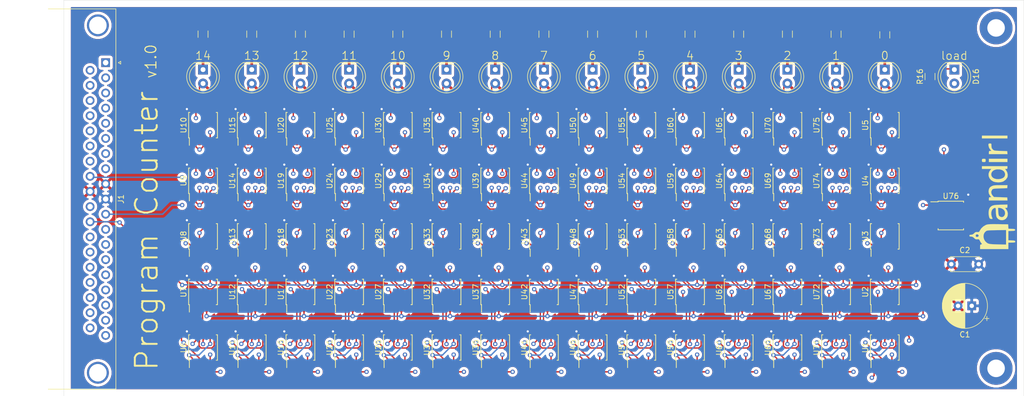
<source format=kicad_pcb>
(kicad_pcb (version 20171130) (host pcbnew 5.1.5-52549c5~84~ubuntu18.04.1)
  (layers (0 F.Cu signal) (1 In1.Cu signal) (2 In2.Cu signal) (31 B.Cu signal) (34 B.Paste user) (35 F.Paste user) (36 B.SilkS user) (37 F.SilkS user) (38 B.Mask user) (39 F.Mask user) (44 Edge.Cuts user))
  (net 0 "")
  (net 1 GND)
  (net 2 +3V3)
  (net 3 out0)
  (net 4 "Net-(D1-Pad1)")
  (net 5 out1)
  (net 6 "Net-(D2-Pad1)")
  (net 7 out2)
  (net 8 "Net-(D3-Pad1)")
  (net 9 out3)
  (net 10 "Net-(D4-Pad1)")
  (net 11 out4)
  (net 12 "Net-(D5-Pad1)")
  (net 13 out5)
  (net 14 "Net-(D6-Pad1)")
  (net 15 out6)
  (net 16 "Net-(D7-Pad1)")
  (net 17 out7)
  (net 18 "Net-(D8-Pad1)")
  (net 19 out8)
  (net 20 "Net-(D9-Pad1)")
  (net 21 out9)
  (net 22 "Net-(D10-Pad1)")
  (net 23 out10)
  (net 24 "Net-(D11-Pad1)")
  (net 25 out11)
  (net 26 "Net-(D12-Pad1)")
  (net 27 out12)
  (net 28 "Net-(D13-Pad1)")
  (net 29 out13)
  (net 30 "Net-(D14-Pad1)")
  (net 31 out14)
  (net 32 "Net-(D15-Pad1)")
  (net 33 load)
  (net 34 in13)
  (net 35 in11)
  (net 36 in9)
  (net 37 in7)
  (net 38 in5)
  (net 39 in3)
  (net 40 in1)
  (net 41 clk)
  (net 42 in14)
  (net 43 in12)
  (net 44 in10)
  (net 45 in8)
  (net 46 in6)
  (net 47 in4)
  (net 48 in2)
  (net 49 in0)
  (net 50 "Net-(U1-Pad13)")
  (net 51 "Net-(U1-Pad12)")
  (net 52 "Net-(U1-Pad10)")
  (net 53 not_load)
  (net 54 not_clk)
  (net 55 "Net-(U2-Pad12)")
  (net 56 "Net-(U2-Pad11)")
  (net 57 "Net-(U3-Pad13)")
  (net 58 "Net-(U3-Pad12)")
  (net 59 "Net-(U4-Pad13)")
  (net 60 "Net-(U4-Pad10)")
  (net 61 "Net-(U4-Pad3)")
  (net 62 "Net-(U5-Pad10)")
  (net 63 "Net-(U5-Pad3)")
  (net 64 "Net-(U6-Pad13)")
  (net 65 "Net-(U6-Pad12)")
  (net 66 "Net-(U6-Pad10)")
  (net 67 "Net-(U7-Pad13)")
  (net 68 "Net-(U8-Pad12)")
  (net 69 "Net-(U8-Pad11)")
  (net 70 "Net-(U9-Pad13)")
  (net 71 "Net-(U10-Pad1)")
  (net 72 "Net-(U10-Pad5)")
  (net 73 "Net-(U9-Pad3)")
  (net 74 "Net-(U10-Pad13)")
  (net 75 "Net-(U10-Pad10)")
  (net 76 "Net-(U10-Pad3)")
  (net 77 "Net-(U11-Pad12)")
  (net 78 "Net-(U11-Pad10)")
  (net 79 "Net-(U12-Pad13)")
  (net 80 "Net-(U12-Pad12)")
  (net 81 "Net-(U13-Pad13)")
  (net 82 "Net-(U14-Pad12)")
  (net 83 "Net-(U14-Pad10)")
  (net 84 "Net-(U14-Pad3)")
  (net 85 "Net-(U15-Pad13)")
  (net 86 "Net-(U15-Pad10)")
  (net 87 "Net-(U15-Pad3)")
  (net 88 "Net-(U16-Pad13)")
  (net 89 "Net-(U16-Pad10)")
  (net 90 "Net-(U17-Pad12)")
  (net 91 "Net-(U17-Pad11)")
  (net 92 "Net-(U18-Pad13)")
  (net 93 "Net-(U18-Pad12)")
  (net 94 "Net-(U19-Pad13)")
  (net 95 "Net-(U19-Pad10)")
  (net 96 "Net-(U19-Pad3)")
  (net 97 "Net-(U20-Pad10)")
  (net 98 "Net-(U20-Pad3)")
  (net 99 "Net-(U21-Pad13)")
  (net 100 "Net-(U21-Pad12)")
  (net 101 "Net-(U21-Pad10)")
  (net 102 "Net-(U22-Pad13)")
  (net 103 "Net-(U23-Pad12)")
  (net 104 "Net-(U23-Pad11)")
  (net 105 "Net-(U24-Pad13)")
  (net 106 "Net-(U24-Pad12)")
  (net 107 "Net-(U24-Pad10)")
  (net 108 "Net-(U24-Pad3)")
  (net 109 "Net-(U25-Pad13)")
  (net 110 "Net-(U25-Pad10)")
  (net 111 "Net-(U25-Pad3)")
  (net 112 "Net-(U26-Pad12)")
  (net 113 "Net-(U26-Pad10)")
  (net 114 "Net-(U27-Pad13)")
  (net 115 "Net-(U27-Pad12)")
  (net 116 "Net-(U28-Pad13)")
  (net 117 "Net-(U29-Pad12)")
  (net 118 "Net-(U29-Pad10)")
  (net 119 "Net-(U29-Pad3)")
  (net 120 "Net-(U30-Pad13)")
  (net 121 "Net-(U30-Pad10)")
  (net 122 "Net-(U30-Pad3)")
  (net 123 "Net-(U31-Pad13)")
  (net 124 "Net-(U31-Pad10)")
  (net 125 "Net-(U32-Pad12)")
  (net 126 "Net-(U32-Pad11)")
  (net 127 "Net-(U33-Pad13)")
  (net 128 "Net-(U33-Pad12)")
  (net 129 "Net-(U34-Pad13)")
  (net 130 "Net-(U34-Pad10)")
  (net 131 "Net-(U34-Pad3)")
  (net 132 "Net-(U35-Pad10)")
  (net 133 "Net-(U35-Pad3)")
  (net 134 "Net-(U36-Pad13)")
  (net 135 "Net-(U36-Pad12)")
  (net 136 "Net-(U36-Pad10)")
  (net 137 "Net-(U37-Pad13)")
  (net 138 "Net-(U38-Pad12)")
  (net 139 "Net-(U38-Pad11)")
  (net 140 "Net-(U39-Pad13)")
  (net 141 "Net-(U39-Pad12)")
  (net 142 "Net-(U39-Pad10)")
  (net 143 "Net-(U39-Pad3)")
  (net 144 "Net-(U40-Pad13)")
  (net 145 "Net-(U40-Pad10)")
  (net 146 "Net-(U40-Pad3)")
  (net 147 "Net-(U41-Pad12)")
  (net 148 "Net-(U41-Pad10)")
  (net 149 "Net-(U42-Pad13)")
  (net 150 "Net-(U42-Pad12)")
  (net 151 "Net-(U43-Pad13)")
  (net 152 "Net-(U44-Pad12)")
  (net 153 "Net-(U44-Pad10)")
  (net 154 "Net-(U44-Pad3)")
  (net 155 "Net-(U45-Pad13)")
  (net 156 "Net-(U45-Pad10)")
  (net 157 "Net-(U45-Pad3)")
  (net 158 "Net-(U46-Pad13)")
  (net 159 "Net-(U46-Pad10)")
  (net 160 "Net-(U47-Pad12)")
  (net 161 "Net-(U47-Pad11)")
  (net 162 "Net-(U48-Pad13)")
  (net 163 "Net-(U48-Pad12)")
  (net 164 "Net-(U49-Pad13)")
  (net 165 "Net-(U49-Pad10)")
  (net 166 "Net-(U49-Pad3)")
  (net 167 inc)
  (net 168 reset)
  (net 169 "/Bit 0/sum")
  (net 170 "Net-(U2-Pad13)")
  (net 171 /sheet5EB6EF30/c_in)
  (net 172 "Net-(U3-Pad11)")
  (net 173 "/Bit 0/not_reg_in")
  (net 174 "/Bit 0/reg_in")
  (net 175 "Net-(U3-Pad6)")
  (net 176 "Net-(U3-Pad5)")
  (net 177 "Net-(U3-Pad4)")
  (net 178 "Net-(U4-Pad12)")
  (net 179 "Net-(U5-Pad13)")
  (net 180 /sheet5EC1DCE3/sum)
  (net 181 /sheet5EC1DCE3/c_in)
  (net 182 "Net-(U7-Pad12)")
  (net 183 "Net-(U7-Pad11)")
  (net 184 /sheet5EC1DCE3/c_out)
  (net 185 "Net-(U8-Pad13)")
  (net 186 /sheet5EC1DCE3/not_reg_in)
  (net 187 /sheet5EC1DCE3/reg_in)
  (net 188 "Net-(U8-Pad6)")
  (net 189 "Net-(U8-Pad5)")
  (net 190 "Net-(U8-Pad4)")
  (net 191 "Net-(U11-Pad13)")
  (net 192 /sheet5EC1DCE2/sum)
  (net 193 /sheet5EC1DCE2/c_in)
  (net 194 "Net-(U12-Pad11)")
  (net 195 "Net-(U13-Pad12)")
  (net 196 "Net-(U13-Pad11)")
  (net 197 /sheet5EC1DCE2/not_reg_in)
  (net 198 /sheet5EC1DCE2/reg_in)
  (net 199 "Net-(U13-Pad6)")
  (net 200 "Net-(U13-Pad5)")
  (net 201 "Net-(U13-Pad4)")
  (net 202 "Net-(U14-Pad13)")
  (net 203 "Net-(U16-Pad12)")
  (net 204 /sheet5EC1DCE1/sum)
  (net 205 /sheet5EC1DCE1/c_in)
  (net 206 "Net-(U17-Pad13)")
  (net 207 "Net-(U18-Pad11)")
  (net 208 /sheet5EC1DCE1/not_reg_in)
  (net 209 /sheet5EC1DCE1/reg_in)
  (net 210 "Net-(U18-Pad6)")
  (net 211 "Net-(U18-Pad5)")
  (net 212 "Net-(U18-Pad4)")
  (net 213 "Net-(U19-Pad12)")
  (net 214 "Net-(U20-Pad13)")
  (net 215 /sheet5EC1DCE0/sum)
  (net 216 /sheet5EC1DCE0/c_in)
  (net 217 "Net-(U22-Pad12)")
  (net 218 "Net-(U22-Pad11)")
  (net 219 "Net-(U23-Pad13)")
  (net 220 /sheet5EC1DCE0/not_reg_in)
  (net 221 /sheet5EC1DCE0/reg_in)
  (net 222 "Net-(U23-Pad6)")
  (net 223 "Net-(U23-Pad5)")
  (net 224 "Net-(U23-Pad4)")
  (net 225 "Net-(U26-Pad13)")
  (net 226 /sheet5EC1DCDF/sum)
  (net 227 /sheet5EC1DCDF/c_in)
  (net 228 "Net-(U27-Pad11)")
  (net 229 "Net-(U28-Pad12)")
  (net 230 "Net-(U28-Pad11)")
  (net 231 /sheet5EC1DCDF/not_reg_in)
  (net 232 /sheet5EC1DCDF/reg_in)
  (net 233 "Net-(U28-Pad6)")
  (net 234 "Net-(U28-Pad5)")
  (net 235 "Net-(U28-Pad4)")
  (net 236 "Net-(U29-Pad13)")
  (net 237 "Net-(U31-Pad12)")
  (net 238 /sheet5EC1DCDE/sum)
  (net 239 /sheet5EC1DCDE/c_in)
  (net 240 "Net-(U32-Pad13)")
  (net 241 "Net-(U33-Pad11)")
  (net 242 /sheet5EC1DCDE/not_reg_in)
  (net 243 /sheet5EC1DCDE/reg_in)
  (net 244 "Net-(U33-Pad6)")
  (net 245 "Net-(U33-Pad5)")
  (net 246 "Net-(U33-Pad4)")
  (net 247 "Net-(U34-Pad12)")
  (net 248 "Net-(U35-Pad13)")
  (net 249 /sheet5EBF7D37/sum)
  (net 250 /sheet5EBF7D37/c_in)
  (net 251 "Net-(U37-Pad12)")
  (net 252 "Net-(U37-Pad11)")
  (net 253 "Net-(U38-Pad13)")
  (net 254 /sheet5EBF7D37/not_reg_in)
  (net 255 /sheet5EBF7D37/reg_in)
  (net 256 "Net-(U38-Pad6)")
  (net 257 "Net-(U38-Pad5)")
  (net 258 "Net-(U38-Pad4)")
  (net 259 "Net-(U41-Pad13)")
  (net 260 /sheet5EBF7D36/sum)
  (net 261 /sheet5EBF7D36/c_in)
  (net 262 "Net-(U42-Pad11)")
  (net 263 "Net-(U43-Pad12)")
  (net 264 "Net-(U43-Pad11)")
  (net 265 /sheet5EBF7D36/not_reg_in)
  (net 266 /sheet5EBF7D36/reg_in)
  (net 267 "Net-(U43-Pad6)")
  (net 268 "Net-(U43-Pad5)")
  (net 269 "Net-(U43-Pad4)")
  (net 270 "Net-(U44-Pad13)")
  (net 271 "Net-(U46-Pad12)")
  (net 272 /sheet5EBF7D35/sum)
  (net 273 /sheet5EBF7D35/c_in)
  (net 274 "Net-(U47-Pad13)")
  (net 275 "Net-(U48-Pad11)")
  (net 276 /sheet5EBF7D35/not_reg_in)
  (net 277 /sheet5EBF7D35/reg_in)
  (net 278 "Net-(U48-Pad6)")
  (net 279 "Net-(U48-Pad5)")
  (net 280 "Net-(U48-Pad4)")
  (net 281 "Net-(U49-Pad12)")
  (net 282 "Net-(U50-Pad13)")
  (net 283 "Net-(U50-Pad10)")
  (net 284 "Net-(U50-Pad3)")
  (net 285 "Net-(U51-Pad13)")
  (net 286 "Net-(U51-Pad12)")
  (net 287 /sheet5EBF7D34/sum)
  (net 288 "Net-(U51-Pad10)")
  (net 289 /sheet5EBF7D34/c_in)
  (net 290 "Net-(U52-Pad13)")
  (net 291 "Net-(U52-Pad12)")
  (net 292 "Net-(U52-Pad11)")
  (net 293 "Net-(U53-Pad13)")
  (net 294 "Net-(U53-Pad12)")
  (net 295 "Net-(U53-Pad11)")
  (net 296 /sheet5EBF7D34/not_reg_in)
  (net 297 /sheet5EBF7D34/reg_in)
  (net 298 "Net-(U53-Pad6)")
  (net 299 "Net-(U53-Pad5)")
  (net 300 "Net-(U53-Pad4)")
  (net 301 "Net-(U54-Pad13)")
  (net 302 "Net-(U54-Pad12)")
  (net 303 "Net-(U54-Pad10)")
  (net 304 "Net-(U54-Pad3)")
  (net 305 "Net-(U55-Pad13)")
  (net 306 "Net-(U55-Pad10)")
  (net 307 "Net-(U55-Pad3)")
  (net 308 "Net-(U56-Pad13)")
  (net 309 "Net-(U56-Pad12)")
  (net 310 /sheet5EBD798C/sum)
  (net 311 "Net-(U56-Pad10)")
  (net 312 /sheet5EBD798C/c_in)
  (net 313 "Net-(U57-Pad13)")
  (net 314 "Net-(U57-Pad12)")
  (net 315 "Net-(U57-Pad11)")
  (net 316 "Net-(U58-Pad13)")
  (net 317 "Net-(U58-Pad12)")
  (net 318 "Net-(U58-Pad11)")
  (net 319 /sheet5EBD798C/not_reg_in)
  (net 320 /sheet5EBD798C/reg_in)
  (net 321 "Net-(U58-Pad6)")
  (net 322 "Net-(U58-Pad5)")
  (net 323 "Net-(U58-Pad4)")
  (net 324 "Net-(U59-Pad13)")
  (net 325 "Net-(U59-Pad12)")
  (net 326 "Net-(U59-Pad10)")
  (net 327 "Net-(U59-Pad3)")
  (net 328 "Net-(U60-Pad13)")
  (net 329 "Net-(U60-Pad10)")
  (net 330 "Net-(U60-Pad3)")
  (net 331 "Net-(U61-Pad13)")
  (net 332 "Net-(U61-Pad12)")
  (net 333 /sheet5EBD798B/sum)
  (net 334 "Net-(U61-Pad10)")
  (net 335 /sheet5EBD798B/c_in)
  (net 336 "Net-(U62-Pad13)")
  (net 337 "Net-(U62-Pad12)")
  (net 338 "Net-(U62-Pad11)")
  (net 339 "Net-(U63-Pad13)")
  (net 340 "Net-(U63-Pad12)")
  (net 341 "Net-(U63-Pad11)")
  (net 342 /sheet5EBD798B/not_reg_in)
  (net 343 /sheet5EBD798B/reg_in)
  (net 344 "Net-(U63-Pad6)")
  (net 345 "Net-(U63-Pad5)")
  (net 346 "Net-(U63-Pad4)")
  (net 347 "Net-(U64-Pad13)")
  (net 348 "Net-(U64-Pad12)")
  (net 349 "Net-(U64-Pad10)")
  (net 350 "Net-(U64-Pad3)")
  (net 351 "Net-(U65-Pad13)")
  (net 352 "Net-(U65-Pad10)")
  (net 353 "Net-(U65-Pad3)")
  (net 354 "Net-(U66-Pad13)")
  (net 355 "Net-(U66-Pad12)")
  (net 356 /sheet5EBCE384/sum)
  (net 357 "Net-(U66-Pad10)")
  (net 358 /sheet5EBCE384/c_in)
  (net 359 "Net-(U67-Pad13)")
  (net 360 "Net-(U67-Pad12)")
  (net 361 "Net-(U67-Pad11)")
  (net 362 "Net-(U68-Pad13)")
  (net 363 "Net-(U68-Pad12)")
  (net 364 "Net-(U68-Pad11)")
  (net 365 /sheet5EBCE384/not_reg_in)
  (net 366 /sheet5EBCE384/reg_in)
  (net 367 "Net-(U68-Pad6)")
  (net 368 "Net-(U68-Pad5)")
  (net 369 "Net-(U68-Pad4)")
  (net 370 "Net-(U69-Pad13)")
  (net 371 "Net-(U69-Pad12)")
  (net 372 "Net-(U69-Pad10)")
  (net 373 "Net-(U69-Pad3)")
  (net 374 "Net-(U70-Pad13)")
  (net 375 "Net-(U70-Pad10)")
  (net 376 "Net-(U70-Pad3)")
  (net 377 "Net-(U71-Pad13)")
  (net 378 "Net-(U71-Pad12)")
  (net 379 /sheet5EB6EF30/sum)
  (net 380 "Net-(U71-Pad10)")
  (net 381 "Net-(U72-Pad13)")
  (net 382 "Net-(U72-Pad12)")
  (net 383 "Net-(U72-Pad11)")
  (net 384 "Net-(U73-Pad13)")
  (net 385 "Net-(U73-Pad12)")
  (net 386 "Net-(U73-Pad11)")
  (net 387 /sheet5EB6EF30/not_reg_in)
  (net 388 /sheet5EB6EF30/reg_in)
  (net 389 "Net-(U73-Pad6)")
  (net 390 "Net-(U73-Pad5)")
  (net 391 "Net-(U73-Pad4)")
  (net 392 "Net-(U74-Pad13)")
  (net 393 "Net-(U74-Pad12)")
  (net 394 "Net-(U74-Pad10)")
  (net 395 "Net-(U74-Pad3)")
  (net 396 "Net-(U75-Pad13)")
  (net 397 "Net-(U75-Pad10)")
  (net 398 "Net-(U75-Pad3)")
  (net 399 "Net-(U76-Pad13)")
  (net 400 "Net-(U76-Pad12)")
  (net 401 "Net-(U76-Pad11)")
  (net 402 "Net-(U76-Pad10)")
  (net 403 "Net-(U76-Pad9)")
  (net 404 "Net-(U76-Pad8)")
  (net 405 "Net-(D16-Pad1)")
  (module "nandirl logo:logo_sm" (layer F.Cu) (at 235.585 95.885 90)
    (fp_text reference G*** hide)
    (fp_text value LOGO hide)
  )
  (module Connector_Dsub:DSUB-37_Male_Horizontal_P2.77x2.84mm_EdgePinOffset7.70mm_Housed_MountingHolesOffset9.12mm (layer F.Cu) (at 73.66 72.39 270)
    (fp_text reference J1 (at 24.93 -2.8 90) (layer F.SilkS))
    (fp_text value DB37_Male)
    (pad 0 thru_hole circle (at 56.68 1.42 270) (size 4 4) (drill 3.2) (layers *.Cu *.Mask))
    (pad 0 thru_hole circle (at -6.82 1.42 270) (size 4 4) (drill 3.2) (layers *.Cu *.Mask))
    (pad 37 thru_hole circle (at 48.475 2.84 270) (size 1.6 1.6) (drill 1) (layers *.Cu *.Mask) (net 29 out13))
    (pad 36 thru_hole circle (at 45.705 2.84 270) (size 1.6 1.6) (drill 1) (layers *.Cu *.Mask) (net 25 out11))
    (pad 35 thru_hole circle (at 42.935 2.84 270) (size 1.6 1.6) (drill 1) (layers *.Cu *.Mask) (net 21 out9))
    (pad 34 thru_hole circle (at 40.165 2.84 270) (size 1.6 1.6) (drill 1) (layers *.Cu *.Mask) (net 17 out7))
    (pad 33 thru_hole circle (at 37.395 2.84 270) (size 1.6 1.6) (drill 1) (layers *.Cu *.Mask) (net 13 out5))
    (pad 32 thru_hole circle (at 34.625 2.84 270) (size 1.6 1.6) (drill 1) (layers *.Cu *.Mask) (net 9 out3))
    (pad 31 thru_hole circle (at 31.855 2.84 270) (size 1.6 1.6) (drill 1) (layers *.Cu *.Mask) (net 5 out1))
    (pad 30 thru_hole circle (at 29.085 2.84 270) (size 1.6 1.6) (drill 1) (layers *.Cu *.Mask) (net 33 load))
    (pad 29 thru_hole circle (at 26.315 2.84 270) (size 1.6 1.6) (drill 1) (layers *.Cu *.Mask) (net 167 inc))
    (pad 28 thru_hole circle (at 23.545 2.84 270) (size 1.6 1.6) (drill 1) (layers *.Cu *.Mask) (net 1 GND))
    (pad 27 thru_hole circle (at 20.775 2.84 270) (size 1.6 1.6) (drill 1) (layers *.Cu *.Mask) (net 168 reset))
    (pad 26 thru_hole circle (at 18.005 2.84 270) (size 1.6 1.6) (drill 1) (layers *.Cu *.Mask) (net 40 in1))
    (pad 25 thru_hole circle (at 15.235 2.84 270) (size 1.6 1.6) (drill 1) (layers *.Cu *.Mask) (net 39 in3))
    (pad 24 thru_hole circle (at 12.465 2.84 270) (size 1.6 1.6) (drill 1) (layers *.Cu *.Mask) (net 38 in5))
    (pad 23 thru_hole circle (at 9.695 2.84 270) (size 1.6 1.6) (drill 1) (layers *.Cu *.Mask) (net 37 in7))
    (pad 22 thru_hole circle (at 6.925 2.84 270) (size 1.6 1.6) (drill 1) (layers *.Cu *.Mask) (net 36 in9))
    (pad 21 thru_hole circle (at 4.155 2.84 270) (size 1.6 1.6) (drill 1) (layers *.Cu *.Mask) (net 35 in11))
    (pad 20 thru_hole circle (at 1.385 2.84 270) (size 1.6 1.6) (drill 1) (layers *.Cu *.Mask) (net 34 in13))
    (pad 19 thru_hole circle (at 49.86 0 270) (size 1.6 1.6) (drill 1) (layers *.Cu *.Mask) (net 31 out14))
    (pad 18 thru_hole circle (at 47.09 0 270) (size 1.6 1.6) (drill 1) (layers *.Cu *.Mask) (net 27 out12))
    (pad 17 thru_hole circle (at 44.32 0 270) (size 1.6 1.6) (drill 1) (layers *.Cu *.Mask) (net 23 out10))
    (pad 16 thru_hole circle (at 41.55 0 270) (size 1.6 1.6) (drill 1) (layers *.Cu *.Mask) (net 19 out8))
    (pad 15 thru_hole circle (at 38.78 0 270) (size 1.6 1.6) (drill 1) (layers *.Cu *.Mask) (net 15 out6))
    (pad 14 thru_hole circle (at 36.01 0 270) (size 1.6 1.6) (drill 1) (layers *.Cu *.Mask) (net 11 out4))
    (pad 13 thru_hole circle (at 33.24 0 270) (size 1.6 1.6) (drill 1) (layers *.Cu *.Mask) (net 7 out2))
    (pad 12 thru_hole circle (at 30.47 0 270) (size 1.6 1.6) (drill 1) (layers *.Cu *.Mask) (net 3 out0))
    (pad 11 thru_hole circle (at 27.7 0 270) (size 1.6 1.6) (drill 1) (layers *.Cu *.Mask) (net 41 clk))
    (pad 10 thru_hole circle (at 24.93 0 270) (size 1.6 1.6) (drill 1) (layers *.Cu *.Mask) (net 2 +3V3))
    (pad 9 thru_hole circle (at 22.16 0 270) (size 1.6 1.6) (drill 1) (layers *.Cu *.Mask) (net 1 GND))
    (pad 8 thru_hole circle (at 19.39 0 270) (size 1.6 1.6) (drill 1) (layers *.Cu *.Mask) (net 49 in0))
    (pad 7 thru_hole circle (at 16.62 0 270) (size 1.6 1.6) (drill 1) (layers *.Cu *.Mask) (net 48 in2))
    (pad 6 thru_hole circle (at 13.85 0 270) (size 1.6 1.6) (drill 1) (layers *.Cu *.Mask) (net 47 in4))
    (pad 5 thru_hole circle (at 11.08 0 270) (size 1.6 1.6) (drill 1) (layers *.Cu *.Mask) (net 46 in6))
    (pad 4 thru_hole circle (at 8.31 0 270) (size 1.6 1.6) (drill 1) (layers *.Cu *.Mask) (net 45 in8))
    (pad 3 thru_hole circle (at 5.54 0 270) (size 1.6 1.6) (drill 1) (layers *.Cu *.Mask) (net 44 in10))
    (pad 2 thru_hole circle (at 2.77 0 270) (size 1.6 1.6) (drill 1) (layers *.Cu *.Mask) (net 43 in12))
    (pad 1 thru_hole rect (at 0 0 270) (size 1.6 1.6) (drill 1) (layers *.Cu *.Mask) (net 42 in14))
  )
  (module Resistor_SMD:R_1206_3216Metric (layer F.Cu) (at 224.155 74.93 90)
    (fp_text reference R16 (at 0 -1.82 90) (layer F.SilkS))
    (fp_text value 1K)
    (pad 2 smd roundrect (at 1.4 0 90) (size 1.25 1.75) (layers F.Cu F.Paste F.Mask) (roundrect_rratio 0.2) (net 405 "Net-(D16-Pad1)"))
    (pad 1 smd roundrect (at -1.4 0 90) (size 1.25 1.75) (layers F.Cu F.Paste F.Mask) (roundrect_rratio 0.2) (net 1 GND))
  )
  (module LED_THT:LED_D5.0mm (layer F.Cu) (at 228.6 73.66 270)
    (fp_text reference D16 (at 1.27 -3.96 90) (layer F.SilkS))
    (fp_text value LED)
    (pad 2 thru_hole circle (at 2.54 0 270) (size 1.8 1.8) (drill 0.9) (layers *.Cu *.Mask) (net 33 load))
    (pad 1 thru_hole rect (at 0 0 270) (size 1.8 1.8) (drill 0.9) (layers *.Cu *.Mask) (net 405 "Net-(D16-Pad1)"))
  )
  (module Package_SO:TSSOP-14_4.4x5mm_P0.65mm (layer F.Cu) (at 91.44 114.3 90)
    (fp_text reference U7 (at 0 -3.55 90) (layer F.SilkS))
    (fp_text value SN74ALVC00)
    (pad 14 smd rect (at 2.95 -1.95 90) (size 1.45 0.45) (layers F.Cu F.Paste F.Mask) (net 2 +3V3))
    (pad 13 smd rect (at 2.95 -1.3 90) (size 1.45 0.45) (layers F.Cu F.Paste F.Mask) (net 67 "Net-(U7-Pad13)"))
    (pad 12 smd rect (at 2.95 -0.65 90) (size 1.45 0.45) (layers F.Cu F.Paste F.Mask) (net 182 "Net-(U7-Pad12)"))
    (pad 11 smd rect (at 2.95 0 90) (size 1.45 0.45) (layers F.Cu F.Paste F.Mask) (net 183 "Net-(U7-Pad11)"))
    (pad 10 smd rect (at 2.95 0.65 90) (size 1.45 0.45) (layers F.Cu F.Paste F.Mask) (net 42 in14))
    (pad 9 smd rect (at 2.95 1.3 90) (size 1.45 0.45) (layers F.Cu F.Paste F.Mask) (net 33 load))
    (pad 8 smd rect (at 2.95 1.95 90) (size 1.45 0.45) (layers F.Cu F.Paste F.Mask) (net 182 "Net-(U7-Pad12)"))
    (pad 7 smd rect (at -2.95 1.95 90) (size 1.45 0.45) (layers F.Cu F.Paste F.Mask) (net 1 GND))
    (pad 6 smd rect (at -2.95 1.3 90) (size 1.45 0.45) (layers F.Cu F.Paste F.Mask) (net 67 "Net-(U7-Pad13)"))
    (pad 5 smd rect (at -2.95 0.65 90) (size 1.45 0.45) (layers F.Cu F.Paste F.Mask) (net 53 not_load))
    (pad 4 smd rect (at -2.95 0 90) (size 1.45 0.45) (layers F.Cu F.Paste F.Mask) (net 180 /sheet5EC1DCE3/sum))
    (pad 3 smd rect (at -2.95 -0.65 90) (size 1.45 0.45) (layers F.Cu F.Paste F.Mask) (net 184 /sheet5EC1DCE3/c_out))
    (pad 2 smd rect (at -2.95 -1.3 90) (size 1.45 0.45) (layers F.Cu F.Paste F.Mask) (net 66 "Net-(U6-Pad10)"))
    (pad 1 smd rect (at -2.95 -1.95 90) (size 1.45 0.45) (layers F.Cu F.Paste F.Mask) (net 66 "Net-(U6-Pad10)"))
  )
  (module Package_SO:TSSOP-14_4.4x5mm_P0.65mm (layer F.Cu) (at 227.965 100.33)
    (fp_text reference U76 (at 0 -3.55) (layer F.SilkS))
    (fp_text value SN74ALVC00)
    (pad 14 smd rect (at 2.95 -1.95) (size 1.45 0.45) (layers F.Cu F.Paste F.Mask) (net 2 +3V3))
    (pad 13 smd rect (at 2.95 -1.3) (size 1.45 0.45) (layers F.Cu F.Paste F.Mask) (net 399 "Net-(U76-Pad13)"))
    (pad 12 smd rect (at 2.95 -0.65) (size 1.45 0.45) (layers F.Cu F.Paste F.Mask) (net 400 "Net-(U76-Pad12)"))
    (pad 11 smd rect (at 2.95 0) (size 1.45 0.45) (layers F.Cu F.Paste F.Mask) (net 401 "Net-(U76-Pad11)"))
    (pad 10 smd rect (at 2.95 0.65) (size 1.45 0.45) (layers F.Cu F.Paste F.Mask) (net 402 "Net-(U76-Pad10)"))
    (pad 9 smd rect (at 2.95 1.3) (size 1.45 0.45) (layers F.Cu F.Paste F.Mask) (net 403 "Net-(U76-Pad9)"))
    (pad 8 smd rect (at 2.95 1.95) (size 1.45 0.45) (layers F.Cu F.Paste F.Mask) (net 404 "Net-(U76-Pad8)"))
    (pad 7 smd rect (at -2.95 1.95) (size 1.45 0.45) (layers F.Cu F.Paste F.Mask) (net 1 GND))
    (pad 6 smd rect (at -2.95 1.3) (size 1.45 0.45) (layers F.Cu F.Paste F.Mask) (net 53 not_load))
    (pad 5 smd rect (at -2.95 0.65) (size 1.45 0.45) (layers F.Cu F.Paste F.Mask) (net 33 load))
    (pad 4 smd rect (at -2.95 0) (size 1.45 0.45) (layers F.Cu F.Paste F.Mask) (net 33 load))
    (pad 3 smd rect (at -2.95 -0.65) (size 1.45 0.45) (layers F.Cu F.Paste F.Mask) (net 54 not_clk))
    (pad 2 smd rect (at -2.95 -1.3) (size 1.45 0.45) (layers F.Cu F.Paste F.Mask) (net 41 clk))
    (pad 1 smd rect (at -2.95 -1.95) (size 1.45 0.45) (layers F.Cu F.Paste F.Mask) (net 41 clk))
  )
  (module Package_SO:TSSOP-14_4.4x5mm_P0.65mm (layer F.Cu) (at 207.01 83.82 90)
    (fp_text reference U75 (at 0 -3.55 90) (layer F.SilkS))
    (fp_text value SN74ALVC00)
    (pad 14 smd rect (at 2.95 -1.95 90) (size 1.45 0.45) (layers F.Cu F.Paste F.Mask) (net 2 +3V3))
    (pad 13 smd rect (at 2.95 -1.3 90) (size 1.45 0.45) (layers F.Cu F.Paste F.Mask) (net 396 "Net-(U75-Pad13)"))
    (pad 12 smd rect (at 2.95 -0.65 90) (size 1.45 0.45) (layers F.Cu F.Paste F.Mask) (net 5 out1))
    (pad 11 smd rect (at 2.95 0 90) (size 1.45 0.45) (layers F.Cu F.Paste F.Mask) (net 397 "Net-(U75-Pad10)"))
    (pad 10 smd rect (at 2.95 0.65 90) (size 1.45 0.45) (layers F.Cu F.Paste F.Mask) (net 397 "Net-(U75-Pad10)"))
    (pad 9 smd rect (at 2.95 1.3 90) (size 1.45 0.45) (layers F.Cu F.Paste F.Mask) (net 398 "Net-(U75-Pad3)"))
    (pad 8 smd rect (at 2.95 1.95 90) (size 1.45 0.45) (layers F.Cu F.Paste F.Mask) (net 5 out1))
    (pad 7 smd rect (at -2.95 1.95 90) (size 1.45 0.45) (layers F.Cu F.Paste F.Mask) (net 1 GND))
    (pad 6 smd rect (at -2.95 1.3 90) (size 1.45 0.45) (layers F.Cu F.Paste F.Mask) (net 396 "Net-(U75-Pad13)"))
    (pad 5 smd rect (at -2.95 0.65 90) (size 1.45 0.45) (layers F.Cu F.Paste F.Mask) (net 394 "Net-(U74-Pad10)"))
    (pad 4 smd rect (at -2.95 0 90) (size 1.45 0.45) (layers F.Cu F.Paste F.Mask) (net 54 not_clk))
    (pad 3 smd rect (at -2.95 -0.65 90) (size 1.45 0.45) (layers F.Cu F.Paste F.Mask) (net 398 "Net-(U75-Pad3)"))
    (pad 2 smd rect (at -2.95 -1.3 90) (size 1.45 0.45) (layers F.Cu F.Paste F.Mask) (net 54 not_clk))
    (pad 1 smd rect (at -2.95 -1.95 90) (size 1.45 0.45) (layers F.Cu F.Paste F.Mask) (net 393 "Net-(U74-Pad12)"))
  )
  (module Package_SO:TSSOP-14_4.4x5mm_P0.65mm (layer F.Cu) (at 207.01 93.98 90)
    (fp_text reference U74 (at 0 -3.55 90) (layer F.SilkS))
    (fp_text value SN74ALVC00)
    (pad 14 smd rect (at 2.95 -1.95 90) (size 1.45 0.45) (layers F.Cu F.Paste F.Mask) (net 2 +3V3))
    (pad 13 smd rect (at 2.95 -1.3 90) (size 1.45 0.45) (layers F.Cu F.Paste F.Mask) (net 392 "Net-(U74-Pad13)"))
    (pad 12 smd rect (at 2.95 -0.65 90) (size 1.45 0.45) (layers F.Cu F.Paste F.Mask) (net 393 "Net-(U74-Pad12)"))
    (pad 11 smd rect (at 2.95 0 90) (size 1.45 0.45) (layers F.Cu F.Paste F.Mask) (net 394 "Net-(U74-Pad10)"))
    (pad 10 smd rect (at 2.95 0.65 90) (size 1.45 0.45) (layers F.Cu F.Paste F.Mask) (net 394 "Net-(U74-Pad10)"))
    (pad 9 smd rect (at 2.95 1.3 90) (size 1.45 0.45) (layers F.Cu F.Paste F.Mask) (net 395 "Net-(U74-Pad3)"))
    (pad 8 smd rect (at 2.95 1.95 90) (size 1.45 0.45) (layers F.Cu F.Paste F.Mask) (net 393 "Net-(U74-Pad12)"))
    (pad 7 smd rect (at -2.95 1.95 90) (size 1.45 0.45) (layers F.Cu F.Paste F.Mask) (net 1 GND))
    (pad 6 smd rect (at -2.95 1.3 90) (size 1.45 0.45) (layers F.Cu F.Paste F.Mask) (net 392 "Net-(U74-Pad13)"))
    (pad 5 smd rect (at -2.95 0.65 90) (size 1.45 0.45) (layers F.Cu F.Paste F.Mask) (net 387 /sheet5EB6EF30/not_reg_in))
    (pad 4 smd rect (at -2.95 0 90) (size 1.45 0.45) (layers F.Cu F.Paste F.Mask) (net 41 clk))
    (pad 3 smd rect (at -2.95 -0.65 90) (size 1.45 0.45) (layers F.Cu F.Paste F.Mask) (net 395 "Net-(U74-Pad3)"))
    (pad 2 smd rect (at -2.95 -1.3 90) (size 1.45 0.45) (layers F.Cu F.Paste F.Mask) (net 41 clk))
    (pad 1 smd rect (at -2.95 -1.95 90) (size 1.45 0.45) (layers F.Cu F.Paste F.Mask) (net 388 /sheet5EB6EF30/reg_in))
  )
  (module Package_SO:TSSOP-14_4.4x5mm_P0.65mm (layer F.Cu) (at 207.01 104.14 90)
    (fp_text reference U73 (at 0 -3.55 90) (layer F.SilkS))
    (fp_text value SN74ALVC00)
    (pad 14 smd rect (at 2.95 -1.95 90) (size 1.45 0.45) (layers F.Cu F.Paste F.Mask) (net 2 +3V3))
    (pad 13 smd rect (at 2.95 -1.3 90) (size 1.45 0.45) (layers F.Cu F.Paste F.Mask) (net 384 "Net-(U73-Pad13)"))
    (pad 12 smd rect (at 2.95 -0.65 90) (size 1.45 0.45) (layers F.Cu F.Paste F.Mask) (net 385 "Net-(U73-Pad12)"))
    (pad 11 smd rect (at 2.95 0 90) (size 1.45 0.45) (layers F.Cu F.Paste F.Mask) (net 386 "Net-(U73-Pad11)"))
    (pad 10 smd rect (at 2.95 0.65 90) (size 1.45 0.45) (layers F.Cu F.Paste F.Mask) (net 387 /sheet5EB6EF30/not_reg_in))
    (pad 9 smd rect (at 2.95 1.3 90) (size 1.45 0.45) (layers F.Cu F.Paste F.Mask) (net 387 /sheet5EB6EF30/not_reg_in))
    (pad 8 smd rect (at 2.95 1.95 90) (size 1.45 0.45) (layers F.Cu F.Paste F.Mask) (net 388 /sheet5EB6EF30/reg_in))
    (pad 7 smd rect (at -2.95 1.95 90) (size 1.45 0.45) (layers F.Cu F.Paste F.Mask) (net 1 GND))
    (pad 6 smd rect (at -2.95 1.3 90) (size 1.45 0.45) (layers F.Cu F.Paste F.Mask) (net 389 "Net-(U73-Pad6)"))
    (pad 5 smd rect (at -2.95 0.65 90) (size 1.45 0.45) (layers F.Cu F.Paste F.Mask) (net 390 "Net-(U73-Pad5)"))
    (pad 4 smd rect (at -2.95 0 90) (size 1.45 0.45) (layers F.Cu F.Paste F.Mask) (net 391 "Net-(U73-Pad4)"))
    (pad 3 smd rect (at -2.95 -0.65 90) (size 1.45 0.45) (layers F.Cu F.Paste F.Mask) (net 387 /sheet5EB6EF30/not_reg_in))
    (pad 2 smd rect (at -2.95 -1.3 90) (size 1.45 0.45) (layers F.Cu F.Paste F.Mask) (net 383 "Net-(U72-Pad11)"))
    (pad 1 smd rect (at -2.95 -1.95 90) (size 1.45 0.45) (layers F.Cu F.Paste F.Mask) (net 168 reset))
  )
  (module Package_SO:TSSOP-14_4.4x5mm_P0.65mm (layer F.Cu) (at 207.01 114.3 90)
    (fp_text reference U72 (at 0 -3.55 90) (layer F.SilkS))
    (fp_text value SN74ALVC00)
    (pad 14 smd rect (at 2.95 -1.95 90) (size 1.45 0.45) (layers F.Cu F.Paste F.Mask) (net 2 +3V3))
    (pad 13 smd rect (at 2.95 -1.3 90) (size 1.45 0.45) (layers F.Cu F.Paste F.Mask) (net 381 "Net-(U72-Pad13)"))
    (pad 12 smd rect (at 2.95 -0.65 90) (size 1.45 0.45) (layers F.Cu F.Paste F.Mask) (net 382 "Net-(U72-Pad12)"))
    (pad 11 smd rect (at 2.95 0 90) (size 1.45 0.45) (layers F.Cu F.Paste F.Mask) (net 383 "Net-(U72-Pad11)"))
    (pad 10 smd rect (at 2.95 0.65 90) (size 1.45 0.45) (layers F.Cu F.Paste F.Mask) (net 40 in1))
    (pad 9 smd rect (at 2.95 1.3 90) (size 1.45 0.45) (layers F.Cu F.Paste F.Mask) (net 33 load))
    (pad 8 smd rect (at 2.95 1.95 90) (size 1.45 0.45) (layers F.Cu F.Paste F.Mask) (net 382 "Net-(U72-Pad12)"))
    (pad 7 smd rect (at -2.95 1.95 90) (size 1.45 0.45) (layers F.Cu F.Paste F.Mask) (net 1 GND))
    (pad 6 smd rect (at -2.95 1.3 90) (size 1.45 0.45) (layers F.Cu F.Paste F.Mask) (net 381 "Net-(U72-Pad13)"))
    (pad 5 smd rect (at -2.95 0.65 90) (size 1.45 0.45) (layers F.Cu F.Paste F.Mask) (net 53 not_load))
    (pad 4 smd rect (at -2.95 0 90) (size 1.45 0.45) (layers F.Cu F.Paste F.Mask) (net 379 /sheet5EB6EF30/sum))
    (pad 3 smd rect (at -2.95 -0.65 90) (size 1.45 0.45) (layers F.Cu F.Paste F.Mask) (net 358 /sheet5EBCE384/c_in))
    (pad 2 smd rect (at -2.95 -1.3 90) (size 1.45 0.45) (layers F.Cu F.Paste F.Mask) (net 380 "Net-(U71-Pad10)"))
    (pad 1 smd rect (at -2.95 -1.95 90) (size 1.45 0.45) (layers F.Cu F.Paste F.Mask) (net 380 "Net-(U71-Pad10)"))
  )
  (module Package_SO:TSSOP-14_4.4x5mm_P0.65mm (layer F.Cu) (at 207.01 124.46 90)
    (fp_text reference U71 (at 0 -3.55 90) (layer F.SilkS))
    (fp_text value SN74ALVC00)
    (pad 14 smd rect (at 2.95 -1.95 90) (size 1.45 0.45) (layers F.Cu F.Paste F.Mask) (net 2 +3V3))
    (pad 13 smd rect (at 2.95 -1.3 90) (size 1.45 0.45) (layers F.Cu F.Paste F.Mask) (net 377 "Net-(U71-Pad13)"))
    (pad 12 smd rect (at 2.95 -0.65 90) (size 1.45 0.45) (layers F.Cu F.Paste F.Mask) (net 378 "Net-(U71-Pad12)"))
    (pad 11 smd rect (at 2.95 0 90) (size 1.45 0.45) (layers F.Cu F.Paste F.Mask) (net 379 /sheet5EB6EF30/sum))
    (pad 10 smd rect (at 2.95 0.65 90) (size 1.45 0.45) (layers F.Cu F.Paste F.Mask) (net 380 "Net-(U71-Pad10)"))
    (pad 9 smd rect (at 2.95 1.3 90) (size 1.45 0.45) (layers F.Cu F.Paste F.Mask) (net 171 /sheet5EB6EF30/c_in))
    (pad 8 smd rect (at 2.95 1.95 90) (size 1.45 0.45) (layers F.Cu F.Paste F.Mask) (net 378 "Net-(U71-Pad12)"))
    (pad 7 smd rect (at -2.95 1.95 90) (size 1.45 0.45) (layers F.Cu F.Paste F.Mask) (net 1 GND))
    (pad 6 smd rect (at -2.95 1.3 90) (size 1.45 0.45) (layers F.Cu F.Paste F.Mask) (net 377 "Net-(U71-Pad13)"))
    (pad 5 smd rect (at -2.95 0.65 90) (size 1.45 0.45) (layers F.Cu F.Paste F.Mask) (net 5 out1))
    (pad 4 smd rect (at -2.95 0 90) (size 1.45 0.45) (layers F.Cu F.Paste F.Mask) (net 380 "Net-(U71-Pad10)"))
    (pad 3 smd rect (at -2.95 -0.65 90) (size 1.45 0.45) (layers F.Cu F.Paste F.Mask) (net 380 "Net-(U71-Pad10)"))
    (pad 2 smd rect (at -2.95 -1.3 90) (size 1.45 0.45) (layers F.Cu F.Paste F.Mask) (net 5 out1))
    (pad 1 smd rect (at -2.95 -1.95 90) (size 1.45 0.45) (layers F.Cu F.Paste F.Mask) (net 171 /sheet5EB6EF30/c_in))
  )
  (module Package_SO:TSSOP-14_4.4x5mm_P0.65mm (layer F.Cu) (at 198.12 83.82 90)
    (fp_text reference U70 (at 0 -3.55 90) (layer F.SilkS))
    (fp_text value SN74ALVC00)
    (pad 14 smd rect (at 2.95 -1.95 90) (size 1.45 0.45) (layers F.Cu F.Paste F.Mask) (net 2 +3V3))
    (pad 13 smd rect (at 2.95 -1.3 90) (size 1.45 0.45) (layers F.Cu F.Paste F.Mask) (net 374 "Net-(U70-Pad13)"))
    (pad 12 smd rect (at 2.95 -0.65 90) (size 1.45 0.45) (layers F.Cu F.Paste F.Mask) (net 7 out2))
    (pad 11 smd rect (at 2.95 0 90) (size 1.45 0.45) (layers F.Cu F.Paste F.Mask) (net 375 "Net-(U70-Pad10)"))
    (pad 10 smd rect (at 2.95 0.65 90) (size 1.45 0.45) (layers F.Cu F.Paste F.Mask) (net 375 "Net-(U70-Pad10)"))
    (pad 9 smd rect (at 2.95 1.3 90) (size 1.45 0.45) (layers F.Cu F.Paste F.Mask) (net 376 "Net-(U70-Pad3)"))
    (pad 8 smd rect (at 2.95 1.95 90) (size 1.45 0.45) (layers F.Cu F.Paste F.Mask) (net 7 out2))
    (pad 7 smd rect (at -2.95 1.95 90) (size 1.45 0.45) (layers F.Cu F.Paste F.Mask) (net 1 GND))
    (pad 6 smd rect (at -2.95 1.3 90) (size 1.45 0.45) (layers F.Cu F.Paste F.Mask) (net 374 "Net-(U70-Pad13)"))
    (pad 5 smd rect (at -2.95 0.65 90) (size 1.45 0.45) (layers F.Cu F.Paste F.Mask) (net 372 "Net-(U69-Pad10)"))
    (pad 4 smd rect (at -2.95 0 90) (size 1.45 0.45) (layers F.Cu F.Paste F.Mask) (net 54 not_clk))
    (pad 3 smd rect (at -2.95 -0.65 90) (size 1.45 0.45) (layers F.Cu F.Paste F.Mask) (net 376 "Net-(U70-Pad3)"))
    (pad 2 smd rect (at -2.95 -1.3 90) (size 1.45 0.45) (layers F.Cu F.Paste F.Mask) (net 54 not_clk))
    (pad 1 smd rect (at -2.95 -1.95 90) (size 1.45 0.45) (layers F.Cu F.Paste F.Mask) (net 371 "Net-(U69-Pad12)"))
  )
  (module Package_SO:TSSOP-14_4.4x5mm_P0.65mm (layer F.Cu) (at 198.12 93.98 90)
    (fp_text reference U69 (at 0 -3.55 90) (layer F.SilkS))
    (fp_text value SN74ALVC00)
    (pad 14 smd rect (at 2.95 -1.95 90) (size 1.45 0.45) (layers F.Cu F.Paste F.Mask) (net 2 +3V3))
    (pad 13 smd rect (at 2.95 -1.3 90) (size 1.45 0.45) (layers F.Cu F.Paste F.Mask) (net 370 "Net-(U69-Pad13)"))
    (pad 12 smd rect (at 2.95 -0.65 90) (size 1.45 0.45) (layers F.Cu F.Paste F.Mask) (net 371 "Net-(U69-Pad12)"))
    (pad 11 smd rect (at 2.95 0 90) (size 1.45 0.45) (layers F.Cu F.Paste F.Mask) (net 372 "Net-(U69-Pad10)"))
    (pad 10 smd rect (at 2.95 0.65 90) (size 1.45 0.45) (layers F.Cu F.Paste F.Mask) (net 372 "Net-(U69-Pad10)"))
    (pad 9 smd rect (at 2.95 1.3 90) (size 1.45 0.45) (layers F.Cu F.Paste F.Mask) (net 373 "Net-(U69-Pad3)"))
    (pad 8 smd rect (at 2.95 1.95 90) (size 1.45 0.45) (layers F.Cu F.Paste F.Mask) (net 371 "Net-(U69-Pad12)"))
    (pad 7 smd rect (at -2.95 1.95 90) (size 1.45 0.45) (layers F.Cu F.Paste F.Mask) (net 1 GND))
    (pad 6 smd rect (at -2.95 1.3 90) (size 1.45 0.45) (layers F.Cu F.Paste F.Mask) (net 370 "Net-(U69-Pad13)"))
    (pad 5 smd rect (at -2.95 0.65 90) (size 1.45 0.45) (layers F.Cu F.Paste F.Mask) (net 365 /sheet5EBCE384/not_reg_in))
    (pad 4 smd rect (at -2.95 0 90) (size 1.45 0.45) (layers F.Cu F.Paste F.Mask) (net 41 clk))
    (pad 3 smd rect (at -2.95 -0.65 90) (size 1.45 0.45) (layers F.Cu F.Paste F.Mask) (net 373 "Net-(U69-Pad3)"))
    (pad 2 smd rect (at -2.95 -1.3 90) (size 1.45 0.45) (layers F.Cu F.Paste F.Mask) (net 41 clk))
    (pad 1 smd rect (at -2.95 -1.95 90) (size 1.45 0.45) (layers F.Cu F.Paste F.Mask) (net 366 /sheet5EBCE384/reg_in))
  )
  (module Package_SO:TSSOP-14_4.4x5mm_P0.65mm (layer F.Cu) (at 198.12 104.14 90)
    (fp_text reference U68 (at 0 -3.55 90) (layer F.SilkS))
    (fp_text value SN74ALVC00)
    (pad 14 smd rect (at 2.95 -1.95 90) (size 1.45 0.45) (layers F.Cu F.Paste F.Mask) (net 2 +3V3))
    (pad 13 smd rect (at 2.95 -1.3 90) (size 1.45 0.45) (layers F.Cu F.Paste F.Mask) (net 362 "Net-(U68-Pad13)"))
    (pad 12 smd rect (at 2.95 -0.65 90) (size 1.45 0.45) (layers F.Cu F.Paste F.Mask) (net 363 "Net-(U68-Pad12)"))
    (pad 11 smd rect (at 2.95 0 90) (size 1.45 0.45) (layers F.Cu F.Paste F.Mask) (net 364 "Net-(U68-Pad11)"))
    (pad 10 smd rect (at 2.95 0.65 90) (size 1.45 0.45) (layers F.Cu F.Paste F.Mask) (net 365 /sheet5EBCE384/not_reg_in))
    (pad 9 smd rect (at 2.95 1.3 90) (size 1.45 0.45) (layers F.Cu F.Paste F.Mask) (net 365 /sheet5EBCE384/not_reg_in))
    (pad 8 smd rect (at 2.95 1.95 90) (size 1.45 0.45) (layers F.Cu F.Paste F.Mask) (net 366 /sheet5EBCE384/reg_in))
    (pad 7 smd rect (at -2.95 1.95 90) (size 1.45 0.45) (layers F.Cu F.Paste F.Mask) (net 1 GND))
    (pad 6 smd rect (at -2.95 1.3 90) (size 1.45 0.45) (layers F.Cu F.Paste F.Mask) (net 367 "Net-(U68-Pad6)"))
    (pad 5 smd rect (at -2.95 0.65 90) (size 1.45 0.45) (layers F.Cu F.Paste F.Mask) (net 368 "Net-(U68-Pad5)"))
    (pad 4 smd rect (at -2.95 0 90) (size 1.45 0.45) (layers F.Cu F.Paste F.Mask) (net 369 "Net-(U68-Pad4)"))
    (pad 3 smd rect (at -2.95 -0.65 90) (size 1.45 0.45) (layers F.Cu F.Paste F.Mask) (net 365 /sheet5EBCE384/not_reg_in))
    (pad 2 smd rect (at -2.95 -1.3 90) (size 1.45 0.45) (layers F.Cu F.Paste F.Mask) (net 361 "Net-(U67-Pad11)"))
    (pad 1 smd rect (at -2.95 -1.95 90) (size 1.45 0.45) (layers F.Cu F.Paste F.Mask) (net 168 reset))
  )
  (module Package_SO:TSSOP-14_4.4x5mm_P0.65mm (layer F.Cu) (at 198.12 114.3 90)
    (fp_text reference U67 (at 0 -3.55 90) (layer F.SilkS))
    (fp_text value SN74ALVC00)
    (pad 14 smd rect (at 2.95 -1.95 90) (size 1.45 0.45) (layers F.Cu F.Paste F.Mask) (net 2 +3V3))
    (pad 13 smd rect (at 2.95 -1.3 90) (size 1.45 0.45) (layers F.Cu F.Paste F.Mask) (net 359 "Net-(U67-Pad13)"))
    (pad 12 smd rect (at 2.95 -0.65 90) (size 1.45 0.45) (layers F.Cu F.Paste F.Mask) (net 360 "Net-(U67-Pad12)"))
    (pad 11 smd rect (at 2.95 0 90) (size 1.45 0.45) (layers F.Cu F.Paste F.Mask) (net 361 "Net-(U67-Pad11)"))
    (pad 10 smd rect (at 2.95 0.65 90) (size 1.45 0.45) (layers F.Cu F.Paste F.Mask) (net 48 in2))
    (pad 9 smd rect (at 2.95 1.3 90) (size 1.45 0.45) (layers F.Cu F.Paste F.Mask) (net 33 load))
    (pad 8 smd rect (at 2.95 1.95 90) (size 1.45 0.45) (layers F.Cu F.Paste F.Mask) (net 360 "Net-(U67-Pad12)"))
    (pad 7 smd rect (at -2.95 1.95 90) (size 1.45 0.45) (layers F.Cu F.Paste F.Mask) (net 1 GND))
    (pad 6 smd rect (at -2.95 1.3 90) (size 1.45 0.45) (layers F.Cu F.Paste F.Mask) (net 359 "Net-(U67-Pad13)"))
    (pad 5 smd rect (at -2.95 0.65 90) (size 1.45 0.45) (layers F.Cu F.Paste F.Mask) (net 53 not_load))
    (pad 4 smd rect (at -2.95 0 90) (size 1.45 0.45) (layers F.Cu F.Paste F.Mask) (net 356 /sheet5EBCE384/sum))
    (pad 3 smd rect (at -2.95 -0.65 90) (size 1.45 0.45) (layers F.Cu F.Paste F.Mask) (net 335 /sheet5EBD798B/c_in))
    (pad 2 smd rect (at -2.95 -1.3 90) (size 1.45 0.45) (layers F.Cu F.Paste F.Mask) (net 357 "Net-(U66-Pad10)"))
    (pad 1 smd rect (at -2.95 -1.95 90) (size 1.45 0.45) (layers F.Cu F.Paste F.Mask) (net 357 "Net-(U66-Pad10)"))
  )
  (module Package_SO:TSSOP-14_4.4x5mm_P0.65mm (layer F.Cu) (at 198.12 124.46 90)
    (fp_text reference U66 (at 0 -3.55 90) (layer F.SilkS))
    (fp_text value SN74ALVC00)
    (pad 14 smd rect (at 2.95 -1.95 90) (size 1.45 0.45) (layers F.Cu F.Paste F.Mask) (net 2 +3V3))
    (pad 13 smd rect (at 2.95 -1.3 90) (size 1.45 0.45) (layers F.Cu F.Paste F.Mask) (net 354 "Net-(U66-Pad13)"))
    (pad 12 smd rect (at 2.95 -0.65 90) (size 1.45 0.45) (layers F.Cu F.Paste F.Mask) (net 355 "Net-(U66-Pad12)"))
    (pad 11 smd rect (at 2.95 0 90) (size 1.45 0.45) (layers F.Cu F.Paste F.Mask) (net 356 /sheet5EBCE384/sum))
    (pad 10 smd rect (at 2.95 0.65 90) (size 1.45 0.45) (layers F.Cu F.Paste F.Mask) (net 357 "Net-(U66-Pad10)"))
    (pad 9 smd rect (at 2.95 1.3 90) (size 1.45 0.45) (layers F.Cu F.Paste F.Mask) (net 358 /sheet5EBCE384/c_in))
    (pad 8 smd rect (at 2.95 1.95 90) (size 1.45 0.45) (layers F.Cu F.Paste F.Mask) (net 355 "Net-(U66-Pad12)"))
    (pad 7 smd rect (at -2.95 1.95 90) (size 1.45 0.45) (layers F.Cu F.Paste F.Mask) (net 1 GND))
    (pad 6 smd rect (at -2.95 1.3 90) (size 1.45 0.45) (layers F.Cu F.Paste F.Mask) (net 354 "Net-(U66-Pad13)"))
    (pad 5 smd rect (at -2.95 0.65 90) (size 1.45 0.45) (layers F.Cu F.Paste F.Mask) (net 7 out2))
    (pad 4 smd rect (at -2.95 0 90) (size 1.45 0.45) (layers F.Cu F.Paste F.Mask) (net 357 "Net-(U66-Pad10)"))
    (pad 3 smd rect (at -2.95 -0.65 90) (size 1.45 0.45) (layers F.Cu F.Paste F.Mask) (net 357 "Net-(U66-Pad10)"))
    (pad 2 smd rect (at -2.95 -1.3 90) (size 1.45 0.45) (layers F.Cu F.Paste F.Mask) (net 7 out2))
    (pad 1 smd rect (at -2.95 -1.95 90) (size 1.45 0.45) (layers F.Cu F.Paste F.Mask) (net 358 /sheet5EBCE384/c_in))
  )
  (module Package_SO:TSSOP-14_4.4x5mm_P0.65mm (layer F.Cu) (at 189.23 83.82 90)
    (fp_text reference U65 (at 0 -3.55 90) (layer F.SilkS))
    (fp_text value SN74ALVC00)
    (pad 14 smd rect (at 2.95 -1.95 90) (size 1.45 0.45) (layers F.Cu F.Paste F.Mask) (net 2 +3V3))
    (pad 13 smd rect (at 2.95 -1.3 90) (size 1.45 0.45) (layers F.Cu F.Paste F.Mask) (net 351 "Net-(U65-Pad13)"))
    (pad 12 smd rect (at 2.95 -0.65 90) (size 1.45 0.45) (layers F.Cu F.Paste F.Mask) (net 9 out3))
    (pad 11 smd rect (at 2.95 0 90) (size 1.45 0.45) (layers F.Cu F.Paste F.Mask) (net 352 "Net-(U65-Pad10)"))
    (pad 10 smd rect (at 2.95 0.65 90) (size 1.45 0.45) (layers F.Cu F.Paste F.Mask) (net 352 "Net-(U65-Pad10)"))
    (pad 9 smd rect (at 2.95 1.3 90) (size 1.45 0.45) (layers F.Cu F.Paste F.Mask) (net 353 "Net-(U65-Pad3)"))
    (pad 8 smd rect (at 2.95 1.95 90) (size 1.45 0.45) (layers F.Cu F.Paste F.Mask) (net 9 out3))
    (pad 7 smd rect (at -2.95 1.95 90) (size 1.45 0.45) (layers F.Cu F.Paste F.Mask) (net 1 GND))
    (pad 6 smd rect (at -2.95 1.3 90) (size 1.45 0.45) (layers F.Cu F.Paste F.Mask) (net 351 "Net-(U65-Pad13)"))
    (pad 5 smd rect (at -2.95 0.65 90) (size 1.45 0.45) (layers F.Cu F.Paste F.Mask) (net 349 "Net-(U64-Pad10)"))
    (pad 4 smd rect (at -2.95 0 90) (size 1.45 0.45) (layers F.Cu F.Paste F.Mask) (net 54 not_clk))
    (pad 3 smd rect (at -2.95 -0.65 90) (size 1.45 0.45) (layers F.Cu F.Paste F.Mask) (net 353 "Net-(U65-Pad3)"))
    (pad 2 smd rect (at -2.95 -1.3 90) (size 1.45 0.45) (layers F.Cu F.Paste F.Mask) (net 54 not_clk))
    (pad 1 smd rect (at -2.95 -1.95 90) (size 1.45 0.45) (layers F.Cu F.Paste F.Mask) (net 348 "Net-(U64-Pad12)"))
  )
  (module Package_SO:TSSOP-14_4.4x5mm_P0.65mm (layer F.Cu) (at 189.23 93.98 90)
    (fp_text reference U64 (at 0 -3.55 90) (layer F.SilkS))
    (fp_text value SN74ALVC00)
    (pad 14 smd rect (at 2.95 -1.95 90) (size 1.45 0.45) (layers F.Cu F.Paste F.Mask) (net 2 +3V3))
    (pad 13 smd rect (at 2.95 -1.3 90) (size 1.45 0.45) (layers F.Cu F.Paste F.Mask) (net 347 "Net-(U64-Pad13)"))
    (pad 12 smd rect (at 2.95 -0.65 90) (size 1.45 0.45) (layers F.Cu F.Paste F.Mask) (net 348 "Net-(U64-Pad12)"))
    (pad 11 smd rect (at 2.95 0 90) (size 1.45 0.45) (layers F.Cu F.Paste F.Mask) (net 349 "Net-(U64-Pad10)"))
    (pad 10 smd rect (at 2.95 0.65 90) (size 1.45 0.45) (layers F.Cu F.Paste F.Mask) (net 349 "Net-(U64-Pad10)"))
    (pad 9 smd rect (at 2.95 1.3 90) (size 1.45 0.45) (layers F.Cu F.Paste F.Mask) (net 350 "Net-(U64-Pad3)"))
    (pad 8 smd rect (at 2.95 1.95 90) (size 1.45 0.45) (layers F.Cu F.Paste F.Mask) (net 348 "Net-(U64-Pad12)"))
    (pad 7 smd rect (at -2.95 1.95 90) (size 1.45 0.45) (layers F.Cu F.Paste F.Mask) (net 1 GND))
    (pad 6 smd rect (at -2.95 1.3 90) (size 1.45 0.45) (layers F.Cu F.Paste F.Mask) (net 347 "Net-(U64-Pad13)"))
    (pad 5 smd rect (at -2.95 0.65 90) (size 1.45 0.45) (layers F.Cu F.Paste F.Mask) (net 342 /sheet5EBD798B/not_reg_in))
    (pad 4 smd rect (at -2.95 0 90) (size 1.45 0.45) (layers F.Cu F.Paste F.Mask) (net 41 clk))
    (pad 3 smd rect (at -2.95 -0.65 90) (size 1.45 0.45) (layers F.Cu F.Paste F.Mask) (net 350 "Net-(U64-Pad3)"))
    (pad 2 smd rect (at -2.95 -1.3 90) (size 1.45 0.45) (layers F.Cu F.Paste F.Mask) (net 41 clk))
    (pad 1 smd rect (at -2.95 -1.95 90) (size 1.45 0.45) (layers F.Cu F.Paste F.Mask) (net 343 /sheet5EBD798B/reg_in))
  )
  (module Package_SO:TSSOP-14_4.4x5mm_P0.65mm (layer F.Cu) (at 189.23 104.14 90)
    (fp_text reference U63 (at 0 -3.55 90) (layer F.SilkS))
    (fp_text value SN74ALVC00)
    (pad 14 smd rect (at 2.95 -1.95 90) (size 1.45 0.45) (layers F.Cu F.Paste F.Mask) (net 2 +3V3))
    (pad 13 smd rect (at 2.95 -1.3 90) (size 1.45 0.45) (layers F.Cu F.Paste F.Mask) (net 339 "Net-(U63-Pad13)"))
    (pad 12 smd rect (at 2.95 -0.65 90) (size 1.45 0.45) (layers F.Cu F.Paste F.Mask) (net 340 "Net-(U63-Pad12)"))
    (pad 11 smd rect (at 2.95 0 90) (size 1.45 0.45) (layers F.Cu F.Paste F.Mask) (net 341 "Net-(U63-Pad11)"))
    (pad 10 smd rect (at 2.95 0.65 90) (size 1.45 0.45) (layers F.Cu F.Paste F.Mask) (net 342 /sheet5EBD798B/not_reg_in))
    (pad 9 smd rect (at 2.95 1.3 90) (size 1.45 0.45) (layers F.Cu F.Paste F.Mask) (net 342 /sheet5EBD798B/not_reg_in))
    (pad 8 smd rect (at 2.95 1.95 90) (size 1.45 0.45) (layers F.Cu F.Paste F.Mask) (net 343 /sheet5EBD798B/reg_in))
    (pad 7 smd rect (at -2.95 1.95 90) (size 1.45 0.45) (layers F.Cu F.Paste F.Mask) (net 1 GND))
    (pad 6 smd rect (at -2.95 1.3 90) (size 1.45 0.45) (layers F.Cu F.Paste F.Mask) (net 344 "Net-(U63-Pad6)"))
    (pad 5 smd rect (at -2.95 0.65 90) (size 1.45 0.45) (layers F.Cu F.Paste F.Mask) (net 345 "Net-(U63-Pad5)"))
    (pad 4 smd rect (at -2.95 0 90) (size 1.45 0.45) (layers F.Cu F.Paste F.Mask) (net 346 "Net-(U63-Pad4)"))
    (pad 3 smd rect (at -2.95 -0.65 90) (size 1.45 0.45) (layers F.Cu F.Paste F.Mask) (net 342 /sheet5EBD798B/not_reg_in))
    (pad 2 smd rect (at -2.95 -1.3 90) (size 1.45 0.45) (layers F.Cu F.Paste F.Mask) (net 338 "Net-(U62-Pad11)"))
    (pad 1 smd rect (at -2.95 -1.95 90) (size 1.45 0.45) (layers F.Cu F.Paste F.Mask) (net 168 reset))
  )
  (module Package_SO:TSSOP-14_4.4x5mm_P0.65mm (layer F.Cu) (at 189.23 114.3 90)
    (fp_text reference U62 (at 0 -3.55 90) (layer F.SilkS))
    (fp_text value SN74ALVC00)
    (pad 14 smd rect (at 2.95 -1.95 90) (size 1.45 0.45) (layers F.Cu F.Paste F.Mask) (net 2 +3V3))
    (pad 13 smd rect (at 2.95 -1.3 90) (size 1.45 0.45) (layers F.Cu F.Paste F.Mask) (net 336 "Net-(U62-Pad13)"))
    (pad 12 smd rect (at 2.95 -0.65 90) (size 1.45 0.45) (layers F.Cu F.Paste F.Mask) (net 337 "Net-(U62-Pad12)"))
    (pad 11 smd rect (at 2.95 0 90) (size 1.45 0.45) (layers F.Cu F.Paste F.Mask) (net 338 "Net-(U62-Pad11)"))
    (pad 10 smd rect (at 2.95 0.65 90) (size 1.45 0.45) (layers F.Cu F.Paste F.Mask) (net 39 in3))
    (pad 9 smd rect (at 2.95 1.3 90) (size 1.45 0.45) (layers F.Cu F.Paste F.Mask) (net 33 load))
    (pad 8 smd rect (at 2.95 1.95 90) (size 1.45 0.45) (layers F.Cu F.Paste F.Mask) (net 337 "Net-(U62-Pad12)"))
    (pad 7 smd rect (at -2.95 1.95 90) (size 1.45 0.45) (layers F.Cu F.Paste F.Mask) (net 1 GND))
    (pad 6 smd rect (at -2.95 1.3 90) (size 1.45 0.45) (layers F.Cu F.Paste F.Mask) (net 336 "Net-(U62-Pad13)"))
    (pad 5 smd rect (at -2.95 0.65 90) (size 1.45 0.45) (layers F.Cu F.Paste F.Mask) (net 53 not_load))
    (pad 4 smd rect (at -2.95 0 90) (size 1.45 0.45) (layers F.Cu F.Paste F.Mask) (net 333 /sheet5EBD798B/sum))
    (pad 3 smd rect (at -2.95 -0.65 90) (size 1.45 0.45) (layers F.Cu F.Paste F.Mask) (net 312 /sheet5EBD798C/c_in))
    (pad 2 smd rect (at -2.95 -1.3 90) (size 1.45 0.45) (layers F.Cu F.Paste F.Mask) (net 334 "Net-(U61-Pad10)"))
    (pad 1 smd rect (at -2.95 -1.95 90) (size 1.45 0.45) (layers F.Cu F.Paste F.Mask) (net 334 "Net-(U61-Pad10)"))
  )
  (module Package_SO:TSSOP-14_4.4x5mm_P0.65mm (layer F.Cu) (at 189.23 124.46 90)
    (fp_text reference U61 (at 0 -3.55 90) (layer F.SilkS))
    (fp_text value SN74ALVC00)
    (pad 14 smd rect (at 2.95 -1.95 90) (size 1.45 0.45) (layers F.Cu F.Paste F.Mask) (net 2 +3V3))
    (pad 13 smd rect (at 2.95 -1.3 90) (size 1.45 0.45) (layers F.Cu F.Paste F.Mask) (net 331 "Net-(U61-Pad13)"))
    (pad 12 smd rect (at 2.95 -0.65 90) (size 1.45 0.45) (layers F.Cu F.Paste F.Mask) (net 332 "Net-(U61-Pad12)"))
    (pad 11 smd rect (at 2.95 0 90) (size 1.45 0.45) (layers F.Cu F.Paste F.Mask) (net 333 /sheet5EBD798B/sum))
    (pad 10 smd rect (at 2.95 0.65 90) (size 1.45 0.45) (layers F.Cu F.Paste F.Mask) (net 334 "Net-(U61-Pad10)"))
    (pad 9 smd rect (at 2.95 1.3 90) (size 1.45 0.45) (layers F.Cu F.Paste F.Mask) (net 335 /sheet5EBD798B/c_in))
    (pad 8 smd rect (at 2.95 1.95 90) (size 1.45 0.45) (layers F.Cu F.Paste F.Mask) (net 332 "Net-(U61-Pad12)"))
    (pad 7 smd rect (at -2.95 1.95 90) (size 1.45 0.45) (layers F.Cu F.Paste F.Mask) (net 1 GND))
    (pad 6 smd rect (at -2.95 1.3 90) (size 1.45 0.45) (layers F.Cu F.Paste F.Mask) (net 331 "Net-(U61-Pad13)"))
    (pad 5 smd rect (at -2.95 0.65 90) (size 1.45 0.45) (layers F.Cu F.Paste F.Mask) (net 9 out3))
    (pad 4 smd rect (at -2.95 0 90) (size 1.45 0.45) (layers F.Cu F.Paste F.Mask) (net 334 "Net-(U61-Pad10)"))
    (pad 3 smd rect (at -2.95 -0.65 90) (size 1.45 0.45) (layers F.Cu F.Paste F.Mask) (net 334 "Net-(U61-Pad10)"))
    (pad 2 smd rect (at -2.95 -1.3 90) (size 1.45 0.45) (layers F.Cu F.Paste F.Mask) (net 9 out3))
    (pad 1 smd rect (at -2.95 -1.95 90) (size 1.45 0.45) (layers F.Cu F.Paste F.Mask) (net 335 /sheet5EBD798B/c_in))
  )
  (module Package_SO:TSSOP-14_4.4x5mm_P0.65mm (layer F.Cu) (at 180.34 83.82 90)
    (fp_text reference U60 (at 0 -3.55 90) (layer F.SilkS))
    (fp_text value SN74ALVC00)
    (pad 14 smd rect (at 2.95 -1.95 90) (size 1.45 0.45) (layers F.Cu F.Paste F.Mask) (net 2 +3V3))
    (pad 13 smd rect (at 2.95 -1.3 90) (size 1.45 0.45) (layers F.Cu F.Paste F.Mask) (net 328 "Net-(U60-Pad13)"))
    (pad 12 smd rect (at 2.95 -0.65 90) (size 1.45 0.45) (layers F.Cu F.Paste F.Mask) (net 11 out4))
    (pad 11 smd rect (at 2.95 0 90) (size 1.45 0.45) (layers F.Cu F.Paste F.Mask) (net 329 "Net-(U60-Pad10)"))
    (pad 10 smd rect (at 2.95 0.65 90) (size 1.45 0.45) (layers F.Cu F.Paste F.Mask) (net 329 "Net-(U60-Pad10)"))
    (pad 9 smd rect (at 2.95 1.3 90) (size 1.45 0.45) (layers F.Cu F.Paste F.Mask) (net 330 "Net-(U60-Pad3)"))
    (pad 8 smd rect (at 2.95 1.95 90) (size 1.45 0.45) (layers F.Cu F.Paste F.Mask) (net 11 out4))
    (pad 7 smd rect (at -2.95 1.95 90) (size 1.45 0.45) (layers F.Cu F.Paste F.Mask) (net 1 GND))
    (pad 6 smd rect (at -2.95 1.3 90) (size 1.45 0.45) (layers F.Cu F.Paste F.Mask) (net 328 "Net-(U60-Pad13)"))
    (pad 5 smd rect (at -2.95 0.65 90) (size 1.45 0.45) (layers F.Cu F.Paste F.Mask) (net 326 "Net-(U59-Pad10)"))
    (pad 4 smd rect (at -2.95 0 90) (size 1.45 0.45) (layers F.Cu F.Paste F.Mask) (net 54 not_clk))
    (pad 3 smd rect (at -2.95 -0.65 90) (size 1.45 0.45) (layers F.Cu F.Paste F.Mask) (net 330 "Net-(U60-Pad3)"))
    (pad 2 smd rect (at -2.95 -1.3 90) (size 1.45 0.45) (layers F.Cu F.Paste F.Mask) (net 54 not_clk))
    (pad 1 smd rect (at -2.95 -1.95 90) (size 1.45 0.45) (layers F.Cu F.Paste F.Mask) (net 325 "Net-(U59-Pad12)"))
  )
  (module Package_SO:TSSOP-14_4.4x5mm_P0.65mm (layer F.Cu) (at 180.34 93.98 90)
    (fp_text reference U59 (at 0 -3.55 90) (layer F.SilkS))
    (fp_text value SN74ALVC00)
    (pad 14 smd rect (at 2.95 -1.95 90) (size 1.45 0.45) (layers F.Cu F.Paste F.Mask) (net 2 +3V3))
    (pad 13 smd rect (at 2.95 -1.3 90) (size 1.45 0.45) (layers F.Cu F.Paste F.Mask) (net 324 "Net-(U59-Pad13)"))
    (pad 12 smd rect (at 2.95 -0.65 90) (size 1.45 0.45) (layers F.Cu F.Paste F.Mask) (net 325 "Net-(U59-Pad12)"))
    (pad 11 smd rect (at 2.95 0 90) (size 1.45 0.45) (layers F.Cu F.Paste F.Mask) (net 326 "Net-(U59-Pad10)"))
    (pad 10 smd rect (at 2.95 0.65 90) (size 1.45 0.45) (layers F.Cu F.Paste F.Mask) (net 326 "Net-(U59-Pad10)"))
    (pad 9 smd rect (at 2.95 1.3 90) (size 1.45 0.45) (layers F.Cu F.Paste F.Mask) (net 327 "Net-(U59-Pad3)"))
    (pad 8 smd rect (at 2.95 1.95 90) (size 1.45 0.45) (layers F.Cu F.Paste F.Mask) (net 325 "Net-(U59-Pad12)"))
    (pad 7 smd rect (at -2.95 1.95 90) (size 1.45 0.45) (layers F.Cu F.Paste F.Mask) (net 1 GND))
    (pad 6 smd rect (at -2.95 1.3 90) (size 1.45 0.45) (layers F.Cu F.Paste F.Mask) (net 324 "Net-(U59-Pad13)"))
    (pad 5 smd rect (at -2.95 0.65 90) (size 1.45 0.45) (layers F.Cu F.Paste F.Mask) (net 319 /sheet5EBD798C/not_reg_in))
    (pad 4 smd rect (at -2.95 0 90) (size 1.45 0.45) (layers F.Cu F.Paste F.Mask) (net 41 clk))
    (pad 3 smd rect (at -2.95 -0.65 90) (size 1.45 0.45) (layers F.Cu F.Paste F.Mask) (net 327 "Net-(U59-Pad3)"))
    (pad 2 smd rect (at -2.95 -1.3 90) (size 1.45 0.45) (layers F.Cu F.Paste F.Mask) (net 41 clk))
    (pad 1 smd rect (at -2.95 -1.95 90) (size 1.45 0.45) (layers F.Cu F.Paste F.Mask) (net 320 /sheet5EBD798C/reg_in))
  )
  (module Package_SO:TSSOP-14_4.4x5mm_P0.65mm (layer F.Cu) (at 180.34 104.14 90)
    (fp_text reference U58 (at 0 -3.55 90) (layer F.SilkS))
    (fp_text value SN74ALVC00)
    (pad 14 smd rect (at 2.95 -1.95 90) (size 1.45 0.45) (layers F.Cu F.Paste F.Mask) (net 2 +3V3))
    (pad 13 smd rect (at 2.95 -1.3 90) (size 1.45 0.45) (layers F.Cu F.Paste F.Mask) (net 316 "Net-(U58-Pad13)"))
    (pad 12 smd rect (at 2.95 -0.65 90) (size 1.45 0.45) (layers F.Cu F.Paste F.Mask) (net 317 "Net-(U58-Pad12)"))
    (pad 11 smd rect (at 2.95 0 90) (size 1.45 0.45) (layers F.Cu F.Paste F.Mask) (net 318 "Net-(U58-Pad11)"))
    (pad 10 smd rect (at 2.95 0.65 90) (size 1.45 0.45) (layers F.Cu F.Paste F.Mask) (net 319 /sheet5EBD798C/not_reg_in))
    (pad 9 smd rect (at 2.95 1.3 90) (size 1.45 0.45) (layers F.Cu F.Paste F.Mask) (net 319 /sheet5EBD798C/not_reg_in))
    (pad 8 smd rect (at 2.95 1.95 90) (size 1.45 0.45) (layers F.Cu F.Paste F.Mask) (net 320 /sheet5EBD798C/reg_in))
    (pad 7 smd rect (at -2.95 1.95 90) (size 1.45 0.45) (layers F.Cu F.Paste F.Mask) (net 1 GND))
    (pad 6 smd rect (at -2.95 1.3 90) (size 1.45 0.45) (layers F.Cu F.Paste F.Mask) (net 321 "Net-(U58-Pad6)"))
    (pad 5 smd rect (at -2.95 0.65 90) (size 1.45 0.45) (layers F.Cu F.Paste F.Mask) (net 322 "Net-(U58-Pad5)"))
    (pad 4 smd rect (at -2.95 0 90) (size 1.45 0.45) (layers F.Cu F.Paste F.Mask) (net 323 "Net-(U58-Pad4)"))
    (pad 3 smd rect (at -2.95 -0.65 90) (size 1.45 0.45) (layers F.Cu F.Paste F.Mask) (net 319 /sheet5EBD798C/not_reg_in))
    (pad 2 smd rect (at -2.95 -1.3 90) (size 1.45 0.45) (layers F.Cu F.Paste F.Mask) (net 315 "Net-(U57-Pad11)"))
    (pad 1 smd rect (at -2.95 -1.95 90) (size 1.45 0.45) (layers F.Cu F.Paste F.Mask) (net 168 reset))
  )
  (module Package_SO:TSSOP-14_4.4x5mm_P0.65mm (layer F.Cu) (at 180.34 114.3 90)
    (fp_text reference U57 (at 0 -3.55 90) (layer F.SilkS))
    (fp_text value SN74ALVC00)
    (pad 14 smd rect (at 2.95 -1.95 90) (size 1.45 0.45) (layers F.Cu F.Paste F.Mask) (net 2 +3V3))
    (pad 13 smd rect (at 2.95 -1.3 90) (size 1.45 0.45) (layers F.Cu F.Paste F.Mask) (net 313 "Net-(U57-Pad13)"))
    (pad 12 smd rect (at 2.95 -0.65 90) (size 1.45 0.45) (layers F.Cu F.Paste F.Mask) (net 314 "Net-(U57-Pad12)"))
    (pad 11 smd rect (at 2.95 0 90) (size 1.45 0.45) (layers F.Cu F.Paste F.Mask) (net 315 "Net-(U57-Pad11)"))
    (pad 10 smd rect (at 2.95 0.65 90) (size 1.45 0.45) (layers F.Cu F.Paste F.Mask) (net 47 in4))
    (pad 9 smd rect (at 2.95 1.3 90) (size 1.45 0.45) (layers F.Cu F.Paste F.Mask) (net 33 load))
    (pad 8 smd rect (at 2.95 1.95 90) (size 1.45 0.45) (layers F.Cu F.Paste F.Mask) (net 314 "Net-(U57-Pad12)"))
    (pad 7 smd rect (at -2.95 1.95 90) (size 1.45 0.45) (layers F.Cu F.Paste F.Mask) (net 1 GND))
    (pad 6 smd rect (at -2.95 1.3 90) (size 1.45 0.45) (layers F.Cu F.Paste F.Mask) (net 313 "Net-(U57-Pad13)"))
    (pad 5 smd rect (at -2.95 0.65 90) (size 1.45 0.45) (layers F.Cu F.Paste F.Mask) (net 53 not_load))
    (pad 4 smd rect (at -2.95 0 90) (size 1.45 0.45) (layers F.Cu F.Paste F.Mask) (net 310 /sheet5EBD798C/sum))
    (pad 3 smd rect (at -2.95 -0.65 90) (size 1.45 0.45) (layers F.Cu F.Paste F.Mask) (net 289 /sheet5EBF7D34/c_in))
    (pad 2 smd rect (at -2.95 -1.3 90) (size 1.45 0.45) (layers F.Cu F.Paste F.Mask) (net 311 "Net-(U56-Pad10)"))
    (pad 1 smd rect (at -2.95 -1.95 90) (size 1.45 0.45) (layers F.Cu F.Paste F.Mask) (net 311 "Net-(U56-Pad10)"))
  )
  (module Package_SO:TSSOP-14_4.4x5mm_P0.65mm (layer F.Cu) (at 180.34 124.46 90)
    (fp_text reference U56 (at 0 -3.55 90) (layer F.SilkS))
    (fp_text value SN74ALVC00)
    (pad 14 smd rect (at 2.95 -1.95 90) (size 1.45 0.45) (layers F.Cu F.Paste F.Mask) (net 2 +3V3))
    (pad 13 smd rect (at 2.95 -1.3 90) (size 1.45 0.45) (layers F.Cu F.Paste F.Mask) (net 308 "Net-(U56-Pad13)"))
    (pad 12 smd rect (at 2.95 -0.65 90) (size 1.45 0.45) (layers F.Cu F.Paste F.Mask) (net 309 "Net-(U56-Pad12)"))
    (pad 11 smd rect (at 2.95 0 90) (size 1.45 0.45) (layers F.Cu F.Paste F.Mask) (net 310 /sheet5EBD798C/sum))
    (pad 10 smd rect (at 2.95 0.65 90) (size 1.45 0.45) (layers F.Cu F.Paste F.Mask) (net 311 "Net-(U56-Pad10)"))
    (pad 9 smd rect (at 2.95 1.3 90) (size 1.45 0.45) (layers F.Cu F.Paste F.Mask) (net 312 /sheet5EBD798C/c_in))
    (pad 8 smd rect (at 2.95 1.95 90) (size 1.45 0.45) (layers F.Cu F.Paste F.Mask) (net 309 "Net-(U56-Pad12)"))
    (pad 7 smd rect (at -2.95 1.95 90) (size 1.45 0.45) (layers F.Cu F.Paste F.Mask) (net 1 GND))
    (pad 6 smd rect (at -2.95 1.3 90) (size 1.45 0.45) (layers F.Cu F.Paste F.Mask) (net 308 "Net-(U56-Pad13)"))
    (pad 5 smd rect (at -2.95 0.65 90) (size 1.45 0.45) (layers F.Cu F.Paste F.Mask) (net 11 out4))
    (pad 4 smd rect (at -2.95 0 90) (size 1.45 0.45) (layers F.Cu F.Paste F.Mask) (net 311 "Net-(U56-Pad10)"))
    (pad 3 smd rect (at -2.95 -0.65 90) (size 1.45 0.45) (layers F.Cu F.Paste F.Mask) (net 311 "Net-(U56-Pad10)"))
    (pad 2 smd rect (at -2.95 -1.3 90) (size 1.45 0.45) (layers F.Cu F.Paste F.Mask) (net 11 out4))
    (pad 1 smd rect (at -2.95 -1.95 90) (size 1.45 0.45) (layers F.Cu F.Paste F.Mask) (net 312 /sheet5EBD798C/c_in))
  )
  (module Package_SO:TSSOP-14_4.4x5mm_P0.65mm (layer F.Cu) (at 171.45 83.82 90)
    (fp_text reference U55 (at 0 -3.55 90) (layer F.SilkS))
    (fp_text value SN74ALVC00)
    (pad 14 smd rect (at 2.95 -1.95 90) (size 1.45 0.45) (layers F.Cu F.Paste F.Mask) (net 2 +3V3))
    (pad 13 smd rect (at 2.95 -1.3 90) (size 1.45 0.45) (layers F.Cu F.Paste F.Mask) (net 305 "Net-(U55-Pad13)"))
    (pad 12 smd rect (at 2.95 -0.65 90) (size 1.45 0.45) (layers F.Cu F.Paste F.Mask) (net 13 out5))
    (pad 11 smd rect (at 2.95 0 90) (size 1.45 0.45) (layers F.Cu F.Paste F.Mask) (net 306 "Net-(U55-Pad10)"))
    (pad 10 smd rect (at 2.95 0.65 90) (size 1.45 0.45) (layers F.Cu F.Paste F.Mask) (net 306 "Net-(U55-Pad10)"))
    (pad 9 smd rect (at 2.95 1.3 90) (size 1.45 0.45) (layers F.Cu F.Paste F.Mask) (net 307 "Net-(U55-Pad3)"))
    (pad 8 smd rect (at 2.95 1.95 90) (size 1.45 0.45) (layers F.Cu F.Paste F.Mask) (net 13 out5))
    (pad 7 smd rect (at -2.95 1.95 90) (size 1.45 0.45) (layers F.Cu F.Paste F.Mask) (net 1 GND))
    (pad 6 smd rect (at -2.95 1.3 90) (size 1.45 0.45) (layers F.Cu F.Paste F.Mask) (net 305 "Net-(U55-Pad13)"))
    (pad 5 smd rect (at -2.95 0.65 90) (size 1.45 0.45) (layers F.Cu F.Paste F.Mask) (net 303 "Net-(U54-Pad10)"))
    (pad 4 smd rect (at -2.95 0 90) (size 1.45 0.45) (layers F.Cu F.Paste F.Mask) (net 54 not_clk))
    (pad 3 smd rect (at -2.95 -0.65 90) (size 1.45 0.45) (layers F.Cu F.Paste F.Mask) (net 307 "Net-(U55-Pad3)"))
    (pad 2 smd rect (at -2.95 -1.3 90) (size 1.45 0.45) (layers F.Cu F.Paste F.Mask) (net 54 not_clk))
    (pad 1 smd rect (at -2.95 -1.95 90) (size 1.45 0.45) (layers F.Cu F.Paste F.Mask) (net 302 "Net-(U54-Pad12)"))
  )
  (module Package_SO:TSSOP-14_4.4x5mm_P0.65mm (layer F.Cu) (at 171.45 93.98 90)
    (fp_text reference U54 (at 0 -3.55 90) (layer F.SilkS))
    (fp_text value SN74ALVC00)
    (pad 14 smd rect (at 2.95 -1.95 90) (size 1.45 0.45) (layers F.Cu F.Paste F.Mask) (net 2 +3V3))
    (pad 13 smd rect (at 2.95 -1.3 90) (size 1.45 0.45) (layers F.Cu F.Paste F.Mask) (net 301 "Net-(U54-Pad13)"))
    (pad 12 smd rect (at 2.95 -0.65 90) (size 1.45 0.45) (layers F.Cu F.Paste F.Mask) (net 302 "Net-(U54-Pad12)"))
    (pad 11 smd rect (at 2.95 0 90) (size 1.45 0.45) (layers F.Cu F.Paste F.Mask) (net 303 "Net-(U54-Pad10)"))
    (pad 10 smd rect (at 2.95 0.65 90) (size 1.45 0.45) (layers F.Cu F.Paste F.Mask) (net 303 "Net-(U54-Pad10)"))
    (pad 9 smd rect (at 2.95 1.3 90) (size 1.45 0.45) (layers F.Cu F.Paste F.Mask) (net 304 "Net-(U54-Pad3)"))
    (pad 8 smd rect (at 2.95 1.95 90) (size 1.45 0.45) (layers F.Cu F.Paste F.Mask) (net 302 "Net-(U54-Pad12)"))
    (pad 7 smd rect (at -2.95 1.95 90) (size 1.45 0.45) (layers F.Cu F.Paste F.Mask) (net 1 GND))
    (pad 6 smd rect (at -2.95 1.3 90) (size 1.45 0.45) (layers F.Cu F.Paste F.Mask) (net 301 "Net-(U54-Pad13)"))
    (pad 5 smd rect (at -2.95 0.65 90) (size 1.45 0.45) (layers F.Cu F.Paste F.Mask) (net 296 /sheet5EBF7D34/not_reg_in))
    (pad 4 smd rect (at -2.95 0 90) (size 1.45 0.45) (layers F.Cu F.Paste F.Mask) (net 41 clk))
    (pad 3 smd rect (at -2.95 -0.65 90) (size 1.45 0.45) (layers F.Cu F.Paste F.Mask) (net 304 "Net-(U54-Pad3)"))
    (pad 2 smd rect (at -2.95 -1.3 90) (size 1.45 0.45) (layers F.Cu F.Paste F.Mask) (net 41 clk))
    (pad 1 smd rect (at -2.95 -1.95 90) (size 1.45 0.45) (layers F.Cu F.Paste F.Mask) (net 297 /sheet5EBF7D34/reg_in))
  )
  (module Package_SO:TSSOP-14_4.4x5mm_P0.65mm (layer F.Cu) (at 171.45 104.14 90)
    (fp_text reference U53 (at 0 -3.55 90) (layer F.SilkS))
    (fp_text value SN74ALVC00)
    (pad 14 smd rect (at 2.95 -1.95 90) (size 1.45 0.45) (layers F.Cu F.Paste F.Mask) (net 2 +3V3))
    (pad 13 smd rect (at 2.95 -1.3 90) (size 1.45 0.45) (layers F.Cu F.Paste F.Mask) (net 293 "Net-(U53-Pad13)"))
    (pad 12 smd rect (at 2.95 -0.65 90) (size 1.45 0.45) (layers F.Cu F.Paste F.Mask) (net 294 "Net-(U53-Pad12)"))
    (pad 11 smd rect (at 2.95 0 90) (size 1.45 0.45) (layers F.Cu F.Paste F.Mask) (net 295 "Net-(U53-Pad11)"))
    (pad 10 smd rect (at 2.95 0.65 90) (size 1.45 0.45) (layers F.Cu F.Paste F.Mask) (net 296 /sheet5EBF7D34/not_reg_in))
    (pad 9 smd rect (at 2.95 1.3 90) (size 1.45 0.45) (layers F.Cu F.Paste F.Mask) (net 296 /sheet5EBF7D34/not_reg_in))
    (pad 8 smd rect (at 2.95 1.95 90) (size 1.45 0.45) (layers F.Cu F.Paste F.Mask) (net 297 /sheet5EBF7D34/reg_in))
    (pad 7 smd rect (at -2.95 1.95 90) (size 1.45 0.45) (layers F.Cu F.Paste F.Mask) (net 1 GND))
    (pad 6 smd rect (at -2.95 1.3 90) (size 1.45 0.45) (layers F.Cu F.Paste F.Mask) (net 298 "Net-(U53-Pad6)"))
    (pad 5 smd rect (at -2.95 0.65 90) (size 1.45 0.45) (layers F.Cu F.Paste F.Mask) (net 299 "Net-(U53-Pad5)"))
    (pad 4 smd rect (at -2.95 0 90) (size 1.45 0.45) (layers F.Cu F.Paste F.Mask) (net 300 "Net-(U53-Pad4)"))
    (pad 3 smd rect (at -2.95 -0.65 90) (size 1.45 0.45) (layers F.Cu F.Paste F.Mask) (net 296 /sheet5EBF7D34/not_reg_in))
    (pad 2 smd rect (at -2.95 -1.3 90) (size 1.45 0.45) (layers F.Cu F.Paste F.Mask) (net 292 "Net-(U52-Pad11)"))
    (pad 1 smd rect (at -2.95 -1.95 90) (size 1.45 0.45) (layers F.Cu F.Paste F.Mask) (net 168 reset))
  )
  (module Package_SO:TSSOP-14_4.4x5mm_P0.65mm (layer F.Cu) (at 171.45 114.3 90)
    (fp_text reference U52 (at 0 -3.55 90) (layer F.SilkS))
    (fp_text value SN74ALVC00)
    (pad 14 smd rect (at 2.95 -1.95 90) (size 1.45 0.45) (layers F.Cu F.Paste F.Mask) (net 2 +3V3))
    (pad 13 smd rect (at 2.95 -1.3 90) (size 1.45 0.45) (layers F.Cu F.Paste F.Mask) (net 290 "Net-(U52-Pad13)"))
    (pad 12 smd rect (at 2.95 -0.65 90) (size 1.45 0.45) (layers F.Cu F.Paste F.Mask) (net 291 "Net-(U52-Pad12)"))
    (pad 11 smd rect (at 2.95 0 90) (size 1.45 0.45) (layers F.Cu F.Paste F.Mask) (net 292 "Net-(U52-Pad11)"))
    (pad 10 smd rect (at 2.95 0.65 90) (size 1.45 0.45) (layers F.Cu F.Paste F.Mask) (net 38 in5))
    (pad 9 smd rect (at 2.95 1.3 90) (size 1.45 0.45) (layers F.Cu F.Paste F.Mask) (net 33 load))
    (pad 8 smd rect (at 2.95 1.95 90) (size 1.45 0.45) (layers F.Cu F.Paste F.Mask) (net 291 "Net-(U52-Pad12)"))
    (pad 7 smd rect (at -2.95 1.95 90) (size 1.45 0.45) (layers F.Cu F.Paste F.Mask) (net 1 GND))
    (pad 6 smd rect (at -2.95 1.3 90) (size 1.45 0.45) (layers F.Cu F.Paste F.Mask) (net 290 "Net-(U52-Pad13)"))
    (pad 5 smd rect (at -2.95 0.65 90) (size 1.45 0.45) (layers F.Cu F.Paste F.Mask) (net 53 not_load))
    (pad 4 smd rect (at -2.95 0 90) (size 1.45 0.45) (layers F.Cu F.Paste F.Mask) (net 287 /sheet5EBF7D34/sum))
    (pad 3 smd rect (at -2.95 -0.65 90) (size 1.45 0.45) (layers F.Cu F.Paste F.Mask) (net 273 /sheet5EBF7D35/c_in))
    (pad 2 smd rect (at -2.95 -1.3 90) (size 1.45 0.45) (layers F.Cu F.Paste F.Mask) (net 288 "Net-(U51-Pad10)"))
    (pad 1 smd rect (at -2.95 -1.95 90) (size 1.45 0.45) (layers F.Cu F.Paste F.Mask) (net 288 "Net-(U51-Pad10)"))
  )
  (module Package_SO:TSSOP-14_4.4x5mm_P0.65mm (layer F.Cu) (at 171.45 124.46 90)
    (fp_text reference U51 (at 0 -3.55 90) (layer F.SilkS))
    (fp_text value SN74ALVC00)
    (pad 14 smd rect (at 2.95 -1.95 90) (size 1.45 0.45) (layers F.Cu F.Paste F.Mask) (net 2 +3V3))
    (pad 13 smd rect (at 2.95 -1.3 90) (size 1.45 0.45) (layers F.Cu F.Paste F.Mask) (net 285 "Net-(U51-Pad13)"))
    (pad 12 smd rect (at 2.95 -0.65 90) (size 1.45 0.45) (layers F.Cu F.Paste F.Mask) (net 286 "Net-(U51-Pad12)"))
    (pad 11 smd rect (at 2.95 0 90) (size 1.45 0.45) (layers F.Cu F.Paste F.Mask) (net 287 /sheet5EBF7D34/sum))
    (pad 10 smd rect (at 2.95 0.65 90) (size 1.45 0.45) (layers F.Cu F.Paste F.Mask) (net 288 "Net-(U51-Pad10)"))
    (pad 9 smd rect (at 2.95 1.3 90) (size 1.45 0.45) (layers F.Cu F.Paste F.Mask) (net 289 /sheet5EBF7D34/c_in))
    (pad 8 smd rect (at 2.95 1.95 90) (size 1.45 0.45) (layers F.Cu F.Paste F.Mask) (net 286 "Net-(U51-Pad12)"))
    (pad 7 smd rect (at -2.95 1.95 90) (size 1.45 0.45) (layers F.Cu F.Paste F.Mask) (net 1 GND))
    (pad 6 smd rect (at -2.95 1.3 90) (size 1.45 0.45) (layers F.Cu F.Paste F.Mask) (net 285 "Net-(U51-Pad13)"))
    (pad 5 smd rect (at -2.95 0.65 90) (size 1.45 0.45) (layers F.Cu F.Paste F.Mask) (net 13 out5))
    (pad 4 smd rect (at -2.95 0 90) (size 1.45 0.45) (layers F.Cu F.Paste F.Mask) (net 288 "Net-(U51-Pad10)"))
    (pad 3 smd rect (at -2.95 -0.65 90) (size 1.45 0.45) (layers F.Cu F.Paste F.Mask) (net 288 "Net-(U51-Pad10)"))
    (pad 2 smd rect (at -2.95 -1.3 90) (size 1.45 0.45) (layers F.Cu F.Paste F.Mask) (net 13 out5))
    (pad 1 smd rect (at -2.95 -1.95 90) (size 1.45 0.45) (layers F.Cu F.Paste F.Mask) (net 289 /sheet5EBF7D34/c_in))
  )
  (module Package_SO:TSSOP-14_4.4x5mm_P0.65mm (layer F.Cu) (at 162.56 83.82 90)
    (fp_text reference U50 (at 0 -3.55 90) (layer F.SilkS))
    (fp_text value SN74ALVC00)
    (pad 14 smd rect (at 2.95 -1.95 90) (size 1.45 0.45) (layers F.Cu F.Paste F.Mask) (net 2 +3V3))
    (pad 13 smd rect (at 2.95 -1.3 90) (size 1.45 0.45) (layers F.Cu F.Paste F.Mask) (net 282 "Net-(U50-Pad13)"))
    (pad 12 smd rect (at 2.95 -0.65 90) (size 1.45 0.45) (layers F.Cu F.Paste F.Mask) (net 15 out6))
    (pad 11 smd rect (at 2.95 0 90) (size 1.45 0.45) (layers F.Cu F.Paste F.Mask) (net 283 "Net-(U50-Pad10)"))
    (pad 10 smd rect (at 2.95 0.65 90) (size 1.45 0.45) (layers F.Cu F.Paste F.Mask) (net 283 "Net-(U50-Pad10)"))
    (pad 9 smd rect (at 2.95 1.3 90) (size 1.45 0.45) (layers F.Cu F.Paste F.Mask) (net 284 "Net-(U50-Pad3)"))
    (pad 8 smd rect (at 2.95 1.95 90) (size 1.45 0.45) (layers F.Cu F.Paste F.Mask) (net 15 out6))
    (pad 7 smd rect (at -2.95 1.95 90) (size 1.45 0.45) (layers F.Cu F.Paste F.Mask) (net 1 GND))
    (pad 6 smd rect (at -2.95 1.3 90) (size 1.45 0.45) (layers F.Cu F.Paste F.Mask) (net 282 "Net-(U50-Pad13)"))
    (pad 5 smd rect (at -2.95 0.65 90) (size 1.45 0.45) (layers F.Cu F.Paste F.Mask) (net 165 "Net-(U49-Pad10)"))
    (pad 4 smd rect (at -2.95 0 90) (size 1.45 0.45) (layers F.Cu F.Paste F.Mask) (net 54 not_clk))
    (pad 3 smd rect (at -2.95 -0.65 90) (size 1.45 0.45) (layers F.Cu F.Paste F.Mask) (net 284 "Net-(U50-Pad3)"))
    (pad 2 smd rect (at -2.95 -1.3 90) (size 1.45 0.45) (layers F.Cu F.Paste F.Mask) (net 54 not_clk))
    (pad 1 smd rect (at -2.95 -1.95 90) (size 1.45 0.45) (layers F.Cu F.Paste F.Mask) (net 281 "Net-(U49-Pad12)"))
  )
  (module Package_SO:TSSOP-14_4.4x5mm_P0.65mm (layer F.Cu) (at 162.56 93.98 90)
    (fp_text reference U49 (at 0 -3.55 90) (layer F.SilkS))
    (fp_text value SN74ALVC00)
    (pad 14 smd rect (at 2.95 -1.95 90) (size 1.45 0.45) (layers F.Cu F.Paste F.Mask) (net 2 +3V3))
    (pad 13 smd rect (at 2.95 -1.3 90) (size 1.45 0.45) (layers F.Cu F.Paste F.Mask) (net 164 "Net-(U49-Pad13)"))
    (pad 12 smd rect (at 2.95 -0.65 90) (size 1.45 0.45) (layers F.Cu F.Paste F.Mask) (net 281 "Net-(U49-Pad12)"))
    (pad 11 smd rect (at 2.95 0 90) (size 1.45 0.45) (layers F.Cu F.Paste F.Mask) (net 165 "Net-(U49-Pad10)"))
    (pad 10 smd rect (at 2.95 0.65 90) (size 1.45 0.45) (layers F.Cu F.Paste F.Mask) (net 165 "Net-(U49-Pad10)"))
    (pad 9 smd rect (at 2.95 1.3 90) (size 1.45 0.45) (layers F.Cu F.Paste F.Mask) (net 166 "Net-(U49-Pad3)"))
    (pad 8 smd rect (at 2.95 1.95 90) (size 1.45 0.45) (layers F.Cu F.Paste F.Mask) (net 281 "Net-(U49-Pad12)"))
    (pad 7 smd rect (at -2.95 1.95 90) (size 1.45 0.45) (layers F.Cu F.Paste F.Mask) (net 1 GND))
    (pad 6 smd rect (at -2.95 1.3 90) (size 1.45 0.45) (layers F.Cu F.Paste F.Mask) (net 164 "Net-(U49-Pad13)"))
    (pad 5 smd rect (at -2.95 0.65 90) (size 1.45 0.45) (layers F.Cu F.Paste F.Mask) (net 276 /sheet5EBF7D35/not_reg_in))
    (pad 4 smd rect (at -2.95 0 90) (size 1.45 0.45) (layers F.Cu F.Paste F.Mask) (net 41 clk))
    (pad 3 smd rect (at -2.95 -0.65 90) (size 1.45 0.45) (layers F.Cu F.Paste F.Mask) (net 166 "Net-(U49-Pad3)"))
    (pad 2 smd rect (at -2.95 -1.3 90) (size 1.45 0.45) (layers F.Cu F.Paste F.Mask) (net 41 clk))
    (pad 1 smd rect (at -2.95 -1.95 90) (size 1.45 0.45) (layers F.Cu F.Paste F.Mask) (net 277 /sheet5EBF7D35/reg_in))
  )
  (module Package_SO:TSSOP-14_4.4x5mm_P0.65mm (layer F.Cu) (at 162.56 104.14 90)
    (fp_text reference U48 (at 0 -3.55 90) (layer F.SilkS))
    (fp_text value SN74ALVC00)
    (pad 14 smd rect (at 2.95 -1.95 90) (size 1.45 0.45) (layers F.Cu F.Paste F.Mask) (net 2 +3V3))
    (pad 13 smd rect (at 2.95 -1.3 90) (size 1.45 0.45) (layers F.Cu F.Paste F.Mask) (net 162 "Net-(U48-Pad13)"))
    (pad 12 smd rect (at 2.95 -0.65 90) (size 1.45 0.45) (layers F.Cu F.Paste F.Mask) (net 163 "Net-(U48-Pad12)"))
    (pad 11 smd rect (at 2.95 0 90) (size 1.45 0.45) (layers F.Cu F.Paste F.Mask) (net 275 "Net-(U48-Pad11)"))
    (pad 10 smd rect (at 2.95 0.65 90) (size 1.45 0.45) (layers F.Cu F.Paste F.Mask) (net 276 /sheet5EBF7D35/not_reg_in))
    (pad 9 smd rect (at 2.95 1.3 90) (size 1.45 0.45) (layers F.Cu F.Paste F.Mask) (net 276 /sheet5EBF7D35/not_reg_in))
    (pad 8 smd rect (at 2.95 1.95 90) (size 1.45 0.45) (layers F.Cu F.Paste F.Mask) (net 277 /sheet5EBF7D35/reg_in))
    (pad 7 smd rect (at -2.95 1.95 90) (size 1.45 0.45) (layers F.Cu F.Paste F.Mask) (net 1 GND))
    (pad 6 smd rect (at -2.95 1.3 90) (size 1.45 0.45) (layers F.Cu F.Paste F.Mask) (net 278 "Net-(U48-Pad6)"))
    (pad 5 smd rect (at -2.95 0.65 90) (size 1.45 0.45) (layers F.Cu F.Paste F.Mask) (net 279 "Net-(U48-Pad5)"))
    (pad 4 smd rect (at -2.95 0 90) (size 1.45 0.45) (layers F.Cu F.Paste F.Mask) (net 280 "Net-(U48-Pad4)"))
    (pad 3 smd rect (at -2.95 -0.65 90) (size 1.45 0.45) (layers F.Cu F.Paste F.Mask) (net 276 /sheet5EBF7D35/not_reg_in))
    (pad 2 smd rect (at -2.95 -1.3 90) (size 1.45 0.45) (layers F.Cu F.Paste F.Mask) (net 161 "Net-(U47-Pad11)"))
    (pad 1 smd rect (at -2.95 -1.95 90) (size 1.45 0.45) (layers F.Cu F.Paste F.Mask) (net 168 reset))
  )
  (module Package_SO:TSSOP-14_4.4x5mm_P0.65mm (layer F.Cu) (at 162.56 114.3 90)
    (fp_text reference U47 (at 0 -3.55 90) (layer F.SilkS))
    (fp_text value SN74ALVC00)
    (pad 14 smd rect (at 2.95 -1.95 90) (size 1.45 0.45) (layers F.Cu F.Paste F.Mask) (net 2 +3V3))
    (pad 13 smd rect (at 2.95 -1.3 90) (size 1.45 0.45) (layers F.Cu F.Paste F.Mask) (net 274 "Net-(U47-Pad13)"))
    (pad 12 smd rect (at 2.95 -0.65 90) (size 1.45 0.45) (layers F.Cu F.Paste F.Mask) (net 160 "Net-(U47-Pad12)"))
    (pad 11 smd rect (at 2.95 0 90) (size 1.45 0.45) (layers F.Cu F.Paste F.Mask) (net 161 "Net-(U47-Pad11)"))
    (pad 10 smd rect (at 2.95 0.65 90) (size 1.45 0.45) (layers F.Cu F.Paste F.Mask) (net 46 in6))
    (pad 9 smd rect (at 2.95 1.3 90) (size 1.45 0.45) (layers F.Cu F.Paste F.Mask) (net 33 load))
    (pad 8 smd rect (at 2.95 1.95 90) (size 1.45 0.45) (layers F.Cu F.Paste F.Mask) (net 160 "Net-(U47-Pad12)"))
    (pad 7 smd rect (at -2.95 1.95 90) (size 1.45 0.45) (layers F.Cu F.Paste F.Mask) (net 1 GND))
    (pad 6 smd rect (at -2.95 1.3 90) (size 1.45 0.45) (layers F.Cu F.Paste F.Mask) (net 274 "Net-(U47-Pad13)"))
    (pad 5 smd rect (at -2.95 0.65 90) (size 1.45 0.45) (layers F.Cu F.Paste F.Mask) (net 53 not_load))
    (pad 4 smd rect (at -2.95 0 90) (size 1.45 0.45) (layers F.Cu F.Paste F.Mask) (net 272 /sheet5EBF7D35/sum))
    (pad 3 smd rect (at -2.95 -0.65 90) (size 1.45 0.45) (layers F.Cu F.Paste F.Mask) (net 261 /sheet5EBF7D36/c_in))
    (pad 2 smd rect (at -2.95 -1.3 90) (size 1.45 0.45) (layers F.Cu F.Paste F.Mask) (net 159 "Net-(U46-Pad10)"))
    (pad 1 smd rect (at -2.95 -1.95 90) (size 1.45 0.45) (layers F.Cu F.Paste F.Mask) (net 159 "Net-(U46-Pad10)"))
  )
  (module Package_SO:TSSOP-14_4.4x5mm_P0.65mm (layer F.Cu) (at 162.56 124.46 90)
    (fp_text reference U46 (at 0 -3.55 90) (layer F.SilkS))
    (fp_text value SN74ALVC00)
    (pad 14 smd rect (at 2.95 -1.95 90) (size 1.45 0.45) (layers F.Cu F.Paste F.Mask) (net 2 +3V3))
    (pad 13 smd rect (at 2.95 -1.3 90) (size 1.45 0.45) (layers F.Cu F.Paste F.Mask) (net 158 "Net-(U46-Pad13)"))
    (pad 12 smd rect (at 2.95 -0.65 90) (size 1.45 0.45) (layers F.Cu F.Paste F.Mask) (net 271 "Net-(U46-Pad12)"))
    (pad 11 smd rect (at 2.95 0 90) (size 1.45 0.45) (layers F.Cu F.Paste F.Mask) (net 272 /sheet5EBF7D35/sum))
    (pad 10 smd rect (at 2.95 0.65 90) (size 1.45 0.45) (layers F.Cu F.Paste F.Mask) (net 159 "Net-(U46-Pad10)"))
    (pad 9 smd rect (at 2.95 1.3 90) (size 1.45 0.45) (layers F.Cu F.Paste F.Mask) (net 273 /sheet5EBF7D35/c_in))
    (pad 8 smd rect (at 2.95 1.95 90) (size 1.45 0.45) (layers F.Cu F.Paste F.Mask) (net 271 "Net-(U46-Pad12)"))
    (pad 7 smd rect (at -2.95 1.95 90) (size 1.45 0.45) (layers F.Cu F.Paste F.Mask) (net 1 GND))
    (pad 6 smd rect (at -2.95 1.3 90) (size 1.45 0.45) (layers F.Cu F.Paste F.Mask) (net 158 "Net-(U46-Pad13)"))
    (pad 5 smd rect (at -2.95 0.65 90) (size 1.45 0.45) (layers F.Cu F.Paste F.Mask) (net 15 out6))
    (pad 4 smd rect (at -2.95 0 90) (size 1.45 0.45) (layers F.Cu F.Paste F.Mask) (net 159 "Net-(U46-Pad10)"))
    (pad 3 smd rect (at -2.95 -0.65 90) (size 1.45 0.45) (layers F.Cu F.Paste F.Mask) (net 159 "Net-(U46-Pad10)"))
    (pad 2 smd rect (at -2.95 -1.3 90) (size 1.45 0.45) (layers F.Cu F.Paste F.Mask) (net 15 out6))
    (pad 1 smd rect (at -2.95 -1.95 90) (size 1.45 0.45) (layers F.Cu F.Paste F.Mask) (net 273 /sheet5EBF7D35/c_in))
  )
  (module Package_SO:TSSOP-14_4.4x5mm_P0.65mm (layer F.Cu) (at 153.67 83.82 90)
    (fp_text reference U45 (at 0 -3.55 90) (layer F.SilkS))
    (fp_text value SN74ALVC00)
    (pad 14 smd rect (at 2.95 -1.95 90) (size 1.45 0.45) (layers F.Cu F.Paste F.Mask) (net 2 +3V3))
    (pad 13 smd rect (at 2.95 -1.3 90) (size 1.45 0.45) (layers F.Cu F.Paste F.Mask) (net 155 "Net-(U45-Pad13)"))
    (pad 12 smd rect (at 2.95 -0.65 90) (size 1.45 0.45) (layers F.Cu F.Paste F.Mask) (net 17 out7))
    (pad 11 smd rect (at 2.95 0 90) (size 1.45 0.45) (layers F.Cu F.Paste F.Mask) (net 156 "Net-(U45-Pad10)"))
    (pad 10 smd rect (at 2.95 0.65 90) (size 1.45 0.45) (layers F.Cu F.Paste F.Mask) (net 156 "Net-(U45-Pad10)"))
    (pad 9 smd rect (at 2.95 1.3 90) (size 1.45 0.45) (layers F.Cu F.Paste F.Mask) (net 157 "Net-(U45-Pad3)"))
    (pad 8 smd rect (at 2.95 1.95 90) (size 1.45 0.45) (layers F.Cu F.Paste F.Mask) (net 17 out7))
    (pad 7 smd rect (at -2.95 1.95 90) (size 1.45 0.45) (layers F.Cu F.Paste F.Mask) (net 1 GND))
    (pad 6 smd rect (at -2.95 1.3 90) (size 1.45 0.45) (layers F.Cu F.Paste F.Mask) (net 155 "Net-(U45-Pad13)"))
    (pad 5 smd rect (at -2.95 0.65 90) (size 1.45 0.45) (layers F.Cu F.Paste F.Mask) (net 153 "Net-(U44-Pad10)"))
    (pad 4 smd rect (at -2.95 0 90) (size 1.45 0.45) (layers F.Cu F.Paste F.Mask) (net 54 not_clk))
    (pad 3 smd rect (at -2.95 -0.65 90) (size 1.45 0.45) (layers F.Cu F.Paste F.Mask) (net 157 "Net-(U45-Pad3)"))
    (pad 2 smd rect (at -2.95 -1.3 90) (size 1.45 0.45) (layers F.Cu F.Paste F.Mask) (net 54 not_clk))
    (pad 1 smd rect (at -2.95 -1.95 90) (size 1.45 0.45) (layers F.Cu F.Paste F.Mask) (net 152 "Net-(U44-Pad12)"))
  )
  (module Package_SO:TSSOP-14_4.4x5mm_P0.65mm (layer F.Cu) (at 153.67 93.98 90)
    (fp_text reference U44 (at 0 -3.55 90) (layer F.SilkS))
    (fp_text value SN74ALVC00)
    (pad 14 smd rect (at 2.95 -1.95 90) (size 1.45 0.45) (layers F.Cu F.Paste F.Mask) (net 2 +3V3))
    (pad 13 smd rect (at 2.95 -1.3 90) (size 1.45 0.45) (layers F.Cu F.Paste F.Mask) (net 270 "Net-(U44-Pad13)"))
    (pad 12 smd rect (at 2.95 -0.65 90) (size 1.45 0.45) (layers F.Cu F.Paste F.Mask) (net 152 "Net-(U44-Pad12)"))
    (pad 11 smd rect (at 2.95 0 90) (size 1.45 0.45) (layers F.Cu F.Paste F.Mask) (net 153 "Net-(U44-Pad10)"))
    (pad 10 smd rect (at 2.95 0.65 90) (size 1.45 0.45) (layers F.Cu F.Paste F.Mask) (net 153 "Net-(U44-Pad10)"))
    (pad 9 smd rect (at 2.95 1.3 90) (size 1.45 0.45) (layers F.Cu F.Paste F.Mask) (net 154 "Net-(U44-Pad3)"))
    (pad 8 smd rect (at 2.95 1.95 90) (size 1.45 0.45) (layers F.Cu F.Paste F.Mask) (net 152 "Net-(U44-Pad12)"))
    (pad 7 smd rect (at -2.95 1.95 90) (size 1.45 0.45) (layers F.Cu F.Paste F.Mask) (net 1 GND))
    (pad 6 smd rect (at -2.95 1.3 90) (size 1.45 0.45) (layers F.Cu F.Paste F.Mask) (net 270 "Net-(U44-Pad13)"))
    (pad 5 smd rect (at -2.95 0.65 90) (size 1.45 0.45) (layers F.Cu F.Paste F.Mask) (net 265 /sheet5EBF7D36/not_reg_in))
    (pad 4 smd rect (at -2.95 0 90) (size 1.45 0.45) (layers F.Cu F.Paste F.Mask) (net 41 clk))
    (pad 3 smd rect (at -2.95 -0.65 90) (size 1.45 0.45) (layers F.Cu F.Paste F.Mask) (net 154 "Net-(U44-Pad3)"))
    (pad 2 smd rect (at -2.95 -1.3 90) (size 1.45 0.45) (layers F.Cu F.Paste F.Mask) (net 41 clk))
    (pad 1 smd rect (at -2.95 -1.95 90) (size 1.45 0.45) (layers F.Cu F.Paste F.Mask) (net 266 /sheet5EBF7D36/reg_in))
  )
  (module Package_SO:TSSOP-14_4.4x5mm_P0.65mm (layer F.Cu) (at 153.67 104.14 90)
    (fp_text reference U43 (at 0 -3.55 90) (layer F.SilkS))
    (fp_text value SN74ALVC00)
    (pad 14 smd rect (at 2.95 -1.95 90) (size 1.45 0.45) (layers F.Cu F.Paste F.Mask) (net 2 +3V3))
    (pad 13 smd rect (at 2.95 -1.3 90) (size 1.45 0.45) (layers F.Cu F.Paste F.Mask) (net 151 "Net-(U43-Pad13)"))
    (pad 12 smd rect (at 2.95 -0.65 90) (size 1.45 0.45) (layers F.Cu F.Paste F.Mask) (net 263 "Net-(U43-Pad12)"))
    (pad 11 smd rect (at 2.95 0 90) (size 1.45 0.45) (layers F.Cu F.Paste F.Mask) (net 264 "Net-(U43-Pad11)"))
    (pad 10 smd rect (at 2.95 0.65 90) (size 1.45 0.45) (layers F.Cu F.Paste F.Mask) (net 265 /sheet5EBF7D36/not_reg_in))
    (pad 9 smd rect (at 2.95 1.3 90) (size 1.45 0.45) (layers F.Cu F.Paste F.Mask) (net 265 /sheet5EBF7D36/not_reg_in))
    (pad 8 smd rect (at 2.95 1.95 90) (size 1.45 0.45) (layers F.Cu F.Paste F.Mask) (net 266 /sheet5EBF7D36/reg_in))
    (pad 7 smd rect (at -2.95 1.95 90) (size 1.45 0.45) (layers F.Cu F.Paste F.Mask) (net 1 GND))
    (pad 6 smd rect (at -2.95 1.3 90) (size 1.45 0.45) (layers F.Cu F.Paste F.Mask) (net 267 "Net-(U43-Pad6)"))
    (pad 5 smd rect (at -2.95 0.65 90) (size 1.45 0.45) (layers F.Cu F.Paste F.Mask) (net 268 "Net-(U43-Pad5)"))
    (pad 4 smd rect (at -2.95 0 90) (size 1.45 0.45) (layers F.Cu F.Paste F.Mask) (net 269 "Net-(U43-Pad4)"))
    (pad 3 smd rect (at -2.95 -0.65 90) (size 1.45 0.45) (layers F.Cu F.Paste F.Mask) (net 265 /sheet5EBF7D36/not_reg_in))
    (pad 2 smd rect (at -2.95 -1.3 90) (size 1.45 0.45) (layers F.Cu F.Paste F.Mask) (net 262 "Net-(U42-Pad11)"))
    (pad 1 smd rect (at -2.95 -1.95 90) (size 1.45 0.45) (layers F.Cu F.Paste F.Mask) (net 168 reset))
  )
  (module Package_SO:TSSOP-14_4.4x5mm_P0.65mm (layer F.Cu) (at 153.67 114.3 90)
    (fp_text reference U42 (at 0 -3.55 90) (layer F.SilkS))
    (fp_text value SN74ALVC00)
    (pad 14 smd rect (at 2.95 -1.95 90) (size 1.45 0.45) (layers F.Cu F.Paste F.Mask) (net 2 +3V3))
    (pad 13 smd rect (at 2.95 -1.3 90) (size 1.45 0.45) (layers F.Cu F.Paste F.Mask) (net 149 "Net-(U42-Pad13)"))
    (pad 12 smd rect (at 2.95 -0.65 90) (size 1.45 0.45) (layers F.Cu F.Paste F.Mask) (net 150 "Net-(U42-Pad12)"))
    (pad 11 smd rect (at 2.95 0 90) (size 1.45 0.45) (layers F.Cu F.Paste F.Mask) (net 262 "Net-(U42-Pad11)"))
    (pad 10 smd rect (at 2.95 0.65 90) (size 1.45 0.45) (layers F.Cu F.Paste F.Mask) (net 37 in7))
    (pad 9 smd rect (at 2.95 1.3 90) (size 1.45 0.45) (layers F.Cu F.Paste F.Mask) (net 33 load))
    (pad 8 smd rect (at 2.95 1.95 90) (size 1.45 0.45) (layers F.Cu F.Paste F.Mask) (net 150 "Net-(U42-Pad12)"))
    (pad 7 smd rect (at -2.95 1.95 90) (size 1.45 0.45) (layers F.Cu F.Paste F.Mask) (net 1 GND))
    (pad 6 smd rect (at -2.95 1.3 90) (size 1.45 0.45) (layers F.Cu F.Paste F.Mask) (net 149 "Net-(U42-Pad13)"))
    (pad 5 smd rect (at -2.95 0.65 90) (size 1.45 0.45) (layers F.Cu F.Paste F.Mask) (net 53 not_load))
    (pad 4 smd rect (at -2.95 0 90) (size 1.45 0.45) (layers F.Cu F.Paste F.Mask) (net 260 /sheet5EBF7D36/sum))
    (pad 3 smd rect (at -2.95 -0.65 90) (size 1.45 0.45) (layers F.Cu F.Paste F.Mask) (net 250 /sheet5EBF7D37/c_in))
    (pad 2 smd rect (at -2.95 -1.3 90) (size 1.45 0.45) (layers F.Cu F.Paste F.Mask) (net 148 "Net-(U41-Pad10)"))
    (pad 1 smd rect (at -2.95 -1.95 90) (size 1.45 0.45) (layers F.Cu F.Paste F.Mask) (net 148 "Net-(U41-Pad10)"))
  )
  (module Package_SO:TSSOP-14_4.4x5mm_P0.65mm (layer F.Cu) (at 153.67 124.46 90)
    (fp_text reference U41 (at 0 -3.55 90) (layer F.SilkS))
    (fp_text value SN74ALVC00)
    (pad 14 smd rect (at 2.95 -1.95 90) (size 1.45 0.45) (layers F.Cu F.Paste F.Mask) (net 2 +3V3))
    (pad 13 smd rect (at 2.95 -1.3 90) (size 1.45 0.45) (layers F.Cu F.Paste F.Mask) (net 259 "Net-(U41-Pad13)"))
    (pad 12 smd rect (at 2.95 -0.65 90) (size 1.45 0.45) (layers F.Cu F.Paste F.Mask) (net 147 "Net-(U41-Pad12)"))
    (pad 11 smd rect (at 2.95 0 90) (size 1.45 0.45) (layers F.Cu F.Paste F.Mask) (net 260 /sheet5EBF7D36/sum))
    (pad 10 smd rect (at 2.95 0.65 90) (size 1.45 0.45) (layers F.Cu F.Paste F.Mask) (net 148 "Net-(U41-Pad10)"))
    (pad 9 smd rect (at 2.95 1.3 90) (size 1.45 0.45) (layers F.Cu F.Paste F.Mask) (net 261 /sheet5EBF7D36/c_in))
    (pad 8 smd rect (at 2.95 1.95 90) (size 1.45 0.45) (layers F.Cu F.Paste F.Mask) (net 147 "Net-(U41-Pad12)"))
    (pad 7 smd rect (at -2.95 1.95 90) (size 1.45 0.45) (layers F.Cu F.Paste F.Mask) (net 1 GND))
    (pad 6 smd rect (at -2.95 1.3 90) (size 1.45 0.45) (layers F.Cu F.Paste F.Mask) (net 259 "Net-(U41-Pad13)"))
    (pad 5 smd rect (at -2.95 0.65 90) (size 1.45 0.45) (layers F.Cu F.Paste F.Mask) (net 17 out7))
    (pad 4 smd rect (at -2.95 0 90) (size 1.45 0.45) (layers F.Cu F.Paste F.Mask) (net 148 "Net-(U41-Pad10)"))
    (pad 3 smd rect (at -2.95 -0.65 90) (size 1.45 0.45) (layers F.Cu F.Paste F.Mask) (net 148 "Net-(U41-Pad10)"))
    (pad 2 smd rect (at -2.95 -1.3 90) (size 1.45 0.45) (layers F.Cu F.Paste F.Mask) (net 17 out7))
    (pad 1 smd rect (at -2.95 -1.95 90) (size 1.45 0.45) (layers F.Cu F.Paste F.Mask) (net 261 /sheet5EBF7D36/c_in))
  )
  (module Package_SO:TSSOP-14_4.4x5mm_P0.65mm (layer F.Cu) (at 144.78 83.82 90)
    (fp_text reference U40 (at 0 -3.55 90) (layer F.SilkS))
    (fp_text value SN74ALVC00)
    (pad 14 smd rect (at 2.95 -1.95 90) (size 1.45 0.45) (layers F.Cu F.Paste F.Mask) (net 2 +3V3))
    (pad 13 smd rect (at 2.95 -1.3 90) (size 1.45 0.45) (layers F.Cu F.Paste F.Mask) (net 144 "Net-(U40-Pad13)"))
    (pad 12 smd rect (at 2.95 -0.65 90) (size 1.45 0.45) (layers F.Cu F.Paste F.Mask) (net 19 out8))
    (pad 11 smd rect (at 2.95 0 90) (size 1.45 0.45) (layers F.Cu F.Paste F.Mask) (net 145 "Net-(U40-Pad10)"))
    (pad 10 smd rect (at 2.95 0.65 90) (size 1.45 0.45) (layers F.Cu F.Paste F.Mask) (net 145 "Net-(U40-Pad10)"))
    (pad 9 smd rect (at 2.95 1.3 90) (size 1.45 0.45) (layers F.Cu F.Paste F.Mask) (net 146 "Net-(U40-Pad3)"))
    (pad 8 smd rect (at 2.95 1.95 90) (size 1.45 0.45) (layers F.Cu F.Paste F.Mask) (net 19 out8))
    (pad 7 smd rect (at -2.95 1.95 90) (size 1.45 0.45) (layers F.Cu F.Paste F.Mask) (net 1 GND))
    (pad 6 smd rect (at -2.95 1.3 90) (size 1.45 0.45) (layers F.Cu F.Paste F.Mask) (net 144 "Net-(U40-Pad13)"))
    (pad 5 smd rect (at -2.95 0.65 90) (size 1.45 0.45) (layers F.Cu F.Paste F.Mask) (net 142 "Net-(U39-Pad10)"))
    (pad 4 smd rect (at -2.95 0 90) (size 1.45 0.45) (layers F.Cu F.Paste F.Mask) (net 54 not_clk))
    (pad 3 smd rect (at -2.95 -0.65 90) (size 1.45 0.45) (layers F.Cu F.Paste F.Mask) (net 146 "Net-(U40-Pad3)"))
    (pad 2 smd rect (at -2.95 -1.3 90) (size 1.45 0.45) (layers F.Cu F.Paste F.Mask) (net 54 not_clk))
    (pad 1 smd rect (at -2.95 -1.95 90) (size 1.45 0.45) (layers F.Cu F.Paste F.Mask) (net 141 "Net-(U39-Pad12)"))
  )
  (module Package_SO:TSSOP-14_4.4x5mm_P0.65mm (layer F.Cu) (at 144.78 93.98 90)
    (fp_text reference U39 (at 0 -3.55 90) (layer F.SilkS))
    (fp_text value SN74ALVC00)
    (pad 14 smd rect (at 2.95 -1.95 90) (size 1.45 0.45) (layers F.Cu F.Paste F.Mask) (net 2 +3V3))
    (pad 13 smd rect (at 2.95 -1.3 90) (size 1.45 0.45) (layers F.Cu F.Paste F.Mask) (net 140 "Net-(U39-Pad13)"))
    (pad 12 smd rect (at 2.95 -0.65 90) (size 1.45 0.45) (layers F.Cu F.Paste F.Mask) (net 141 "Net-(U39-Pad12)"))
    (pad 11 smd rect (at 2.95 0 90) (size 1.45 0.45) (layers F.Cu F.Paste F.Mask) (net 142 "Net-(U39-Pad10)"))
    (pad 10 smd rect (at 2.95 0.65 90) (size 1.45 0.45) (layers F.Cu F.Paste F.Mask) (net 142 "Net-(U39-Pad10)"))
    (pad 9 smd rect (at 2.95 1.3 90) (size 1.45 0.45) (layers F.Cu F.Paste F.Mask) (net 143 "Net-(U39-Pad3)"))
    (pad 8 smd rect (at 2.95 1.95 90) (size 1.45 0.45) (layers F.Cu F.Paste F.Mask) (net 141 "Net-(U39-Pad12)"))
    (pad 7 smd rect (at -2.95 1.95 90) (size 1.45 0.45) (layers F.Cu F.Paste F.Mask) (net 1 GND))
    (pad 6 smd rect (at -2.95 1.3 90) (size 1.45 0.45) (layers F.Cu F.Paste F.Mask) (net 140 "Net-(U39-Pad13)"))
    (pad 5 smd rect (at -2.95 0.65 90) (size 1.45 0.45) (layers F.Cu F.Paste F.Mask) (net 254 /sheet5EBF7D37/not_reg_in))
    (pad 4 smd rect (at -2.95 0 90) (size 1.45 0.45) (layers F.Cu F.Paste F.Mask) (net 41 clk))
    (pad 3 smd rect (at -2.95 -0.65 90) (size 1.45 0.45) (layers F.Cu F.Paste F.Mask) (net 143 "Net-(U39-Pad3)"))
    (pad 2 smd rect (at -2.95 -1.3 90) (size 1.45 0.45) (layers F.Cu F.Paste F.Mask) (net 41 clk))
    (pad 1 smd rect (at -2.95 -1.95 90) (size 1.45 0.45) (layers F.Cu F.Paste F.Mask) (net 255 /sheet5EBF7D37/reg_in))
  )
  (module Package_SO:TSSOP-14_4.4x5mm_P0.65mm (layer F.Cu) (at 144.78 104.14 90)
    (fp_text reference U38 (at 0 -3.55 90) (layer F.SilkS))
    (fp_text value SN74ALVC00)
    (pad 14 smd rect (at 2.95 -1.95 90) (size 1.45 0.45) (layers F.Cu F.Paste F.Mask) (net 2 +3V3))
    (pad 13 smd rect (at 2.95 -1.3 90) (size 1.45 0.45) (layers F.Cu F.Paste F.Mask) (net 253 "Net-(U38-Pad13)"))
    (pad 12 smd rect (at 2.95 -0.65 90) (size 1.45 0.45) (layers F.Cu F.Paste F.Mask) (net 138 "Net-(U38-Pad12)"))
    (pad 11 smd rect (at 2.95 0 90) (size 1.45 0.45) (layers F.Cu F.Paste F.Mask) (net 139 "Net-(U38-Pad11)"))
    (pad 10 smd rect (at 2.95 0.65 90) (size 1.45 0.45) (layers F.Cu F.Paste F.Mask) (net 254 /sheet5EBF7D37/not_reg_in))
    (pad 9 smd rect (at 2.95 1.3 90) (size 1.45 0.45) (layers F.Cu F.Paste F.Mask) (net 254 /sheet5EBF7D37/not_reg_in))
    (pad 8 smd rect (at 2.95 1.95 90) (size 1.45 0.45) (layers F.Cu F.Paste F.Mask) (net 255 /sheet5EBF7D37/reg_in))
    (pad 7 smd rect (at -2.95 1.95 90) (size 1.45 0.45) (layers F.Cu F.Paste F.Mask) (net 1 GND))
    (pad 6 smd rect (at -2.95 1.3 90) (size 1.45 0.45) (layers F.Cu F.Paste F.Mask) (net 256 "Net-(U38-Pad6)"))
    (pad 5 smd rect (at -2.95 0.65 90) (size 1.45 0.45) (layers F.Cu F.Paste F.Mask) (net 257 "Net-(U38-Pad5)"))
    (pad 4 smd rect (at -2.95 0 90) (size 1.45 0.45) (layers F.Cu F.Paste F.Mask) (net 258 "Net-(U38-Pad4)"))
    (pad 3 smd rect (at -2.95 -0.65 90) (size 1.45 0.45) (layers F.Cu F.Paste F.Mask) (net 254 /sheet5EBF7D37/not_reg_in))
    (pad 2 smd rect (at -2.95 -1.3 90) (size 1.45 0.45) (layers F.Cu F.Paste F.Mask) (net 252 "Net-(U37-Pad11)"))
    (pad 1 smd rect (at -2.95 -1.95 90) (size 1.45 0.45) (layers F.Cu F.Paste F.Mask) (net 168 reset))
  )
  (module Package_SO:TSSOP-14_4.4x5mm_P0.65mm (layer F.Cu) (at 144.78 114.3 90)
    (fp_text reference U37 (at 0 -3.55 90) (layer F.SilkS))
    (fp_text value SN74ALVC00)
    (pad 14 smd rect (at 2.95 -1.95 90) (size 1.45 0.45) (layers F.Cu F.Paste F.Mask) (net 2 +3V3))
    (pad 13 smd rect (at 2.95 -1.3 90) (size 1.45 0.45) (layers F.Cu F.Paste F.Mask) (net 137 "Net-(U37-Pad13)"))
    (pad 12 smd rect (at 2.95 -0.65 90) (size 1.45 0.45) (layers F.Cu F.Paste F.Mask) (net 251 "Net-(U37-Pad12)"))
    (pad 11 smd rect (at 2.95 0 90) (size 1.45 0.45) (layers F.Cu F.Paste F.Mask) (net 252 "Net-(U37-Pad11)"))
    (pad 10 smd rect (at 2.95 0.65 90) (size 1.45 0.45) (layers F.Cu F.Paste F.Mask) (net 45 in8))
    (pad 9 smd rect (at 2.95 1.3 90) (size 1.45 0.45) (layers F.Cu F.Paste F.Mask) (net 33 load))
    (pad 8 smd rect (at 2.95 1.95 90) (size 1.45 0.45) (layers F.Cu F.Paste F.Mask) (net 251 "Net-(U37-Pad12)"))
    (pad 7 smd rect (at -2.95 1.95 90) (size 1.45 0.45) (layers F.Cu F.Paste F.Mask) (net 1 GND))
    (pad 6 smd rect (at -2.95 1.3 90) (size 1.45 0.45) (layers F.Cu F.Paste F.Mask) (net 137 "Net-(U37-Pad13)"))
    (pad 5 smd rect (at -2.95 0.65 90) (size 1.45 0.45) (layers F.Cu F.Paste F.Mask) (net 53 not_load))
    (pad 4 smd rect (at -2.95 0 90) (size 1.45 0.45) (layers F.Cu F.Paste F.Mask) (net 249 /sheet5EBF7D37/sum))
    (pad 3 smd rect (at -2.95 -0.65 90) (size 1.45 0.45) (layers F.Cu F.Paste F.Mask) (net 239 /sheet5EC1DCDE/c_in))
    (pad 2 smd rect (at -2.95 -1.3 90) (size 1.45 0.45) (layers F.Cu F.Paste F.Mask) (net 136 "Net-(U36-Pad10)"))
    (pad 1 smd rect (at -2.95 -1.95 90) (size 1.45 0.45) (layers F.Cu F.Paste F.Mask) (net 136 "Net-(U36-Pad10)"))
  )
  (module Package_SO:TSSOP-14_4.4x5mm_P0.65mm (layer F.Cu) (at 144.78 124.46 90)
    (fp_text reference U36 (at 0 -3.55 90) (layer F.SilkS))
    (fp_text value SN74ALVC00)
    (pad 14 smd rect (at 2.95 -1.95 90) (size 1.45 0.45) (layers F.Cu F.Paste F.Mask) (net 2 +3V3))
    (pad 13 smd rect (at 2.95 -1.3 90) (size 1.45 0.45) (layers F.Cu F.Paste F.Mask) (net 134 "Net-(U36-Pad13)"))
    (pad 12 smd rect (at 2.95 -0.65 90) (size 1.45 0.45) (layers F.Cu F.Paste F.Mask) (net 135 "Net-(U36-Pad12)"))
    (pad 11 smd rect (at 2.95 0 90) (size 1.45 0.45) (layers F.Cu F.Paste F.Mask) (net 249 /sheet5EBF7D37/sum))
    (pad 10 smd rect (at 2.95 0.65 90) (size 1.45 0.45) (layers F.Cu F.Paste F.Mask) (net 136 "Net-(U36-Pad10)"))
    (pad 9 smd rect (at 2.95 1.3 90) (size 1.45 0.45) (layers F.Cu F.Paste F.Mask) (net 250 /sheet5EBF7D37/c_in))
    (pad 8 smd rect (at 2.95 1.95 90) (size 1.45 0.45) (layers F.Cu F.Paste F.Mask) (net 135 "Net-(U36-Pad12)"))
    (pad 7 smd rect (at -2.95 1.95 90) (size 1.45 0.45) (layers F.Cu F.Paste F.Mask) (net 1 GND))
    (pad 6 smd rect (at -2.95 1.3 90) (size 1.45 0.45) (layers F.Cu F.Paste F.Mask) (net 134 "Net-(U36-Pad13)"))
    (pad 5 smd rect (at -2.95 0.65 90) (size 1.45 0.45) (layers F.Cu F.Paste F.Mask) (net 19 out8))
    (pad 4 smd rect (at -2.95 0 90) (size 1.45 0.45) (layers F.Cu F.Paste F.Mask) (net 136 "Net-(U36-Pad10)"))
    (pad 3 smd rect (at -2.95 -0.65 90) (size 1.45 0.45) (layers F.Cu F.Paste F.Mask) (net 136 "Net-(U36-Pad10)"))
    (pad 2 smd rect (at -2.95 -1.3 90) (size 1.45 0.45) (layers F.Cu F.Paste F.Mask) (net 19 out8))
    (pad 1 smd rect (at -2.95 -1.95 90) (size 1.45 0.45) (layers F.Cu F.Paste F.Mask) (net 250 /sheet5EBF7D37/c_in))
  )
  (module Package_SO:TSSOP-14_4.4x5mm_P0.65mm (layer F.Cu) (at 135.89 83.82 90)
    (fp_text reference U35 (at 0 -3.55 90) (layer F.SilkS))
    (fp_text value SN74ALVC00)
    (pad 14 smd rect (at 2.95 -1.95 90) (size 1.45 0.45) (layers F.Cu F.Paste F.Mask) (net 2 +3V3))
    (pad 13 smd rect (at 2.95 -1.3 90) (size 1.45 0.45) (layers F.Cu F.Paste F.Mask) (net 248 "Net-(U35-Pad13)"))
    (pad 12 smd rect (at 2.95 -0.65 90) (size 1.45 0.45) (layers F.Cu F.Paste F.Mask) (net 21 out9))
    (pad 11 smd rect (at 2.95 0 90) (size 1.45 0.45) (layers F.Cu F.Paste F.Mask) (net 132 "Net-(U35-Pad10)"))
    (pad 10 smd rect (at 2.95 0.65 90) (size 1.45 0.45) (layers F.Cu F.Paste F.Mask) (net 132 "Net-(U35-Pad10)"))
    (pad 9 smd rect (at 2.95 1.3 90) (size 1.45 0.45) (layers F.Cu F.Paste F.Mask) (net 133 "Net-(U35-Pad3)"))
    (pad 8 smd rect (at 2.95 1.95 90) (size 1.45 0.45) (layers F.Cu F.Paste F.Mask) (net 21 out9))
    (pad 7 smd rect (at -2.95 1.95 90) (size 1.45 0.45) (layers F.Cu F.Paste F.Mask) (net 1 GND))
    (pad 6 smd rect (at -2.95 1.3 90) (size 1.45 0.45) (layers F.Cu F.Paste F.Mask) (net 248 "Net-(U35-Pad13)"))
    (pad 5 smd rect (at -2.95 0.65 90) (size 1.45 0.45) (layers F.Cu F.Paste F.Mask) (net 130 "Net-(U34-Pad10)"))
    (pad 4 smd rect (at -2.95 0 90) (size 1.45 0.45) (layers F.Cu F.Paste F.Mask) (net 54 not_clk))
    (pad 3 smd rect (at -2.95 -0.65 90) (size 1.45 0.45) (layers F.Cu F.Paste F.Mask) (net 133 "Net-(U35-Pad3)"))
    (pad 2 smd rect (at -2.95 -1.3 90) (size 1.45 0.45) (layers F.Cu F.Paste F.Mask) (net 54 not_clk))
    (pad 1 smd rect (at -2.95 -1.95 90) (size 1.45 0.45) (layers F.Cu F.Paste F.Mask) (net 247 "Net-(U34-Pad12)"))
  )
  (module Package_SO:TSSOP-14_4.4x5mm_P0.65mm (layer F.Cu) (at 135.89 93.98 90)
    (fp_text reference U34 (at 0 -3.55 90) (layer F.SilkS))
    (fp_text value SN74ALVC00)
    (pad 14 smd rect (at 2.95 -1.95 90) (size 1.45 0.45) (layers F.Cu F.Paste F.Mask) (net 2 +3V3))
    (pad 13 smd rect (at 2.95 -1.3 90) (size 1.45 0.45) (layers F.Cu F.Paste F.Mask) (net 129 "Net-(U34-Pad13)"))
    (pad 12 smd rect (at 2.95 -0.65 90) (size 1.45 0.45) (layers F.Cu F.Paste F.Mask) (net 247 "Net-(U34-Pad12)"))
    (pad 11 smd rect (at 2.95 0 90) (size 1.45 0.45) (layers F.Cu F.Paste F.Mask) (net 130 "Net-(U34-Pad10)"))
    (pad 10 smd rect (at 2.95 0.65 90) (size 1.45 0.45) (layers F.Cu F.Paste F.Mask) (net 130 "Net-(U34-Pad10)"))
    (pad 9 smd rect (at 2.95 1.3 90) (size 1.45 0.45) (layers F.Cu F.Paste F.Mask) (net 131 "Net-(U34-Pad3)"))
    (pad 8 smd rect (at 2.95 1.95 90) (size 1.45 0.45) (layers F.Cu F.Paste F.Mask) (net 247 "Net-(U34-Pad12)"))
    (pad 7 smd rect (at -2.95 1.95 90) (size 1.45 0.45) (layers F.Cu F.Paste F.Mask) (net 1 GND))
    (pad 6 smd rect (at -2.95 1.3 90) (size 1.45 0.45) (layers F.Cu F.Paste F.Mask) (net 129 "Net-(U34-Pad13)"))
    (pad 5 smd rect (at -2.95 0.65 90) (size 1.45 0.45) (layers F.Cu F.Paste F.Mask) (net 242 /sheet5EC1DCDE/not_reg_in))
    (pad 4 smd rect (at -2.95 0 90) (size 1.45 0.45) (layers F.Cu F.Paste F.Mask) (net 41 clk))
    (pad 3 smd rect (at -2.95 -0.65 90) (size 1.45 0.45) (layers F.Cu F.Paste F.Mask) (net 131 "Net-(U34-Pad3)"))
    (pad 2 smd rect (at -2.95 -1.3 90) (size 1.45 0.45) (layers F.Cu F.Paste F.Mask) (net 41 clk))
    (pad 1 smd rect (at -2.95 -1.95 90) (size 1.45 0.45) (layers F.Cu F.Paste F.Mask) (net 243 /sheet5EC1DCDE/reg_in))
  )
  (module Package_SO:TSSOP-14_4.4x5mm_P0.65mm (layer F.Cu) (at 135.89 104.14 90)
    (fp_text reference U33 (at 0 -3.55 90) (layer F.SilkS))
    (fp_text value SN74ALVC00)
    (pad 14 smd rect (at 2.95 -1.95 90) (size 1.45 0.45) (layers F.Cu F.Paste F.Mask) (net 2 +3V3))
    (pad 13 smd rect (at 2.95 -1.3 90) (size 1.45 0.45) (layers F.Cu F.Paste F.Mask) (net 127 "Net-(U33-Pad13)"))
    (pad 12 smd rect (at 2.95 -0.65 90) (size 1.45 0.45) (layers F.Cu F.Paste F.Mask) (net 128 "Net-(U33-Pad12)"))
    (pad 11 smd rect (at 2.95 0 90) (size 1.45 0.45) (layers F.Cu F.Paste F.Mask) (net 241 "Net-(U33-Pad11)"))
    (pad 10 smd rect (at 2.95 0.65 90) (size 1.45 0.45) (layers F.Cu F.Paste F.Mask) (net 242 /sheet5EC1DCDE/not_reg_in))
    (pad 9 smd rect (at 2.95 1.3 90) (size 1.45 0.45) (layers F.Cu F.Paste F.Mask) (net 242 /sheet5EC1DCDE/not_reg_in))
    (pad 8 smd rect (at 2.95 1.95 90) (size 1.45 0.45) (layers F.Cu F.Paste F.Mask) (net 243 /sheet5EC1DCDE/reg_in))
    (pad 7 smd rect (at -2.95 1.95 90) (size 1.45 0.45) (layers F.Cu F.Paste F.Mask) (net 1 GND))
    (pad 6 smd rect (at -2.95 1.3 90) (size 1.45 0.45) (layers F.Cu F.Paste F.Mask) (net 244 "Net-(U33-Pad6)"))
    (pad 5 smd rect (at -2.95 0.65 90) (size 1.45 0.45) (layers F.Cu F.Paste F.Mask) (net 245 "Net-(U33-Pad5)"))
    (pad 4 smd rect (at -2.95 0 90) (size 1.45 0.45) (layers F.Cu F.Paste F.Mask) (net 246 "Net-(U33-Pad4)"))
    (pad 3 smd rect (at -2.95 -0.65 90) (size 1.45 0.45) (layers F.Cu F.Paste F.Mask) (net 242 /sheet5EC1DCDE/not_reg_in))
    (pad 2 smd rect (at -2.95 -1.3 90) (size 1.45 0.45) (layers F.Cu F.Paste F.Mask) (net 126 "Net-(U32-Pad11)"))
    (pad 1 smd rect (at -2.95 -1.95 90) (size 1.45 0.45) (layers F.Cu F.Paste F.Mask) (net 168 reset))
  )
  (module Package_SO:TSSOP-14_4.4x5mm_P0.65mm (layer F.Cu) (at 135.89 114.3 90)
    (fp_text reference U32 (at 0 -3.55 90) (layer F.SilkS))
    (fp_text value SN74ALVC00)
    (pad 14 smd rect (at 2.95 -1.95 90) (size 1.45 0.45) (layers F.Cu F.Paste F.Mask) (net 2 +3V3))
    (pad 13 smd rect (at 2.95 -1.3 90) (size 1.45 0.45) (layers F.Cu F.Paste F.Mask) (net 240 "Net-(U32-Pad13)"))
    (pad 12 smd rect (at 2.95 -0.65 90) (size 1.45 0.45) (layers F.Cu F.Paste F.Mask) (net 125 "Net-(U32-Pad12)"))
    (pad 11 smd rect (at 2.95 0 90) (size 1.45 0.45) (layers F.Cu F.Paste F.Mask) (net 126 "Net-(U32-Pad11)"))
    (pad 10 smd rect (at 2.95 0.65 90) (size 1.45 0.45) (layers F.Cu F.Paste F.Mask) (net 36 in9))
    (pad 9 smd rect (at 2.95 1.3 90) (size 1.45 0.45) (layers F.Cu F.Paste F.Mask) (net 33 load))
    (pad 8 smd rect (at 2.95 1.95 90) (size 1.45 0.45) (layers F.Cu F.Paste F.Mask) (net 125 "Net-(U32-Pad12)"))
    (pad 7 smd rect (at -2.95 1.95 90) (size 1.45 0.45) (layers F.Cu F.Paste F.Mask) (net 1 GND))
    (pad 6 smd rect (at -2.95 1.3 90) (size 1.45 0.45) (layers F.Cu F.Paste F.Mask) (net 240 "Net-(U32-Pad13)"))
    (pad 5 smd rect (at -2.95 0.65 90) (size 1.45 0.45) (layers F.Cu F.Paste F.Mask) (net 53 not_load))
    (pad 4 smd rect (at -2.95 0 90) (size 1.45 0.45) (layers F.Cu F.Paste F.Mask) (net 238 /sheet5EC1DCDE/sum))
    (pad 3 smd rect (at -2.95 -0.65 90) (size 1.45 0.45) (layers F.Cu F.Paste F.Mask) (net 227 /sheet5EC1DCDF/c_in))
    (pad 2 smd rect (at -2.95 -1.3 90) (size 1.45 0.45) (layers F.Cu F.Paste F.Mask) (net 124 "Net-(U31-Pad10)"))
    (pad 1 smd rect (at -2.95 -1.95 90) (size 1.45 0.45) (layers F.Cu F.Paste F.Mask) (net 124 "Net-(U31-Pad10)"))
  )
  (module Package_SO:TSSOP-14_4.4x5mm_P0.65mm (layer F.Cu) (at 135.89 124.46 90)
    (fp_text reference U31 (at 0 -3.55 90) (layer F.SilkS))
    (fp_text value SN74ALVC00)
    (pad 14 smd rect (at 2.95 -1.95 90) (size 1.45 0.45) (layers F.Cu F.Paste F.Mask) (net 2 +3V3))
    (pad 13 smd rect (at 2.95 -1.3 90) (size 1.45 0.45) (layers F.Cu F.Paste F.Mask) (net 123 "Net-(U31-Pad13)"))
    (pad 12 smd rect (at 2.95 -0.65 90) (size 1.45 0.45) (layers F.Cu F.Paste F.Mask) (net 237 "Net-(U31-Pad12)"))
    (pad 11 smd rect (at 2.95 0 90) (size 1.45 0.45) (layers F.Cu F.Paste F.Mask) (net 238 /sheet5EC1DCDE/sum))
    (pad 10 smd rect (at 2.95 0.65 90) (size 1.45 0.45) (layers F.Cu F.Paste F.Mask) (net 124 "Net-(U31-Pad10)"))
    (pad 9 smd rect (at 2.95 1.3 90) (size 1.45 0.45) (layers F.Cu F.Paste F.Mask) (net 239 /sheet5EC1DCDE/c_in))
    (pad 8 smd rect (at 2.95 1.95 90) (size 1.45 0.45) (layers F.Cu F.Paste F.Mask) (net 237 "Net-(U31-Pad12)"))
    (pad 7 smd rect (at -2.95 1.95 90) (size 1.45 0.45) (layers F.Cu F.Paste F.Mask) (net 1 GND))
    (pad 6 smd rect (at -2.95 1.3 90) (size 1.45 0.45) (layers F.Cu F.Paste F.Mask) (net 123 "Net-(U31-Pad13)"))
    (pad 5 smd rect (at -2.95 0.65 90) (size 1.45 0.45) (layers F.Cu F.Paste F.Mask) (net 21 out9))
    (pad 4 smd rect (at -2.95 0 90) (size 1.45 0.45) (layers F.Cu F.Paste F.Mask) (net 124 "Net-(U31-Pad10)"))
    (pad 3 smd rect (at -2.95 -0.65 90) (size 1.45 0.45) (layers F.Cu F.Paste F.Mask) (net 124 "Net-(U31-Pad10)"))
    (pad 2 smd rect (at -2.95 -1.3 90) (size 1.45 0.45) (layers F.Cu F.Paste F.Mask) (net 21 out9))
    (pad 1 smd rect (at -2.95 -1.95 90) (size 1.45 0.45) (layers F.Cu F.Paste F.Mask) (net 239 /sheet5EC1DCDE/c_in))
  )
  (module Package_SO:TSSOP-14_4.4x5mm_P0.65mm (layer F.Cu) (at 127 83.82 90)
    (fp_text reference U30 (at 0 -3.55 90) (layer F.SilkS))
    (fp_text value SN74ALVC00)
    (pad 14 smd rect (at 2.95 -1.95 90) (size 1.45 0.45) (layers F.Cu F.Paste F.Mask) (net 2 +3V3))
    (pad 13 smd rect (at 2.95 -1.3 90) (size 1.45 0.45) (layers F.Cu F.Paste F.Mask) (net 120 "Net-(U30-Pad13)"))
    (pad 12 smd rect (at 2.95 -0.65 90) (size 1.45 0.45) (layers F.Cu F.Paste F.Mask) (net 23 out10))
    (pad 11 smd rect (at 2.95 0 90) (size 1.45 0.45) (layers F.Cu F.Paste F.Mask) (net 121 "Net-(U30-Pad10)"))
    (pad 10 smd rect (at 2.95 0.65 90) (size 1.45 0.45) (layers F.Cu F.Paste F.Mask) (net 121 "Net-(U30-Pad10)"))
    (pad 9 smd rect (at 2.95 1.3 90) (size 1.45 0.45) (layers F.Cu F.Paste F.Mask) (net 122 "Net-(U30-Pad3)"))
    (pad 8 smd rect (at 2.95 1.95 90) (size 1.45 0.45) (layers F.Cu F.Paste F.Mask) (net 23 out10))
    (pad 7 smd rect (at -2.95 1.95 90) (size 1.45 0.45) (layers F.Cu F.Paste F.Mask) (net 1 GND))
    (pad 6 smd rect (at -2.95 1.3 90) (size 1.45 0.45) (layers F.Cu F.Paste F.Mask) (net 120 "Net-(U30-Pad13)"))
    (pad 5 smd rect (at -2.95 0.65 90) (size 1.45 0.45) (layers F.Cu F.Paste F.Mask) (net 118 "Net-(U29-Pad10)"))
    (pad 4 smd rect (at -2.95 0 90) (size 1.45 0.45) (layers F.Cu F.Paste F.Mask) (net 54 not_clk))
    (pad 3 smd rect (at -2.95 -0.65 90) (size 1.45 0.45) (layers F.Cu F.Paste F.Mask) (net 122 "Net-(U30-Pad3)"))
    (pad 2 smd rect (at -2.95 -1.3 90) (size 1.45 0.45) (layers F.Cu F.Paste F.Mask) (net 54 not_clk))
    (pad 1 smd rect (at -2.95 -1.95 90) (size 1.45 0.45) (layers F.Cu F.Paste F.Mask) (net 117 "Net-(U29-Pad12)"))
  )
  (module Package_SO:TSSOP-14_4.4x5mm_P0.65mm (layer F.Cu) (at 127 93.98 90)
    (fp_text reference U29 (at 0 -3.55 90) (layer F.SilkS))
    (fp_text value SN74ALVC00)
    (pad 14 smd rect (at 2.95 -1.95 90) (size 1.45 0.45) (layers F.Cu F.Paste F.Mask) (net 2 +3V3))
    (pad 13 smd rect (at 2.95 -1.3 90) (size 1.45 0.45) (layers F.Cu F.Paste F.Mask) (net 236 "Net-(U29-Pad13)"))
    (pad 12 smd rect (at 2.95 -0.65 90) (size 1.45 0.45) (layers F.Cu F.Paste F.Mask) (net 117 "Net-(U29-Pad12)"))
    (pad 11 smd rect (at 2.95 0 90) (size 1.45 0.45) (layers F.Cu F.Paste F.Mask) (net 118 "Net-(U29-Pad10)"))
    (pad 10 smd rect (at 2.95 0.65 90) (size 1.45 0.45) (layers F.Cu F.Paste F.Mask) (net 118 "Net-(U29-Pad10)"))
    (pad 9 smd rect (at 2.95 1.3 90) (size 1.45 0.45) (layers F.Cu F.Paste F.Mask) (net 119 "Net-(U29-Pad3)"))
    (pad 8 smd rect (at 2.95 1.95 90) (size 1.45 0.45) (layers F.Cu F.Paste F.Mask) (net 117 "Net-(U29-Pad12)"))
    (pad 7 smd rect (at -2.95 1.95 90) (size 1.45 0.45) (layers F.Cu F.Paste F.Mask) (net 1 GND))
    (pad 6 smd rect (at -2.95 1.3 90) (size 1.45 0.45) (layers F.Cu F.Paste F.Mask) (net 236 "Net-(U29-Pad13)"))
    (pad 5 smd rect (at -2.95 0.65 90) (size 1.45 0.45) (layers F.Cu F.Paste F.Mask) (net 231 /sheet5EC1DCDF/not_reg_in))
    (pad 4 smd rect (at -2.95 0 90) (size 1.45 0.45) (layers F.Cu F.Paste F.Mask) (net 41 clk))
    (pad 3 smd rect (at -2.95 -0.65 90) (size 1.45 0.45) (layers F.Cu F.Paste F.Mask) (net 119 "Net-(U29-Pad3)"))
    (pad 2 smd rect (at -2.95 -1.3 90) (size 1.45 0.45) (layers F.Cu F.Paste F.Mask) (net 41 clk))
    (pad 1 smd rect (at -2.95 -1.95 90) (size 1.45 0.45) (layers F.Cu F.Paste F.Mask) (net 232 /sheet5EC1DCDF/reg_in))
  )
  (module Package_SO:TSSOP-14_4.4x5mm_P0.65mm (layer F.Cu) (at 127 104.14 90)
    (fp_text reference U28 (at 0 -3.55 90) (layer F.SilkS))
    (fp_text value SN74ALVC00)
    (pad 14 smd rect (at 2.95 -1.95 90) (size 1.45 0.45) (layers F.Cu F.Paste F.Mask) (net 2 +3V3))
    (pad 13 smd rect (at 2.95 -1.3 90) (size 1.45 0.45) (layers F.Cu F.Paste F.Mask) (net 116 "Net-(U28-Pad13)"))
    (pad 12 smd rect (at 2.95 -0.65 90) (size 1.45 0.45) (layers F.Cu F.Paste F.Mask) (net 229 "Net-(U28-Pad12)"))
    (pad 11 smd rect (at 2.95 0 90) (size 1.45 0.45) (layers F.Cu F.Paste F.Mask) (net 230 "Net-(U28-Pad11)"))
    (pad 10 smd rect (at 2.95 0.65 90) (size 1.45 0.45) (layers F.Cu F.Paste F.Mask) (net 231 /sheet5EC1DCDF/not_reg_in))
    (pad 9 smd rect (at 2.95 1.3 90) (size 1.45 0.45) (layers F.Cu F.Paste F.Mask) (net 231 /sheet5EC1DCDF/not_reg_in))
    (pad 8 smd rect (at 2.95 1.95 90) (size 1.45 0.45) (layers F.Cu F.Paste F.Mask) (net 232 /sheet5EC1DCDF/reg_in))
    (pad 7 smd rect (at -2.95 1.95 90) (size 1.45 0.45) (layers F.Cu F.Paste F.Mask) (net 1 GND))
    (pad 6 smd rect (at -2.95 1.3 90) (size 1.45 0.45) (layers F.Cu F.Paste F.Mask) (net 233 "Net-(U28-Pad6)"))
    (pad 5 smd rect (at -2.95 0.65 90) (size 1.45 0.45) (layers F.Cu F.Paste F.Mask) (net 234 "Net-(U28-Pad5)"))
    (pad 4 smd rect (at -2.95 0 90) (size 1.45 0.45) (layers F.Cu F.Paste F.Mask) (net 235 "Net-(U28-Pad4)"))
    (pad 3 smd rect (at -2.95 -0.65 90) (size 1.45 0.45) (layers F.Cu F.Paste F.Mask) (net 231 /sheet5EC1DCDF/not_reg_in))
    (pad 2 smd rect (at -2.95 -1.3 90) (size 1.45 0.45) (layers F.Cu F.Paste F.Mask) (net 228 "Net-(U27-Pad11)"))
    (pad 1 smd rect (at -2.95 -1.95 90) (size 1.45 0.45) (layers F.Cu F.Paste F.Mask) (net 168 reset))
  )
  (module Package_SO:TSSOP-14_4.4x5mm_P0.65mm (layer F.Cu) (at 127 114.3 90)
    (fp_text reference U27 (at 0 -3.55 90) (layer F.SilkS))
    (fp_text value SN74ALVC00)
    (pad 14 smd rect (at 2.95 -1.95 90) (size 1.45 0.45) (layers F.Cu F.Paste F.Mask) (net 2 +3V3))
    (pad 13 smd rect (at 2.95 -1.3 90) (size 1.45 0.45) (layers F.Cu F.Paste F.Mask) (net 114 "Net-(U27-Pad13)"))
    (pad 12 smd rect (at 2.95 -0.65 90) (size 1.45 0.45) (layers F.Cu F.Paste F.Mask) (net 115 "Net-(U27-Pad12)"))
    (pad 11 smd rect (at 2.95 0 90) (size 1.45 0.45) (layers F.Cu F.Paste F.Mask) (net 228 "Net-(U27-Pad11)"))
    (pad 10 smd rect (at 2.95 0.65 90) (size 1.45 0.45) (layers F.Cu F.Paste F.Mask) (net 44 in10))
    (pad 9 smd rect (at 2.95 1.3 90) (size 1.45 0.45) (layers F.Cu F.Paste F.Mask) (net 33 load))
    (pad 8 smd rect (at 2.95 1.95 90) (size 1.45 0.45) (layers F.Cu F.Paste F.Mask) (net 115 "Net-(U27-Pad12)"))
    (pad 7 smd rect (at -2.95 1.95 90) (size 1.45 0.45) (layers F.Cu F.Paste F.Mask) (net 1 GND))
    (pad 6 smd rect (at -2.95 1.3 90) (size 1.45 0.45) (layers F.Cu F.Paste F.Mask) (net 114 "Net-(U27-Pad13)"))
    (pad 5 smd rect (at -2.95 0.65 90) (size 1.45 0.45) (layers F.Cu F.Paste F.Mask) (net 53 not_load))
    (pad 4 smd rect (at -2.95 0 90) (size 1.45 0.45) (layers F.Cu F.Paste F.Mask) (net 226 /sheet5EC1DCDF/sum))
    (pad 3 smd rect (at -2.95 -0.65 90) (size 1.45 0.45) (layers F.Cu F.Paste F.Mask) (net 216 /sheet5EC1DCE0/c_in))
    (pad 2 smd rect (at -2.95 -1.3 90) (size 1.45 0.45) (layers F.Cu F.Paste F.Mask) (net 113 "Net-(U26-Pad10)"))
    (pad 1 smd rect (at -2.95 -1.95 90) (size 1.45 0.45) (layers F.Cu F.Paste F.Mask) (net 113 "Net-(U26-Pad10)"))
  )
  (module Package_SO:TSSOP-14_4.4x5mm_P0.65mm (layer F.Cu) (at 127 124.46 90)
    (fp_text reference U26 (at 0 -3.55 90) (layer F.SilkS))
    (fp_text value SN74ALVC00)
    (pad 14 smd rect (at 2.95 -1.95 90) (size 1.45 0.45) (layers F.Cu F.Paste F.Mask) (net 2 +3V3))
    (pad 13 smd rect (at 2.95 -1.3 90) (size 1.45 0.45) (layers F.Cu F.Paste F.Mask) (net 225 "Net-(U26-Pad13)"))
    (pad 12 smd rect (at 2.95 -0.65 90) (size 1.45 0.45) (layers F.Cu F.Paste F.Mask) (net 112 "Net-(U26-Pad12)"))
    (pad 11 smd rect (at 2.95 0 90) (size 1.45 0.45) (layers F.Cu F.Paste F.Mask) (net 226 /sheet5EC1DCDF/sum))
    (pad 10 smd rect (at 2.95 0.65 90) (size 1.45 0.45) (layers F.Cu F.Paste F.Mask) (net 113 "Net-(U26-Pad10)"))
    (pad 9 smd rect (at 2.95 1.3 90) (size 1.45 0.45) (layers F.Cu F.Paste F.Mask) (net 227 /sheet5EC1DCDF/c_in))
    (pad 8 smd rect (at 2.95 1.95 90) (size 1.45 0.45) (layers F.Cu F.Paste F.Mask) (net 112 "Net-(U26-Pad12)"))
    (pad 7 smd rect (at -2.95 1.95 90) (size 1.45 0.45) (layers F.Cu F.Paste F.Mask) (net 1 GND))
    (pad 6 smd rect (at -2.95 1.3 90) (size 1.45 0.45) (layers F.Cu F.Paste F.Mask) (net 225 "Net-(U26-Pad13)"))
    (pad 5 smd rect (at -2.95 0.65 90) (size 1.45 0.45) (layers F.Cu F.Paste F.Mask) (net 23 out10))
    (pad 4 smd rect (at -2.95 0 90) (size 1.45 0.45) (layers F.Cu F.Paste F.Mask) (net 113 "Net-(U26-Pad10)"))
    (pad 3 smd rect (at -2.95 -0.65 90) (size 1.45 0.45) (layers F.Cu F.Paste F.Mask) (net 113 "Net-(U26-Pad10)"))
    (pad 2 smd rect (at -2.95 -1.3 90) (size 1.45 0.45) (layers F.Cu F.Paste F.Mask) (net 23 out10))
    (pad 1 smd rect (at -2.95 -1.95 90) (size 1.45 0.45) (layers F.Cu F.Paste F.Mask) (net 227 /sheet5EC1DCDF/c_in))
  )
  (module Package_SO:TSSOP-14_4.4x5mm_P0.65mm (layer F.Cu) (at 118.11 83.82 90)
    (fp_text reference U25 (at 0 -3.55 90) (layer F.SilkS))
    (fp_text value SN74ALVC00)
    (pad 14 smd rect (at 2.95 -1.95 90) (size 1.45 0.45) (layers F.Cu F.Paste F.Mask) (net 2 +3V3))
    (pad 13 smd rect (at 2.95 -1.3 90) (size 1.45 0.45) (layers F.Cu F.Paste F.Mask) (net 109 "Net-(U25-Pad13)"))
    (pad 12 smd rect (at 2.95 -0.65 90) (size 1.45 0.45) (layers F.Cu F.Paste F.Mask) (net 25 out11))
    (pad 11 smd rect (at 2.95 0 90) (size 1.45 0.45) (layers F.Cu F.Paste F.Mask) (net 110 "Net-(U25-Pad10)"))
    (pad 10 smd rect (at 2.95 0.65 90) (size 1.45 0.45) (layers F.Cu F.Paste F.Mask) (net 110 "Net-(U25-Pad10)"))
    (pad 9 smd rect (at 2.95 1.3 90) (size 1.45 0.45) (layers F.Cu F.Paste F.Mask) (net 111 "Net-(U25-Pad3)"))
    (pad 8 smd rect (at 2.95 1.95 90) (size 1.45 0.45) (layers F.Cu F.Paste F.Mask) (net 25 out11))
    (pad 7 smd rect (at -2.95 1.95 90) (size 1.45 0.45) (layers F.Cu F.Paste F.Mask) (net 1 GND))
    (pad 6 smd rect (at -2.95 1.3 90) (size 1.45 0.45) (layers F.Cu F.Paste F.Mask) (net 109 "Net-(U25-Pad13)"))
    (pad 5 smd rect (at -2.95 0.65 90) (size 1.45 0.45) (layers F.Cu F.Paste F.Mask) (net 107 "Net-(U24-Pad10)"))
    (pad 4 smd rect (at -2.95 0 90) (size 1.45 0.45) (layers F.Cu F.Paste F.Mask) (net 54 not_clk))
    (pad 3 smd rect (at -2.95 -0.65 90) (size 1.45 0.45) (layers F.Cu F.Paste F.Mask) (net 111 "Net-(U25-Pad3)"))
    (pad 2 smd rect (at -2.95 -1.3 90) (size 1.45 0.45) (layers F.Cu F.Paste F.Mask) (net 54 not_clk))
    (pad 1 smd rect (at -2.95 -1.95 90) (size 1.45 0.45) (layers F.Cu F.Paste F.Mask) (net 106 "Net-(U24-Pad12)"))
  )
  (module Package_SO:TSSOP-14_4.4x5mm_P0.65mm (layer F.Cu) (at 118.11 93.98 90)
    (fp_text reference U24 (at 0 -3.55 90) (layer F.SilkS))
    (fp_text value SN74ALVC00)
    (pad 14 smd rect (at 2.95 -1.95 90) (size 1.45 0.45) (layers F.Cu F.Paste F.Mask) (net 2 +3V3))
    (pad 13 smd rect (at 2.95 -1.3 90) (size 1.45 0.45) (layers F.Cu F.Paste F.Mask) (net 105 "Net-(U24-Pad13)"))
    (pad 12 smd rect (at 2.95 -0.65 90) (size 1.45 0.45) (layers F.Cu F.Paste F.Mask) (net 106 "Net-(U24-Pad12)"))
    (pad 11 smd rect (at 2.95 0 90) (size 1.45 0.45) (layers F.Cu F.Paste F.Mask) (net 107 "Net-(U24-Pad10)"))
    (pad 10 smd rect (at 2.95 0.65 90) (size 1.45 0.45) (layers F.Cu F.Paste F.Mask) (net 107 "Net-(U24-Pad10)"))
    (pad 9 smd rect (at 2.95 1.3 90) (size 1.45 0.45) (layers F.Cu F.Paste F.Mask) (net 108 "Net-(U24-Pad3)"))
    (pad 8 smd rect (at 2.95 1.95 90) (size 1.45 0.45) (layers F.Cu F.Paste F.Mask) (net 106 "Net-(U24-Pad12)"))
    (pad 7 smd rect (at -2.95 1.95 90) (size 1.45 0.45) (layers F.Cu F.Paste F.Mask) (net 1 GND))
    (pad 6 smd rect (at -2.95 1.3 90) (size 1.45 0.45) (layers F.Cu F.Paste F.Mask) (net 105 "Net-(U24-Pad13)"))
    (pad 5 smd rect (at -2.95 0.65 90) (size 1.45 0.45) (layers F.Cu F.Paste F.Mask) (net 220 /sheet5EC1DCE0/not_reg_in))
    (pad 4 smd rect (at -2.95 0 90) (size 1.45 0.45) (layers F.Cu F.Paste F.Mask) (net 41 clk))
    (pad 3 smd rect (at -2.95 -0.65 90) (size 1.45 0.45) (layers F.Cu F.Paste F.Mask) (net 108 "Net-(U24-Pad3)"))
    (pad 2 smd rect (at -2.95 -1.3 90) (size 1.45 0.45) (layers F.Cu F.Paste F.Mask) (net 41 clk))
    (pad 1 smd rect (at -2.95 -1.95 90) (size 1.45 0.45) (layers F.Cu F.Paste F.Mask) (net 221 /sheet5EC1DCE0/reg_in))
  )
  (module Package_SO:TSSOP-14_4.4x5mm_P0.65mm (layer F.Cu) (at 118.11 104.14 90)
    (fp_text reference U23 (at 0 -3.55 90) (layer F.SilkS))
    (fp_text value SN74ALVC00)
    (pad 14 smd rect (at 2.95 -1.95 90) (size 1.45 0.45) (layers F.Cu F.Paste F.Mask) (net 2 +3V3))
    (pad 13 smd rect (at 2.95 -1.3 90) (size 1.45 0.45) (layers F.Cu F.Paste F.Mask) (net 219 "Net-(U23-Pad13)"))
    (pad 12 smd rect (at 2.95 -0.65 90) (size 1.45 0.45) (layers F.Cu F.Paste F.Mask) (net 103 "Net-(U23-Pad12)"))
    (pad 11 smd rect (at 2.95 0 90) (size 1.45 0.45) (layers F.Cu F.Paste F.Mask) (net 104 "Net-(U23-Pad11)"))
    (pad 10 smd rect (at 2.95 0.65 90) (size 1.45 0.45) (layers F.Cu F.Paste F.Mask) (net 220 /sheet5EC1DCE0/not_reg_in))
    (pad 9 smd rect (at 2.95 1.3 90) (size 1.45 0.45) (layers F.Cu F.Paste F.Mask) (net 220 /sheet5EC1DCE0/not_reg_in))
    (pad 8 smd rect (at 2.95 1.95 90) (size 1.45 0.45) (layers F.Cu F.Paste F.Mask) (net 221 /sheet5EC1DCE0/reg_in))
    (pad 7 smd rect (at -2.95 1.95 90) (size 1.45 0.45) (layers F.Cu F.Paste F.Mask) (net 1 GND))
    (pad 6 smd rect (at -2.95 1.3 90) (size 1.45 0.45) (layers F.Cu F.Paste F.Mask) (net 222 "Net-(U23-Pad6)"))
    (pad 5 smd rect (at -2.95 0.65 90) (size 1.45 0.45) (layers F.Cu F.Paste F.Mask) (net 223 "Net-(U23-Pad5)"))
    (pad 4 smd rect (at -2.95 0 90) (size 1.45 0.45) (layers F.Cu F.Paste F.Mask) (net 224 "Net-(U23-Pad4)"))
    (pad 3 smd rect (at -2.95 -0.65 90) (size 1.45 0.45) (layers F.Cu F.Paste F.Mask) (net 220 /sheet5EC1DCE0/not_reg_in))
    (pad 2 smd rect (at -2.95 -1.3 90) (size 1.45 0.45) (layers F.Cu F.Paste F.Mask) (net 218 "Net-(U22-Pad11)"))
    (pad 1 smd rect (at -2.95 -1.95 90) (size 1.45 0.45) (layers F.Cu F.Paste F.Mask) (net 168 reset))
  )
  (module Package_SO:TSSOP-14_4.4x5mm_P0.65mm (layer F.Cu) (at 118.11 114.3 90)
    (fp_text reference U22 (at 0 -3.55 90) (layer F.SilkS))
    (fp_text value SN74ALVC00)
    (pad 14 smd rect (at 2.95 -1.95 90) (size 1.45 0.45) (layers F.Cu F.Paste F.Mask) (net 2 +3V3))
    (pad 13 smd rect (at 2.95 -1.3 90) (size 1.45 0.45) (layers F.Cu F.Paste F.Mask) (net 102 "Net-(U22-Pad13)"))
    (pad 12 smd rect (at 2.95 -0.65 90) (size 1.45 0.45) (layers F.Cu F.Paste F.Mask) (net 217 "Net-(U22-Pad12)"))
    (pad 11 smd rect (at 2.95 0 90) (size 1.45 0.45) (layers F.Cu F.Paste F.Mask) (net 218 "Net-(U22-Pad11)"))
    (pad 10 smd rect (at 2.95 0.65 90) (size 1.45 0.45) (layers F.Cu F.Paste F.Mask) (net 35 in11))
    (pad 9 smd rect (at 2.95 1.3 90) (size 1.45 0.45) (layers F.Cu F.Paste F.Mask) (net 33 load))
    (pad 8 smd rect (at 2.95 1.95 90) (size 1.45 0.45) (layers F.Cu F.Paste F.Mask) (net 217 "Net-(U22-Pad12)"))
    (pad 7 smd rect (at -2.95 1.95 90) (size 1.45 0.45) (layers F.Cu F.Paste F.Mask) (net 1 GND))
    (pad 6 smd rect (at -2.95 1.3 90) (size 1.45 0.45) (layers F.Cu F.Paste F.Mask) (net 102 "Net-(U22-Pad13)"))
    (pad 5 smd rect (at -2.95 0.65 90) (size 1.45 0.45) (layers F.Cu F.Paste F.Mask) (net 53 not_load))
    (pad 4 smd rect (at -2.95 0 90) (size 1.45 0.45) (layers F.Cu F.Paste F.Mask) (net 215 /sheet5EC1DCE0/sum))
    (pad 3 smd rect (at -2.95 -0.65 90) (size 1.45 0.45) (layers F.Cu F.Paste F.Mask) (net 205 /sheet5EC1DCE1/c_in))
    (pad 2 smd rect (at -2.95 -1.3 90) (size 1.45 0.45) (layers F.Cu F.Paste F.Mask) (net 101 "Net-(U21-Pad10)"))
    (pad 1 smd rect (at -2.95 -1.95 90) (size 1.45 0.45) (layers F.Cu F.Paste F.Mask) (net 101 "Net-(U21-Pad10)"))
  )
  (module Package_SO:TSSOP-14_4.4x5mm_P0.65mm (layer F.Cu) (at 118.11 124.46 90)
    (fp_text reference U21 (at 0 -3.55 90) (layer F.SilkS))
    (fp_text value SN74ALVC00)
    (pad 14 smd rect (at 2.95 -1.95 90) (size 1.45 0.45) (layers F.Cu F.Paste F.Mask) (net 2 +3V3))
    (pad 13 smd rect (at 2.95 -1.3 90) (size 1.45 0.45) (layers F.Cu F.Paste F.Mask) (net 99 "Net-(U21-Pad13)"))
    (pad 12 smd rect (at 2.95 -0.65 90) (size 1.45 0.45) (layers F.Cu F.Paste F.Mask) (net 100 "Net-(U21-Pad12)"))
    (pad 11 smd rect (at 2.95 0 90) (size 1.45 0.45) (layers F.Cu F.Paste F.Mask) (net 215 /sheet5EC1DCE0/sum))
    (pad 10 smd rect (at 2.95 0.65 90) (size 1.45 0.45) (layers F.Cu F.Paste F.Mask) (net 101 "Net-(U21-Pad10)"))
    (pad 9 smd rect (at 2.95 1.3 90) (size 1.45 0.45) (layers F.Cu F.Paste F.Mask) (net 216 /sheet5EC1DCE0/c_in))
    (pad 8 smd rect (at 2.95 1.95 90) (size 1.45 0.45) (layers F.Cu F.Paste F.Mask) (net 100 "Net-(U21-Pad12)"))
    (pad 7 smd rect (at -2.95 1.95 90) (size 1.45 0.45) (layers F.Cu F.Paste F.Mask) (net 1 GND))
    (pad 6 smd rect (at -2.95 1.3 90) (size 1.45 0.45) (layers F.Cu F.Paste F.Mask) (net 99 "Net-(U21-Pad13)"))
    (pad 5 smd rect (at -2.95 0.65 90) (size 1.45 0.45) (layers F.Cu F.Paste F.Mask) (net 25 out11))
    (pad 4 smd rect (at -2.95 0 90) (size 1.45 0.45) (layers F.Cu F.Paste F.Mask) (net 101 "Net-(U21-Pad10)"))
    (pad 3 smd rect (at -2.95 -0.65 90) (size 1.45 0.45) (layers F.Cu F.Paste F.Mask) (net 101 "Net-(U21-Pad10)"))
    (pad 2 smd rect (at -2.95 -1.3 90) (size 1.45 0.45) (layers F.Cu F.Paste F.Mask) (net 25 out11))
    (pad 1 smd rect (at -2.95 -1.95 90) (size 1.45 0.45) (layers F.Cu F.Paste F.Mask) (net 216 /sheet5EC1DCE0/c_in))
  )
  (module Package_SO:TSSOP-14_4.4x5mm_P0.65mm (layer F.Cu) (at 109.22 83.82 90)
    (fp_text reference U20 (at 0 -3.55 90) (layer F.SilkS))
    (fp_text value SN74ALVC00)
    (pad 14 smd rect (at 2.95 -1.95 90) (size 1.45 0.45) (layers F.Cu F.Paste F.Mask) (net 2 +3V3))
    (pad 13 smd rect (at 2.95 -1.3 90) (size 1.45 0.45) (layers F.Cu F.Paste F.Mask) (net 214 "Net-(U20-Pad13)"))
    (pad 12 smd rect (at 2.95 -0.65 90) (size 1.45 0.45) (layers F.Cu F.Paste F.Mask) (net 27 out12))
    (pad 11 smd rect (at 2.95 0 90) (size 1.45 0.45) (layers F.Cu F.Paste F.Mask) (net 97 "Net-(U20-Pad10)"))
    (pad 10 smd rect (at 2.95 0.65 90) (size 1.45 0.45) (layers F.Cu F.Paste F.Mask) (net 97 "Net-(U20-Pad10)"))
    (pad 9 smd rect (at 2.95 1.3 90) (size 1.45 0.45) (layers F.Cu F.Paste F.Mask) (net 98 "Net-(U20-Pad3)"))
    (pad 8 smd rect (at 2.95 1.95 90) (size 1.45 0.45) (layers F.Cu F.Paste F.Mask) (net 27 out12))
    (pad 7 smd rect (at -2.95 1.95 90) (size 1.45 0.45) (layers F.Cu F.Paste F.Mask) (net 1 GND))
    (pad 6 smd rect (at -2.95 1.3 90) (size 1.45 0.45) (layers F.Cu F.Paste F.Mask) (net 214 "Net-(U20-Pad13)"))
    (pad 5 smd rect (at -2.95 0.65 90) (size 1.45 0.45) (layers F.Cu F.Paste F.Mask) (net 95 "Net-(U19-Pad10)"))
    (pad 4 smd rect (at -2.95 0 90) (size 1.45 0.45) (layers F.Cu F.Paste F.Mask) (net 54 not_clk))
    (pad 3 smd rect (at -2.95 -0.65 90) (size 1.45 0.45) (layers F.Cu F.Paste F.Mask) (net 98 "Net-(U20-Pad3)"))
    (pad 2 smd rect (at -2.95 -1.3 90) (size 1.45 0.45) (layers F.Cu F.Paste F.Mask) (net 54 not_clk))
    (pad 1 smd rect (at -2.95 -1.95 90) (size 1.45 0.45) (layers F.Cu F.Paste F.Mask) (net 213 "Net-(U19-Pad12)"))
  )
  (module Package_SO:TSSOP-14_4.4x5mm_P0.65mm (layer F.Cu) (at 109.22 93.98 90)
    (fp_text reference U19 (at 0 -3.55 90) (layer F.SilkS))
    (fp_text value SN74ALVC00)
    (pad 14 smd rect (at 2.95 -1.95 90) (size 1.45 0.45) (layers F.Cu F.Paste F.Mask) (net 2 +3V3))
    (pad 13 smd rect (at 2.95 -1.3 90) (size 1.45 0.45) (layers F.Cu F.Paste F.Mask) (net 94 "Net-(U19-Pad13)"))
    (pad 12 smd rect (at 2.95 -0.65 90) (size 1.45 0.45) (layers F.Cu F.Paste F.Mask) (net 213 "Net-(U19-Pad12)"))
    (pad 11 smd rect (at 2.95 0 90) (size 1.45 0.45) (layers F.Cu F.Paste F.Mask) (net 95 "Net-(U19-Pad10)"))
    (pad 10 smd rect (at 2.95 0.65 90) (size 1.45 0.45) (layers F.Cu F.Paste F.Mask) (net 95 "Net-(U19-Pad10)"))
    (pad 9 smd rect (at 2.95 1.3 90) (size 1.45 0.45) (layers F.Cu F.Paste F.Mask) (net 96 "Net-(U19-Pad3)"))
    (pad 8 smd rect (at 2.95 1.95 90) (size 1.45 0.45) (layers F.Cu F.Paste F.Mask) (net 213 "Net-(U19-Pad12)"))
    (pad 7 smd rect (at -2.95 1.95 90) (size 1.45 0.45) (layers F.Cu F.Paste F.Mask) (net 1 GND))
    (pad 6 smd rect (at -2.95 1.3 90) (size 1.45 0.45) (layers F.Cu F.Paste F.Mask) (net 94 "Net-(U19-Pad13)"))
    (pad 5 smd rect (at -2.95 0.65 90) (size 1.45 0.45) (layers F.Cu F.Paste F.Mask) (net 208 /sheet5EC1DCE1/not_reg_in))
    (pad 4 smd rect (at -2.95 0 90) (size 1.45 0.45) (layers F.Cu F.Paste F.Mask) (net 41 clk))
    (pad 3 smd rect (at -2.95 -0.65 90) (size 1.45 0.45) (layers F.Cu F.Paste F.Mask) (net 96 "Net-(U19-Pad3)"))
    (pad 2 smd rect (at -2.95 -1.3 90) (size 1.45 0.45) (layers F.Cu F.Paste F.Mask) (net 41 clk))
    (pad 1 smd rect (at -2.95 -1.95 90) (size 1.45 0.45) (layers F.Cu F.Paste F.Mask) (net 209 /sheet5EC1DCE1/reg_in))
  )
  (module Package_SO:TSSOP-14_4.4x5mm_P0.65mm (layer F.Cu) (at 109.22 104.14 90)
    (fp_text reference U18 (at 0 -3.55 90) (layer F.SilkS))
    (fp_text value SN74ALVC00)
    (pad 14 smd rect (at 2.95 -1.95 90) (size 1.45 0.45) (layers F.Cu F.Paste F.Mask) (net 2 +3V3))
    (pad 13 smd rect (at 2.95 -1.3 90) (size 1.45 0.45) (layers F.Cu F.Paste F.Mask) (net 92 "Net-(U18-Pad13)"))
    (pad 12 smd rect (at 2.95 -0.65 90) (size 1.45 0.45) (layers F.Cu F.Paste F.Mask) (net 93 "Net-(U18-Pad12)"))
    (pad 11 smd rect (at 2.95 0 90) (size 1.45 0.45) (layers F.Cu F.Paste F.Mask) (net 207 "Net-(U18-Pad11)"))
    (pad 10 smd rect (at 2.95 0.65 90) (size 1.45 0.45) (layers F.Cu F.Paste F.Mask) (net 208 /sheet5EC1DCE1/not_reg_in))
    (pad 9 smd rect (at 2.95 1.3 90) (size 1.45 0.45) (layers F.Cu F.Paste F.Mask) (net 208 /sheet5EC1DCE1/not_reg_in))
    (pad 8 smd rect (at 2.95 1.95 90) (size 1.45 0.45) (layers F.Cu F.Paste F.Mask) (net 209 /sheet5EC1DCE1/reg_in))
    (pad 7 smd rect (at -2.95 1.95 90) (size 1.45 0.45) (layers F.Cu F.Paste F.Mask) (net 1 GND))
    (pad 6 smd rect (at -2.95 1.3 90) (size 1.45 0.45) (layers F.Cu F.Paste F.Mask) (net 210 "Net-(U18-Pad6)"))
    (pad 5 smd rect (at -2.95 0.65 90) (size 1.45 0.45) (layers F.Cu F.Paste F.Mask) (net 211 "Net-(U18-Pad5)"))
    (pad 4 smd rect (at -2.95 0 90) (size 1.45 0.45) (layers F.Cu F.Paste F.Mask) (net 212 "Net-(U18-Pad4)"))
    (pad 3 smd rect (at -2.95 -0.65 90) (size 1.45 0.45) (layers F.Cu F.Paste F.Mask) (net 208 /sheet5EC1DCE1/not_reg_in))
    (pad 2 smd rect (at -2.95 -1.3 90) (size 1.45 0.45) (layers F.Cu F.Paste F.Mask) (net 91 "Net-(U17-Pad11)"))
    (pad 1 smd rect (at -2.95 -1.95 90) (size 1.45 0.45) (layers F.Cu F.Paste F.Mask) (net 168 reset))
  )
  (module Package_SO:TSSOP-14_4.4x5mm_P0.65mm (layer F.Cu) (at 109.22 114.3 90)
    (fp_text reference U17 (at 0 -3.55 90) (layer F.SilkS))
    (fp_text value SN74ALVC00)
    (pad 14 smd rect (at 2.95 -1.95 90) (size 1.45 0.45) (layers F.Cu F.Paste F.Mask) (net 2 +3V3))
    (pad 13 smd rect (at 2.95 -1.3 90) (size 1.45 0.45) (layers F.Cu F.Paste F.Mask) (net 206 "Net-(U17-Pad13)"))
    (pad 12 smd rect (at 2.95 -0.65 90) (size 1.45 0.45) (layers F.Cu F.Paste F.Mask) (net 90 "Net-(U17-Pad12)"))
    (pad 11 smd rect (at 2.95 0 90) (size 1.45 0.45) (layers F.Cu F.Paste F.Mask) (net 91 "Net-(U17-Pad11)"))
    (pad 10 smd rect (at 2.95 0.65 90) (size 1.45 0.45) (layers F.Cu F.Paste F.Mask) (net 43 in12))
    (pad 9 smd rect (at 2.95 1.3 90) (size 1.45 0.45) (layers F.Cu F.Paste F.Mask) (net 33 load))
    (pad 8 smd rect (at 2.95 1.95 90) (size 1.45 0.45) (layers F.Cu F.Paste F.Mask) (net 90 "Net-(U17-Pad12)"))
    (pad 7 smd rect (at -2.95 1.95 90) (size 1.45 0.45) (layers F.Cu F.Paste F.Mask) (net 1 GND))
    (pad 6 smd rect (at -2.95 1.3 90) (size 1.45 0.45) (layers F.Cu F.Paste F.Mask) (net 206 "Net-(U17-Pad13)"))
    (pad 5 smd rect (at -2.95 0.65 90) (size 1.45 0.45) (layers F.Cu F.Paste F.Mask) (net 53 not_load))
    (pad 4 smd rect (at -2.95 0 90) (size 1.45 0.45) (layers F.Cu F.Paste F.Mask) (net 204 /sheet5EC1DCE1/sum))
    (pad 3 smd rect (at -2.95 -0.65 90) (size 1.45 0.45) (layers F.Cu F.Paste F.Mask) (net 193 /sheet5EC1DCE2/c_in))
    (pad 2 smd rect (at -2.95 -1.3 90) (size 1.45 0.45) (layers F.Cu F.Paste F.Mask) (net 89 "Net-(U16-Pad10)"))
    (pad 1 smd rect (at -2.95 -1.95 90) (size 1.45 0.45) (layers F.Cu F.Paste F.Mask) (net 89 "Net-(U16-Pad10)"))
  )
  (module Package_SO:TSSOP-14_4.4x5mm_P0.65mm (layer F.Cu) (at 109.22 124.46 90)
    (fp_text reference U16 (at 0 -3.55 90) (layer F.SilkS))
    (fp_text value SN74ALVC00)
    (pad 14 smd rect (at 2.95 -1.95 90) (size 1.45 0.45) (layers F.Cu F.Paste F.Mask) (net 2 +3V3))
    (pad 13 smd rect (at 2.95 -1.3 90) (size 1.45 0.45) (layers F.Cu F.Paste F.Mask) (net 88 "Net-(U16-Pad13)"))
    (pad 12 smd rect (at 2.95 -0.65 90) (size 1.45 0.45) (layers F.Cu F.Paste F.Mask) (net 203 "Net-(U16-Pad12)"))
    (pad 11 smd rect (at 2.95 0 90) (size 1.45 0.45) (layers F.Cu F.Paste F.Mask) (net 204 /sheet5EC1DCE1/sum))
    (pad 10 smd rect (at 2.95 0.65 90) (size 1.45 0.45) (layers F.Cu F.Paste F.Mask) (net 89 "Net-(U16-Pad10)"))
    (pad 9 smd rect (at 2.95 1.3 90) (size 1.45 0.45) (layers F.Cu F.Paste F.Mask) (net 205 /sheet5EC1DCE1/c_in))
    (pad 8 smd rect (at 2.95 1.95 90) (size 1.45 0.45) (layers F.Cu F.Paste F.Mask) (net 203 "Net-(U16-Pad12)"))
    (pad 7 smd rect (at -2.95 1.95 90) (size 1.45 0.45) (layers F.Cu F.Paste F.Mask) (net 1 GND))
    (pad 6 smd rect (at -2.95 1.3 90) (size 1.45 0.45) (layers F.Cu F.Paste F.Mask) (net 88 "Net-(U16-Pad13)"))
    (pad 5 smd rect (at -2.95 0.65 90) (size 1.45 0.45) (layers F.Cu F.Paste F.Mask) (net 27 out12))
    (pad 4 smd rect (at -2.95 0 90) (size 1.45 0.45) (layers F.Cu F.Paste F.Mask) (net 89 "Net-(U16-Pad10)"))
    (pad 3 smd rect (at -2.95 -0.65 90) (size 1.45 0.45) (layers F.Cu F.Paste F.Mask) (net 89 "Net-(U16-Pad10)"))
    (pad 2 smd rect (at -2.95 -1.3 90) (size 1.45 0.45) (layers F.Cu F.Paste F.Mask) (net 27 out12))
    (pad 1 smd rect (at -2.95 -1.95 90) (size 1.45 0.45) (layers F.Cu F.Paste F.Mask) (net 205 /sheet5EC1DCE1/c_in))
  )
  (module Package_SO:TSSOP-14_4.4x5mm_P0.65mm (layer F.Cu) (at 100.33 83.82 90)
    (fp_text reference U15 (at 0 -3.55 90) (layer F.SilkS))
    (fp_text value SN74ALVC00)
    (pad 14 smd rect (at 2.95 -1.95 90) (size 1.45 0.45) (layers F.Cu F.Paste F.Mask) (net 2 +3V3))
    (pad 13 smd rect (at 2.95 -1.3 90) (size 1.45 0.45) (layers F.Cu F.Paste F.Mask) (net 85 "Net-(U15-Pad13)"))
    (pad 12 smd rect (at 2.95 -0.65 90) (size 1.45 0.45) (layers F.Cu F.Paste F.Mask) (net 29 out13))
    (pad 11 smd rect (at 2.95 0 90) (size 1.45 0.45) (layers F.Cu F.Paste F.Mask) (net 86 "Net-(U15-Pad10)"))
    (pad 10 smd rect (at 2.95 0.65 90) (size 1.45 0.45) (layers F.Cu F.Paste F.Mask) (net 86 "Net-(U15-Pad10)"))
    (pad 9 smd rect (at 2.95 1.3 90) (size 1.45 0.45) (layers F.Cu F.Paste F.Mask) (net 87 "Net-(U15-Pad3)"))
    (pad 8 smd rect (at 2.95 1.95 90) (size 1.45 0.45) (layers F.Cu F.Paste F.Mask) (net 29 out13))
    (pad 7 smd rect (at -2.95 1.95 90) (size 1.45 0.45) (layers F.Cu F.Paste F.Mask) (net 1 GND))
    (pad 6 smd rect (at -2.95 1.3 90) (size 1.45 0.45) (layers F.Cu F.Paste F.Mask) (net 85 "Net-(U15-Pad13)"))
    (pad 5 smd rect (at -2.95 0.65 90) (size 1.45 0.45) (layers F.Cu F.Paste F.Mask) (net 83 "Net-(U14-Pad10)"))
    (pad 4 smd rect (at -2.95 0 90) (size 1.45 0.45) (layers F.Cu F.Paste F.Mask) (net 54 not_clk))
    (pad 3 smd rect (at -2.95 -0.65 90) (size 1.45 0.45) (layers F.Cu F.Paste F.Mask) (net 87 "Net-(U15-Pad3)"))
    (pad 2 smd rect (at -2.95 -1.3 90) (size 1.45 0.45) (layers F.Cu F.Paste F.Mask) (net 54 not_clk))
    (pad 1 smd rect (at -2.95 -1.95 90) (size 1.45 0.45) (layers F.Cu F.Paste F.Mask) (net 82 "Net-(U14-Pad12)"))
  )
  (module Package_SO:TSSOP-14_4.4x5mm_P0.65mm (layer F.Cu) (at 100.33 93.98 90)
    (fp_text reference U14 (at 0 -3.55 90) (layer F.SilkS))
    (fp_text value SN74ALVC00)
    (pad 14 smd rect (at 2.95 -1.95 90) (size 1.45 0.45) (layers F.Cu F.Paste F.Mask) (net 2 +3V3))
    (pad 13 smd rect (at 2.95 -1.3 90) (size 1.45 0.45) (layers F.Cu F.Paste F.Mask) (net 202 "Net-(U14-Pad13)"))
    (pad 12 smd rect (at 2.95 -0.65 90) (size 1.45 0.45) (layers F.Cu F.Paste F.Mask) (net 82 "Net-(U14-Pad12)"))
    (pad 11 smd rect (at 2.95 0 90) (size 1.45 0.45) (layers F.Cu F.Paste F.Mask) (net 83 "Net-(U14-Pad10)"))
    (pad 10 smd rect (at 2.95 0.65 90) (size 1.45 0.45) (layers F.Cu F.Paste F.Mask) (net 83 "Net-(U14-Pad10)"))
    (pad 9 smd rect (at 2.95 1.3 90) (size 1.45 0.45) (layers F.Cu F.Paste F.Mask) (net 84 "Net-(U14-Pad3)"))
    (pad 8 smd rect (at 2.95 1.95 90) (size 1.45 0.45) (layers F.Cu F.Paste F.Mask) (net 82 "Net-(U14-Pad12)"))
    (pad 7 smd rect (at -2.95 1.95 90) (size 1.45 0.45) (layers F.Cu F.Paste F.Mask) (net 1 GND))
    (pad 6 smd rect (at -2.95 1.3 90) (size 1.45 0.45) (layers F.Cu F.Paste F.Mask) (net 202 "Net-(U14-Pad13)"))
    (pad 5 smd rect (at -2.95 0.65 90) (size 1.45 0.45) (layers F.Cu F.Paste F.Mask) (net 197 /sheet5EC1DCE2/not_reg_in))
    (pad 4 smd rect (at -2.95 0 90) (size 1.45 0.45) (layers F.Cu F.Paste F.Mask) (net 41 clk))
    (pad 3 smd rect (at -2.95 -0.65 90) (size 1.45 0.45) (layers F.Cu F.Paste F.Mask) (net 84 "Net-(U14-Pad3)"))
    (pad 2 smd rect (at -2.95 -1.3 90) (size 1.45 0.45) (layers F.Cu F.Paste F.Mask) (net 41 clk))
    (pad 1 smd rect (at -2.95 -1.95 90) (size 1.45 0.45) (layers F.Cu F.Paste F.Mask) (net 198 /sheet5EC1DCE2/reg_in))
  )
  (module Package_SO:TSSOP-14_4.4x5mm_P0.65mm (layer F.Cu) (at 100.33 104.14 90)
    (fp_text reference U13 (at 0 -3.55 90) (layer F.SilkS))
    (fp_text value SN74ALVC00)
    (pad 14 smd rect (at 2.95 -1.95 90) (size 1.45 0.45) (layers F.Cu F.Paste F.Mask) (net 2 +3V3))
    (pad 13 smd rect (at 2.95 -1.3 90) (size 1.45 0.45) (layers F.Cu F.Paste F.Mask) (net 81 "Net-(U13-Pad13)"))
    (pad 12 smd rect (at 2.95 -0.65 90) (size 1.45 0.45) (layers F.Cu F.Paste F.Mask) (net 195 "Net-(U13-Pad12)"))
    (pad 11 smd rect (at 2.95 0 90) (size 1.45 0.45) (layers F.Cu F.Paste F.Mask) (net 196 "Net-(U13-Pad11)"))
    (pad 10 smd rect (at 2.95 0.65 90) (size 1.45 0.45) (layers F.Cu F.Paste F.Mask) (net 197 /sheet5EC1DCE2/not_reg_in))
    (pad 9 smd rect (at 2.95 1.3 90) (size 1.45 0.45) (layers F.Cu F.Paste F.Mask) (net 197 /sheet5EC1DCE2/not_reg_in))
    (pad 8 smd rect (at 2.95 1.95 90) (size 1.45 0.45) (layers F.Cu F.Paste F.Mask) (net 198 /sheet5EC1DCE2/reg_in))
    (pad 7 smd rect (at -2.95 1.95 90) (size 1.45 0.45) (layers F.Cu F.Paste F.Mask) (net 1 GND))
    (pad 6 smd rect (at -2.95 1.3 90) (size 1.45 0.45) (layers F.Cu F.Paste F.Mask) (net 199 "Net-(U13-Pad6)"))
    (pad 5 smd rect (at -2.95 0.65 90) (size 1.45 0.45) (layers F.Cu F.Paste F.Mask) (net 200 "Net-(U13-Pad5)"))
    (pad 4 smd rect (at -2.95 0 90) (size 1.45 0.45) (layers F.Cu F.Paste F.Mask) (net 201 "Net-(U13-Pad4)"))
    (pad 3 smd rect (at -2.95 -0.65 90) (size 1.45 0.45) (layers F.Cu F.Paste F.Mask) (net 197 /sheet5EC1DCE2/not_reg_in))
    (pad 2 smd rect (at -2.95 -1.3 90) (size 1.45 0.45) (layers F.Cu F.Paste F.Mask) (net 194 "Net-(U12-Pad11)"))
    (pad 1 smd rect (at -2.95 -1.95 90) (size 1.45 0.45) (layers F.Cu F.Paste F.Mask) (net 168 reset))
  )
  (module Package_SO:TSSOP-14_4.4x5mm_P0.65mm (layer F.Cu) (at 100.33 114.3 90)
    (fp_text reference U12 (at 0 -3.55 90) (layer F.SilkS))
    (fp_text value SN74ALVC00)
    (pad 14 smd rect (at 2.95 -1.95 90) (size 1.45 0.45) (layers F.Cu F.Paste F.Mask) (net 2 +3V3))
    (pad 13 smd rect (at 2.95 -1.3 90) (size 1.45 0.45) (layers F.Cu F.Paste F.Mask) (net 79 "Net-(U12-Pad13)"))
    (pad 12 smd rect (at 2.95 -0.65 90) (size 1.45 0.45) (layers F.Cu F.Paste F.Mask) (net 80 "Net-(U12-Pad12)"))
    (pad 11 smd rect (at 2.95 0 90) (size 1.45 0.45) (layers F.Cu F.Paste F.Mask) (net 194 "Net-(U12-Pad11)"))
    (pad 10 smd rect (at 2.95 0.65 90) (size 1.45 0.45) (layers F.Cu F.Paste F.Mask) (net 34 in13))
    (pad 9 smd rect (at 2.95 1.3 90) (size 1.45 0.45) (layers F.Cu F.Paste F.Mask) (net 33 load))
    (pad 8 smd rect (at 2.95 1.95 90) (size 1.45 0.45) (layers F.Cu F.Paste F.Mask) (net 80 "Net-(U12-Pad12)"))
    (pad 7 smd rect (at -2.95 1.95 90) (size 1.45 0.45) (layers F.Cu F.Paste F.Mask) (net 1 GND))
    (pad 6 smd rect (at -2.95 1.3 90) (size 1.45 0.45) (layers F.Cu F.Paste F.Mask) (net 79 "Net-(U12-Pad13)"))
    (pad 5 smd rect (at -2.95 0.65 90) (size 1.45 0.45) (layers F.Cu F.Paste F.Mask) (net 53 not_load))
    (pad 4 smd rect (at -2.95 0 90) (size 1.45 0.45) (layers F.Cu F.Paste F.Mask) (net 192 /sheet5EC1DCE2/sum))
    (pad 3 smd rect (at -2.95 -0.65 90) (size 1.45 0.45) (layers F.Cu F.Paste F.Mask) (net 181 /sheet5EC1DCE3/c_in))
    (pad 2 smd rect (at -2.95 -1.3 90) (size 1.45 0.45) (layers F.Cu F.Paste F.Mask) (net 78 "Net-(U11-Pad10)"))
    (pad 1 smd rect (at -2.95 -1.95 90) (size 1.45 0.45) (layers F.Cu F.Paste F.Mask) (net 78 "Net-(U11-Pad10)"))
  )
  (module Package_SO:TSSOP-14_4.4x5mm_P0.65mm (layer F.Cu) (at 100.33 124.46 90)
    (fp_text reference U11 (at 0 -3.55 90) (layer F.SilkS))
    (fp_text value SN74ALVC00)
    (pad 14 smd rect (at 2.95 -1.95 90) (size 1.45 0.45) (layers F.Cu F.Paste F.Mask) (net 2 +3V3))
    (pad 13 smd rect (at 2.95 -1.3 90) (size 1.45 0.45) (layers F.Cu F.Paste F.Mask) (net 191 "Net-(U11-Pad13)"))
    (pad 12 smd rect (at 2.95 -0.65 90) (size 1.45 0.45) (layers F.Cu F.Paste F.Mask) (net 77 "Net-(U11-Pad12)"))
    (pad 11 smd rect (at 2.95 0 90) (size 1.45 0.45) (layers F.Cu F.Paste F.Mask) (net 192 /sheet5EC1DCE2/sum))
    (pad 10 smd rect (at 2.95 0.65 90) (size 1.45 0.45) (layers F.Cu F.Paste F.Mask) (net 78 "Net-(U11-Pad10)"))
    (pad 9 smd rect (at 2.95 1.3 90) (size 1.45 0.45) (layers F.Cu F.Paste F.Mask) (net 193 /sheet5EC1DCE2/c_in))
    (pad 8 smd rect (at 2.95 1.95 90) (size 1.45 0.45) (layers F.Cu F.Paste F.Mask) (net 77 "Net-(U11-Pad12)"))
    (pad 7 smd rect (at -2.95 1.95 90) (size 1.45 0.45) (layers F.Cu F.Paste F.Mask) (net 1 GND))
    (pad 6 smd rect (at -2.95 1.3 90) (size 1.45 0.45) (layers F.Cu F.Paste F.Mask) (net 191 "Net-(U11-Pad13)"))
    (pad 5 smd rect (at -2.95 0.65 90) (size 1.45 0.45) (layers F.Cu F.Paste F.Mask) (net 29 out13))
    (pad 4 smd rect (at -2.95 0 90) (size 1.45 0.45) (layers F.Cu F.Paste F.Mask) (net 78 "Net-(U11-Pad10)"))
    (pad 3 smd rect (at -2.95 -0.65 90) (size 1.45 0.45) (layers F.Cu F.Paste F.Mask) (net 78 "Net-(U11-Pad10)"))
    (pad 2 smd rect (at -2.95 -1.3 90) (size 1.45 0.45) (layers F.Cu F.Paste F.Mask) (net 29 out13))
    (pad 1 smd rect (at -2.95 -1.95 90) (size 1.45 0.45) (layers F.Cu F.Paste F.Mask) (net 193 /sheet5EC1DCE2/c_in))
  )
  (module Package_SO:TSSOP-14_4.4x5mm_P0.65mm (layer F.Cu) (at 91.44 83.82 90)
    (fp_text reference U10 (at 0 -3.55 90) (layer F.SilkS))
    (fp_text value SN74ALVC00)
    (pad 14 smd rect (at 2.95 -1.95 90) (size 1.45 0.45) (layers F.Cu F.Paste F.Mask) (net 2 +3V3))
    (pad 13 smd rect (at 2.95 -1.3 90) (size 1.45 0.45) (layers F.Cu F.Paste F.Mask) (net 74 "Net-(U10-Pad13)"))
    (pad 12 smd rect (at 2.95 -0.65 90) (size 1.45 0.45) (layers F.Cu F.Paste F.Mask) (net 31 out14))
    (pad 11 smd rect (at 2.95 0 90) (size 1.45 0.45) (layers F.Cu F.Paste F.Mask) (net 75 "Net-(U10-Pad10)"))
    (pad 10 smd rect (at 2.95 0.65 90) (size 1.45 0.45) (layers F.Cu F.Paste F.Mask) (net 75 "Net-(U10-Pad10)"))
    (pad 9 smd rect (at 2.95 1.3 90) (size 1.45 0.45) (layers F.Cu F.Paste F.Mask) (net 76 "Net-(U10-Pad3)"))
    (pad 8 smd rect (at 2.95 1.95 90) (size 1.45 0.45) (layers F.Cu F.Paste F.Mask) (net 31 out14))
    (pad 7 smd rect (at -2.95 1.95 90) (size 1.45 0.45) (layers F.Cu F.Paste F.Mask) (net 1 GND))
    (pad 6 smd rect (at -2.95 1.3 90) (size 1.45 0.45) (layers F.Cu F.Paste F.Mask) (net 74 "Net-(U10-Pad13)"))
    (pad 5 smd rect (at -2.95 0.65 90) (size 1.45 0.45) (layers F.Cu F.Paste F.Mask) (net 72 "Net-(U10-Pad5)"))
    (pad 4 smd rect (at -2.95 0 90) (size 1.45 0.45) (layers F.Cu F.Paste F.Mask) (net 54 not_clk))
    (pad 3 smd rect (at -2.95 -0.65 90) (size 1.45 0.45) (layers F.Cu F.Paste F.Mask) (net 76 "Net-(U10-Pad3)"))
    (pad 2 smd rect (at -2.95 -1.3 90) (size 1.45 0.45) (layers F.Cu F.Paste F.Mask) (net 54 not_clk))
    (pad 1 smd rect (at -2.95 -1.95 90) (size 1.45 0.45) (layers F.Cu F.Paste F.Mask) (net 71 "Net-(U10-Pad1)"))
  )
  (module Package_SO:TSSOP-14_4.4x5mm_P0.65mm (layer F.Cu) (at 91.44 93.98 90)
    (fp_text reference U9 (at 0 -3.55 90) (layer F.SilkS))
    (fp_text value SN74ALVC00)
    (pad 14 smd rect (at 2.95 -1.95 90) (size 1.45 0.45) (layers F.Cu F.Paste F.Mask) (net 2 +3V3))
    (pad 13 smd rect (at 2.95 -1.3 90) (size 1.45 0.45) (layers F.Cu F.Paste F.Mask) (net 70 "Net-(U9-Pad13)"))
    (pad 12 smd rect (at 2.95 -0.65 90) (size 1.45 0.45) (layers F.Cu F.Paste F.Mask) (net 71 "Net-(U10-Pad1)"))
    (pad 11 smd rect (at 2.95 0 90) (size 1.45 0.45) (layers F.Cu F.Paste F.Mask) (net 72 "Net-(U10-Pad5)"))
    (pad 10 smd rect (at 2.95 0.65 90) (size 1.45 0.45) (layers F.Cu F.Paste F.Mask) (net 72 "Net-(U10-Pad5)"))
    (pad 9 smd rect (at 2.95 1.3 90) (size 1.45 0.45) (layers F.Cu F.Paste F.Mask) (net 73 "Net-(U9-Pad3)"))
    (pad 8 smd rect (at 2.95 1.95 90) (size 1.45 0.45) (layers F.Cu F.Paste F.Mask) (net 71 "Net-(U10-Pad1)"))
    (pad 7 smd rect (at -2.95 1.95 90) (size 1.45 0.45) (layers F.Cu F.Paste F.Mask) (net 1 GND))
    (pad 6 smd rect (at -2.95 1.3 90) (size 1.45 0.45) (layers F.Cu F.Paste F.Mask) (net 70 "Net-(U9-Pad13)"))
    (pad 5 smd rect (at -2.95 0.65 90) (size 1.45 0.45) (layers F.Cu F.Paste F.Mask) (net 186 /sheet5EC1DCE3/not_reg_in))
    (pad 4 smd rect (at -2.95 0 90) (size 1.45 0.45) (layers F.Cu F.Paste F.Mask) (net 41 clk))
    (pad 3 smd rect (at -2.95 -0.65 90) (size 1.45 0.45) (layers F.Cu F.Paste F.Mask) (net 73 "Net-(U9-Pad3)"))
    (pad 2 smd rect (at -2.95 -1.3 90) (size 1.45 0.45) (layers F.Cu F.Paste F.Mask) (net 41 clk))
    (pad 1 smd rect (at -2.95 -1.95 90) (size 1.45 0.45) (layers F.Cu F.Paste F.Mask) (net 187 /sheet5EC1DCE3/reg_in))
  )
  (module Package_SO:TSSOP-14_4.4x5mm_P0.65mm (layer F.Cu) (at 91.44 104.14 90)
    (fp_text reference U8 (at 0 -3.55 90) (layer F.SilkS))
    (fp_text value SN74ALVC00)
    (pad 14 smd rect (at 2.95 -1.95 90) (size 1.45 0.45) (layers F.Cu F.Paste F.Mask) (net 2 +3V3))
    (pad 13 smd rect (at 2.95 -1.3 90) (size 1.45 0.45) (layers F.Cu F.Paste F.Mask) (net 185 "Net-(U8-Pad13)"))
    (pad 12 smd rect (at 2.95 -0.65 90) (size 1.45 0.45) (layers F.Cu F.Paste F.Mask) (net 68 "Net-(U8-Pad12)"))
    (pad 11 smd rect (at 2.95 0 90) (size 1.45 0.45) (layers F.Cu F.Paste F.Mask) (net 69 "Net-(U8-Pad11)"))
    (pad 10 smd rect (at 2.95 0.65 90) (size 1.45 0.45) (layers F.Cu F.Paste F.Mask) (net 186 /sheet5EC1DCE3/not_reg_in))
    (pad 9 smd rect (at 2.95 1.3 90) (size 1.45 0.45) (layers F.Cu F.Paste F.Mask) (net 186 /sheet5EC1DCE3/not_reg_in))
    (pad 8 smd rect (at 2.95 1.95 90) (size 1.45 0.45) (layers F.Cu F.Paste F.Mask) (net 187 /sheet5EC1DCE3/reg_in))
    (pad 7 smd rect (at -2.95 1.95 90) (size 1.45 0.45) (layers F.Cu F.Paste F.Mask) (net 1 GND))
    (pad 6 smd rect (at -2.95 1.3 90) (size 1.45 0.45) (layers F.Cu F.Paste F.Mask) (net 188 "Net-(U8-Pad6)"))
    (pad 5 smd rect (at -2.95 0.65 90) (size 1.45 0.45) (layers F.Cu F.Paste F.Mask) (net 189 "Net-(U8-Pad5)"))
    (pad 4 smd rect (at -2.95 0 90) (size 1.45 0.45) (layers F.Cu F.Paste F.Mask) (net 190 "Net-(U8-Pad4)"))
    (pad 3 smd rect (at -2.95 -0.65 90) (size 1.45 0.45) (layers F.Cu F.Paste F.Mask) (net 186 /sheet5EC1DCE3/not_reg_in))
    (pad 2 smd rect (at -2.95 -1.3 90) (size 1.45 0.45) (layers F.Cu F.Paste F.Mask) (net 183 "Net-(U7-Pad11)"))
    (pad 1 smd rect (at -2.95 -1.95 90) (size 1.45 0.45) (layers F.Cu F.Paste F.Mask) (net 168 reset))
  )
  (module Package_SO:TSSOP-14_4.4x5mm_P0.65mm (layer F.Cu) (at 91.44 124.46 90)
    (fp_text reference U6 (at 0 -3.55 90) (layer F.SilkS))
    (fp_text value SN74ALVC00)
    (pad 14 smd rect (at 2.95 -1.95 90) (size 1.45 0.45) (layers F.Cu F.Paste F.Mask) (net 2 +3V3))
    (pad 13 smd rect (at 2.95 -1.3 90) (size 1.45 0.45) (layers F.Cu F.Paste F.Mask) (net 64 "Net-(U6-Pad13)"))
    (pad 12 smd rect (at 2.95 -0.65 90) (size 1.45 0.45) (layers F.Cu F.Paste F.Mask) (net 65 "Net-(U6-Pad12)"))
    (pad 11 smd rect (at 2.95 0 90) (size 1.45 0.45) (layers F.Cu F.Paste F.Mask) (net 180 /sheet5EC1DCE3/sum))
    (pad 10 smd rect (at 2.95 0.65 90) (size 1.45 0.45) (layers F.Cu F.Paste F.Mask) (net 66 "Net-(U6-Pad10)"))
    (pad 9 smd rect (at 2.95 1.3 90) (size 1.45 0.45) (layers F.Cu F.Paste F.Mask) (net 181 /sheet5EC1DCE3/c_in))
    (pad 8 smd rect (at 2.95 1.95 90) (size 1.45 0.45) (layers F.Cu F.Paste F.Mask) (net 65 "Net-(U6-Pad12)"))
    (pad 7 smd rect (at -2.95 1.95 90) (size 1.45 0.45) (layers F.Cu F.Paste F.Mask) (net 1 GND))
    (pad 6 smd rect (at -2.95 1.3 90) (size 1.45 0.45) (layers F.Cu F.Paste F.Mask) (net 64 "Net-(U6-Pad13)"))
    (pad 5 smd rect (at -2.95 0.65 90) (size 1.45 0.45) (layers F.Cu F.Paste F.Mask) (net 31 out14))
    (pad 4 smd rect (at -2.95 0 90) (size 1.45 0.45) (layers F.Cu F.Paste F.Mask) (net 66 "Net-(U6-Pad10)"))
    (pad 3 smd rect (at -2.95 -0.65 90) (size 1.45 0.45) (layers F.Cu F.Paste F.Mask) (net 66 "Net-(U6-Pad10)"))
    (pad 2 smd rect (at -2.95 -1.3 90) (size 1.45 0.45) (layers F.Cu F.Paste F.Mask) (net 31 out14))
    (pad 1 smd rect (at -2.95 -1.95 90) (size 1.45 0.45) (layers F.Cu F.Paste F.Mask) (net 181 /sheet5EC1DCE3/c_in))
  )
  (module Package_SO:TSSOP-14_4.4x5mm_P0.65mm (layer F.Cu) (at 215.9 83.82 90)
    (fp_text reference U5 (at 0 -3.55 90) (layer F.SilkS))
    (fp_text value SN74ALVC00)
    (pad 14 smd rect (at 2.95 -1.95 90) (size 1.45 0.45) (layers F.Cu F.Paste F.Mask) (net 2 +3V3))
    (pad 13 smd rect (at 2.95 -1.3 90) (size 1.45 0.45) (layers F.Cu F.Paste F.Mask) (net 179 "Net-(U5-Pad13)"))
    (pad 12 smd rect (at 2.95 -0.65 90) (size 1.45 0.45) (layers F.Cu F.Paste F.Mask) (net 3 out0))
    (pad 11 smd rect (at 2.95 0 90) (size 1.45 0.45) (layers F.Cu F.Paste F.Mask) (net 62 "Net-(U5-Pad10)"))
    (pad 10 smd rect (at 2.95 0.65 90) (size 1.45 0.45) (layers F.Cu F.Paste F.Mask) (net 62 "Net-(U5-Pad10)"))
    (pad 9 smd rect (at 2.95 1.3 90) (size 1.45 0.45) (layers F.Cu F.Paste F.Mask) (net 63 "Net-(U5-Pad3)"))
    (pad 8 smd rect (at 2.95 1.95 90) (size 1.45 0.45) (layers F.Cu F.Paste F.Mask) (net 3 out0))
    (pad 7 smd rect (at -2.95 1.95 90) (size 1.45 0.45) (layers F.Cu F.Paste F.Mask) (net 1 GND))
    (pad 6 smd rect (at -2.95 1.3 90) (size 1.45 0.45) (layers F.Cu F.Paste F.Mask) (net 179 "Net-(U5-Pad13)"))
    (pad 5 smd rect (at -2.95 0.65 90) (size 1.45 0.45) (layers F.Cu F.Paste F.Mask) (net 60 "Net-(U4-Pad10)"))
    (pad 4 smd rect (at -2.95 0 90) (size 1.45 0.45) (layers F.Cu F.Paste F.Mask) (net 54 not_clk))
    (pad 3 smd rect (at -2.95 -0.65 90) (size 1.45 0.45) (layers F.Cu F.Paste F.Mask) (net 63 "Net-(U5-Pad3)"))
    (pad 2 smd rect (at -2.95 -1.3 90) (size 1.45 0.45) (layers F.Cu F.Paste F.Mask) (net 54 not_clk))
    (pad 1 smd rect (at -2.95 -1.95 90) (size 1.45 0.45) (layers F.Cu F.Paste F.Mask) (net 178 "Net-(U4-Pad12)"))
  )
  (module Package_SO:TSSOP-14_4.4x5mm_P0.65mm (layer F.Cu) (at 215.9 93.98 90)
    (fp_text reference U4 (at 0 -3.55 90) (layer F.SilkS))
    (fp_text value SN74ALVC00)
    (pad 14 smd rect (at 2.95 -1.95 90) (size 1.45 0.45) (layers F.Cu F.Paste F.Mask) (net 2 +3V3))
    (pad 13 smd rect (at 2.95 -1.3 90) (size 1.45 0.45) (layers F.Cu F.Paste F.Mask) (net 59 "Net-(U4-Pad13)"))
    (pad 12 smd rect (at 2.95 -0.65 90) (size 1.45 0.45) (layers F.Cu F.Paste F.Mask) (net 178 "Net-(U4-Pad12)"))
    (pad 11 smd rect (at 2.95 0 90) (size 1.45 0.45) (layers F.Cu F.Paste F.Mask) (net 60 "Net-(U4-Pad10)"))
    (pad 10 smd rect (at 2.95 0.65 90) (size 1.45 0.45) (layers F.Cu F.Paste F.Mask) (net 60 "Net-(U4-Pad10)"))
    (pad 9 smd rect (at 2.95 1.3 90) (size 1.45 0.45) (layers F.Cu F.Paste F.Mask) (net 61 "Net-(U4-Pad3)"))
    (pad 8 smd rect (at 2.95 1.95 90) (size 1.45 0.45) (layers F.Cu F.Paste F.Mask) (net 178 "Net-(U4-Pad12)"))
    (pad 7 smd rect (at -2.95 1.95 90) (size 1.45 0.45) (layers F.Cu F.Paste F.Mask) (net 1 GND))
    (pad 6 smd rect (at -2.95 1.3 90) (size 1.45 0.45) (layers F.Cu F.Paste F.Mask) (net 59 "Net-(U4-Pad13)"))
    (pad 5 smd rect (at -2.95 0.65 90) (size 1.45 0.45) (layers F.Cu F.Paste F.Mask) (net 173 "/Bit 0/not_reg_in"))
    (pad 4 smd rect (at -2.95 0 90) (size 1.45 0.45) (layers F.Cu F.Paste F.Mask) (net 41 clk))
    (pad 3 smd rect (at -2.95 -0.65 90) (size 1.45 0.45) (layers F.Cu F.Paste F.Mask) (net 61 "Net-(U4-Pad3)"))
    (pad 2 smd rect (at -2.95 -1.3 90) (size 1.45 0.45) (layers F.Cu F.Paste F.Mask) (net 41 clk))
    (pad 1 smd rect (at -2.95 -1.95 90) (size 1.45 0.45) (layers F.Cu F.Paste F.Mask) (net 174 "/Bit 0/reg_in"))
  )
  (module Package_SO:TSSOP-14_4.4x5mm_P0.65mm (layer F.Cu) (at 215.9 104.14 90)
    (fp_text reference U3 (at 0 -3.55 90) (layer F.SilkS))
    (fp_text value SN74ALVC00)
    (pad 14 smd rect (at 2.95 -1.95 90) (size 1.45 0.45) (layers F.Cu F.Paste F.Mask) (net 2 +3V3))
    (pad 13 smd rect (at 2.95 -1.3 90) (size 1.45 0.45) (layers F.Cu F.Paste F.Mask) (net 57 "Net-(U3-Pad13)"))
    (pad 12 smd rect (at 2.95 -0.65 90) (size 1.45 0.45) (layers F.Cu F.Paste F.Mask) (net 58 "Net-(U3-Pad12)"))
    (pad 11 smd rect (at 2.95 0 90) (size 1.45 0.45) (layers F.Cu F.Paste F.Mask) (net 172 "Net-(U3-Pad11)"))
    (pad 10 smd rect (at 2.95 0.65 90) (size 1.45 0.45) (layers F.Cu F.Paste F.Mask) (net 173 "/Bit 0/not_reg_in"))
    (pad 9 smd rect (at 2.95 1.3 90) (size 1.45 0.45) (layers F.Cu F.Paste F.Mask) (net 173 "/Bit 0/not_reg_in"))
    (pad 8 smd rect (at 2.95 1.95 90) (size 1.45 0.45) (layers F.Cu F.Paste F.Mask) (net 174 "/Bit 0/reg_in"))
    (pad 7 smd rect (at -2.95 1.95 90) (size 1.45 0.45) (layers F.Cu F.Paste F.Mask) (net 1 GND))
    (pad 6 smd rect (at -2.95 1.3 90) (size 1.45 0.45) (layers F.Cu F.Paste F.Mask) (net 175 "Net-(U3-Pad6)"))
    (pad 5 smd rect (at -2.95 0.65 90) (size 1.45 0.45) (layers F.Cu F.Paste F.Mask) (net 176 "Net-(U3-Pad5)"))
    (pad 4 smd rect (at -2.95 0 90) (size 1.45 0.45) (layers F.Cu F.Paste F.Mask) (net 177 "Net-(U3-Pad4)"))
    (pad 3 smd rect (at -2.95 -0.65 90) (size 1.45 0.45) (layers F.Cu F.Paste F.Mask) (net 173 "/Bit 0/not_reg_in"))
    (pad 2 smd rect (at -2.95 -1.3 90) (size 1.45 0.45) (layers F.Cu F.Paste F.Mask) (net 56 "Net-(U2-Pad11)"))
    (pad 1 smd rect (at -2.95 -1.95 90) (size 1.45 0.45) (layers F.Cu F.Paste F.Mask) (net 168 reset))
  )
  (module Package_SO:TSSOP-14_4.4x5mm_P0.65mm (layer F.Cu) (at 215.9 114.3 90)
    (fp_text reference U2 (at 0 -3.55 90) (layer F.SilkS))
    (fp_text value SN74ALVC00)
    (pad 14 smd rect (at 2.95 -1.95 90) (size 1.45 0.45) (layers F.Cu F.Paste F.Mask) (net 2 +3V3))
    (pad 13 smd rect (at 2.95 -1.3 90) (size 1.45 0.45) (layers F.Cu F.Paste F.Mask) (net 170 "Net-(U2-Pad13)"))
    (pad 12 smd rect (at 2.95 -0.65 90) (size 1.45 0.45) (layers F.Cu F.Paste F.Mask) (net 55 "Net-(U2-Pad12)"))
    (pad 11 smd rect (at 2.95 0 90) (size 1.45 0.45) (layers F.Cu F.Paste F.Mask) (net 56 "Net-(U2-Pad11)"))
    (pad 10 smd rect (at 2.95 0.65 90) (size 1.45 0.45) (layers F.Cu F.Paste F.Mask) (net 49 in0))
    (pad 9 smd rect (at 2.95 1.3 90) (size 1.45 0.45) (layers F.Cu F.Paste F.Mask) (net 33 load))
    (pad 8 smd rect (at 2.95 1.95 90) (size 1.45 0.45) (layers F.Cu F.Paste F.Mask) (net 55 "Net-(U2-Pad12)"))
    (pad 7 smd rect (at -2.95 1.95 90) (size 1.45 0.45) (layers F.Cu F.Paste F.Mask) (net 1 GND))
    (pad 6 smd rect (at -2.95 1.3 90) (size 1.45 0.45) (layers F.Cu F.Paste F.Mask) (net 170 "Net-(U2-Pad13)"))
    (pad 5 smd rect (at -2.95 0.65 90) (size 1.45 0.45) (layers F.Cu F.Paste F.Mask) (net 53 not_load))
    (pad 4 smd rect (at -2.95 0 90) (size 1.45 0.45) (layers F.Cu F.Paste F.Mask) (net 169 "/Bit 0/sum"))
    (pad 3 smd rect (at -2.95 -0.65 90) (size 1.45 0.45) (layers F.Cu F.Paste F.Mask) (net 171 /sheet5EB6EF30/c_in))
    (pad 2 smd rect (at -2.95 -1.3 90) (size 1.45 0.45) (layers F.Cu F.Paste F.Mask) (net 52 "Net-(U1-Pad10)"))
    (pad 1 smd rect (at -2.95 -1.95 90) (size 1.45 0.45) (layers F.Cu F.Paste F.Mask) (net 52 "Net-(U1-Pad10)"))
  )
  (module Package_SO:TSSOP-14_4.4x5mm_P0.65mm (layer F.Cu) (at 215.9 124.46 90)
    (fp_text reference U1 (at 0 -3.55 90) (layer F.SilkS))
    (fp_text value SN74ALVC00)
    (pad 14 smd rect (at 2.95 -1.95 90) (size 1.45 0.45) (layers F.Cu F.Paste F.Mask) (net 2 +3V3))
    (pad 13 smd rect (at 2.95 -1.3 90) (size 1.45 0.45) (layers F.Cu F.Paste F.Mask) (net 50 "Net-(U1-Pad13)"))
    (pad 12 smd rect (at 2.95 -0.65 90) (size 1.45 0.45) (layers F.Cu F.Paste F.Mask) (net 51 "Net-(U1-Pad12)"))
    (pad 11 smd rect (at 2.95 0 90) (size 1.45 0.45) (layers F.Cu F.Paste F.Mask) (net 169 "/Bit 0/sum"))
    (pad 10 smd rect (at 2.95 0.65 90) (size 1.45 0.45) (layers F.Cu F.Paste F.Mask) (net 52 "Net-(U1-Pad10)"))
    (pad 9 smd rect (at 2.95 1.3 90) (size 1.45 0.45) (layers F.Cu F.Paste F.Mask) (net 167 inc))
    (pad 8 smd rect (at 2.95 1.95 90) (size 1.45 0.45) (layers F.Cu F.Paste F.Mask) (net 51 "Net-(U1-Pad12)"))
    (pad 7 smd rect (at -2.95 1.95 90) (size 1.45 0.45) (layers F.Cu F.Paste F.Mask) (net 1 GND))
    (pad 6 smd rect (at -2.95 1.3 90) (size 1.45 0.45) (layers F.Cu F.Paste F.Mask) (net 50 "Net-(U1-Pad13)"))
    (pad 5 smd rect (at -2.95 0.65 90) (size 1.45 0.45) (layers F.Cu F.Paste F.Mask) (net 3 out0))
    (pad 4 smd rect (at -2.95 0 90) (size 1.45 0.45) (layers F.Cu F.Paste F.Mask) (net 52 "Net-(U1-Pad10)"))
    (pad 3 smd rect (at -2.95 -0.65 90) (size 1.45 0.45) (layers F.Cu F.Paste F.Mask) (net 52 "Net-(U1-Pad10)"))
    (pad 2 smd rect (at -2.95 -1.3 90) (size 1.45 0.45) (layers F.Cu F.Paste F.Mask) (net 3 out0))
    (pad 1 smd rect (at -2.95 -1.95 90) (size 1.45 0.45) (layers F.Cu F.Paste F.Mask) (net 167 inc))
  )
  (module Capacitor_THT:C_Disc_D5.0mm_W2.5mm_P5.00mm (layer F.Cu) (at 233.045 109.22 180)
    (fp_text reference C2 (at 2.54 2.54) (layer F.SilkS))
    (fp_text value 100nF)
    (pad 2 thru_hole circle (at 5 0 180) (size 1.6 1.6) (drill 0.8) (layers *.Cu *.Mask) (net 1 GND))
    (pad 1 thru_hole circle (at 0 0 180) (size 1.6 1.6) (drill 0.8) (layers *.Cu *.Mask) (net 2 +3V3))
  )
  (module LED_THT:LED_D5.0mm (layer F.Cu) (at 207.01 73.66 270)
    (fp_text reference D2 hide)
    (fp_text value LED)
    (pad 2 thru_hole circle (at 2.54 0 270) (size 1.8 1.8) (drill 0.9) (layers *.Cu *.Mask) (net 5 out1))
    (pad 1 thru_hole rect (at 0 0 270) (size 1.8 1.8) (drill 0.9) (layers *.Cu *.Mask) (net 6 "Net-(D2-Pad1)"))
  )
  (module Resistor_SMD:R_1206_3216Metric (layer F.Cu) (at 91.44 67.18 270)
    (fp_text reference R15 hide)
    (fp_text value 1K)
    (pad 2 smd roundrect (at 1.4 0 270) (size 1.25 1.75) (layers F.Cu F.Paste F.Mask) (roundrect_rratio 0.2) (net 32 "Net-(D15-Pad1)"))
    (pad 1 smd roundrect (at -1.4 0 270) (size 1.25 1.75) (layers F.Cu F.Paste F.Mask) (roundrect_rratio 0.2) (net 1 GND))
  )
  (module Resistor_SMD:R_1206_3216Metric (layer F.Cu) (at 100.33 67.18 270)
    (fp_text reference R14 hide)
    (fp_text value 1K)
    (pad 2 smd roundrect (at 1.4 0 270) (size 1.25 1.75) (layers F.Cu F.Paste F.Mask) (roundrect_rratio 0.2) (net 30 "Net-(D14-Pad1)"))
    (pad 1 smd roundrect (at -1.4 0 270) (size 1.25 1.75) (layers F.Cu F.Paste F.Mask) (roundrect_rratio 0.2) (net 1 GND))
  )
  (module Resistor_SMD:R_1206_3216Metric (layer F.Cu) (at 109.22 67.18 270)
    (fp_text reference R13 hide)
    (fp_text value 1K)
    (pad 2 smd roundrect (at 1.4 0 270) (size 1.25 1.75) (layers F.Cu F.Paste F.Mask) (roundrect_rratio 0.2) (net 28 "Net-(D13-Pad1)"))
    (pad 1 smd roundrect (at -1.4 0 270) (size 1.25 1.75) (layers F.Cu F.Paste F.Mask) (roundrect_rratio 0.2) (net 1 GND))
  )
  (module Resistor_SMD:R_1206_3216Metric (layer F.Cu) (at 118.11 67.18 270)
    (fp_text reference R12 hide)
    (fp_text value 1K)
    (pad 2 smd roundrect (at 1.4 0 270) (size 1.25 1.75) (layers F.Cu F.Paste F.Mask) (roundrect_rratio 0.2) (net 26 "Net-(D12-Pad1)"))
    (pad 1 smd roundrect (at -1.4 0 270) (size 1.25 1.75) (layers F.Cu F.Paste F.Mask) (roundrect_rratio 0.2) (net 1 GND))
  )
  (module Resistor_SMD:R_1206_3216Metric (layer F.Cu) (at 127 67.18 270)
    (fp_text reference R11 hide)
    (fp_text value 1K)
    (pad 2 smd roundrect (at 1.4 0 270) (size 1.25 1.75) (layers F.Cu F.Paste F.Mask) (roundrect_rratio 0.2) (net 24 "Net-(D11-Pad1)"))
    (pad 1 smd roundrect (at -1.4 0 270) (size 1.25 1.75) (layers F.Cu F.Paste F.Mask) (roundrect_rratio 0.2) (net 1 GND))
  )
  (module Resistor_SMD:R_1206_3216Metric (layer F.Cu) (at 135.89 67.18 270)
    (fp_text reference R10 hide)
    (fp_text value 1K)
    (pad 2 smd roundrect (at 1.4 0 270) (size 1.25 1.75) (layers F.Cu F.Paste F.Mask) (roundrect_rratio 0.2) (net 22 "Net-(D10-Pad1)"))
    (pad 1 smd roundrect (at -1.4 0 270) (size 1.25 1.75) (layers F.Cu F.Paste F.Mask) (roundrect_rratio 0.2) (net 1 GND))
  )
  (module Resistor_SMD:R_1206_3216Metric (layer F.Cu) (at 144.78 67.18 270)
    (fp_text reference R9 hide)
    (fp_text value 1K)
    (pad 2 smd roundrect (at 1.4 0 270) (size 1.25 1.75) (layers F.Cu F.Paste F.Mask) (roundrect_rratio 0.2) (net 20 "Net-(D9-Pad1)"))
    (pad 1 smd roundrect (at -1.4 0 270) (size 1.25 1.75) (layers F.Cu F.Paste F.Mask) (roundrect_rratio 0.2) (net 1 GND))
  )
  (module Resistor_SMD:R_1206_3216Metric (layer F.Cu) (at 153.67 67.18 270)
    (fp_text reference R8 hide)
    (fp_text value 1K)
    (pad 2 smd roundrect (at 1.4 0 270) (size 1.25 1.75) (layers F.Cu F.Paste F.Mask) (roundrect_rratio 0.2) (net 18 "Net-(D8-Pad1)"))
    (pad 1 smd roundrect (at -1.4 0 270) (size 1.25 1.75) (layers F.Cu F.Paste F.Mask) (roundrect_rratio 0.2) (net 1 GND))
  )
  (module Resistor_SMD:R_1206_3216Metric (layer F.Cu) (at 162.56 67.18 270)
    (fp_text reference R7 hide)
    (fp_text value 1K)
    (pad 2 smd roundrect (at 1.4 0 270) (size 1.25 1.75) (layers F.Cu F.Paste F.Mask) (roundrect_rratio 0.2) (net 16 "Net-(D7-Pad1)"))
    (pad 1 smd roundrect (at -1.4 0 270) (size 1.25 1.75) (layers F.Cu F.Paste F.Mask) (roundrect_rratio 0.2) (net 1 GND))
  )
  (module Resistor_SMD:R_1206_3216Metric (layer F.Cu) (at 171.45 67.18 270)
    (fp_text reference R6 hide)
    (fp_text value 1K)
    (pad 2 smd roundrect (at 1.4 0 270) (size 1.25 1.75) (layers F.Cu F.Paste F.Mask) (roundrect_rratio 0.2) (net 14 "Net-(D6-Pad1)"))
    (pad 1 smd roundrect (at -1.4 0 270) (size 1.25 1.75) (layers F.Cu F.Paste F.Mask) (roundrect_rratio 0.2) (net 1 GND))
  )
  (module Resistor_SMD:R_1206_3216Metric (layer F.Cu) (at 180.34 67.18 270)
    (fp_text reference R5 hide)
    (fp_text value 1K)
    (pad 2 smd roundrect (at 1.4 0 270) (size 1.25 1.75) (layers F.Cu F.Paste F.Mask) (roundrect_rratio 0.2) (net 12 "Net-(D5-Pad1)"))
    (pad 1 smd roundrect (at -1.4 0 270) (size 1.25 1.75) (layers F.Cu F.Paste F.Mask) (roundrect_rratio 0.2) (net 1 GND))
  )
  (module Resistor_SMD:R_1206_3216Metric (layer F.Cu) (at 189.23 67.18 270)
    (fp_text reference R4 hide)
    (fp_text value 1K)
    (pad 2 smd roundrect (at 1.4 0 270) (size 1.25 1.75) (layers F.Cu F.Paste F.Mask) (roundrect_rratio 0.2) (net 10 "Net-(D4-Pad1)"))
    (pad 1 smd roundrect (at -1.4 0 270) (size 1.25 1.75) (layers F.Cu F.Paste F.Mask) (roundrect_rratio 0.2) (net 1 GND))
  )
  (module Resistor_SMD:R_1206_3216Metric (layer F.Cu) (at 198.12 67.18 270)
    (fp_text reference R3 hide)
    (fp_text value 1K)
    (pad 2 smd roundrect (at 1.4 0 270) (size 1.25 1.75) (layers F.Cu F.Paste F.Mask) (roundrect_rratio 0.2) (net 8 "Net-(D3-Pad1)"))
    (pad 1 smd roundrect (at -1.4 0 270) (size 1.25 1.75) (layers F.Cu F.Paste F.Mask) (roundrect_rratio 0.2) (net 1 GND))
  )
  (module Resistor_SMD:R_1206_3216Metric (layer F.Cu) (at 207.01 67.18 270)
    (fp_text reference R2 hide)
    (fp_text value 1K)
    (pad 2 smd roundrect (at 1.4 0 270) (size 1.25 1.75) (layers F.Cu F.Paste F.Mask) (roundrect_rratio 0.2) (net 6 "Net-(D2-Pad1)"))
    (pad 1 smd roundrect (at -1.4 0 270) (size 1.25 1.75) (layers F.Cu F.Paste F.Mask) (roundrect_rratio 0.2) (net 1 GND))
  )
  (module Resistor_SMD:R_1206_3216Metric (layer F.Cu) (at 215.9 67.31 270)
    (fp_text reference R1 hide)
    (fp_text value 1K)
    (pad 2 smd roundrect (at 1.4 0 270) (size 1.25 1.75) (layers F.Cu F.Paste F.Mask) (roundrect_rratio 0.2) (net 4 "Net-(D1-Pad1)"))
    (pad 1 smd roundrect (at -1.4 0 270) (size 1.25 1.75) (layers F.Cu F.Paste F.Mask) (roundrect_rratio 0.2) (net 1 GND))
  )
  (module LED_THT:LED_D5.0mm (layer F.Cu) (at 91.44 73.66 270)
    (fp_text reference D15 hide)
    (fp_text value LED)
    (pad 2 thru_hole circle (at 2.54 0 270) (size 1.8 1.8) (drill 0.9) (layers *.Cu *.Mask) (net 31 out14))
    (pad 1 thru_hole rect (at 0 0 270) (size 1.8 1.8) (drill 0.9) (layers *.Cu *.Mask) (net 32 "Net-(D15-Pad1)"))
  )
  (module LED_THT:LED_D5.0mm (layer F.Cu) (at 100.33 73.66 270)
    (fp_text reference D14 hide)
    (fp_text value LED)
    (pad 2 thru_hole circle (at 2.54 0 270) (size 1.8 1.8) (drill 0.9) (layers *.Cu *.Mask) (net 29 out13))
    (pad 1 thru_hole rect (at 0 0 270) (size 1.8 1.8) (drill 0.9) (layers *.Cu *.Mask) (net 30 "Net-(D14-Pad1)"))
  )
  (module LED_THT:LED_D5.0mm (layer F.Cu) (at 109.22 73.66 270)
    (fp_text reference D13 hide)
    (fp_text value LED)
    (pad 2 thru_hole circle (at 2.54 0 270) (size 1.8 1.8) (drill 0.9) (layers *.Cu *.Mask) (net 27 out12))
    (pad 1 thru_hole rect (at 0 0 270) (size 1.8 1.8) (drill 0.9) (layers *.Cu *.Mask) (net 28 "Net-(D13-Pad1)"))
  )
  (module LED_THT:LED_D5.0mm (layer F.Cu) (at 118.11 73.66 270)
    (fp_text reference D12 hide)
    (fp_text value LED)
    (pad 2 thru_hole circle (at 2.54 0 270) (size 1.8 1.8) (drill 0.9) (layers *.Cu *.Mask) (net 25 out11))
    (pad 1 thru_hole rect (at 0 0 270) (size 1.8 1.8) (drill 0.9) (layers *.Cu *.Mask) (net 26 "Net-(D12-Pad1)"))
  )
  (module LED_THT:LED_D5.0mm (layer F.Cu) (at 127 73.66 270)
    (fp_text reference D11 hide)
    (fp_text value LED)
    (pad 2 thru_hole circle (at 2.54 0 270) (size 1.8 1.8) (drill 0.9) (layers *.Cu *.Mask) (net 23 out10))
    (pad 1 thru_hole rect (at 0 0 270) (size 1.8 1.8) (drill 0.9) (layers *.Cu *.Mask) (net 24 "Net-(D11-Pad1)"))
  )
  (module LED_THT:LED_D5.0mm (layer F.Cu) (at 135.89 73.66 270)
    (fp_text reference D10 hide)
    (fp_text value LED)
    (pad 2 thru_hole circle (at 2.54 0 270) (size 1.8 1.8) (drill 0.9) (layers *.Cu *.Mask) (net 21 out9))
    (pad 1 thru_hole rect (at 0 0 270) (size 1.8 1.8) (drill 0.9) (layers *.Cu *.Mask) (net 22 "Net-(D10-Pad1)"))
  )
  (module LED_THT:LED_D5.0mm (layer F.Cu) (at 144.78 73.66 270)
    (fp_text reference D9 hide)
    (fp_text value LED)
    (pad 2 thru_hole circle (at 2.54 0 270) (size 1.8 1.8) (drill 0.9) (layers *.Cu *.Mask) (net 19 out8))
    (pad 1 thru_hole rect (at 0 0 270) (size 1.8 1.8) (drill 0.9) (layers *.Cu *.Mask) (net 20 "Net-(D9-Pad1)"))
  )
  (module LED_THT:LED_D5.0mm (layer F.Cu) (at 153.67 73.66 270)
    (fp_text reference D8 hide)
    (fp_text value LED)
    (pad 2 thru_hole circle (at 2.54 0 270) (size 1.8 1.8) (drill 0.9) (layers *.Cu *.Mask) (net 17 out7))
    (pad 1 thru_hole rect (at 0 0 270) (size 1.8 1.8) (drill 0.9) (layers *.Cu *.Mask) (net 18 "Net-(D8-Pad1)"))
  )
  (module LED_THT:LED_D5.0mm (layer F.Cu) (at 162.56 73.66 270)
    (fp_text reference D7 hide)
    (fp_text value LED)
    (pad 2 thru_hole circle (at 2.54 0 270) (size 1.8 1.8) (drill 0.9) (layers *.Cu *.Mask) (net 15 out6))
    (pad 1 thru_hole rect (at 0 0 270) (size 1.8 1.8) (drill 0.9) (layers *.Cu *.Mask) (net 16 "Net-(D7-Pad1)"))
  )
  (module LED_THT:LED_D5.0mm (layer F.Cu) (at 171.45 73.66 270)
    (fp_text reference D6 hide)
    (fp_text value LED)
    (pad 2 thru_hole circle (at 2.54 0 270) (size 1.8 1.8) (drill 0.9) (layers *.Cu *.Mask) (net 13 out5))
    (pad 1 thru_hole rect (at 0 0 270) (size 1.8 1.8) (drill 0.9) (layers *.Cu *.Mask) (net 14 "Net-(D6-Pad1)"))
  )
  (module LED_THT:LED_D5.0mm (layer F.Cu) (at 180.34 73.66 270)
    (fp_text reference D5 hide)
    (fp_text value LED)
    (pad 2 thru_hole circle (at 2.54 0 270) (size 1.8 1.8) (drill 0.9) (layers *.Cu *.Mask) (net 11 out4))
    (pad 1 thru_hole rect (at 0 0 270) (size 1.8 1.8) (drill 0.9) (layers *.Cu *.Mask) (net 12 "Net-(D5-Pad1)"))
  )
  (module LED_THT:LED_D5.0mm (layer F.Cu) (at 189.23 73.66 270)
    (fp_text reference D4 hide)
    (fp_text value LED)
    (pad 2 thru_hole circle (at 2.54 0 270) (size 1.8 1.8) (drill 0.9) (layers *.Cu *.Mask) (net 9 out3))
    (pad 1 thru_hole rect (at 0 0 270) (size 1.8 1.8) (drill 0.9) (layers *.Cu *.Mask) (net 10 "Net-(D4-Pad1)"))
  )
  (module LED_THT:LED_D5.0mm (layer F.Cu) (at 198.12 73.66 270)
    (fp_text reference D3 hide)
    (fp_text value LED)
    (pad 2 thru_hole circle (at 2.54 0 270) (size 1.8 1.8) (drill 0.9) (layers *.Cu *.Mask) (net 7 out2))
    (pad 1 thru_hole rect (at 0 0 270) (size 1.8 1.8) (drill 0.9) (layers *.Cu *.Mask) (net 8 "Net-(D3-Pad1)"))
  )
  (module LED_THT:LED_D5.0mm (layer F.Cu) (at 215.9 73.66 270)
    (fp_text reference D1 hide)
    (fp_text value LED)
    (pad 2 thru_hole circle (at 2.54 0 270) (size 1.8 1.8) (drill 0.9) (layers *.Cu *.Mask) (net 3 out0))
    (pad 1 thru_hole rect (at 0 0 270) (size 1.8 1.8) (drill 0.9) (layers *.Cu *.Mask) (net 4 "Net-(D1-Pad1)"))
  )
  (module Capacitor_THT:CP_Radial_D8.0mm_P2.50mm (layer F.Cu) (at 231.775 116.84 180)
    (fp_text reference C1 (at 1.25 -5.25) (layer F.SilkS))
    (fp_text value 100uF)
    (pad 2 thru_hole circle (at 2.5 0 180) (size 1.6 1.6) (drill 0.8) (layers *.Cu *.Mask) (net 1 GND))
    (pad 1 thru_hole rect (at 0 0 180) (size 1.6 1.6) (drill 0.8) (layers *.Cu *.Mask) (net 2 +3V3))
  )
  (gr_text v1.0 (at 81.915 72.136 90) (layer F.SilkS) (effects (font (size 2 2) (thickness 0.2))))
  (gr_text load (at 228.6 71.12) (layer F.SilkS) (effects (font (size 1.5 1.5))))
  (gr_text 0 (at 215.9 71.12) (layer F.SilkS) (effects (font (size 1.5 1.5))))
  (gr_text 1 (at 207.01 71.12) (layer F.SilkS) (effects (font (size 1.5 1.5))))
  (gr_text 2 (at 198.12 71.12) (layer F.SilkS) (effects (font (size 1.5 1.5))))
  (gr_text 3 (at 189.23 71.12) (layer F.SilkS) (effects (font (size 1.5 1.5))))
  (gr_text 4 (at 180.34 71.12) (layer F.SilkS) (effects (font (size 1.5 1.5))))
  (gr_text 5 (at 171.45 71.12) (layer F.SilkS) (effects (font (size 1.5 1.5))))
  (gr_text 6 (at 162.56 71.12) (layer F.SilkS) (effects (font (size 1.5 1.5))))
  (gr_text 7 (at 153.67 71.12) (layer F.SilkS) (effects (font (size 1.5 1.5))))
  (gr_text 8 (at 144.78 71.12) (layer F.SilkS) (effects (font (size 1.5 1.5))))
  (gr_text 9 (at 135.89 71.12) (layer F.SilkS) (effects (font (size 1.5 1.5))))
  (gr_text 10 (at 127 71.12) (layer F.SilkS) (effects (font (size 1.5 1.5))))
  (gr_text 11 (at 118.11 71.12) (layer F.SilkS) (effects (font (size 1.5 1.5))))
  (gr_text 12 (at 109.22 71.12) (layer F.SilkS) (effects (font (size 1.5 1.5))))
  (gr_text 13 (at 100.33 71.12) (layer F.SilkS) (effects (font (size 1.5 1.5))))
  (gr_text 14 (at 91.44 71.12) (layer F.SilkS) (effects (font (size 1.5 1.5))))
  (gr_text "Program Counter" (at 81.153 103.124 90) (layer F.SilkS) (effects (font (size 4 4) (thickness 0.35))))
  (gr_line (start 66.04 133.35) (end 66.04 60.96) (layer Edge.Cuts) (width 0.05))
  (gr_line (start 241.3 133.35) (end 66.04 133.35) (layer Edge.Cuts) (width 0.05))
  (gr_line (start 241.3 60.96) (end 241.3 133.35) (layer Edge.Cuts) (width 0.05))
  (gr_line (start 66.04 60.96) (end 241.3 60.96) (layer Edge.Cuts) (width 0.05))
  (via (at 236.22 66.04) (size 6) (drill 3.2) (layers F.Cu B.Cu) (net 0))
  (via (at 236.22 128.27) (size 6) (drill 3.2) (layers F.Cu B.Cu) (net 0))
  (segment (start 89.49 121.51) (end 89.015 121.51) (width 0.25) (layer F.Cu) (net 2))
  (segment (start 89.015 121.51) (end 88.49 121.51) (width 0.25) (layer F.Cu) (net 2))
  (via (at 88.49 121.51) (size 0.8) (drill 0.4) (layers F.Cu B.Cu) (net 2))
  (segment (start 98.38 121.51) (end 97.905 121.51) (width 0.25) (layer F.Cu) (net 2))
  (segment (start 97.905 121.51) (end 97.38 121.51) (width 0.25) (layer F.Cu) (net 2))
  (via (at 97.38 121.51) (size 0.8) (drill 0.4) (layers F.Cu B.Cu) (net 2))
  (segment (start 107.27 121.51) (end 106.795 121.51) (width 0.25) (layer F.Cu) (net 2))
  (segment (start 106.795 121.51) (end 106.27 121.51) (width 0.25) (layer F.Cu) (net 2))
  (via (at 106.27 121.51) (size 0.8) (drill 0.4) (layers F.Cu B.Cu) (net 2))
  (segment (start 116.16 121.51) (end 115.685 121.51) (width 0.25) (layer F.Cu) (net 2))
  (segment (start 115.685 121.51) (end 115.16 121.51) (width 0.25) (layer F.Cu) (net 2))
  (via (at 115.16 121.51) (size 0.8) (drill 0.4) (layers F.Cu B.Cu) (net 2))
  (segment (start 125.05 121.51) (end 124.575 121.51) (width 0.25) (layer F.Cu) (net 2))
  (segment (start 124.575 121.51) (end 124.05 121.51) (width 0.25) (layer F.Cu) (net 2))
  (via (at 124.05 121.51) (size 0.8) (drill 0.4) (layers F.Cu B.Cu) (net 2))
  (segment (start 133.94 121.51) (end 133.465 121.51) (width 0.25) (layer F.Cu) (net 2))
  (segment (start 133.465 121.51) (end 132.94 121.51) (width 0.25) (layer F.Cu) (net 2))
  (via (at 132.94 121.51) (size 0.8) (drill 0.4) (layers F.Cu B.Cu) (net 2))
  (segment (start 142.83 121.51) (end 142.355 121.51) (width 0.25) (layer F.Cu) (net 2))
  (segment (start 142.355 121.51) (end 141.83 121.51) (width 0.25) (layer F.Cu) (net 2))
  (via (at 141.83 121.51) (size 0.8) (drill 0.4) (layers F.Cu B.Cu) (net 2))
  (segment (start 151.72 121.51) (end 151.245 121.51) (width 0.25) (layer F.Cu) (net 2))
  (segment (start 151.245 121.51) (end 150.72 121.51) (width 0.25) (layer F.Cu) (net 2))
  (via (at 150.72 121.51) (size 0.8) (drill 0.4) (layers F.Cu B.Cu) (net 2))
  (segment (start 160.61 121.51) (end 160.135 121.51) (width 0.25) (layer F.Cu) (net 2))
  (segment (start 160.135 121.51) (end 159.61 121.51) (width 0.25) (layer F.Cu) (net 2))
  (via (at 159.61 121.51) (size 0.8) (drill 0.4) (layers F.Cu B.Cu) (net 2))
  (segment (start 169.5 121.51) (end 169.025 121.51) (width 0.25) (layer F.Cu) (net 2))
  (segment (start 169.025 121.51) (end 168.5 121.51) (width 0.25) (layer F.Cu) (net 2))
  (via (at 168.5 121.51) (size 0.8) (drill 0.4) (layers F.Cu B.Cu) (net 2))
  (segment (start 178.39 121.51) (end 177.915 121.51) (width 0.25) (layer F.Cu) (net 2))
  (segment (start 177.915 121.51) (end 177.39 121.51) (width 0.25) (layer F.Cu) (net 2))
  (via (at 177.39 121.51) (size 0.8) (drill 0.4) (layers F.Cu B.Cu) (net 2))
  (segment (start 187.28 121.51) (end 186.805 121.51) (width 0.25) (layer F.Cu) (net 2))
  (segment (start 186.805 121.51) (end 186.28 121.51) (width 0.25) (layer F.Cu) (net 2))
  (via (at 186.28 121.51) (size 0.8) (drill 0.4) (layers F.Cu B.Cu) (net 2))
  (segment (start 196.17 121.51) (end 195.695 121.51) (width 0.25) (layer F.Cu) (net 2))
  (segment (start 195.695 121.51) (end 195.17 121.51) (width 0.25) (layer F.Cu) (net 2))
  (via (at 195.17 121.51) (size 0.8) (drill 0.4) (layers F.Cu B.Cu) (net 2))
  (segment (start 205.06 121.51) (end 204.585 121.51) (width 0.25) (layer F.Cu) (net 2))
  (segment (start 204.585 121.51) (end 204.06 121.51) (width 0.25) (layer F.Cu) (net 2))
  (via (at 204.06 121.51) (size 0.8) (drill 0.4) (layers F.Cu B.Cu) (net 2))
  (segment (start 213.95 121.51) (end 213.475 121.51) (width 0.25) (layer F.Cu) (net 2))
  (segment (start 213.475 121.51) (end 212.95 121.51) (width 0.25) (layer F.Cu) (net 2))
  (via (at 212.95 121.51) (size 0.8) (drill 0.4) (layers F.Cu B.Cu) (net 2))
  (segment (start 89.49 111.35) (end 89.015 111.35) (width 0.25) (layer F.Cu) (net 2))
  (segment (start 89.015 111.35) (end 88.49 111.35) (width 0.25) (layer F.Cu) (net 2))
  (via (at 88.49 111.35) (size 0.8) (drill 0.4) (layers F.Cu B.Cu) (net 2))
  (segment (start 98.38 111.35) (end 97.905 111.35) (width 0.25) (layer F.Cu) (net 2))
  (segment (start 97.905 111.35) (end 97.38 111.35) (width 0.25) (layer F.Cu) (net 2))
  (via (at 97.38 111.35) (size 0.8) (drill 0.4) (layers F.Cu B.Cu) (net 2))
  (segment (start 107.27 111.35) (end 106.795 111.35) (width 0.25) (layer F.Cu) (net 2))
  (segment (start 106.795 111.35) (end 106.27 111.35) (width 0.25) (layer F.Cu) (net 2))
  (via (at 106.27 111.35) (size 0.8) (drill 0.4) (layers F.Cu B.Cu) (net 2))
  (segment (start 116.16 111.35) (end 115.685 111.35) (width 0.25) (layer F.Cu) (net 2))
  (segment (start 115.685 111.35) (end 115.16 111.35) (width 0.25) (layer F.Cu) (net 2))
  (via (at 115.16 111.35) (size 0.8) (drill 0.4) (layers F.Cu B.Cu) (net 2))
  (segment (start 125.05 111.35) (end 124.575 111.35) (width 0.25) (layer F.Cu) (net 2))
  (segment (start 124.575 111.35) (end 124.05 111.35) (width 0.25) (layer F.Cu) (net 2))
  (via (at 124.05 111.35) (size 0.8) (drill 0.4) (layers F.Cu B.Cu) (net 2))
  (segment (start 133.94 111.35) (end 133.465 111.35) (width 0.25) (layer F.Cu) (net 2))
  (segment (start 133.465 111.35) (end 132.94 111.35) (width 0.25) (layer F.Cu) (net 2))
  (via (at 132.94 111.35) (size 0.8) (drill 0.4) (layers F.Cu B.Cu) (net 2))
  (segment (start 142.83 111.35) (end 142.355 111.35) (width 0.25) (layer F.Cu) (net 2))
  (segment (start 142.355 111.35) (end 141.83 111.35) (width 0.25) (layer F.Cu) (net 2))
  (via (at 141.83 111.35) (size 0.8) (drill 0.4) (layers F.Cu B.Cu) (net 2))
  (segment (start 151.72 111.35) (end 151.245 111.35) (width 0.25) (layer F.Cu) (net 2))
  (segment (start 151.245 111.35) (end 150.72 111.35) (width 0.25) (layer F.Cu) (net 2))
  (via (at 150.72 111.35) (size 0.8) (drill 0.4) (layers F.Cu B.Cu) (net 2))
  (segment (start 160.61 111.35) (end 160.135 111.35) (width 0.25) (layer F.Cu) (net 2))
  (segment (start 160.135 111.35) (end 159.61 111.35) (width 0.25) (layer F.Cu) (net 2))
  (via (at 159.61 111.35) (size 0.8) (drill 0.4) (layers F.Cu B.Cu) (net 2))
  (segment (start 169.5 111.35) (end 169.025 111.35) (width 0.25) (layer F.Cu) (net 2))
  (segment (start 169.025 111.35) (end 168.5 111.35) (width 0.25) (layer F.Cu) (net 2))
  (via (at 168.5 111.35) (size 0.8) (drill 0.4) (layers F.Cu B.Cu) (net 2))
  (segment (start 178.39 111.35) (end 177.915 111.35) (width 0.25) (layer F.Cu) (net 2))
  (segment (start 177.915 111.35) (end 177.39 111.35) (width 0.25) (layer F.Cu) (net 2))
  (via (at 177.39 111.35) (size 0.8) (drill 0.4) (layers F.Cu B.Cu) (net 2))
  (segment (start 187.28 111.35) (end 186.805 111.35) (width 0.25) (layer F.Cu) (net 2))
  (segment (start 186.805 111.35) (end 186.28 111.35) (width 0.25) (layer F.Cu) (net 2))
  (via (at 186.28 111.35) (size 0.8) (drill 0.4) (layers F.Cu B.Cu) (net 2))
  (segment (start 196.17 111.35) (end 195.695 111.35) (width 0.25) (layer F.Cu) (net 2))
  (segment (start 195.695 111.35) (end 195.17 111.35) (width 0.25) (layer F.Cu) (net 2))
  (via (at 195.17 111.35) (size 0.8) (drill 0.4) (layers F.Cu B.Cu) (net 2))
  (segment (start 205.06 111.35) (end 204.585 111.35) (width 0.25) (layer F.Cu) (net 2))
  (segment (start 204.585 111.35) (end 204.06 111.35) (width 0.25) (layer F.Cu) (net 2))
  (via (at 204.06 111.35) (size 0.8) (drill 0.4) (layers F.Cu B.Cu) (net 2))
  (segment (start 213.95 111.35) (end 213.475 111.35) (width 0.25) (layer F.Cu) (net 2))
  (segment (start 213.475 111.35) (end 212.95 111.35) (width 0.25) (layer F.Cu) (net 2))
  (via (at 212.95 111.35) (size 0.8) (drill 0.4) (layers F.Cu B.Cu) (net 2))
  (segment (start 89.49 101.19) (end 89.015 101.19) (width 0.25) (layer F.Cu) (net 2))
  (segment (start 89.015 101.19) (end 88.49 101.19) (width 0.25) (layer F.Cu) (net 2))
  (via (at 88.49 101.19) (size 0.8) (drill 0.4) (layers F.Cu B.Cu) (net 2))
  (segment (start 98.38 101.19) (end 97.905 101.19) (width 0.25) (layer F.Cu) (net 2))
  (segment (start 97.905 101.19) (end 97.38 101.19) (width 0.25) (layer F.Cu) (net 2))
  (via (at 97.38 101.19) (size 0.8) (drill 0.4) (layers F.Cu B.Cu) (net 2))
  (segment (start 107.27 101.19) (end 106.795 101.19) (width 0.25) (layer F.Cu) (net 2))
  (segment (start 106.795 101.19) (end 106.27 101.19) (width 0.25) (layer F.Cu) (net 2))
  (via (at 106.27 101.19) (size 0.8) (drill 0.4) (layers F.Cu B.Cu) (net 2))
  (segment (start 116.16 101.19) (end 115.685 101.19) (width 0.25) (layer F.Cu) (net 2))
  (segment (start 115.685 101.19) (end 115.16 101.19) (width 0.25) (layer F.Cu) (net 2))
  (via (at 115.16 101.19) (size 0.8) (drill 0.4) (layers F.Cu B.Cu) (net 2))
  (segment (start 125.05 101.19) (end 124.575 101.19) (width 0.25) (layer F.Cu) (net 2))
  (segment (start 124.575 101.19) (end 124.05 101.19) (width 0.25) (layer F.Cu) (net 2))
  (via (at 124.05 101.19) (size 0.8) (drill 0.4) (layers F.Cu B.Cu) (net 2))
  (segment (start 133.94 101.19) (end 133.465 101.19) (width 0.25) (layer F.Cu) (net 2))
  (segment (start 133.465 101.19) (end 132.94 101.19) (width 0.25) (layer F.Cu) (net 2))
  (via (at 132.94 101.19) (size 0.8) (drill 0.4) (layers F.Cu B.Cu) (net 2))
  (segment (start 142.83 101.19) (end 142.355 101.19) (width 0.25) (layer F.Cu) (net 2))
  (segment (start 142.355 101.19) (end 141.83 101.19) (width 0.25) (layer F.Cu) (net 2))
  (via (at 141.83 101.19) (size 0.8) (drill 0.4) (layers F.Cu B.Cu) (net 2))
  (segment (start 151.72 101.19) (end 151.245 101.19) (width 0.25) (layer F.Cu) (net 2))
  (segment (start 151.245 101.19) (end 150.72 101.19) (width 0.25) (layer F.Cu) (net 2))
  (via (at 150.72 101.19) (size 0.8) (drill 0.4) (layers F.Cu B.Cu) (net 2))
  (segment (start 160.61 101.19) (end 160.135 101.19) (width 0.25) (layer F.Cu) (net 2))
  (segment (start 160.135 101.19) (end 159.61 101.19) (width 0.25) (layer F.Cu) (net 2))
  (via (at 159.61 101.19) (size 0.8) (drill 0.4) (layers F.Cu B.Cu) (net 2))
  (segment (start 169.5 101.19) (end 169.025 101.19) (width 0.25) (layer F.Cu) (net 2))
  (segment (start 169.025 101.19) (end 168.5 101.19) (width 0.25) (layer F.Cu) (net 2))
  (via (at 168.5 101.19) (size 0.8) (drill 0.4) (layers F.Cu B.Cu) (net 2))
  (segment (start 178.39 101.19) (end 177.915 101.19) (width 0.25) (layer F.Cu) (net 2))
  (segment (start 177.915 101.19) (end 177.39 101.19) (width 0.25) (layer F.Cu) (net 2))
  (via (at 177.39 101.19) (size 0.8) (drill 0.4) (layers F.Cu B.Cu) (net 2))
  (segment (start 187.28 101.19) (end 186.805 101.19) (width 0.25) (layer F.Cu) (net 2))
  (segment (start 186.805 101.19) (end 186.28 101.19) (width 0.25) (layer F.Cu) (net 2))
  (via (at 186.28 101.19) (size 0.8) (drill 0.4) (layers F.Cu B.Cu) (net 2))
  (segment (start 196.17 101.19) (end 195.695 101.19) (width 0.25) (layer F.Cu) (net 2))
  (segment (start 195.695 101.19) (end 195.17 101.19) (width 0.25) (layer F.Cu) (net 2))
  (via (at 195.17 101.19) (size 0.8) (drill 0.4) (layers F.Cu B.Cu) (net 2))
  (segment (start 205.06 101.19) (end 204.585 101.19) (width 0.25) (layer F.Cu) (net 2))
  (segment (start 204.585 101.19) (end 204.06 101.19) (width 0.25) (layer F.Cu) (net 2))
  (via (at 204.06 101.19) (size 0.8) (drill 0.4) (layers F.Cu B.Cu) (net 2))
  (segment (start 213.95 101.19) (end 213.475 101.19) (width 0.25) (layer F.Cu) (net 2))
  (segment (start 213.475 101.19) (end 212.95 101.19) (width 0.25) (layer F.Cu) (net 2))
  (via (at 212.95 101.19) (size 0.8) (drill 0.4) (layers F.Cu B.Cu) (net 2))
  (segment (start 89.49 91.03) (end 89.015 91.03) (width 0.25) (layer F.Cu) (net 2))
  (segment (start 89.015 91.03) (end 88.49 91.03) (width 0.25) (layer F.Cu) (net 2))
  (via (at 88.49 91.03) (size 0.8) (drill 0.4) (layers F.Cu B.Cu) (net 2))
  (segment (start 98.38 91.03) (end 97.905 91.03) (width 0.25) (layer F.Cu) (net 2))
  (segment (start 97.905 91.03) (end 97.38 91.03) (width 0.25) (layer F.Cu) (net 2))
  (via (at 97.38 91.03) (size 0.8) (drill 0.4) (layers F.Cu B.Cu) (net 2))
  (segment (start 107.27 91.03) (end 106.795 91.03) (width 0.25) (layer F.Cu) (net 2))
  (segment (start 106.795 91.03) (end 106.27 91.03) (width 0.25) (layer F.Cu) (net 2))
  (via (at 106.27 91.03) (size 0.8) (drill 0.4) (layers F.Cu B.Cu) (net 2))
  (segment (start 116.16 91.03) (end 115.685 91.03) (width 0.25) (layer F.Cu) (net 2))
  (segment (start 115.685 91.03) (end 115.16 91.03) (width 0.25) (layer F.Cu) (net 2))
  (via (at 115.16 91.03) (size 0.8) (drill 0.4) (layers F.Cu B.Cu) (net 2))
  (segment (start 125.05 91.03) (end 124.575 91.03) (width 0.25) (layer F.Cu) (net 2))
  (segment (start 124.575 91.03) (end 124.05 91.03) (width 0.25) (layer F.Cu) (net 2))
  (via (at 124.05 91.03) (size 0.8) (drill 0.4) (layers F.Cu B.Cu) (net 2))
  (segment (start 133.94 91.03) (end 133.465 91.03) (width 0.25) (layer F.Cu) (net 2))
  (segment (start 133.465 91.03) (end 132.94 91.03) (width 0.25) (layer F.Cu) (net 2))
  (via (at 132.94 91.03) (size 0.8) (drill 0.4) (layers F.Cu B.Cu) (net 2))
  (segment (start 142.83 91.03) (end 142.355 91.03) (width 0.25) (layer F.Cu) (net 2))
  (segment (start 142.355 91.03) (end 141.83 91.03) (width 0.25) (layer F.Cu) (net 2))
  (via (at 141.83 91.03) (size 0.8) (drill 0.4) (layers F.Cu B.Cu) (net 2))
  (segment (start 151.72 91.03) (end 151.245 91.03) (width 0.25) (layer F.Cu) (net 2))
  (segment (start 151.245 91.03) (end 150.72 91.03) (width 0.25) (layer F.Cu) (net 2))
  (via (at 150.72 91.03) (size 0.8) (drill 0.4) (layers F.Cu B.Cu) (net 2))
  (segment (start 160.61 91.03) (end 160.135 91.03) (width 0.25) (layer F.Cu) (net 2))
  (segment (start 160.135 91.03) (end 159.61 91.03) (width 0.25) (layer F.Cu) (net 2))
  (via (at 159.61 91.03) (size 0.8) (drill 0.4) (layers F.Cu B.Cu) (net 2))
  (segment (start 169.5 91.03) (end 169.025 91.03) (width 0.25) (layer F.Cu) (net 2))
  (segment (start 169.025 91.03) (end 168.5 91.03) (width 0.25) (layer F.Cu) (net 2))
  (via (at 168.5 91.03) (size 0.8) (drill 0.4) (layers F.Cu B.Cu) (net 2))
  (segment (start 178.39 91.03) (end 177.915 91.03) (width 0.25) (layer F.Cu) (net 2))
  (segment (start 177.915 91.03) (end 177.39 91.03) (width 0.25) (layer F.Cu) (net 2))
  (via (at 177.39 91.03) (size 0.8) (drill 0.4) (layers F.Cu B.Cu) (net 2))
  (segment (start 187.28 91.03) (end 186.805 91.03) (width 0.25) (layer F.Cu) (net 2))
  (segment (start 186.805 91.03) (end 186.28 91.03) (width 0.25) (layer F.Cu) (net 2))
  (via (at 186.28 91.03) (size 0.8) (drill 0.4) (layers F.Cu B.Cu) (net 2))
  (segment (start 196.17 91.03) (end 195.695 91.03) (width 0.25) (layer F.Cu) (net 2))
  (segment (start 195.695 91.03) (end 195.17 91.03) (width 0.25) (layer F.Cu) (net 2))
  (via (at 195.17 91.03) (size 0.8) (drill 0.4) (layers F.Cu B.Cu) (net 2))
  (segment (start 205.06 91.03) (end 204.585 91.03) (width 0.25) (layer F.Cu) (net 2))
  (segment (start 204.585 91.03) (end 204.06 91.03) (width 0.25) (layer F.Cu) (net 2))
  (via (at 204.06 91.03) (size 0.8) (drill 0.4) (layers F.Cu B.Cu) (net 2))
  (segment (start 213.95 91.03) (end 213.475 91.03) (width 0.25) (layer F.Cu) (net 2))
  (segment (start 213.475 91.03) (end 212.95 91.03) (width 0.25) (layer F.Cu) (net 2))
  (via (at 212.95 91.03) (size 0.8) (drill 0.4) (layers F.Cu B.Cu) (net 2))
  (segment (start 89.49 80.87) (end 89.015 80.87) (width 0.25) (layer F.Cu) (net 2))
  (segment (start 89.015 80.87) (end 88.49 80.87) (width 0.25) (layer F.Cu) (net 2))
  (via (at 88.49 80.87) (size 0.8) (drill 0.4) (layers F.Cu B.Cu) (net 2))
  (segment (start 98.38 80.87) (end 97.905 80.87) (width 0.25) (layer F.Cu) (net 2))
  (segment (start 97.905 80.87) (end 97.38 80.87) (width 0.25) (layer F.Cu) (net 2))
  (via (at 97.38 80.87) (size 0.8) (drill 0.4) (layers F.Cu B.Cu) (net 2))
  (segment (start 107.27 80.87) (end 106.795 80.87) (width 0.25) (layer F.Cu) (net 2))
  (segment (start 106.795 80.87) (end 106.27 80.87) (width 0.25) (layer F.Cu) (net 2))
  (via (at 106.27 80.87) (size 0.8) (drill 0.4) (layers F.Cu B.Cu) (net 2))
  (segment (start 116.16 80.87) (end 115.685 80.87) (width 0.25) (layer F.Cu) (net 2))
  (segment (start 115.685 80.87) (end 115.16 80.87) (width 0.25) (layer F.Cu) (net 2))
  (via (at 115.16 80.87) (size 0.8) (drill 0.4) (layers F.Cu B.Cu) (net 2))
  (segment (start 125.05 80.87) (end 124.575 80.87) (width 0.25) (layer F.Cu) (net 2))
  (segment (start 124.575 80.87) (end 124.05 80.87) (width 0.25) (layer F.Cu) (net 2))
  (via (at 124.05 80.87) (size 0.8) (drill 0.4) (layers F.Cu B.Cu) (net 2))
  (segment (start 133.94 80.87) (end 133.465 80.87) (width 0.25) (layer F.Cu) (net 2))
  (segment (start 133.465 80.87) (end 132.94 80.87) (width 0.25) (layer F.Cu) (net 2))
  (via (at 132.94 80.87) (size 0.8) (drill 0.4) (layers F.Cu B.Cu) (net 2))
  (segment (start 142.83 80.87) (end 142.355 80.87) (width 0.25) (layer F.Cu) (net 2))
  (segment (start 142.355 80.87) (end 141.83 80.87) (width 0.25) (layer F.Cu) (net 2))
  (via (at 141.83 80.87) (size 0.8) (drill 0.4) (layers F.Cu B.Cu) (net 2))
  (segment (start 151.72 80.87) (end 151.245 80.87) (width 0.25) (layer F.Cu) (net 2))
  (segment (start 151.245 80.87) (end 150.72 80.87) (width 0.25) (layer F.Cu) (net 2))
  (via (at 150.72 80.87) (size 0.8) (drill 0.4) (layers F.Cu B.Cu) (net 2))
  (segment (start 160.61 80.87) (end 160.135 80.87) (width 0.25) (layer F.Cu) (net 2))
  (segment (start 160.135 80.87) (end 159.61 80.87) (width 0.25) (layer F.Cu) (net 2))
  (via (at 159.61 80.87) (size 0.8) (drill 0.4) (layers F.Cu B.Cu) (net 2))
  (segment (start 169.5 80.87) (end 169.025 80.87) (width 0.25) (layer F.Cu) (net 2))
  (segment (start 169.025 80.87) (end 168.5 80.87) (width 0.25) (layer F.Cu) (net 2))
  (via (at 168.5 80.87) (size 0.8) (drill 0.4) (layers F.Cu B.Cu) (net 2))
  (segment (start 178.39 80.87) (end 177.915 80.87) (width 0.25) (layer F.Cu) (net 2))
  (segment (start 177.915 80.87) (end 177.39 80.87) (width 0.25) (layer F.Cu) (net 2))
  (via (at 177.39 80.87) (size 0.8) (drill 0.4) (layers F.Cu B.Cu) (net 2))
  (segment (start 187.28 80.87) (end 186.805 80.87) (width 0.25) (layer F.Cu) (net 2))
  (segment (start 186.805 80.87) (end 186.28 80.87) (width 0.25) (layer F.Cu) (net 2))
  (via (at 186.28 80.87) (size 0.8) (drill 0.4) (layers F.Cu B.Cu) (net 2))
  (segment (start 196.17 80.87) (end 195.695 80.87) (width 0.25) (layer F.Cu) (net 2))
  (segment (start 195.695 80.87) (end 195.17 80.87) (width 0.25) (layer F.Cu) (net 2))
  (via (at 195.17 80.87) (size 0.8) (drill 0.4) (layers F.Cu B.Cu) (net 2))
  (segment (start 205.06 80.87) (end 204.585 80.87) (width 0.25) (layer F.Cu) (net 2))
  (segment (start 204.585 80.87) (end 204.06 80.87) (width 0.25) (layer F.Cu) (net 2))
  (via (at 204.06 80.87) (size 0.8) (drill 0.4) (layers F.Cu B.Cu) (net 2))
  (segment (start 213.95 80.87) (end 213.475 80.87) (width 0.25) (layer F.Cu) (net 2))
  (segment (start 213.475 80.87) (end 212.95 80.87) (width 0.25) (layer F.Cu) (net 2))
  (segment (start 212.95 80.87) (end 212.95 80.87) (width 0.25) (layer F.Cu) (net 2))
  (via (at 212.95 80.87) (size 0.8) (drill 0.4) (layers F.Cu B.Cu) (net 2))
  (segment (start 230.915 97.905) (end 231.14 97.68) (width 0.25) (layer F.Cu) (net 2))
  (segment (start 230.915 98.38) (end 230.915 97.905) (width 0.25) (layer F.Cu) (net 2))
  (segment (start 231.14 97.68) (end 231.14 96.52) (width 0.25) (layer F.Cu) (net 2))
  (segment (start 231.14 96.52) (end 231.14 96.52) (width 0.25) (layer F.Cu) (net 2))
  (via (at 231.14 96.52) (size 0.8) (drill 0.4) (layers F.Cu B.Cu) (net 2))
  (segment (start 216.03 128.905) (end 219.075 128.905) (width 0.25) (layer F.Cu) (net 3))
  (segment (start 215.12 128.905) (end 216.03 128.905) (width 0.25) (layer F.Cu) (net 3))
  (segment (start 214.6 127.41) (end 214.6 128.385) (width 0.25) (layer F.Cu) (net 3))
  (segment (start 216.55 128.385) (end 216.55 127.41) (width 0.25) (layer F.Cu) (net 3))
  (segment (start 214.6 128.385) (end 215.12 128.905) (width 0.25) (layer F.Cu) (net 3))
  (segment (start 216.03 128.905) (end 216.55 128.385) (width 0.25) (layer F.Cu) (net 3))
  (via (at 219.075 128.905) (size 0.8) (drill 0.4) (layers F.Cu B.Cu) (net 3))
  (segment (start 215.25 76.85) (end 215.9 76.2) (width 0.25) (layer F.Cu) (net 3))
  (segment (start 215.9 76.2) (end 217.875001 78.175001) (width 0.5) (layer F.Cu) (net 3))
  (segment (start 217.875001 78.175001) (end 217.875001 80.87) (width 0.5) (layer F.Cu) (net 3))
  (segment (start 215.25 80.87) (end 215.25 76.85) (width 0.25) (layer F.Cu) (net 3))
  (segment (start 215.9 73.66) (end 215.9 68.71) (width 0.5) (layer F.Cu) (net 4))
  (segment (start 207.14 128.905) (end 210.185 128.905) (width 0.25) (layer F.Cu) (net 5))
  (segment (start 206.23 128.905) (end 207.14 128.905) (width 0.25) (layer F.Cu) (net 5))
  (segment (start 205.71 127.41) (end 205.71 128.385) (width 0.25) (layer F.Cu) (net 5))
  (segment (start 207.66 128.385) (end 207.66 127.41) (width 0.25) (layer F.Cu) (net 5))
  (segment (start 205.71 128.385) (end 206.23 128.905) (width 0.25) (layer F.Cu) (net 5))
  (segment (start 207.14 128.905) (end 207.66 128.385) (width 0.25) (layer F.Cu) (net 5))
  (via (at 210.185 128.905) (size 0.8) (drill 0.4) (layers F.Cu B.Cu) (net 5))
  (segment (start 206.36 76.85) (end 207.01 76.2) (width 0.25) (layer F.Cu) (net 5))
  (segment (start 207.01 76.2) (end 208.985001 78.175001) (width 0.5) (layer F.Cu) (net 5))
  (segment (start 208.985001 78.175001) (end 208.985001 80.87) (width 0.5) (layer F.Cu) (net 5))
  (segment (start 206.36 80.87) (end 206.36 76.85) (width 0.25) (layer F.Cu) (net 5))
  (segment (start 207.01 73.66) (end 207.01 68.58) (width 0.5) (layer F.Cu) (net 6))
  (segment (start 198.25 128.905) (end 201.295 128.905) (width 0.25) (layer F.Cu) (net 7))
  (segment (start 197.34 128.905) (end 198.25 128.905) (width 0.25) (layer F.Cu) (net 7))
  (segment (start 196.82 127.41) (end 196.82 128.385) (width 0.25) (layer F.Cu) (net 7))
  (segment (start 198.77 128.385) (end 198.77 127.41) (width 0.25) (layer F.Cu) (net 7))
  (segment (start 196.82 128.385) (end 197.34 128.905) (width 0.25) (layer F.Cu) (net 7))
  (segment (start 198.25 128.905) (end 198.77 128.385) (width 0.25) (layer F.Cu) (net 7))
  (via (at 201.295 128.905) (size 0.8) (drill 0.4) (layers F.Cu B.Cu) (net 7))
  (segment (start 197.47 76.85) (end 198.12 76.2) (width 0.25) (layer F.Cu) (net 7))
  (segment (start 198.12 76.2) (end 200.095001 78.175001) (width 0.5) (layer F.Cu) (net 7))
  (segment (start 200.095001 78.175001) (end 200.095001 80.87) (width 0.5) (layer F.Cu) (net 7))
  (segment (start 197.47 80.87) (end 197.47 76.85) (width 0.25) (layer F.Cu) (net 7))
  (segment (start 198.12 72.26) (end 198.12 68.58) (width 0.5) (layer F.Cu) (net 8))
  (segment (start 198.12 73.66) (end 198.12 72.26) (width 0.5) (layer F.Cu) (net 8))
  (segment (start 189.36 128.905) (end 192.405 128.905) (width 0.25) (layer F.Cu) (net 9))
  (segment (start 188.45 128.905) (end 189.36 128.905) (width 0.25) (layer F.Cu) (net 9))
  (segment (start 187.93 127.41) (end 187.93 128.385) (width 0.25) (layer F.Cu) (net 9))
  (segment (start 189.88 128.385) (end 189.88 127.41) (width 0.25) (layer F.Cu) (net 9))
  (segment (start 187.93 128.385) (end 188.45 128.905) (width 0.25) (layer F.Cu) (net 9))
  (segment (start 189.36 128.905) (end 189.88 128.385) (width 0.25) (layer F.Cu) (net 9))
  (via (at 192.405 128.905) (size 0.8) (drill 0.4) (layers F.Cu B.Cu) (net 9))
  (segment (start 188.58 76.85) (end 189.23 76.2) (width 0.25) (layer F.Cu) (net 9))
  (segment (start 189.23 76.2) (end 191.205001 78.175001) (width 0.5) (layer F.Cu) (net 9))
  (segment (start 191.205001 78.175001) (end 191.205001 80.87) (width 0.5) (layer F.Cu) (net 9))
  (segment (start 188.58 80.87) (end 188.58 76.85) (width 0.25) (layer F.Cu) (net 9))
  (segment (start 189.23 72.26) (end 189.23 68.58) (width 0.5) (layer F.Cu) (net 10))
  (segment (start 189.23 73.66) (end 189.23 72.26) (width 0.5) (layer F.Cu) (net 10))
  (segment (start 180.47 128.905) (end 183.515 128.905) (width 0.25) (layer F.Cu) (net 11))
  (segment (start 179.56 128.905) (end 180.47 128.905) (width 0.25) (layer F.Cu) (net 11))
  (segment (start 179.04 127.41) (end 179.04 128.385) (width 0.25) (layer F.Cu) (net 11))
  (segment (start 180.99 128.385) (end 180.99 127.41) (width 0.25) (layer F.Cu) (net 11))
  (segment (start 179.04 128.385) (end 179.56 128.905) (width 0.25) (layer F.Cu) (net 11))
  (segment (start 180.47 128.905) (end 180.99 128.385) (width 0.25) (layer F.Cu) (net 11))
  (via (at 183.515 128.905) (size 0.8) (drill 0.4) (layers F.Cu B.Cu) (net 11))
  (segment (start 179.69 76.85) (end 180.34 76.2) (width 0.25) (layer F.Cu) (net 11))
  (segment (start 180.34 76.2) (end 182.315001 78.175001) (width 0.5) (layer F.Cu) (net 11))
  (segment (start 182.315001 78.175001) (end 182.315001 80.87) (width 0.5) (layer F.Cu) (net 11))
  (segment (start 179.69 80.87) (end 179.69 76.85) (width 0.25) (layer F.Cu) (net 11))
  (segment (start 180.34 73.66) (end 180.34 68.58) (width 0.5) (layer F.Cu) (net 12))
  (segment (start 171.58 128.905) (end 174.625 128.905) (width 0.25) (layer F.Cu) (net 13))
  (segment (start 170.67 128.905) (end 171.58 128.905) (width 0.25) (layer F.Cu) (net 13))
  (segment (start 170.15 127.41) (end 170.15 128.385) (width 0.25) (layer F.Cu) (net 13))
  (segment (start 172.1 128.385) (end 172.1 127.41) (width 0.25) (layer F.Cu) (net 13))
  (segment (start 170.15 128.385) (end 170.67 128.905) (width 0.25) (layer F.Cu) (net 13))
  (segment (start 171.58 128.905) (end 172.1 128.385) (width 0.25) (layer F.Cu) (net 13))
  (via (at 174.625 128.905) (size 0.8) (drill 0.4) (layers F.Cu B.Cu) (net 13))
  (segment (start 170.8 76.85) (end 171.45 76.2) (width 0.25) (layer F.Cu) (net 13))
  (segment (start 171.45 76.2) (end 173.425001 78.175001) (width 0.5) (layer F.Cu) (net 13))
  (segment (start 173.425001 78.175001) (end 173.425001 80.87) (width 0.5) (layer F.Cu) (net 13))
  (segment (start 170.8 80.87) (end 170.8 76.85) (width 0.25) (layer F.Cu) (net 13))
  (segment (start 171.45 73.66) (end 171.45 68.58) (width 0.5) (layer F.Cu) (net 14))
  (segment (start 162.69 128.905) (end 165.735 128.905) (width 0.25) (layer F.Cu) (net 15))
  (segment (start 161.78 128.905) (end 162.69 128.905) (width 0.25) (layer F.Cu) (net 15))
  (segment (start 161.26 127.41) (end 161.26 128.385) (width 0.25) (layer F.Cu) (net 15))
  (segment (start 163.21 128.385) (end 163.21 127.41) (width 0.25) (layer F.Cu) (net 15))
  (segment (start 161.26 128.385) (end 161.78 128.905) (width 0.25) (layer F.Cu) (net 15))
  (segment (start 162.69 128.905) (end 163.21 128.385) (width 0.25) (layer F.Cu) (net 15))
  (via (at 165.735 128.905) (size 0.8) (drill 0.4) (layers F.Cu B.Cu) (net 15))
  (segment (start 161.91 76.85) (end 162.56 76.2) (width 0.25) (layer F.Cu) (net 15))
  (segment (start 162.56 76.2) (end 164.535001 78.175001) (width 0.5) (layer F.Cu) (net 15))
  (segment (start 164.535001 78.175001) (end 164.535001 80.87) (width 0.5) (layer F.Cu) (net 15))
  (segment (start 161.91 80.87) (end 161.91 76.85) (width 0.25) (layer F.Cu) (net 15))
  (segment (start 162.56 73.66) (end 162.56 68.58) (width 0.5) (layer F.Cu) (net 16))
  (segment (start 153.8 128.905) (end 156.845 128.905) (width 0.25) (layer F.Cu) (net 17))
  (segment (start 152.89 128.905) (end 153.8 128.905) (width 0.25) (layer F.Cu) (net 17))
  (segment (start 152.37 127.41) (end 152.37 128.385) (width 0.25) (layer F.Cu) (net 17))
  (segment (start 154.32 128.385) (end 154.32 127.41) (width 0.25) (layer F.Cu) (net 17))
  (segment (start 152.37 128.385) (end 152.89 128.905) (width 0.25) (layer F.Cu) (net 17))
  (segment (start 153.8 128.905) (end 154.32 128.385) (width 0.25) (layer F.Cu) (net 17))
  (via (at 156.845 128.905) (size 0.8) (drill 0.4) (layers F.Cu B.Cu) (net 17))
  (segment (start 153.02 76.85) (end 153.67 76.2) (width 0.25) (layer F.Cu) (net 17))
  (segment (start 153.67 76.2) (end 155.645001 78.175001) (width 0.5) (layer F.Cu) (net 17))
  (segment (start 155.645001 78.175001) (end 155.645001 80.87) (width 0.5) (layer F.Cu) (net 17))
  (segment (start 153.02 80.87) (end 153.02 76.85) (width 0.25) (layer F.Cu) (net 17))
  (segment (start 153.67 73.66) (end 153.67 68.58) (width 0.5) (layer F.Cu) (net 18))
  (segment (start 144.91 128.905) (end 147.955 128.905) (width 0.25) (layer F.Cu) (net 19))
  (segment (start 144 128.905) (end 144.91 128.905) (width 0.25) (layer F.Cu) (net 19))
  (segment (start 143.48 127.41) (end 143.48 128.385) (width 0.25) (layer F.Cu) (net 19))
  (segment (start 145.43 128.385) (end 145.43 127.41) (width 0.25) (layer F.Cu) (net 19))
  (segment (start 143.48 128.385) (end 144 128.905) (width 0.25) (layer F.Cu) (net 19))
  (segment (start 144.91 128.905) (end 145.43 128.385) (width 0.25) (layer F.Cu) (net 19))
  (via (at 147.955 128.905) (size 0.8) (drill 0.4) (layers F.Cu B.Cu) (net 19))
  (segment (start 144.13 76.85) (end 144.78 76.2) (width 0.25) (layer F.Cu) (net 19))
  (segment (start 144.78 76.2) (end 146.755001 78.175001) (width 0.5) (layer F.Cu) (net 19))
  (segment (start 146.755001 78.175001) (end 146.755001 80.87) (width 0.5) (layer F.Cu) (net 19))
  (segment (start 144.13 80.87) (end 144.13 76.85) (width 0.25) (layer F.Cu) (net 19))
  (segment (start 144.78 73.66) (end 144.78 68.58) (width 0.5) (layer F.Cu) (net 20))
  (segment (start 136.02 128.905) (end 139.065 128.905) (width 0.25) (layer F.Cu) (net 21))
  (segment (start 135.11 128.905) (end 136.02 128.905) (width 0.25) (layer F.Cu) (net 21))
  (segment (start 134.59 127.41) (end 134.59 128.385) (width 0.25) (layer F.Cu) (net 21))
  (segment (start 136.54 128.385) (end 136.54 127.41) (width 0.25) (layer F.Cu) (net 21))
  (segment (start 134.59 128.385) (end 135.11 128.905) (width 0.25) (layer F.Cu) (net 21))
  (segment (start 136.02 128.905) (end 136.54 128.385) (width 0.25) (layer F.Cu) (net 21))
  (via (at 139.065 128.905) (size 0.8) (drill 0.4) (layers F.Cu B.Cu) (net 21))
  (segment (start 135.24 76.85) (end 135.89 76.2) (width 0.25) (layer F.Cu) (net 21))
  (segment (start 135.89 76.2) (end 137.865001 78.175001) (width 0.5) (layer F.Cu) (net 21))
  (segment (start 137.865001 78.175001) (end 137.865001 80.87) (width 0.5) (layer F.Cu) (net 21))
  (segment (start 135.24 80.87) (end 135.24 76.85) (width 0.25) (layer F.Cu) (net 21))
  (segment (start 135.89 73.66) (end 135.89 68.58) (width 0.5) (layer F.Cu) (net 22))
  (segment (start 127.13 128.905) (end 130.175 128.905) (width 0.25) (layer F.Cu) (net 23))
  (segment (start 126.22 128.905) (end 127.13 128.905) (width 0.25) (layer F.Cu) (net 23))
  (segment (start 125.7 127.41) (end 125.7 128.385) (width 0.25) (layer F.Cu) (net 23))
  (segment (start 127.65 128.385) (end 127.65 127.41) (width 0.25) (layer F.Cu) (net 23))
  (segment (start 125.7 128.385) (end 126.22 128.905) (width 0.25) (layer F.Cu) (net 23))
  (segment (start 127.13 128.905) (end 127.65 128.385) (width 0.25) (layer F.Cu) (net 23))
  (via (at 130.175 128.905) (size 0.8) (drill 0.4) (layers F.Cu B.Cu) (net 23))
  (segment (start 126.35 76.85) (end 127 76.2) (width 0.25) (layer F.Cu) (net 23))
  (segment (start 127 76.2) (end 128.975001 78.175001) (width 0.5) (layer F.Cu) (net 23))
  (segment (start 128.975001 78.175001) (end 128.975001 80.87) (width 0.5) (layer F.Cu) (net 23))
  (segment (start 126.35 80.87) (end 126.35 76.85) (width 0.25) (layer F.Cu) (net 23))
  (segment (start 127 73.66) (end 127 68.58) (width 0.5) (layer F.Cu) (net 24))
  (segment (start 118.24 128.905) (end 121.285 128.905) (width 0.25) (layer F.Cu) (net 25))
  (segment (start 117.33 128.905) (end 118.24 128.905) (width 0.25) (layer F.Cu) (net 25))
  (segment (start 116.81 127.41) (end 116.81 128.385) (width 0.25) (layer F.Cu) (net 25))
  (segment (start 118.76 128.385) (end 118.76 127.41) (width 0.25) (layer F.Cu) (net 25))
  (segment (start 116.81 128.385) (end 117.33 128.905) (width 0.25) (layer F.Cu) (net 25))
  (segment (start 118.24 128.905) (end 118.76 128.385) (width 0.25) (layer F.Cu) (net 25))
  (via (at 121.285 128.905) (size 0.8) (drill 0.4) (layers F.Cu B.Cu) (net 25))
  (segment (start 117.46 76.85) (end 118.11 76.2) (width 0.25) (layer F.Cu) (net 25))
  (segment (start 118.11 76.2) (end 120.085001 78.175001) (width 0.5) (layer F.Cu) (net 25))
  (segment (start 120.085001 78.175001) (end 120.085001 80.87) (width 0.5) (layer F.Cu) (net 25))
  (segment (start 117.46 80.87) (end 117.46 76.85) (width 0.25) (layer F.Cu) (net 25))
  (segment (start 118.11 73.66) (end 118.11 68.58) (width 0.5) (layer F.Cu) (net 26))
  (segment (start 109.35 128.905) (end 112.395 128.905) (width 0.25) (layer F.Cu) (net 27))
  (segment (start 108.44 128.905) (end 109.35 128.905) (width 0.25) (layer F.Cu) (net 27))
  (segment (start 107.92 127.41) (end 107.92 128.385) (width 0.25) (layer F.Cu) (net 27))
  (segment (start 109.87 128.385) (end 109.87 127.41) (width 0.25) (layer F.Cu) (net 27))
  (segment (start 107.92 128.385) (end 108.44 128.905) (width 0.25) (layer F.Cu) (net 27))
  (segment (start 109.35 128.905) (end 109.87 128.385) (width 0.25) (layer F.Cu) (net 27))
  (via (at 112.395 128.905) (size 0.8) (drill 0.4) (layers F.Cu B.Cu) (net 27))
  (segment (start 108.57 76.85) (end 109.22 76.2) (width 0.25) (layer F.Cu) (net 27))
  (segment (start 109.22 76.2) (end 111.195001 78.175001) (width 0.5) (layer F.Cu) (net 27))
  (segment (start 111.195001 78.175001) (end 111.195001 80.87) (width 0.5) (layer F.Cu) (net 27))
  (segment (start 108.57 80.87) (end 108.57 76.85) (width 0.25) (layer F.Cu) (net 27))
  (segment (start 109.22 73.66) (end 109.22 68.58) (width 0.5) (layer F.Cu) (net 28))
  (segment (start 100.46 128.905) (end 103.505 128.905) (width 0.25) (layer F.Cu) (net 29))
  (segment (start 99.55 128.905) (end 100.46 128.905) (width 0.25) (layer F.Cu) (net 29))
  (segment (start 99.03 127.41) (end 99.03 128.385) (width 0.25) (layer F.Cu) (net 29))
  (segment (start 100.98 128.385) (end 100.98 127.41) (width 0.25) (layer F.Cu) (net 29))
  (segment (start 99.03 128.385) (end 99.55 128.905) (width 0.25) (layer F.Cu) (net 29))
  (segment (start 100.46 128.905) (end 100.98 128.385) (width 0.25) (layer F.Cu) (net 29))
  (via (at 103.505 128.905) (size 0.8) (drill 0.4) (layers F.Cu B.Cu) (net 29))
  (segment (start 99.68 76.85) (end 100.33 76.2) (width 0.25) (layer F.Cu) (net 29))
  (segment (start 100.33 76.2) (end 102.305001 78.175001) (width 0.5) (layer F.Cu) (net 29))
  (segment (start 102.305001 78.175001) (end 102.305001 80.87) (width 0.5) (layer F.Cu) (net 29))
  (segment (start 99.68 80.87) (end 99.68 76.85) (width 0.25) (layer F.Cu) (net 29))
  (segment (start 100.33 73.66) (end 100.33 68.58) (width 0.5) (layer F.Cu) (net 30))
  (segment (start 93.415001 78.175001) (end 93.415001 80.87) (width 0.5) (layer F.Cu) (net 31))
  (segment (start 91.44 76.2) (end 93.415001 78.175001) (width 0.5) (layer F.Cu) (net 31))
  (segment (start 90.79 76.85) (end 91.44 76.2) (width 0.25) (layer F.Cu) (net 31))
  (segment (start 90.79 80.87) (end 90.79 76.85) (width 0.25) (layer F.Cu) (net 31))
  (segment (start 90.14 128.385) (end 90.66 128.905) (width 0.25) (layer F.Cu) (net 31))
  (segment (start 90.14 127.41) (end 90.14 128.385) (width 0.25) (layer F.Cu) (net 31))
  (segment (start 91.57 128.905) (end 94.615 128.905) (width 0.25) (layer F.Cu) (net 31))
  (segment (start 92.09 128.385) (end 92.09 127.41) (width 0.25) (layer F.Cu) (net 31))
  (segment (start 91.57 128.905) (end 92.09 128.385) (width 0.25) (layer F.Cu) (net 31))
  (segment (start 90.66 128.905) (end 91.57 128.905) (width 0.25) (layer F.Cu) (net 31))
  (segment (start 94.615 128.905) (end 94.615 128.905) (width 0.25) (layer F.Cu) (net 31))
  (via (at 94.615 128.905) (size 0.8) (drill 0.4) (layers F.Cu B.Cu) (net 31))
  (segment (start 91.44 72.26) (end 91.44 68.58) (width 0.5) (layer F.Cu) (net 32))
  (segment (start 91.44 73.66) (end 91.44 72.26) (width 0.5) (layer F.Cu) (net 32))
  (segment (start 217.2 111.35) (end 217.2 113) (width 0.25) (layer F.Cu) (net 33))
  (via (at 217.2 113) (size 0.8) (drill 0.4) (layers F.Cu B.Cu) (net 33))
  (segment (start 208.31 111.35) (end 208.31 113) (width 0.25) (layer F.Cu) (net 33))
  (via (at 208.31 113) (size 0.8) (drill 0.4) (layers F.Cu B.Cu) (net 33))
  (segment (start 199.42 111.35) (end 199.42 113) (width 0.25) (layer F.Cu) (net 33))
  (via (at 199.42 113) (size 0.8) (drill 0.4) (layers F.Cu B.Cu) (net 33))
  (segment (start 190.53 111.35) (end 190.53 113) (width 0.25) (layer F.Cu) (net 33))
  (via (at 190.53 113) (size 0.8) (drill 0.4) (layers F.Cu B.Cu) (net 33))
  (segment (start 181.64 111.35) (end 181.64 113) (width 0.25) (layer F.Cu) (net 33))
  (via (at 181.64 113) (size 0.8) (drill 0.4) (layers F.Cu B.Cu) (net 33))
  (segment (start 172.75 111.35) (end 172.75 113) (width 0.25) (layer F.Cu) (net 33))
  (via (at 172.75 113) (size 0.8) (drill 0.4) (layers F.Cu B.Cu) (net 33))
  (segment (start 163.86 111.35) (end 163.86 113) (width 0.25) (layer F.Cu) (net 33))
  (via (at 163.86 113) (size 0.8) (drill 0.4) (layers F.Cu B.Cu) (net 33))
  (segment (start 154.97 111.35) (end 154.97 113) (width 0.25) (layer F.Cu) (net 33))
  (via (at 154.97 113) (size 0.8) (drill 0.4) (layers F.Cu B.Cu) (net 33))
  (segment (start 146.08 111.35) (end 146.08 113) (width 0.25) (layer F.Cu) (net 33))
  (via (at 146.08 113) (size 0.8) (drill 0.4) (layers F.Cu B.Cu) (net 33))
  (segment (start 137.19 111.35) (end 137.19 113) (width 0.25) (layer F.Cu) (net 33))
  (via (at 137.19 113) (size 0.8) (drill 0.4) (layers F.Cu B.Cu) (net 33))
  (segment (start 128.3 111.35) (end 128.3 113) (width 0.25) (layer F.Cu) (net 33))
  (via (at 128.3 113) (size 0.8) (drill 0.4) (layers F.Cu B.Cu) (net 33))
  (segment (start 119.41 111.35) (end 119.41 113) (width 0.25) (layer F.Cu) (net 33))
  (via (at 119.41 113) (size 0.8) (drill 0.4) (layers F.Cu B.Cu) (net 33))
  (segment (start 110.52 111.35) (end 110.52 113) (width 0.25) (layer F.Cu) (net 33))
  (via (at 110.52 113) (size 0.8) (drill 0.4) (layers F.Cu B.Cu) (net 33))
  (segment (start 101.63 111.35) (end 101.63 113) (width 0.25) (layer F.Cu) (net 33))
  (via (at 101.63 113) (size 0.8) (drill 0.4) (layers F.Cu B.Cu) (net 33))
  (segment (start 92.74 111.35) (end 92.74 113) (width 0.25) (layer F.Cu) (net 33))
  (segment (start 92.74 113) (end 92.74 113) (width 0.25) (layer F.Cu) (net 33))
  (via (at 92.74 113) (size 0.8) (drill 0.4) (layers F.Cu B.Cu) (net 33))
  (segment (start 225.015 100.33) (end 225.015 100.98) (width 0.25) (layer F.Cu) (net 33))
  (segment (start 92.764999 113.024999) (end 92.74 113) (width 0.25) (layer B.Cu) (net 33))
  (segment (start 70.82 101.475) (end 76.075 101.475) (width 0.25) (layer B.Cu) (net 33))
  (segment (start 87.6 113) (end 92.74 113) (width 0.25) (layer B.Cu) (net 33))
  (via (at 76.2 101.6) (size 0.8) (drill 0.4) (layers F.Cu B.Cu) (net 33))
  (via (at 87.63 113.03) (size 0.8) (drill 0.4) (layers F.Cu B.Cu) (net 33))
  (segment (start 76.2 101.6) (end 87.63 113.03) (width 0.25) (layer F.Cu) (net 33))
  (segment (start 95.855 113) (end 95.885 113.03) (width 0.25) (layer B.Cu) (net 33))
  (segment (start 92.74 113) (end 95.855 113) (width 0.25) (layer B.Cu) (net 33))
  (segment (start 95.885 113.03) (end 95.934998 113.03) (width 0.25) (layer B.Cu) (net 33))
  (segment (start 221.615 113.03) (end 95.885 113.03) (width 0.25) (layer B.Cu) (net 33))
  (via (at 221.615 113.03) (size 0.8) (drill 0.4) (layers F.Cu B.Cu) (net 33))
  (segment (start 221.615 112.464315) (end 221.615 113.03) (width 0.25) (layer F.Cu) (net 33))
  (segment (start 221.615 103.405) (end 221.615 112.464315) (width 0.25) (layer F.Cu) (net 33))
  (segment (start 224.04 100.98) (end 221.615 103.405) (width 0.25) (layer F.Cu) (net 33))
  (segment (start 225.015 100.98) (end 224.04 100.98) (width 0.25) (layer F.Cu) (net 33))
  (segment (start 100.965 110.36) (end 100.965 109.855) (width 0.25) (layer F.Cu) (net 34))
  (segment (start 100.98 111.35) (end 100.98 110.375) (width 0.25) (layer F.Cu) (net 34))
  (via (at 100.965 109.855) (size 0.8) (drill 0.4) (layers F.Cu B.Cu) (net 34))
  (segment (start 118.745 110.36) (end 118.745 109.855) (width 0.25) (layer F.Cu) (net 35))
  (segment (start 118.76 111.35) (end 118.76 110.375) (width 0.25) (layer F.Cu) (net 35))
  (via (at 118.745 109.855) (size 0.8) (drill 0.4) (layers F.Cu B.Cu) (net 35))
  (segment (start 136.525 110.36) (end 136.525 109.855) (width 0.25) (layer F.Cu) (net 36))
  (segment (start 136.54 111.35) (end 136.54 110.375) (width 0.25) (layer F.Cu) (net 36))
  (via (at 136.525 109.855) (size 0.8) (drill 0.4) (layers F.Cu B.Cu) (net 36))
  (segment (start 154.305 110.36) (end 154.305 109.855) (width 0.25) (layer F.Cu) (net 37))
  (segment (start 154.32 111.35) (end 154.32 110.375) (width 0.25) (layer F.Cu) (net 37))
  (via (at 154.305 109.855) (size 0.8) (drill 0.4) (layers F.Cu B.Cu) (net 37))
  (segment (start 172.085 110.36) (end 172.085 109.855) (width 0.25) (layer F.Cu) (net 38))
  (segment (start 172.1 111.35) (end 172.1 110.375) (width 0.25) (layer F.Cu) (net 38))
  (via (at 172.085 109.855) (size 0.8) (drill 0.4) (layers F.Cu B.Cu) (net 38))
  (segment (start 189.865 110.36) (end 189.865 109.855) (width 0.25) (layer F.Cu) (net 39))
  (segment (start 189.88 111.35) (end 189.88 110.375) (width 0.25) (layer F.Cu) (net 39))
  (via (at 189.865 109.855) (size 0.8) (drill 0.4) (layers F.Cu B.Cu) (net 39))
  (segment (start 207.645 110.36) (end 207.645 109.855) (width 0.25) (layer F.Cu) (net 40))
  (segment (start 207.66 111.35) (end 207.66 110.375) (width 0.25) (layer F.Cu) (net 40))
  (via (at 207.645 109.855) (size 0.8) (drill 0.4) (layers F.Cu B.Cu) (net 40))
  (segment (start 91.44 97.905) (end 91.44 96.93) (width 0.25) (layer F.Cu) (net 41))
  (segment (start 90.14 96.93) (end 90.14 97.905) (width 0.25) (layer F.Cu) (net 41))
  (segment (start 90.92 98.425) (end 91.44 97.905) (width 0.25) (layer F.Cu) (net 41))
  (via (at 90.805 98.425) (size 0.8) (drill 0.4) (layers F.Cu B.Cu) (net 41))
  (segment (start 90.14 97.905) (end 90.66 98.425) (width 0.25) (layer F.Cu) (net 41))
  (segment (start 100.33 97.905) (end 100.33 96.93) (width 0.25) (layer F.Cu) (net 41))
  (segment (start 99.03 96.93) (end 99.03 97.905) (width 0.25) (layer F.Cu) (net 41))
  (segment (start 99.81 98.425) (end 100.33 97.905) (width 0.25) (layer F.Cu) (net 41))
  (via (at 99.695 98.425) (size 0.8) (drill 0.4) (layers F.Cu B.Cu) (net 41))
  (segment (start 99.03 97.905) (end 99.55 98.425) (width 0.25) (layer F.Cu) (net 41))
  (segment (start 109.22 97.905) (end 109.22 96.93) (width 0.25) (layer F.Cu) (net 41))
  (segment (start 107.92 96.93) (end 107.92 97.905) (width 0.25) (layer F.Cu) (net 41))
  (segment (start 108.7 98.425) (end 109.22 97.905) (width 0.25) (layer F.Cu) (net 41))
  (via (at 108.585 98.425) (size 0.8) (drill 0.4) (layers F.Cu B.Cu) (net 41))
  (segment (start 107.92 97.905) (end 108.44 98.425) (width 0.25) (layer F.Cu) (net 41))
  (segment (start 118.11 97.905) (end 118.11 96.93) (width 0.25) (layer F.Cu) (net 41))
  (segment (start 116.81 96.93) (end 116.81 97.905) (width 0.25) (layer F.Cu) (net 41))
  (segment (start 117.59 98.425) (end 118.11 97.905) (width 0.25) (layer F.Cu) (net 41))
  (via (at 117.475 98.425) (size 0.8) (drill 0.4) (layers F.Cu B.Cu) (net 41))
  (segment (start 116.81 97.905) (end 117.33 98.425) (width 0.25) (layer F.Cu) (net 41))
  (segment (start 127 97.905) (end 127 96.93) (width 0.25) (layer F.Cu) (net 41))
  (segment (start 125.7 96.93) (end 125.7 97.905) (width 0.25) (layer F.Cu) (net 41))
  (segment (start 126.48 98.425) (end 127 97.905) (width 0.25) (layer F.Cu) (net 41))
  (via (at 126.365 98.425) (size 0.8) (drill 0.4) (layers F.Cu B.Cu) (net 41))
  (segment (start 125.7 97.905) (end 126.22 98.425) (width 0.25) (layer F.Cu) (net 41))
  (segment (start 135.89 97.905) (end 135.89 96.93) (width 0.25) (layer F.Cu) (net 41))
  (segment (start 134.59 96.93) (end 134.59 97.905) (width 0.25) (layer F.Cu) (net 41))
  (segment (start 135.37 98.425) (end 135.89 97.905) (width 0.25) (layer F.Cu) (net 41))
  (via (at 135.255 98.425) (size 0.8) (drill 0.4) (layers F.Cu B.Cu) (net 41))
  (segment (start 134.59 97.905) (end 135.11 98.425) (width 0.25) (layer F.Cu) (net 41))
  (segment (start 144.78 97.905) (end 144.78 96.93) (width 0.25) (layer F.Cu) (net 41))
  (segment (start 143.48 96.93) (end 143.48 97.905) (width 0.25) (layer F.Cu) (net 41))
  (segment (start 144.26 98.425) (end 144.78 97.905) (width 0.25) (layer F.Cu) (net 41))
  (via (at 144.145 98.425) (size 0.8) (drill 0.4) (layers F.Cu B.Cu) (net 41))
  (segment (start 143.48 97.905) (end 144 98.425) (width 0.25) (layer F.Cu) (net 41))
  (segment (start 153.67 97.905) (end 153.67 96.93) (width 0.25) (layer F.Cu) (net 41))
  (segment (start 152.37 96.93) (end 152.37 97.905) (width 0.25) (layer F.Cu) (net 41))
  (segment (start 153.15 98.425) (end 153.67 97.905) (width 0.25) (layer F.Cu) (net 41))
  (via (at 153.035 98.425) (size 0.8) (drill 0.4) (layers F.Cu B.Cu) (net 41))
  (segment (start 152.37 97.905) (end 152.89 98.425) (width 0.25) (layer F.Cu) (net 41))
  (segment (start 162.56 97.905) (end 162.56 96.93) (width 0.25) (layer F.Cu) (net 41))
  (segment (start 161.26 96.93) (end 161.26 97.905) (width 0.25) (layer F.Cu) (net 41))
  (segment (start 162.04 98.425) (end 162.56 97.905) (width 0.25) (layer F.Cu) (net 41))
  (via (at 161.925 98.425) (size 0.8) (drill 0.4) (layers F.Cu B.Cu) (net 41))
  (segment (start 161.26 97.905) (end 161.78 98.425) (width 0.25) (layer F.Cu) (net 41))
  (segment (start 171.45 97.905) (end 171.45 96.93) (width 0.25) (layer F.Cu) (net 41))
  (segment (start 170.15 96.93) (end 170.15 97.905) (width 0.25) (layer F.Cu) (net 41))
  (segment (start 170.93 98.425) (end 171.45 97.905) (width 0.25) (layer F.Cu) (net 41))
  (via (at 170.815 98.425) (size 0.8) (drill 0.4) (layers F.Cu B.Cu) (net 41))
  (segment (start 170.15 97.905) (end 170.67 98.425) (width 0.25) (layer F.Cu) (net 41))
  (segment (start 180.34 97.905) (end 180.34 96.93) (width 0.25) (layer F.Cu) (net 41))
  (segment (start 179.04 96.93) (end 179.04 97.905) (width 0.25) (layer F.Cu) (net 41))
  (segment (start 179.82 98.425) (end 180.34 97.905) (width 0.25) (layer F.Cu) (net 41))
  (via (at 179.705 98.425) (size 0.8) (drill 0.4) (layers F.Cu B.Cu) (net 41))
  (segment (start 179.04 97.905) (end 179.56 98.425) (width 0.25) (layer F.Cu) (net 41))
  (segment (start 189.23 97.905) (end 189.23 96.93) (width 0.25) (layer F.Cu) (net 41))
  (segment (start 187.93 96.93) (end 187.93 97.905) (width 0.25) (layer F.Cu) (net 41))
  (segment (start 188.71 98.425) (end 189.23 97.905) (width 0.25) (layer F.Cu) (net 41))
  (via (at 188.595 98.425) (size 0.8) (drill 0.4) (layers F.Cu B.Cu) (net 41))
  (segment (start 187.93 97.905) (end 188.45 98.425) (width 0.25) (layer F.Cu) (net 41))
  (segment (start 198.12 97.905) (end 198.12 96.93) (width 0.25) (layer F.Cu) (net 41))
  (segment (start 196.82 96.93) (end 196.82 97.905) (width 0.25) (layer F.Cu) (net 41))
  (segment (start 197.6 98.425) (end 198.12 97.905) (width 0.25) (layer F.Cu) (net 41))
  (via (at 197.485 98.425) (size 0.8) (drill 0.4) (layers F.Cu B.Cu) (net 41))
  (segment (start 196.82 97.905) (end 197.34 98.425) (width 0.25) (layer F.Cu) (net 41))
  (segment (start 207.01 97.905) (end 207.01 96.93) (width 0.25) (layer F.Cu) (net 41))
  (segment (start 205.71 96.93) (end 205.71 97.905) (width 0.25) (layer F.Cu) (net 41))
  (segment (start 206.49 98.425) (end 207.01 97.905) (width 0.25) (layer F.Cu) (net 41))
  (via (at 206.375 98.425) (size 0.8) (drill 0.4) (layers F.Cu B.Cu) (net 41))
  (segment (start 205.71 97.905) (end 206.23 98.425) (width 0.25) (layer F.Cu) (net 41))
  (segment (start 214.6 97.905) (end 215.12 98.425) (width 0.25) (layer F.Cu) (net 41))
  (segment (start 214.6 96.93) (end 214.6 97.905) (width 0.25) (layer F.Cu) (net 41))
  (segment (start 215.38 98.425) (end 215.9 97.905) (width 0.25) (layer F.Cu) (net 41))
  (segment (start 215.9 97.905) (end 215.9 96.93) (width 0.25) (layer F.Cu) (net 41))
  (segment (start 215.12 98.425) (end 215.265 98.425) (width 0.25) (layer F.Cu) (net 41))
  (segment (start 215.265 98.425) (end 215.38 98.425) (width 0.25) (layer F.Cu) (net 41))
  (via (at 215.265 98.425) (size 0.8) (drill 0.4) (layers F.Cu B.Cu) (net 41))
  (segment (start 73.66 100.09) (end 84.06 100.09) (width 0.25) (layer B.Cu) (net 41))
  (segment (start 85.725 98.425) (end 87.63 98.425) (width 0.25) (layer B.Cu) (net 41))
  (segment (start 84.06 100.09) (end 85.725 98.425) (width 0.25) (layer B.Cu) (net 41))
  (segment (start 222.885 98.425) (end 222.885 98.425) (width 0.25) (layer B.Cu) (net 41))
  (via (at 222.885 98.425) (size 0.8) (drill 0.4) (layers F.Cu B.Cu) (net 41))
  (segment (start 222.93 98.38) (end 222.885 98.425) (width 0.25) (layer F.Cu) (net 41))
  (segment (start 224.885 98.425) (end 223.450685 98.425) (width 0.25) (layer F.Cu) (net 41))
  (segment (start 225.015 98.555) (end 224.885 98.425) (width 0.25) (layer F.Cu) (net 41))
  (segment (start 223.450685 98.425) (end 222.885 98.425) (width 0.25) (layer F.Cu) (net 41))
  (segment (start 225.015 99.03) (end 225.015 98.555) (width 0.25) (layer F.Cu) (net 41))
  (via (at 87.63 98.425) (size 0.8) (drill 0.4) (layers F.Cu B.Cu) (net 41))
  (segment (start 92.09 110.375) (end 92.075 110.36) (width 0.25) (layer F.Cu) (net 42))
  (segment (start 92.09 111.35) (end 92.09 110.375) (width 0.25) (layer F.Cu) (net 42))
  (segment (start 92.075 110.36) (end 92.075 109.855) (width 0.25) (layer F.Cu) (net 42))
  (segment (start 92.075 109.855) (end 92.075 109.855) (width 0.25) (layer F.Cu) (net 42))
  (via (at 92.075 109.855) (size 0.8) (drill 0.4) (layers F.Cu B.Cu) (net 42))
  (segment (start 109.855 110.36) (end 109.855 109.855) (width 0.25) (layer F.Cu) (net 43))
  (segment (start 109.87 111.35) (end 109.87 110.375) (width 0.25) (layer F.Cu) (net 43))
  (via (at 109.855 109.855) (size 0.8) (drill 0.4) (layers F.Cu B.Cu) (net 43))
  (segment (start 127.635 110.36) (end 127.635 109.855) (width 0.25) (layer F.Cu) (net 44))
  (segment (start 127.65 111.35) (end 127.65 110.375) (width 0.25) (layer F.Cu) (net 44))
  (via (at 127.635 109.855) (size 0.8) (drill 0.4) (layers F.Cu B.Cu) (net 44))
  (segment (start 145.415 110.36) (end 145.415 109.855) (width 0.25) (layer F.Cu) (net 45))
  (segment (start 145.43 111.35) (end 145.43 110.375) (width 0.25) (layer F.Cu) (net 45))
  (via (at 145.415 109.855) (size 0.8) (drill 0.4) (layers F.Cu B.Cu) (net 45))
  (segment (start 163.195 110.36) (end 163.195 109.855) (width 0.25) (layer F.Cu) (net 46))
  (segment (start 163.21 111.35) (end 163.21 110.375) (width 0.25) (layer F.Cu) (net 46))
  (via (at 163.195 109.855) (size 0.8) (drill 0.4) (layers F.Cu B.Cu) (net 46))
  (segment (start 180.975 110.36) (end 180.975 109.855) (width 0.25) (layer F.Cu) (net 47))
  (segment (start 180.99 111.35) (end 180.99 110.375) (width 0.25) (layer F.Cu) (net 47))
  (via (at 180.975 109.855) (size 0.8) (drill 0.4) (layers F.Cu B.Cu) (net 47))
  (segment (start 198.755 110.36) (end 198.755 109.855) (width 0.25) (layer F.Cu) (net 48))
  (segment (start 198.77 111.35) (end 198.77 110.375) (width 0.25) (layer F.Cu) (net 48))
  (via (at 198.755 109.855) (size 0.8) (drill 0.4) (layers F.Cu B.Cu) (net 48))
  (segment (start 216.535 110.36) (end 216.535 109.855) (width 0.25) (layer F.Cu) (net 49))
  (segment (start 216.55 111.35) (end 216.55 110.375) (width 0.25) (layer F.Cu) (net 49))
  (via (at 216.535 109.855) (size 0.8) (drill 0.4) (layers F.Cu B.Cu) (net 49))
  (segment (start 217.2 127.41) (end 217.2 125.76) (width 0.25) (layer F.Cu) (net 50))
  (via (at 213.995 123.795) (size 0.8) (drill 0.4) (layers F.Cu B.Cu) (net 50))
  (segment (start 214.6 121.51) (end 214.6 123.19) (width 0.25) (layer F.Cu) (net 50))
  (via (at 217.2 125.76) (size 0.8) (drill 0.4) (layers F.Cu B.Cu) (net 50))
  (segment (start 214.6 123.19) (end 213.995 123.795) (width 0.25) (layer F.Cu) (net 50))
  (segment (start 217.925001 124.143001) (end 217.925001 122.560001) (width 0.25) (layer F.Cu) (net 51))
  (segment (start 215.25 121.51) (end 215.25 123.401998) (width 0.25) (layer F.Cu) (net 51))
  (segment (start 217.925001 122.560001) (end 217.85 122.485) (width 0.25) (layer F.Cu) (net 51))
  (segment (start 215.174999 123.476999) (end 215.174999 124.173001) (width 0.25) (layer F.Cu) (net 51))
  (segment (start 215.551999 124.550001) (end 217.518001 124.550001) (width 0.25) (layer F.Cu) (net 51))
  (segment (start 217.518001 124.550001) (end 217.925001 124.143001) (width 0.25) (layer F.Cu) (net 51))
  (segment (start 215.25 123.401998) (end 215.174999 123.476999) (width 0.25) (layer F.Cu) (net 51))
  (segment (start 215.174999 124.173001) (end 215.551999 124.550001) (width 0.25) (layer F.Cu) (net 51))
  (segment (start 217.85 122.485) (end 217.85 121.51) (width 0.25) (layer F.Cu) (net 51))
  (segment (start 215.9 123.045002) (end 216.55 122.395002) (width 0.25) (layer F.Cu) (net 52))
  (segment (start 214.6 117.25) (end 214.6 114.27) (width 0.25) (layer F.Cu) (net 52))
  (segment (start 215.25 126.435) (end 215.25 127.41) (width 0.25) (layer F.Cu) (net 52))
  (segment (start 215.9 127.41) (end 215.25 127.41) (width 0.25) (layer F.Cu) (net 52))
  (segment (start 212.365 123.55) (end 215.25 126.435) (width 0.25) (layer F.Cu) (net 52))
  (segment (start 215.9 123.825) (end 215.9 123.045002) (width 0.25) (layer F.Cu) (net 52))
  (via (at 215.9 123.825) (size 0.8) (drill 0.4) (layers F.Cu B.Cu) (net 52))
  (via (at 212.365 123.55) (size 0.8) (drill 0.4) (layers F.Cu B.Cu) (net 52))
  (segment (start 216.55 122.395002) (end 216.55 121.51) (width 0.25) (layer F.Cu) (net 52))
  (segment (start 213.95 117.25) (end 214.6 117.25) (width 0.25) (layer F.Cu) (net 52))
  (via (at 214.63 114.3) (size 0.8) (drill 0.4) (layers F.Cu B.Cu) (net 52))
  (via (at 92.09 118.73) (size 0.8) (drill 0.4) (layers F.Cu B.Cu) (net 53))
  (segment (start 92.09 117.25) (end 92.09 118.73) (width 0.25) (layer F.Cu) (net 53))
  (via (at 100.98 118.73) (size 0.8) (drill 0.4) (layers F.Cu B.Cu) (net 53))
  (segment (start 100.98 117.25) (end 100.98 118.73) (width 0.25) (layer F.Cu) (net 53))
  (via (at 109.87 118.73) (size 0.8) (drill 0.4) (layers F.Cu B.Cu) (net 53))
  (segment (start 109.87 117.25) (end 109.87 118.73) (width 0.25) (layer F.Cu) (net 53))
  (via (at 118.76 118.73) (size 0.8) (drill 0.4) (layers F.Cu B.Cu) (net 53))
  (segment (start 118.76 117.25) (end 118.76 118.73) (width 0.25) (layer F.Cu) (net 53))
  (via (at 127.65 118.73) (size 0.8) (drill 0.4) (layers F.Cu B.Cu) (net 53))
  (segment (start 127.65 117.25) (end 127.65 118.73) (width 0.25) (layer F.Cu) (net 53))
  (via (at 136.54 118.73) (size 0.8) (drill 0.4) (layers F.Cu B.Cu) (net 53))
  (segment (start 136.54 117.25) (end 136.54 118.73) (width 0.25) (layer F.Cu) (net 53))
  (via (at 145.43 118.73) (size 0.8) (drill 0.4) (layers F.Cu B.Cu) (net 53))
  (segment (start 145.43 117.25) (end 145.43 118.73) (width 0.25) (layer F.Cu) (net 53))
  (via (at 154.32 118.73) (size 0.8) (drill 0.4) (layers F.Cu B.Cu) (net 53))
  (segment (start 154.32 117.25) (end 154.32 118.73) (width 0.25) (layer F.Cu) (net 53))
  (via (at 163.21 118.73) (size 0.8) (drill 0.4) (layers F.Cu B.Cu) (net 53))
  (segment (start 163.21 117.25) (end 163.21 118.73) (width 0.25) (layer F.Cu) (net 53))
  (via (at 172.1 118.73) (size 0.8) (drill 0.4) (layers F.Cu B.Cu) (net 53))
  (segment (start 172.1 117.25) (end 172.1 118.73) (width 0.25) (layer F.Cu) (net 53))
  (via (at 180.99 118.73) (size 0.8) (drill 0.4) (layers F.Cu B.Cu) (net 53))
  (segment (start 180.99 117.25) (end 180.99 118.73) (width 0.25) (layer F.Cu) (net 53))
  (via (at 189.88 118.73) (size 0.8) (drill 0.4) (layers F.Cu B.Cu) (net 53))
  (segment (start 189.88 117.25) (end 189.88 118.73) (width 0.25) (layer F.Cu) (net 53))
  (via (at 198.77 118.73) (size 0.8) (drill 0.4) (layers F.Cu B.Cu) (net 53))
  (segment (start 198.77 117.25) (end 198.77 118.73) (width 0.25) (layer F.Cu) (net 53))
  (via (at 207.66 118.73) (size 0.8) (drill 0.4) (layers F.Cu B.Cu) (net 53))
  (segment (start 207.66 117.25) (end 207.66 118.73) (width 0.25) (layer F.Cu) (net 53))
  (segment (start 216.55 117.25) (end 216.55 118.73) (width 0.25) (layer F.Cu) (net 53))
  (segment (start 216.55 118.73) (end 216.55 118.73) (width 0.25) (layer F.Cu) (net 53))
  (via (at 216.55 118.73) (size 0.8) (drill 0.4) (layers F.Cu B.Cu) (net 53))
  (segment (start 92.105 118.745) (end 92.09 118.73) (width 0.25) (layer B.Cu) (net 53))
  (segment (start 222.885 118.745) (end 92.105 118.745) (width 0.25) (layer B.Cu) (net 53))
  (via (at 222.885 118.745) (size 0.8) (drill 0.4) (layers F.Cu B.Cu) (net 53))
  (segment (start 222.885 118.179315) (end 222.885 118.745) (width 0.25) (layer F.Cu) (net 53))
  (segment (start 222.885 102.785) (end 222.885 118.179315) (width 0.25) (layer F.Cu) (net 53))
  (segment (start 224.04 101.63) (end 222.885 102.785) (width 0.25) (layer F.Cu) (net 53))
  (segment (start 225.015 101.63) (end 224.04 101.63) (width 0.25) (layer F.Cu) (net 53))
  (segment (start 91.44 87.745) (end 91.44 86.77) (width 0.25) (layer F.Cu) (net 54))
  (segment (start 90.14 86.77) (end 90.14 87.745) (width 0.25) (layer F.Cu) (net 54))
  (segment (start 90.92 88.265) (end 91.44 87.745) (width 0.25) (layer F.Cu) (net 54))
  (via (at 90.805 88.265) (size 0.8) (drill 0.4) (layers F.Cu B.Cu) (net 54))
  (segment (start 90.14 87.745) (end 90.66 88.265) (width 0.25) (layer F.Cu) (net 54))
  (segment (start 100.33 87.745) (end 100.33 86.77) (width 0.25) (layer F.Cu) (net 54))
  (segment (start 99.03 86.77) (end 99.03 87.745) (width 0.25) (layer F.Cu) (net 54))
  (segment (start 99.81 88.265) (end 100.33 87.745) (width 0.25) (layer F.Cu) (net 54))
  (via (at 99.695 88.265) (size 0.8) (drill 0.4) (layers F.Cu B.Cu) (net 54))
  (segment (start 99.03 87.745) (end 99.55 88.265) (width 0.25) (layer F.Cu) (net 54))
  (segment (start 109.22 87.745) (end 109.22 86.77) (width 0.25) (layer F.Cu) (net 54))
  (segment (start 107.92 86.77) (end 107.92 87.745) (width 0.25) (layer F.Cu) (net 54))
  (segment (start 108.7 88.265) (end 109.22 87.745) (width 0.25) (layer F.Cu) (net 54))
  (via (at 108.585 88.265) (size 0.8) (drill 0.4) (layers F.Cu B.Cu) (net 54))
  (segment (start 107.92 87.745) (end 108.44 88.265) (width 0.25) (layer F.Cu) (net 54))
  (segment (start 118.11 87.745) (end 118.11 86.77) (width 0.25) (layer F.Cu) (net 54))
  (segment (start 116.81 86.77) (end 116.81 87.745) (width 0.25) (layer F.Cu) (net 54))
  (segment (start 117.59 88.265) (end 118.11 87.745) (width 0.25) (layer F.Cu) (net 54))
  (via (at 117.475 88.265) (size 0.8) (drill 0.4) (layers F.Cu B.Cu) (net 54))
  (segment (start 116.81 87.745) (end 117.33 88.265) (width 0.25) (layer F.Cu) (net 54))
  (segment (start 127 87.745) (end 127 86.77) (width 0.25) (layer F.Cu) (net 54))
  (segment (start 125.7 86.77) (end 125.7 87.745) (width 0.25) (layer F.Cu) (net 54))
  (segment (start 126.48 88.265) (end 127 87.745) (width 0.25) (layer F.Cu) (net 54))
  (via (at 126.365 88.265) (size 0.8) (drill 0.4) (layers F.Cu B.Cu) (net 54))
  (segment (start 125.7 87.745) (end 126.22 88.265) (width 0.25) (layer F.Cu) (net 54))
  (segment (start 135.89 87.745) (end 135.89 86.77) (width 0.25) (layer F.Cu) (net 54))
  (segment (start 134.59 86.77) (end 134.59 87.745) (width 0.25) (layer F.Cu) (net 54))
  (segment (start 135.37 88.265) (end 135.89 87.745) (width 0.25) (layer F.Cu) (net 54))
  (via (at 135.255 88.265) (size 0.8) (drill 0.4) (layers F.Cu B.Cu) (net 54))
  (segment (start 134.59 87.745) (end 135.11 88.265) (width 0.25) (layer F.Cu) (net 54))
  (segment (start 144.78 87.745) (end 144.78 86.77) (width 0.25) (layer F.Cu) (net 54))
  (segment (start 143.48 86.77) (end 143.48 87.745) (width 0.25) (layer F.Cu) (net 54))
  (segment (start 144.26 88.265) (end 144.78 87.745) (width 0.25) (layer F.Cu) (net 54))
  (via (at 144.145 88.265) (size 0.8) (drill 0.4) (layers F.Cu B.Cu) (net 54))
  (segment (start 143.48 87.745) (end 144 88.265) (width 0.25) (layer F.Cu) (net 54))
  (segment (start 153.67 87.745) (end 153.67 86.77) (width 0.25) (layer F.Cu) (net 54))
  (segment (start 152.37 86.77) (end 152.37 87.745) (width 0.25) (layer F.Cu) (net 54))
  (segment (start 153.15 88.265) (end 153.67 87.745) (width 0.25) (layer F.Cu) (net 54))
  (via (at 153.035 88.265) (size 0.8) (drill 0.4) (layers F.Cu B.Cu) (net 54))
  (segment (start 152.37 87.745) (end 152.89 88.265) (width 0.25) (layer F.Cu) (net 54))
  (segment (start 162.56 87.745) (end 162.56 86.77) (width 0.25) (layer F.Cu) (net 54))
  (segment (start 161.26 86.77) (end 161.26 87.745) (width 0.25) (layer F.Cu) (net 54))
  (segment (start 162.04 88.265) (end 162.56 87.745) (width 0.25) (layer F.Cu) (net 54))
  (via (at 161.925 88.265) (size 0.8) (drill 0.4) (layers F.Cu B.Cu) (net 54))
  (segment (start 161.26 87.745) (end 161.78 88.265) (width 0.25) (layer F.Cu) (net 54))
  (segment (start 171.45 87.745) (end 171.45 86.77) (width 0.25) (layer F.Cu) (net 54))
  (segment (start 170.15 86.77) (end 170.15 87.745) (width 0.25) (layer F.Cu) (net 54))
  (segment (start 170.93 88.265) (end 171.45 87.745) (width 0.25) (layer F.Cu) (net 54))
  (via (at 170.815 88.265) (size 0.8) (drill 0.4) (layers F.Cu B.Cu) (net 54))
  (segment (start 170.15 87.745) (end 170.67 88.265) (width 0.25) (layer F.Cu) (net 54))
  (segment (start 180.34 87.745) (end 180.34 86.77) (width 0.25) (layer F.Cu) (net 54))
  (segment (start 179.04 86.77) (end 179.04 87.745) (width 0.25) (layer F.Cu) (net 54))
  (segment (start 179.82 88.265) (end 180.34 87.745) (width 0.25) (layer F.Cu) (net 54))
  (via (at 179.705 88.265) (size 0.8) (drill 0.4) (layers F.Cu B.Cu) (net 54))
  (segment (start 179.04 87.745) (end 179.56 88.265) (width 0.25) (layer F.Cu) (net 54))
  (segment (start 189.23 87.745) (end 189.23 86.77) (width 0.25) (layer F.Cu) (net 54))
  (segment (start 187.93 86.77) (end 187.93 87.745) (width 0.25) (layer F.Cu) (net 54))
  (segment (start 188.71 88.265) (end 189.23 87.745) (width 0.25) (layer F.Cu) (net 54))
  (via (at 188.595 88.265) (size 0.8) (drill 0.4) (layers F.Cu B.Cu) (net 54))
  (segment (start 187.93 87.745) (end 188.45 88.265) (width 0.25) (layer F.Cu) (net 54))
  (segment (start 198.12 87.745) (end 198.12 86.77) (width 0.25) (layer F.Cu) (net 54))
  (segment (start 196.82 86.77) (end 196.82 87.745) (width 0.25) (layer F.Cu) (net 54))
  (segment (start 197.6 88.265) (end 198.12 87.745) (width 0.25) (layer F.Cu) (net 54))
  (via (at 197.485 88.265) (size 0.8) (drill 0.4) (layers F.Cu B.Cu) (net 54))
  (segment (start 196.82 87.745) (end 197.34 88.265) (width 0.25) (layer F.Cu) (net 54))
  (segment (start 207.01 87.745) (end 207.01 86.77) (width 0.25) (layer F.Cu) (net 54))
  (segment (start 205.71 86.77) (end 205.71 87.745) (width 0.25) (layer F.Cu) (net 54))
  (segment (start 206.49 88.265) (end 207.01 87.745) (width 0.25) (layer F.Cu) (net 54))
  (via (at 206.375 88.265) (size 0.8) (drill 0.4) (layers F.Cu B.Cu) (net 54))
  (segment (start 205.71 87.745) (end 206.23 88.265) (width 0.25) (layer F.Cu) (net 54))
  (segment (start 215.9 87.745) (end 215.9 86.77) (width 0.25) (layer F.Cu) (net 54))
  (segment (start 214.6 86.77) (end 214.6 87.745) (width 0.25) (layer F.Cu) (net 54))
  (segment (start 215.38 88.265) (end 215.9 87.745) (width 0.25) (layer F.Cu) (net 54))
  (via (at 215.265 88.265) (size 0.8) (drill 0.4) (layers F.Cu B.Cu) (net 54))
  (segment (start 214.6 87.745) (end 215.12 88.265) (width 0.25) (layer F.Cu) (net 54))
  (segment (start 225.99 99.68) (end 226.695 98.975) (width 0.25) (layer F.Cu) (net 54))
  (segment (start 225.015 99.68) (end 225.99 99.68) (width 0.25) (layer F.Cu) (net 54))
  (segment (start 226.695 98.975) (end 226.695 88.265) (width 0.25) (layer F.Cu) (net 54))
  (segment (start 226.695 88.265) (end 226.695 88.265) (width 0.25) (layer F.Cu) (net 54))
  (via (at 226.695 88.265) (size 0.8) (drill 0.4) (layers F.Cu B.Cu) (net 54))
  (segment (start 218.325 112.325) (end 217.85 111.85) (width 0.25) (layer F.Cu) (net 55))
  (segment (start 216.650001 113.725001) (end 217.548001 113.725001) (width 0.25) (layer F.Cu) (net 55))
  (segment (start 218.325 112.948002) (end 218.325 112.325) (width 0.25) (layer F.Cu) (net 55))
  (segment (start 215.25 112.325) (end 216.650001 113.725001) (width 0.25) (layer F.Cu) (net 55))
  (segment (start 217.548001 113.725001) (end 218.325 112.948002) (width 0.25) (layer F.Cu) (net 55))
  (segment (start 215.25 111.35) (end 215.25 112.325) (width 0.25) (layer F.Cu) (net 55))
  (segment (start 214.6 107.09) (end 214.6 109.075) (width 0.25) (layer F.Cu) (net 56))
  (segment (start 215.9 110.375) (end 215.9 111.35) (width 0.25) (layer F.Cu) (net 56))
  (segment (start 214.6 109.075) (end 215.9 110.375) (width 0.25) (layer F.Cu) (net 56))
  (via (at 217.805 95.35) (size 0.8) (drill 0.4) (layers F.Cu B.Cu) (net 59))
  (segment (start 217.2 95.955) (end 217.805 95.35) (width 0.25) (layer F.Cu) (net 59))
  (via (at 214.6 92.68) (size 0.8) (drill 0.4) (layers F.Cu B.Cu) (net 59))
  (segment (start 214.6 91.03) (end 214.6 92.68) (width 0.25) (layer F.Cu) (net 59))
  (segment (start 217.2 96.93) (end 217.2 95.955) (width 0.25) (layer F.Cu) (net 59))
  (segment (start 215.9 91.03) (end 216.55 91.03) (width 0.25) (layer F.Cu) (net 60))
  (segment (start 216.55 91.03) (end 216.55 86.77) (width 0.25) (layer F.Cu) (net 60))
  (via (at 215.25 95.265) (size 0.8) (drill 0.4) (layers F.Cu B.Cu) (net 61))
  (segment (start 215.25 96.93) (end 215.25 95.265) (width 0.25) (layer F.Cu) (net 61))
  (via (at 217.2 92.68) (size 0.8) (drill 0.4) (layers F.Cu B.Cu) (net 61))
  (segment (start 217.2 91.03) (end 217.2 92.68) (width 0.25) (layer F.Cu) (net 61))
  (segment (start 215.9 80.87) (end 216.55 80.87) (width 0.25) (layer F.Cu) (net 62))
  (segment (start 217.2 81.845) (end 217.2 80.87) (width 0.25) (layer F.Cu) (net 63))
  (segment (start 215.25 86.77) (end 215.25 83.835) (width 0.25) (layer F.Cu) (net 63))
  (segment (start 215.25 83.835) (end 217.2 81.885) (width 0.25) (layer F.Cu) (net 63))
  (via (at 89.535 123.795) (size 0.8) (drill 0.4) (layers F.Cu B.Cu) (net 64))
  (segment (start 92.74 125.76) (end 92.74 125.76) (width 0.25) (layer F.Cu) (net 64))
  (via (at 92.74 125.76) (size 0.8) (drill 0.4) (layers F.Cu B.Cu) (net 64))
  (segment (start 92.74 127.41) (end 92.74 125.76) (width 0.25) (layer F.Cu) (net 64))
  (segment (start 90.14 123.19) (end 89.535 123.795) (width 0.25) (layer F.Cu) (net 64))
  (segment (start 90.14 121.51) (end 90.14 123.19) (width 0.25) (layer F.Cu) (net 64))
  (segment (start 93.465001 122.560001) (end 93.39 122.485) (width 0.25) (layer F.Cu) (net 65))
  (segment (start 93.39 122.485) (end 93.39 121.51) (width 0.25) (layer F.Cu) (net 65))
  (segment (start 93.465001 124.143001) (end 93.465001 122.560001) (width 0.25) (layer F.Cu) (net 65))
  (segment (start 93.058001 124.550001) (end 93.465001 124.143001) (width 0.25) (layer F.Cu) (net 65))
  (segment (start 91.091999 124.550001) (end 93.058001 124.550001) (width 0.25) (layer F.Cu) (net 65))
  (segment (start 90.714999 124.173001) (end 91.091999 124.550001) (width 0.25) (layer F.Cu) (net 65))
  (segment (start 90.714999 123.476999) (end 90.714999 124.173001) (width 0.25) (layer F.Cu) (net 65))
  (segment (start 90.79 123.401998) (end 90.714999 123.476999) (width 0.25) (layer F.Cu) (net 65))
  (segment (start 90.79 121.51) (end 90.79 123.401998) (width 0.25) (layer F.Cu) (net 65))
  (segment (start 91.44 127.41) (end 90.79 127.41) (width 0.25) (layer F.Cu) (net 66))
  (segment (start 89.49 117.25) (end 90.14 117.25) (width 0.25) (layer F.Cu) (net 66))
  (segment (start 90.79 126.435) (end 90.79 127.41) (width 0.25) (layer F.Cu) (net 66))
  (segment (start 87.764999 123.409999) (end 87.905 123.55) (width 0.25) (layer F.Cu) (net 66))
  (segment (start 90.14 117.25) (end 89.665 117.25) (width 0.25) (layer F.Cu) (net 66))
  (segment (start 91.44 123.045002) (end 92.09 122.395002) (width 0.25) (layer F.Cu) (net 66))
  (segment (start 92.09 122.395002) (end 92.09 121.51) (width 0.25) (layer F.Cu) (net 66))
  (segment (start 91.44 123.825) (end 91.44 123.045002) (width 0.25) (layer F.Cu) (net 66))
  (via (at 91.44 123.825) (size 0.8) (drill 0.4) (layers F.Cu B.Cu) (net 66))
  (segment (start 87.905 123.55) (end 90.79 126.435) (width 0.25) (layer F.Cu) (net 66))
  (via (at 87.905 123.55) (size 0.8) (drill 0.4) (layers F.Cu B.Cu) (net 66))
  (segment (start 87.505001 118.759999) (end 87.505001 123.150001) (width 0.25) (layer F.Cu) (net 66))
  (segment (start 87.505001 123.150001) (end 87.905 123.55) (width 0.25) (layer F.Cu) (net 66))
  (segment (start 89.015 117.25) (end 87.505001 118.759999) (width 0.25) (layer F.Cu) (net 66))
  (segment (start 89.49 117.25) (end 89.015 117.25) (width 0.25) (layer F.Cu) (net 66))
  (segment (start 90.14 112.235002) (end 90.14 111.35) (width 0.25) (layer F.Cu) (net 67))
  (segment (start 92.74 114.835002) (end 90.14 112.235002) (width 0.25) (layer F.Cu) (net 67))
  (segment (start 92.74 117.25) (end 92.74 114.835002) (width 0.25) (layer F.Cu) (net 67))
  (segment (start 90.14 91.03) (end 90.14 92.68) (width 0.25) (layer F.Cu) (net 70))
  (segment (start 92.74 95.955) (end 93.345 95.35) (width 0.25) (layer F.Cu) (net 70))
  (segment (start 92.74 96.93) (end 92.74 95.955) (width 0.25) (layer F.Cu) (net 70))
  (segment (start 90.14 92.68) (end 90.14 92.68) (width 0.25) (layer F.Cu) (net 70))
  (via (at 90.14 92.68) (size 0.8) (drill 0.4) (layers F.Cu B.Cu) (net 70))
  (segment (start 93.345 95.35) (end 93.345 95.35) (width 0.25) (layer F.Cu) (net 70))
  (via (at 93.345 95.35) (size 0.8) (drill 0.4) (layers F.Cu B.Cu) (net 70))
  (segment (start 89.49 87.745) (end 89.49 86.77) (width 0.25) (layer F.Cu) (net 71))
  (segment (start 89.49 88.755) (end 89.49 87.745) (width 0.25) (layer F.Cu) (net 71))
  (segment (start 90.79 90.055) (end 89.49 88.755) (width 0.25) (layer F.Cu) (net 71))
  (segment (start 90.79 91.03) (end 90.79 90.055) (width 0.25) (layer F.Cu) (net 71))
  (segment (start 90.79 92.005) (end 90.79 91.03) (width 0.25) (layer F.Cu) (net 71))
  (segment (start 92.190001 93.405001) (end 90.79 92.005) (width 0.25) (layer F.Cu) (net 71))
  (segment (start 93.465001 93.028001) (end 93.088001 93.405001) (width 0.25) (layer F.Cu) (net 71))
  (segment (start 93.465001 92.331999) (end 93.465001 93.028001) (width 0.25) (layer F.Cu) (net 71))
  (segment (start 93.39 92.256998) (end 93.465001 92.331999) (width 0.25) (layer F.Cu) (net 71))
  (segment (start 93.088001 93.405001) (end 92.190001 93.405001) (width 0.25) (layer F.Cu) (net 71))
  (segment (start 93.39 91.03) (end 93.39 92.256998) (width 0.25) (layer F.Cu) (net 71))
  (segment (start 91.44 91.03) (end 92.09 91.03) (width 0.25) (layer F.Cu) (net 72))
  (segment (start 92.09 91.03) (end 92.09 86.77) (width 0.25) (layer F.Cu) (net 72))
  (segment (start 90.79 96.93) (end 90.79 95.265) (width 0.25) (layer F.Cu) (net 73))
  (segment (start 92.74 91.03) (end 92.74 92.68) (width 0.25) (layer F.Cu) (net 73))
  (segment (start 92.74 92.68) (end 92.74 92.68) (width 0.25) (layer F.Cu) (net 73))
  (via (at 92.74 92.68) (size 0.8) (drill 0.4) (layers F.Cu B.Cu) (net 73))
  (segment (start 90.79 95.265) (end 90.79 95.265) (width 0.25) (layer F.Cu) (net 73))
  (via (at 90.79 95.265) (size 0.8) (drill 0.4) (layers F.Cu B.Cu) (net 73))
  (segment (start 90.14 80.87) (end 90.14 82.52) (width 0.25) (layer F.Cu) (net 74))
  (segment (start 92.74 86.77) (end 92.74 85.12) (width 0.25) (layer F.Cu) (net 74))
  (segment (start 90.14 82.52) (end 90.14 82.52) (width 0.25) (layer F.Cu) (net 74))
  (via (at 90.14 82.52) (size 0.8) (drill 0.4) (layers F.Cu B.Cu) (net 74))
  (segment (start 92.74 85.12) (end 92.74 85.12) (width 0.25) (layer F.Cu) (net 74))
  (via (at 92.74 85.12) (size 0.8) (drill 0.4) (layers F.Cu B.Cu) (net 74))
  (segment (start 91.44 80.87) (end 92.09 80.87) (width 0.25) (layer F.Cu) (net 75))
  (segment (start 92.74 81.845) (end 92.74 80.87) (width 0.25) (layer F.Cu) (net 76))
  (segment (start 92.74 81.885) (end 92.74 81.845) (width 0.25) (layer F.Cu) (net 76))
  (segment (start 90.79 83.835) (end 92.74 81.885) (width 0.25) (layer F.Cu) (net 76))
  (segment (start 90.79 86.77) (end 90.79 83.835) (width 0.25) (layer F.Cu) (net 76))
  (segment (start 99.981999 124.550001) (end 101.948001 124.550001) (width 0.25) (layer F.Cu) (net 77))
  (segment (start 102.355001 122.560001) (end 102.28 122.485) (width 0.25) (layer F.Cu) (net 77))
  (segment (start 102.28 122.485) (end 102.28 121.51) (width 0.25) (layer F.Cu) (net 77))
  (segment (start 99.604999 123.476999) (end 99.604999 124.173001) (width 0.25) (layer F.Cu) (net 77))
  (segment (start 99.604999 124.173001) (end 99.981999 124.550001) (width 0.25) (layer F.Cu) (net 77))
  (segment (start 99.68 121.51) (end 99.68 123.401998) (width 0.25) (layer F.Cu) (net 77))
  (segment (start 101.948001 124.550001) (end 102.355001 124.143001) (width 0.25) (layer F.Cu) (net 77))
  (segment (start 99.68 123.401998) (end 99.604999 123.476999) (width 0.25) (layer F.Cu) (net 77))
  (segment (start 102.355001 124.143001) (end 102.355001 122.560001) (width 0.25) (layer F.Cu) (net 77))
  (via (at 98.552 113.792) (size 0.8) (drill 0.4) (layers F.Cu B.Cu) (net 78))
  (via (at 100.33 123.825) (size 0.8) (drill 0.4) (layers F.Cu B.Cu) (net 78))
  (segment (start 100.33 123.825) (end 100.33 123.045002) (width 0.25) (layer F.Cu) (net 78))
  (segment (start 100.98 122.395002) (end 100.98 121.51) (width 0.25) (layer F.Cu) (net 78))
  (segment (start 100.33 123.045002) (end 100.98 122.395002) (width 0.25) (layer F.Cu) (net 78))
  (segment (start 99.68 126.435) (end 99.68 127.41) (width 0.25) (layer F.Cu) (net 78))
  (segment (start 98.38 117.25) (end 99.03 117.25) (width 0.25) (layer F.Cu) (net 78))
  (segment (start 100.33 127.41) (end 99.68 127.41) (width 0.25) (layer F.Cu) (net 78))
  (segment (start 96.795 123.55) (end 99.68 126.435) (width 0.25) (layer F.Cu) (net 78))
  (via (at 96.795 123.55) (size 0.8) (drill 0.4) (layers F.Cu B.Cu) (net 78))
  (segment (start 99.03 117.25) (end 99.03 114.27) (width 0.25) (layer F.Cu) (net 78))
  (segment (start 99.03 114.27) (end 98.425 113.665) (width 0.25) (layer F.Cu) (net 78))
  (segment (start 101.63 114.925) (end 101.63 117.25) (width 0.25) (layer F.Cu) (net 79))
  (segment (start 99.03 111.35) (end 99.03 112.325) (width 0.25) (layer F.Cu) (net 79))
  (segment (start 99.03 112.325) (end 101.63 114.925) (width 0.25) (layer F.Cu) (net 79))
  (segment (start 102.28 111.85) (end 102.28 111.35) (width 0.25) (layer F.Cu) (net 80))
  (segment (start 102.755 112.325) (end 102.28 111.85) (width 0.25) (layer F.Cu) (net 80))
  (segment (start 102.755 112.948002) (end 102.755 112.325) (width 0.25) (layer F.Cu) (net 80))
  (segment (start 101.978001 113.725001) (end 102.755 112.948002) (width 0.25) (layer F.Cu) (net 80))
  (segment (start 101.080001 113.725001) (end 101.978001 113.725001) (width 0.25) (layer F.Cu) (net 80))
  (segment (start 99.68 112.325) (end 101.080001 113.725001) (width 0.25) (layer F.Cu) (net 80))
  (segment (start 99.68 111.35) (end 99.68 112.325) (width 0.25) (layer F.Cu) (net 80))
  (segment (start 98.38 88.755) (end 98.38 87.745) (width 0.25) (layer F.Cu) (net 82))
  (segment (start 102.28 92.256998) (end 102.355001 92.331999) (width 0.25) (layer F.Cu) (net 82))
  (segment (start 102.355001 93.028001) (end 101.978001 93.405001) (width 0.25) (layer F.Cu) (net 82))
  (segment (start 99.68 92.005) (end 99.68 91.03) (width 0.25) (layer F.Cu) (net 82))
  (segment (start 98.38 87.745) (end 98.38 86.77) (width 0.25) (layer F.Cu) (net 82))
  (segment (start 99.68 90.055) (end 98.38 88.755) (width 0.25) (layer F.Cu) (net 82))
  (segment (start 101.978001 93.405001) (end 101.080001 93.405001) (width 0.25) (layer F.Cu) (net 82))
  (segment (start 102.28 91.03) (end 102.28 92.256998) (width 0.25) (layer F.Cu) (net 82))
  (segment (start 99.68 91.03) (end 99.68 90.055) (width 0.25) (layer F.Cu) (net 82))
  (segment (start 101.080001 93.405001) (end 99.68 92.005) (width 0.25) (layer F.Cu) (net 82))
  (segment (start 102.355001 92.331999) (end 102.355001 93.028001) (width 0.25) (layer F.Cu) (net 82))
  (segment (start 100.33 91.03) (end 100.98 91.03) (width 0.25) (layer F.Cu) (net 83))
  (segment (start 100.98 91.03) (end 100.98 86.77) (width 0.25) (layer F.Cu) (net 83))
  (via (at 99.68 95.265) (size 0.8) (drill 0.4) (layers F.Cu B.Cu) (net 84))
  (segment (start 99.68 96.93) (end 99.68 95.265) (width 0.25) (layer F.Cu) (net 84))
  (via (at 101.63 92.68) (size 0.8) (drill 0.4) (layers F.Cu B.Cu) (net 84))
  (segment (start 101.63 91.03) (end 101.63 92.68) (width 0.25) (layer F.Cu) (net 84))
  (segment (start 101.63 86.77) (end 101.63 85.12) (width 0.25) (layer F.Cu) (net 85))
  (via (at 101.63 85.12) (size 0.8) (drill 0.4) (layers F.Cu B.Cu) (net 85))
  (segment (start 99.03 80.87) (end 99.03 82.52) (width 0.25) (layer F.Cu) (net 85))
  (via (at 99.03 82.52) (size 0.8) (drill 0.4) (layers F.Cu B.Cu) (net 85))
  (segment (start 100.33 80.87) (end 100.98 80.87) (width 0.25) (layer F.Cu) (net 86))
  (segment (start 101.63 81.845) (end 101.63 80.87) (width 0.25) (layer F.Cu) (net 87))
  (segment (start 99.68 86.77) (end 99.68 83.835) (width 0.25) (layer F.Cu) (net 87))
  (segment (start 99.68 83.835) (end 101.63 81.885) (width 0.25) (layer F.Cu) (net 87))
  (segment (start 110.52 127.41) (end 110.52 125.76) (width 0.25) (layer F.Cu) (net 88))
  (via (at 107.315 123.795) (size 0.8) (drill 0.4) (layers F.Cu B.Cu) (net 88))
  (segment (start 107.92 121.51) (end 107.92 123.19) (width 0.25) (layer F.Cu) (net 88))
  (via (at 110.52 125.76) (size 0.8) (drill 0.4) (layers F.Cu B.Cu) (net 88))
  (segment (start 107.92 123.19) (end 107.315 123.795) (width 0.25) (layer F.Cu) (net 88))
  (segment (start 109.22 123.045002) (end 109.87 122.395002) (width 0.25) (layer F.Cu) (net 89))
  (segment (start 107.92 117.25) (end 107.92 114.27) (width 0.25) (layer F.Cu) (net 89))
  (segment (start 108.57 126.435) (end 108.57 127.41) (width 0.25) (layer F.Cu) (net 89))
  (segment (start 109.22 127.41) (end 108.57 127.41) (width 0.25) (layer F.Cu) (net 89))
  (segment (start 105.685 123.55) (end 108.57 126.435) (width 0.25) (layer F.Cu) (net 89))
  (segment (start 107.92 114.27) (end 107.315 113.665) (width 0.25) (layer F.Cu) (net 89))
  (segment (start 109.22 123.825) (end 109.22 123.045002) (width 0.25) (layer F.Cu) (net 89))
  (via (at 109.22 123.825) (size 0.8) (drill 0.4) (layers F.Cu B.Cu) (net 89))
  (via (at 105.685 123.55) (size 0.8) (drill 0.4) (layers F.Cu B.Cu) (net 89))
  (segment (start 109.87 122.395002) (end 109.87 121.51) (width 0.25) (layer F.Cu) (net 89))
  (segment (start 107.27 117.25) (end 107.92 117.25) (width 0.25) (layer F.Cu) (net 89))
  (via (at 107.442 113.792) (size 0.8) (drill 0.4) (layers F.Cu B.Cu) (net 89))
  (segment (start 111.645 112.325) (end 111.17 111.85) (width 0.25) (layer F.Cu) (net 90))
  (segment (start 109.970001 113.725001) (end 110.868001 113.725001) (width 0.25) (layer F.Cu) (net 90))
  (segment (start 111.645 112.948002) (end 111.645 112.325) (width 0.25) (layer F.Cu) (net 90))
  (segment (start 108.57 112.325) (end 109.970001 113.725001) (width 0.25) (layer F.Cu) (net 90))
  (segment (start 110.868001 113.725001) (end 111.645 112.948002) (width 0.25) (layer F.Cu) (net 90))
  (segment (start 108.57 111.35) (end 108.57 112.325) (width 0.25) (layer F.Cu) (net 90))
  (segment (start 107.92 107.09) (end 107.92 109.075) (width 0.25) (layer F.Cu) (net 91))
  (segment (start 109.22 110.375) (end 109.22 111.35) (width 0.25) (layer F.Cu) (net 91))
  (segment (start 107.92 109.075) (end 109.22 110.375) (width 0.25) (layer F.Cu) (net 91))
  (via (at 111.125 95.35) (size 0.8) (drill 0.4) (layers F.Cu B.Cu) (net 94))
  (segment (start 110.52 95.955) (end 111.125 95.35) (width 0.25) (layer F.Cu) (net 94))
  (via (at 107.92 92.68) (size 0.8) (drill 0.4) (layers F.Cu B.Cu) (net 94))
  (segment (start 107.92 91.03) (end 107.92 92.68) (width 0.25) (layer F.Cu) (net 94))
  (segment (start 110.52 96.93) (end 110.52 95.955) (width 0.25) (layer F.Cu) (net 94))
  (segment (start 109.22 91.03) (end 109.87 91.03) (width 0.25) (layer F.Cu) (net 95))
  (segment (start 109.87 91.03) (end 109.87 86.77) (width 0.25) (layer F.Cu) (net 95))
  (via (at 108.57 95.265) (size 0.8) (drill 0.4) (layers F.Cu B.Cu) (net 96))
  (segment (start 108.57 96.93) (end 108.57 95.265) (width 0.25) (layer F.Cu) (net 96))
  (via (at 110.52 92.68) (size 0.8) (drill 0.4) (layers F.Cu B.Cu) (net 96))
  (segment (start 110.52 91.03) (end 110.52 92.68) (width 0.25) (layer F.Cu) (net 96))
  (segment (start 109.22 80.87) (end 109.87 80.87) (width 0.25) (layer F.Cu) (net 97))
  (segment (start 110.52 81.845) (end 110.52 80.87) (width 0.25) (layer F.Cu) (net 98))
  (segment (start 108.57 86.77) (end 108.57 83.835) (width 0.25) (layer F.Cu) (net 98))
  (segment (start 108.57 83.835) (end 110.52 81.885) (width 0.25) (layer F.Cu) (net 98))
  (segment (start 119.41 127.41) (end 119.41 125.76) (width 0.25) (layer F.Cu) (net 99))
  (via (at 116.205 123.795) (size 0.8) (drill 0.4) (layers F.Cu B.Cu) (net 99))
  (segment (start 116.81 121.51) (end 116.81 123.19) (width 0.25) (layer F.Cu) (net 99))
  (via (at 119.41 125.76) (size 0.8) (drill 0.4) (layers F.Cu B.Cu) (net 99))
  (segment (start 116.81 123.19) (end 116.205 123.795) (width 0.25) (layer F.Cu) (net 99))
  (segment (start 120.135001 124.143001) (end 120.135001 122.560001) (width 0.25) (layer F.Cu) (net 100))
  (segment (start 117.46 121.51) (end 117.46 123.401998) (width 0.25) (layer F.Cu) (net 100))
  (segment (start 120.135001 122.560001) (end 120.06 122.485) (width 0.25) (layer F.Cu) (net 100))
  (segment (start 117.384999 123.476999) (end 117.384999 124.173001) (width 0.25) (layer F.Cu) (net 100))
  (segment (start 117.761999 124.550001) (end 119.728001 124.550001) (width 0.25) (layer F.Cu) (net 100))
  (segment (start 119.728001 124.550001) (end 120.135001 124.143001) (width 0.25) (layer F.Cu) (net 100))
  (segment (start 117.46 123.401998) (end 117.384999 123.476999) (width 0.25) (layer F.Cu) (net 100))
  (segment (start 117.384999 124.173001) (end 117.761999 124.550001) (width 0.25) (layer F.Cu) (net 100))
  (segment (start 120.06 122.485) (end 120.06 121.51) (width 0.25) (layer F.Cu) (net 100))
  (segment (start 118.11 123.045002) (end 118.76 122.395002) (width 0.25) (layer F.Cu) (net 101))
  (segment (start 116.81 117.25) (end 116.81 114.27) (width 0.25) (layer F.Cu) (net 101))
  (segment (start 117.46 126.435) (end 117.46 127.41) (width 0.25) (layer F.Cu) (net 101))
  (segment (start 118.11 127.41) (end 117.46 127.41) (width 0.25) (layer F.Cu) (net 101))
  (segment (start 114.575 123.55) (end 117.46 126.435) (width 0.25) (layer F.Cu) (net 101))
  (segment (start 116.81 114.27) (end 116.205 113.665) (width 0.25) (layer F.Cu) (net 101))
  (segment (start 118.11 123.825) (end 118.11 123.045002) (width 0.25) (layer F.Cu) (net 101))
  (via (at 118.11 123.825) (size 0.8) (drill 0.4) (layers F.Cu B.Cu) (net 101))
  (via (at 114.575 123.55) (size 0.8) (drill 0.4) (layers F.Cu B.Cu) (net 101))
  (segment (start 118.76 122.395002) (end 118.76 121.51) (width 0.25) (layer F.Cu) (net 101))
  (segment (start 116.16 117.25) (end 116.81 117.25) (width 0.25) (layer F.Cu) (net 101))
  (via (at 116.332 113.792) (size 0.8) (drill 0.4) (layers F.Cu B.Cu) (net 101))
  (segment (start 119.41 114.925) (end 119.41 117.25) (width 0.25) (layer F.Cu) (net 102))
  (segment (start 116.81 111.35) (end 116.81 112.325) (width 0.25) (layer F.Cu) (net 102))
  (segment (start 116.81 112.325) (end 119.41 114.925) (width 0.25) (layer F.Cu) (net 102))
  (via (at 120.015 95.35) (size 0.8) (drill 0.4) (layers F.Cu B.Cu) (net 105))
  (segment (start 119.41 95.955) (end 120.015 95.35) (width 0.25) (layer F.Cu) (net 105))
  (via (at 116.81 92.68) (size 0.8) (drill 0.4) (layers F.Cu B.Cu) (net 105))
  (segment (start 116.81 91.03) (end 116.81 92.68) (width 0.25) (layer F.Cu) (net 105))
  (segment (start 119.41 96.93) (end 119.41 95.955) (width 0.25) (layer F.Cu) (net 105))
  (segment (start 116.16 88.755) (end 116.16 87.745) (width 0.25) (layer F.Cu) (net 106))
  (segment (start 120.06 92.256998) (end 120.135001 92.331999) (width 0.25) (layer F.Cu) (net 106))
  (segment (start 120.135001 93.028001) (end 119.758001 93.405001) (width 0.25) (layer F.Cu) (net 106))
  (segment (start 117.46 92.005) (end 117.46 91.03) (width 0.25) (layer F.Cu) (net 106))
  (segment (start 116.16 87.745) (end 116.16 86.77) (width 0.25) (layer F.Cu) (net 106))
  (segment (start 117.46 90.055) (end 116.16 88.755) (width 0.25) (layer F.Cu) (net 106))
  (segment (start 119.758001 93.405001) (end 118.860001 93.405001) (width 0.25) (layer F.Cu) (net 106))
  (segment (start 120.06 91.03) (end 120.06 92.256998) (width 0.25) (layer F.Cu) (net 106))
  (segment (start 117.46 91.03) (end 117.46 90.055) (width 0.25) (layer F.Cu) (net 106))
  (segment (start 118.860001 93.405001) (end 117.46 92.005) (width 0.25) (layer F.Cu) (net 106))
  (segment (start 120.135001 92.331999) (end 120.135001 93.028001) (width 0.25) (layer F.Cu) (net 106))
  (segment (start 118.11 91.03) (end 118.76 91.03) (width 0.25) (layer F.Cu) (net 107))
  (segment (start 118.76 91.03) (end 118.76 86.77) (width 0.25) (layer F.Cu) (net 107))
  (via (at 117.46 95.265) (size 0.8) (drill 0.4) (layers F.Cu B.Cu) (net 108))
  (segment (start 117.46 96.93) (end 117.46 95.265) (width 0.25) (layer F.Cu) (net 108))
  (via (at 119.41 92.68) (size 0.8) (drill 0.4) (layers F.Cu B.Cu) (net 108))
  (segment (start 119.41 91.03) (end 119.41 92.68) (width 0.25) (layer F.Cu) (net 108))
  (segment (start 119.41 86.77) (end 119.41 85.12) (width 0.25) (layer F.Cu) (net 109))
  (via (at 119.41 85.12) (size 0.8) (drill 0.4) (layers F.Cu B.Cu) (net 109))
  (segment (start 116.81 80.87) (end 116.81 82.52) (width 0.25) (layer F.Cu) (net 109))
  (via (at 116.81 82.52) (size 0.8) (drill 0.4) (layers F.Cu B.Cu) (net 109))
  (segment (start 118.11 80.87) (end 118.76 80.87) (width 0.25) (layer F.Cu) (net 110))
  (segment (start 119.41 81.845) (end 119.41 80.87) (width 0.25) (layer F.Cu) (net 111))
  (segment (start 117.46 86.77) (end 117.46 83.835) (width 0.25) (layer F.Cu) (net 111))
  (segment (start 117.46 83.835) (end 119.41 81.885) (width 0.25) (layer F.Cu) (net 111))
  (segment (start 129.025001 124.143001) (end 129.025001 122.560001) (width 0.25) (layer F.Cu) (net 112))
  (segment (start 126.35 121.51) (end 126.35 123.401998) (width 0.25) (layer F.Cu) (net 112))
  (segment (start 129.025001 122.560001) (end 128.95 122.485) (width 0.25) (layer F.Cu) (net 112))
  (segment (start 126.274999 123.476999) (end 126.274999 124.173001) (width 0.25) (layer F.Cu) (net 112))
  (segment (start 126.651999 124.550001) (end 128.618001 124.550001) (width 0.25) (layer F.Cu) (net 112))
  (segment (start 128.618001 124.550001) (end 129.025001 124.143001) (width 0.25) (layer F.Cu) (net 112))
  (segment (start 126.35 123.401998) (end 126.274999 123.476999) (width 0.25) (layer F.Cu) (net 112))
  (segment (start 126.274999 124.173001) (end 126.651999 124.550001) (width 0.25) (layer F.Cu) (net 112))
  (segment (start 128.95 122.485) (end 128.95 121.51) (width 0.25) (layer F.Cu) (net 112))
  (segment (start 127 123.045002) (end 127.65 122.395002) (width 0.25) (layer F.Cu) (net 113))
  (segment (start 125.7 117.25) (end 125.7 114.27) (width 0.25) (layer F.Cu) (net 113))
  (segment (start 126.35 126.435) (end 126.35 127.41) (width 0.25) (layer F.Cu) (net 113))
  (segment (start 127 127.41) (end 126.35 127.41) (width 0.25) (layer F.Cu) (net 113))
  (segment (start 123.465 123.55) (end 126.35 126.435) (width 0.25) (layer F.Cu) (net 113))
  (segment (start 125.7 114.27) (end 125.095 113.665) (width 0.25) (layer F.Cu) (net 113))
  (segment (start 127 123.825) (end 127 123.045002) (width 0.25) (layer F.Cu) (net 113))
  (via (at 127 123.825) (size 0.8) (drill 0.4) (layers F.Cu B.Cu) (net 113))
  (via (at 123.465 123.55) (size 0.8) (drill 0.4) (layers F.Cu B.Cu) (net 113))
  (segment (start 127.65 122.395002) (end 127.65 121.51) (width 0.25) (layer F.Cu) (net 113))
  (segment (start 125.05 117.25) (end 125.7 117.25) (width 0.25) (layer F.Cu) (net 113))
  (via (at 125.222 113.792) (size 0.8) (drill 0.4) (layers F.Cu B.Cu) (net 113))
  (segment (start 128.3 114.925) (end 128.3 117.25) (width 0.25) (layer F.Cu) (net 114))
  (segment (start 125.7 111.35) (end 125.7 112.325) (width 0.25) (layer F.Cu) (net 114))
  (segment (start 125.7 112.325) (end 128.3 114.925) (width 0.25) (layer F.Cu) (net 114))
  (segment (start 129.425 112.325) (end 128.95 111.85) (width 0.25) (layer F.Cu) (net 115))
  (segment (start 127.750001 113.725001) (end 128.648001 113.725001) (width 0.25) (layer F.Cu) (net 115))
  (segment (start 129.425 112.948002) (end 129.425 112.325) (width 0.25) (layer F.Cu) (net 115))
  (segment (start 126.35 112.325) (end 127.750001 113.725001) (width 0.25) (layer F.Cu) (net 115))
  (segment (start 128.648001 113.725001) (end 129.425 112.948002) (width 0.25) (layer F.Cu) (net 115))
  (segment (start 126.35 111.35) (end 126.35 112.325) (width 0.25) (layer F.Cu) (net 115))
  (segment (start 125.05 88.755) (end 125.05 87.745) (width 0.25) (layer F.Cu) (net 117))
  (segment (start 128.95 92.256998) (end 129.025001 92.331999) (width 0.25) (layer F.Cu) (net 117))
  (segment (start 129.025001 93.028001) (end 128.648001 93.405001) (width 0.25) (layer F.Cu) (net 117))
  (segment (start 126.35 92.005) (end 126.35 91.03) (width 0.25) (layer F.Cu) (net 117))
  (segment (start 125.05 87.745) (end 125.05 86.77) (width 0.25) (layer F.Cu) (net 117))
  (segment (start 126.35 90.055) (end 125.05 88.755) (width 0.25) (layer F.Cu) (net 117))
  (segment (start 128.648001 93.405001) (end 127.750001 93.405001) (width 0.25) (layer F.Cu) (net 117))
  (segment (start 128.95 91.03) (end 128.95 92.256998) (width 0.25) (layer F.Cu) (net 117))
  (segment (start 126.35 91.03) (end 126.35 90.055) (width 0.25) (layer F.Cu) (net 117))
  (segment (start 127.750001 93.405001) (end 126.35 92.005) (width 0.25) (layer F.Cu) (net 117))
  (segment (start 129.025001 92.331999) (end 129.025001 93.028001) (width 0.25) (layer F.Cu) (net 117))
  (segment (start 127 91.03) (end 127.65 91.03) (width 0.25) (layer F.Cu) (net 118))
  (segment (start 127.65 91.03) (end 127.65 86.77) (width 0.25) (layer F.Cu) (net 118))
  (via (at 126.35 95.265) (size 0.8) (drill 0.4) (layers F.Cu B.Cu) (net 119))
  (segment (start 126.35 96.93) (end 126.35 95.265) (width 0.25) (layer F.Cu) (net 119))
  (via (at 128.3 92.68) (size 0.8) (drill 0.4) (layers F.Cu B.Cu) (net 119))
  (segment (start 128.3 91.03) (end 128.3 92.68) (width 0.25) (layer F.Cu) (net 119))
  (segment (start 128.3 86.77) (end 128.3 85.12) (width 0.25) (layer F.Cu) (net 120))
  (via (at 128.3 85.12) (size 0.8) (drill 0.4) (layers F.Cu B.Cu) (net 120))
  (segment (start 125.7 80.87) (end 125.7 82.52) (width 0.25) (layer F.Cu) (net 120))
  (via (at 125.7 82.52) (size 0.8) (drill 0.4) (layers F.Cu B.Cu) (net 120))
  (segment (start 127 80.87) (end 127.65 80.87) (width 0.25) (layer F.Cu) (net 121))
  (segment (start 128.3 81.845) (end 128.3 80.87) (width 0.25) (layer F.Cu) (net 122))
  (segment (start 126.35 86.77) (end 126.35 83.835) (width 0.25) (layer F.Cu) (net 122))
  (segment (start 126.35 83.835) (end 128.3 81.885) (width 0.25) (layer F.Cu) (net 122))
  (segment (start 137.19 127.41) (end 137.19 125.76) (width 0.25) (layer F.Cu) (net 123))
  (via (at 133.985 123.795) (size 0.8) (drill 0.4) (layers F.Cu B.Cu) (net 123))
  (segment (start 134.59 121.51) (end 134.59 123.19) (width 0.25) (layer F.Cu) (net 123))
  (via (at 137.19 125.76) (size 0.8) (drill 0.4) (layers F.Cu B.Cu) (net 123))
  (segment (start 134.59 123.19) (end 133.985 123.795) (width 0.25) (layer F.Cu) (net 123))
  (segment (start 135.89 123.045002) (end 136.54 122.395002) (width 0.25) (layer F.Cu) (net 124))
  (segment (start 134.59 117.25) (end 134.59 114.27) (width 0.25) (layer F.Cu) (net 124))
  (segment (start 135.24 126.435) (end 135.24 127.41) (width 0.25) (layer F.Cu) (net 124))
  (segment (start 135.89 127.41) (end 135.24 127.41) (width 0.25) (layer F.Cu) (net 124))
  (segment (start 132.355 123.55) (end 135.24 126.435) (width 0.25) (layer F.Cu) (net 124))
  (segment (start 134.59 114.27) (end 133.985 113.665) (width 0.25) (layer F.Cu) (net 124))
  (segment (start 135.89 123.825) (end 135.89 123.045002) (width 0.25) (layer F.Cu) (net 124))
  (via (at 135.89 123.825) (size 0.8) (drill 0.4) (layers F.Cu B.Cu) (net 124))
  (via (at 132.355 123.55) (size 0.8) (drill 0.4) (layers F.Cu B.Cu) (net 124))
  (segment (start 136.54 122.395002) (end 136.54 121.51) (width 0.25) (layer F.Cu) (net 124))
  (segment (start 133.94 117.25) (end 134.59 117.25) (width 0.25) (layer F.Cu) (net 124))
  (via (at 134.112 113.792) (size 0.8) (drill 0.4) (layers F.Cu B.Cu) (net 124))
  (segment (start 138.315 112.325) (end 137.84 111.85) (width 0.25) (layer F.Cu) (net 125))
  (segment (start 136.640001 113.725001) (end 137.538001 113.725001) (width 0.25) (layer F.Cu) (net 125))
  (segment (start 138.315 112.948002) (end 138.315 112.325) (width 0.25) (layer F.Cu) (net 125))
  (segment (start 135.24 112.325) (end 136.640001 113.725001) (width 0.25) (layer F.Cu) (net 125))
  (segment (start 137.538001 113.725001) (end 138.315 112.948002) (width 0.25) (layer F.Cu) (net 125))
  (segment (start 135.24 111.35) (end 135.24 112.325) (width 0.25) (layer F.Cu) (net 125))
  (segment (start 134.59 107.09) (end 134.59 109.075) (width 0.25) (layer F.Cu) (net 126))
  (segment (start 135.89 110.375) (end 135.89 111.35) (width 0.25) (layer F.Cu) (net 126))
  (segment (start 134.59 109.075) (end 135.89 110.375) (width 0.25) (layer F.Cu) (net 126))
  (via (at 137.795 95.35) (size 0.8) (drill 0.4) (layers F.Cu B.Cu) (net 129))
  (segment (start 137.19 95.955) (end 137.795 95.35) (width 0.25) (layer F.Cu) (net 129))
  (via (at 134.59 92.68) (size 0.8) (drill 0.4) (layers F.Cu B.Cu) (net 129))
  (segment (start 134.59 91.03) (end 134.59 92.68) (width 0.25) (layer F.Cu) (net 129))
  (segment (start 137.19 96.93) (end 137.19 95.955) (width 0.25) (layer F.Cu) (net 129))
  (segment (start 135.89 91.03) (end 136.54 91.03) (width 0.25) (layer F.Cu) (net 130))
  (segment (start 136.54 91.03) (end 136.54 86.77) (width 0.25) (layer F.Cu) (net 130))
  (via (at 135.24 95.265) (size 0.8) (drill 0.4) (layers F.Cu B.Cu) (net 131))
  (segment (start 135.24 96.93) (end 135.24 95.265) (width 0.25) (layer F.Cu) (net 131))
  (via (at 137.19 92.68) (size 0.8) (drill 0.4) (layers F.Cu B.Cu) (net 131))
  (segment (start 137.19 91.03) (end 137.19 92.68) (width 0.25) (layer F.Cu) (net 131))
  (segment (start 135.89 80.87) (end 136.54 80.87) (width 0.25) (layer F.Cu) (net 132))
  (segment (start 137.19 81.845) (end 137.19 80.87) (width 0.25) (layer F.Cu) (net 133))
  (segment (start 135.24 86.77) (end 135.24 83.835) (width 0.25) (layer F.Cu) (net 133))
  (segment (start 135.24 83.835) (end 137.19 81.885) (width 0.25) (layer F.Cu) (net 133))
  (segment (start 146.08 127.41) (end 146.08 125.76) (width 0.25) (layer F.Cu) (net 134))
  (via (at 142.875 123.795) (size 0.8) (drill 0.4) (layers F.Cu B.Cu) (net 134))
  (segment (start 143.48 121.51) (end 143.48 123.19) (width 0.25) (layer F.Cu) (net 134))
  (via (at 146.08 125.76) (size 0.8) (drill 0.4) (layers F.Cu B.Cu) (net 134))
  (segment (start 143.48 123.19) (end 142.875 123.795) (width 0.25) (layer F.Cu) (net 134))
  (segment (start 146.805001 124.143001) (end 146.805001 122.560001) (width 0.25) (layer F.Cu) (net 135))
  (segment (start 144.13 121.51) (end 144.13 123.401998) (width 0.25) (layer F.Cu) (net 135))
  (segment (start 146.805001 122.560001) (end 146.73 122.485) (width 0.25) (layer F.Cu) (net 135))
  (segment (start 144.054999 123.476999) (end 144.054999 124.173001) (width 0.25) (layer F.Cu) (net 135))
  (segment (start 144.431999 124.550001) (end 146.398001 124.550001) (width 0.25) (layer F.Cu) (net 135))
  (segment (start 146.398001 124.550001) (end 146.805001 124.143001) (width 0.25) (layer F.Cu) (net 135))
  (segment (start 144.13 123.401998) (end 144.054999 123.476999) (width 0.25) (layer F.Cu) (net 135))
  (segment (start 144.054999 124.173001) (end 144.431999 124.550001) (width 0.25) (layer F.Cu) (net 135))
  (segment (start 146.73 122.485) (end 146.73 121.51) (width 0.25) (layer F.Cu) (net 135))
  (segment (start 144.78 123.045002) (end 145.43 122.395002) (width 0.25) (layer F.Cu) (net 136))
  (segment (start 143.48 117.25) (end 143.48 114.27) (width 0.25) (layer F.Cu) (net 136))
  (segment (start 144.13 126.435) (end 144.13 127.41) (width 0.25) (layer F.Cu) (net 136))
  (segment (start 144.78 127.41) (end 144.13 127.41) (width 0.25) (layer F.Cu) (net 136))
  (segment (start 141.245 123.55) (end 144.13 126.435) (width 0.25) (layer F.Cu) (net 136))
  (segment (start 143.48 114.27) (end 142.875 113.665) (width 0.25) (layer F.Cu) (net 136))
  (segment (start 144.78 123.825) (end 144.78 123.045002) (width 0.25) (layer F.Cu) (net 136))
  (via (at 144.78 123.825) (size 0.8) (drill 0.4) (layers F.Cu B.Cu) (net 136))
  (via (at 141.245 123.55) (size 0.8) (drill 0.4) (layers F.Cu B.Cu) (net 136))
  (segment (start 145.43 122.395002) (end 145.43 121.51) (width 0.25) (layer F.Cu) (net 136))
  (segment (start 142.83 117.25) (end 143.48 117.25) (width 0.25) (layer F.Cu) (net 136))
  (via (at 143.002 113.792) (size 0.8) (drill 0.4) (layers F.Cu B.Cu) (net 136))
  (segment (start 146.08 114.925) (end 146.08 117.25) (width 0.25) (layer F.Cu) (net 137))
  (segment (start 143.48 111.35) (end 143.48 112.325) (width 0.25) (layer F.Cu) (net 137))
  (segment (start 143.48 112.325) (end 146.08 114.925) (width 0.25) (layer F.Cu) (net 137))
  (via (at 146.685 95.35) (size 0.8) (drill 0.4) (layers F.Cu B.Cu) (net 140))
  (segment (start 146.08 95.955) (end 146.685 95.35) (width 0.25) (layer F.Cu) (net 140))
  (via (at 143.48 92.68) (size 0.8) (drill 0.4) (layers F.Cu B.Cu) (net 140))
  (segment (start 143.48 91.03) (end 143.48 92.68) (width 0.25) (layer F.Cu) (net 140))
  (segment (start 146.08 96.93) (end 146.08 95.955) (width 0.25) (layer F.Cu) (net 140))
  (segment (start 142.83 88.755) (end 142.83 87.745) (width 0.25) (layer F.Cu) (net 141))
  (segment (start 146.73 92.256998) (end 146.805001 92.331999) (width 0.25) (layer F.Cu) (net 141))
  (segment (start 146.805001 93.028001) (end 146.428001 93.405001) (width 0.25) (layer F.Cu) (net 141))
  (segment (start 144.13 92.005) (end 144.13 91.03) (width 0.25) (layer F.Cu) (net 141))
  (segment (start 142.83 87.745) (end 142.83 86.77) (width 0.25) (layer F.Cu) (net 141))
  (segment (start 144.13 90.055) (end 142.83 88.755) (width 0.25) (layer F.Cu) (net 141))
  (segment (start 146.428001 93.405001) (end 145.530001 93.405001) (width 0.25) (layer F.Cu) (net 141))
  (segment (start 146.73 91.03) (end 146.73 92.256998) (width 0.25) (layer F.Cu) (net 141))
  (segment (start 144.13 91.03) (end 144.13 90.055) (width 0.25) (layer F.Cu) (net 141))
  (segment (start 145.530001 93.405001) (end 144.13 92.005) (width 0.25) (layer F.Cu) (net 141))
  (segment (start 146.805001 92.331999) (end 146.805001 93.028001) (width 0.25) (layer F.Cu) (net 141))
  (segment (start 144.78 91.03) (end 145.43 91.03) (width 0.25) (layer F.Cu) (net 142))
  (segment (start 145.43 91.03) (end 145.43 86.77) (width 0.25) (layer F.Cu) (net 142))
  (via (at 144.13 95.265) (size 0.8) (drill 0.4) (layers F.Cu B.Cu) (net 143))
  (segment (start 144.13 96.93) (end 144.13 95.265) (width 0.25) (layer F.Cu) (net 143))
  (via (at 146.08 92.68) (size 0.8) (drill 0.4) (layers F.Cu B.Cu) (net 143))
  (segment (start 146.08 91.03) (end 146.08 92.68) (width 0.25) (layer F.Cu) (net 143))
  (segment (start 146.08 86.77) (end 146.08 85.12) (width 0.25) (layer F.Cu) (net 144))
  (via (at 146.08 85.12) (size 0.8) (drill 0.4) (layers F.Cu B.Cu) (net 144))
  (segment (start 143.48 80.87) (end 143.48 82.52) (width 0.25) (layer F.Cu) (net 144))
  (via (at 143.48 82.52) (size 0.8) (drill 0.4) (layers F.Cu B.Cu) (net 144))
  (segment (start 144.78 80.87) (end 145.43 80.87) (width 0.25) (layer F.Cu) (net 145))
  (segment (start 146.08 81.845) (end 146.08 80.87) (width 0.25) (layer F.Cu) (net 146))
  (segment (start 144.13 86.77) (end 144.13 83.835) (width 0.25) (layer F.Cu) (net 146))
  (segment (start 144.13 83.835) (end 146.08 81.885) (width 0.25) (layer F.Cu) (net 146))
  (segment (start 155.695001 124.143001) (end 155.695001 122.560001) (width 0.25) (layer F.Cu) (net 147))
  (segment (start 153.02 121.51) (end 153.02 123.401998) (width 0.25) (layer F.Cu) (net 147))
  (segment (start 155.695001 122.560001) (end 155.62 122.485) (width 0.25) (layer F.Cu) (net 147))
  (segment (start 152.944999 123.476999) (end 152.944999 124.173001) (width 0.25) (layer F.Cu) (net 147))
  (segment (start 153.321999 124.550001) (end 155.288001 124.550001) (width 0.25) (layer F.Cu) (net 147))
  (segment (start 155.288001 124.550001) (end 155.695001 124.143001) (width 0.25) (layer F.Cu) (net 147))
  (segment (start 153.02 123.401998) (end 152.944999 123.476999) (width 0.25) (layer F.Cu) (net 147))
  (segment (start 152.944999 124.173001) (end 153.321999 124.550001) (width 0.25) (layer F.Cu) (net 147))
  (segment (start 155.62 122.485) (end 155.62 121.51) (width 0.25) (layer F.Cu) (net 147))
  (segment (start 153.67 123.045002) (end 154.32 122.395002) (width 0.25) (layer F.Cu) (net 148))
  (segment (start 152.37 117.25) (end 152.37 114.27) (width 0.25) (layer F.Cu) (net 148))
  (segment (start 153.02 126.435) (end 153.02 127.41) (width 0.25) (layer F.Cu) (net 148))
  (segment (start 153.67 127.41) (end 153.02 127.41) (width 0.25) (layer F.Cu) (net 148))
  (segment (start 150.135 123.55) (end 153.02 126.435) (width 0.25) (layer F.Cu) (net 148))
  (segment (start 152.37 114.27) (end 151.765 113.665) (width 0.25) (layer F.Cu) (net 148))
  (segment (start 153.67 123.825) (end 153.67 123.045002) (width 0.25) (layer F.Cu) (net 148))
  (via (at 153.67 123.825) (size 0.8) (drill 0.4) (layers F.Cu B.Cu) (net 148))
  (via (at 150.135 123.55) (size 0.8) (drill 0.4) (layers F.Cu B.Cu) (net 148))
  (segment (start 154.32 122.395002) (end 154.32 121.51) (width 0.25) (layer F.Cu) (net 148))
  (segment (start 151.72 117.25) (end 152.37 117.25) (width 0.25) (layer F.Cu) (net 148))
  (via (at 151.892 113.792) (size 0.8) (drill 0.4) (layers F.Cu B.Cu) (net 148))
  (segment (start 154.97 114.925) (end 154.97 117.25) (width 0.25) (layer F.Cu) (net 149))
  (segment (start 152.37 111.35) (end 152.37 112.325) (width 0.25) (layer F.Cu) (net 149))
  (segment (start 152.37 112.325) (end 154.97 114.925) (width 0.25) (layer F.Cu) (net 149))
  (segment (start 156.095 112.325) (end 155.62 111.85) (width 0.25) (layer F.Cu) (net 150))
  (segment (start 154.420001 113.725001) (end 155.318001 113.725001) (width 0.25) (layer F.Cu) (net 150))
  (segment (start 156.095 112.948002) (end 156.095 112.325) (width 0.25) (layer F.Cu) (net 150))
  (segment (start 153.02 112.325) (end 154.420001 113.725001) (width 0.25) (layer F.Cu) (net 150))
  (segment (start 155.318001 113.725001) (end 156.095 112.948002) (width 0.25) (layer F.Cu) (net 150))
  (segment (start 153.02 111.35) (end 153.02 112.325) (width 0.25) (layer F.Cu) (net 150))
  (segment (start 151.72 88.755) (end 151.72 87.745) (width 0.25) (layer F.Cu) (net 152))
  (segment (start 155.62 92.256998) (end 155.695001 92.331999) (width 0.25) (layer F.Cu) (net 152))
  (segment (start 155.695001 93.028001) (end 155.318001 93.405001) (width 0.25) (layer F.Cu) (net 152))
  (segment (start 153.02 92.005) (end 153.02 91.03) (width 0.25) (layer F.Cu) (net 152))
  (segment (start 151.72 87.745) (end 151.72 86.77) (width 0.25) (layer F.Cu) (net 152))
  (segment (start 153.02 90.055) (end 151.72 88.755) (width 0.25) (layer F.Cu) (net 152))
  (segment (start 155.318001 93.405001) (end 154.420001 93.405001) (width 0.25) (layer F.Cu) (net 152))
  (segment (start 155.62 91.03) (end 155.62 92.256998) (width 0.25) (layer F.Cu) (net 152))
  (segment (start 153.02 91.03) (end 153.02 90.055) (width 0.25) (layer F.Cu) (net 152))
  (segment (start 154.420001 93.405001) (end 153.02 92.005) (width 0.25) (layer F.Cu) (net 152))
  (segment (start 155.695001 92.331999) (end 155.695001 93.028001) (width 0.25) (layer F.Cu) (net 152))
  (segment (start 153.67 91.03) (end 154.32 91.03) (width 0.25) (layer F.Cu) (net 153))
  (segment (start 154.32 91.03) (end 154.32 86.77) (width 0.25) (layer F.Cu) (net 153))
  (via (at 153.02 95.265) (size 0.8) (drill 0.4) (layers F.Cu B.Cu) (net 154))
  (segment (start 153.02 96.93) (end 153.02 95.265) (width 0.25) (layer F.Cu) (net 154))
  (via (at 154.97 92.68) (size 0.8) (drill 0.4) (layers F.Cu B.Cu) (net 154))
  (segment (start 154.97 91.03) (end 154.97 92.68) (width 0.25) (layer F.Cu) (net 154))
  (segment (start 154.97 86.77) (end 154.97 85.12) (width 0.25) (layer F.Cu) (net 155))
  (via (at 154.97 85.12) (size 0.8) (drill 0.4) (layers F.Cu B.Cu) (net 155))
  (segment (start 152.37 80.87) (end 152.37 82.52) (width 0.25) (layer F.Cu) (net 155))
  (via (at 152.37 82.52) (size 0.8) (drill 0.4) (layers F.Cu B.Cu) (net 155))
  (segment (start 153.67 80.87) (end 154.32 80.87) (width 0.25) (layer F.Cu) (net 156))
  (segment (start 154.97 81.845) (end 154.97 80.87) (width 0.25) (layer F.Cu) (net 157))
  (segment (start 153.02 86.77) (end 153.02 83.835) (width 0.25) (layer F.Cu) (net 157))
  (segment (start 153.02 83.835) (end 154.97 81.885) (width 0.25) (layer F.Cu) (net 157))
  (segment (start 163.86 127.41) (end 163.86 125.76) (width 0.25) (layer F.Cu) (net 158))
  (via (at 160.655 123.795) (size 0.8) (drill 0.4) (layers F.Cu B.Cu) (net 158))
  (segment (start 161.26 121.51) (end 161.26 123.19) (width 0.25) (layer F.Cu) (net 158))
  (via (at 163.86 125.76) (size 0.8) (drill 0.4) (layers F.Cu B.Cu) (net 158))
  (segment (start 161.26 123.19) (end 160.655 123.795) (width 0.25) (layer F.Cu) (net 158))
  (segment (start 162.56 123.045002) (end 163.21 122.395002) (width 0.25) (layer F.Cu) (net 159))
  (segment (start 161.26 117.25) (end 161.26 114.27) (width 0.25) (layer F.Cu) (net 159))
  (segment (start 161.91 126.435) (end 161.91 127.41) (width 0.25) (layer F.Cu) (net 159))
  (segment (start 162.56 127.41) (end 161.91 127.41) (width 0.25) (layer F.Cu) (net 159))
  (segment (start 159.025 123.55) (end 161.91 126.435) (width 0.25) (layer F.Cu) (net 159))
  (segment (start 161.26 114.27) (end 160.655 113.665) (width 0.25) (layer F.Cu) (net 159))
  (segment (start 162.56 123.825) (end 162.56 123.045002) (width 0.25) (layer F.Cu) (net 159))
  (via (at 162.56 123.825) (size 0.8) (drill 0.4) (layers F.Cu B.Cu) (net 159))
  (via (at 159.025 123.55) (size 0.8) (drill 0.4) (layers F.Cu B.Cu) (net 159))
  (segment (start 163.21 122.395002) (end 163.21 121.51) (width 0.25) (layer F.Cu) (net 159))
  (segment (start 160.61 117.25) (end 161.26 117.25) (width 0.25) (layer F.Cu) (net 159))
  (via (at 160.782 113.792) (size 0.8) (drill 0.4) (layers F.Cu B.Cu) (net 159))
  (segment (start 164.985 112.325) (end 164.51 111.85) (width 0.25) (layer F.Cu) (net 160))
  (segment (start 163.310001 113.725001) (end 164.208001 113.725001) (width 0.25) (layer F.Cu) (net 160))
  (segment (start 164.985 112.948002) (end 164.985 112.325) (width 0.25) (layer F.Cu) (net 160))
  (segment (start 161.91 112.325) (end 163.310001 113.725001) (width 0.25) (layer F.Cu) (net 160))
  (segment (start 164.208001 113.725001) (end 164.985 112.948002) (width 0.25) (layer F.Cu) (net 160))
  (segment (start 161.91 111.35) (end 161.91 112.325) (width 0.25) (layer F.Cu) (net 160))
  (segment (start 161.26 107.09) (end 161.26 109.075) (width 0.25) (layer F.Cu) (net 161))
  (segment (start 162.56 110.375) (end 162.56 111.35) (width 0.25) (layer F.Cu) (net 161))
  (segment (start 161.26 109.075) (end 162.56 110.375) (width 0.25) (layer F.Cu) (net 161))
  (via (at 164.465 95.35) (size 0.8) (drill 0.4) (layers F.Cu B.Cu) (net 164))
  (segment (start 163.86 95.955) (end 164.465 95.35) (width 0.25) (layer F.Cu) (net 164))
  (via (at 161.26 92.68) (size 0.8) (drill 0.4) (layers F.Cu B.Cu) (net 164))
  (segment (start 161.26 91.03) (end 161.26 92.68) (width 0.25) (layer F.Cu) (net 164))
  (segment (start 163.86 96.93) (end 163.86 95.955) (width 0.25) (layer F.Cu) (net 164))
  (segment (start 162.56 91.03) (end 163.21 91.03) (width 0.25) (layer F.Cu) (net 165))
  (segment (start 163.21 91.03) (end 163.21 86.77) (width 0.25) (layer F.Cu) (net 165))
  (via (at 161.91 95.265) (size 0.8) (drill 0.4) (layers F.Cu B.Cu) (net 166))
  (segment (start 161.91 96.93) (end 161.91 95.265) (width 0.25) (layer F.Cu) (net 166))
  (via (at 163.86 92.68) (size 0.8) (drill 0.4) (layers F.Cu B.Cu) (net 166))
  (segment (start 163.86 91.03) (end 163.86 92.68) (width 0.25) (layer F.Cu) (net 166))
  (segment (start 217.2 121.51) (end 217.2 123.795) (width 0.25) (layer F.Cu) (net 167))
  (via (at 217.2 123.795) (size 0.8) (drill 0.4) (layers F.Cu B.Cu) (net 167))
  (segment (start 213.95 127.41) (end 213.95 126.435) (width 0.25) (layer F.Cu) (net 167))
  (via (at 213.36 125.845) (size 0.8) (drill 0.4) (layers F.Cu B.Cu) (net 167))
  (segment (start 213.36 125.845) (end 215.15 125.845) (width 0.25) (layer B.Cu) (net 167))
  (segment (start 215.15 125.845) (end 217.2 123.795) (width 0.25) (layer B.Cu) (net 167))
  (segment (start 213.95 126.435) (end 213.36 125.845) (width 0.25) (layer F.Cu) (net 167))
  (segment (start 217.2 121.51) (end 217.2 122.485) (width 0.25) (layer F.Cu) (net 167))
  (segment (start 220.345 123.19) (end 220.345 123.19) (width 0.25) (layer F.Cu) (net 167))
  (via (at 220.345 123.19) (size 0.8) (drill 0.4) (layers F.Cu B.Cu) (net 167))
  (via (at 213.54499 129.99001) (size 0.8) (drill 0.4) (layers F.Cu B.Cu) (net 167))
  (segment (start 213.95 129.585) (end 213.54499 129.99001) (width 0.25) (layer F.Cu) (net 167))
  (segment (start 213.95 127.41) (end 213.95 129.585) (width 0.25) (layer F.Cu) (net 167))
  (segment (start 220.345 122.624315) (end 220.345 123.19) (width 0.25) (layer F.Cu) (net 167))
  (segment (start 218.335001 120.459999) (end 220.345 122.469998) (width 0.25) (layer F.Cu) (net 167))
  (segment (start 217.275001 120.459999) (end 218.335001 120.459999) (width 0.25) (layer F.Cu) (net 167))
  (segment (start 220.345 122.469998) (end 220.345 122.624315) (width 0.25) (layer F.Cu) (net 167))
  (segment (start 217.2 120.535) (end 217.275001 120.459999) (width 0.25) (layer F.Cu) (net 167))
  (segment (start 217.2 121.51) (end 217.2 120.535) (width 0.25) (layer F.Cu) (net 167))
  (segment (start 213.95 106.115) (end 213.245 105.41) (width 0.25) (layer F.Cu) (net 168))
  (via (at 212.725 105.41) (size 0.8) (drill 0.4) (layers F.Cu B.Cu) (net 168))
  (segment (start 213.95 107.09) (end 213.95 106.115) (width 0.25) (layer F.Cu) (net 168))
  (segment (start 213.245 105.41) (end 212.725 105.41) (width 0.25) (layer F.Cu) (net 168))
  (segment (start 205.06 106.115) (end 204.355 105.41) (width 0.25) (layer F.Cu) (net 168))
  (via (at 203.835 105.41) (size 0.8) (drill 0.4) (layers F.Cu B.Cu) (net 168))
  (segment (start 205.06 107.09) (end 205.06 106.115) (width 0.25) (layer F.Cu) (net 168))
  (segment (start 204.355 105.41) (end 203.835 105.41) (width 0.25) (layer F.Cu) (net 168))
  (segment (start 196.17 106.115) (end 195.465 105.41) (width 0.25) (layer F.Cu) (net 168))
  (via (at 194.945 105.41) (size 0.8) (drill 0.4) (layers F.Cu B.Cu) (net 168))
  (segment (start 196.17 107.09) (end 196.17 106.115) (width 0.25) (layer F.Cu) (net 168))
  (segment (start 195.465 105.41) (end 194.945 105.41) (width 0.25) (layer F.Cu) (net 168))
  (segment (start 187.28 106.115) (end 186.575 105.41) (width 0.25) (layer F.Cu) (net 168))
  (via (at 186.055 105.41) (size 0.8) (drill 0.4) (layers F.Cu B.Cu) (net 168))
  (segment (start 187.28 107.09) (end 187.28 106.115) (width 0.25) (layer F.Cu) (net 168))
  (segment (start 186.575 105.41) (end 186.055 105.41) (width 0.25) (layer F.Cu) (net 168))
  (segment (start 178.39 106.115) (end 177.685 105.41) (width 0.25) (layer F.Cu) (net 168))
  (via (at 177.165 105.41) (size 0.8) (drill 0.4) (layers F.Cu B.Cu) (net 168))
  (segment (start 178.39 107.09) (end 178.39 106.115) (width 0.25) (layer F.Cu) (net 168))
  (segment (start 177.685 105.41) (end 177.165 105.41) (width 0.25) (layer F.Cu) (net 168))
  (segment (start 169.5 106.115) (end 168.795 105.41) (width 0.25) (layer F.Cu) (net 168))
  (via (at 168.275 105.41) (size 0.8) (drill 0.4) (layers F.Cu B.Cu) (net 168))
  (segment (start 169.5 107.09) (end 169.5 106.115) (width 0.25) (layer F.Cu) (net 168))
  (segment (start 168.795 105.41) (end 168.275 105.41) (width 0.25) (layer F.Cu) (net 168))
  (segment (start 160.61 106.115) (end 159.905 105.41) (width 0.25) (layer F.Cu) (net 168))
  (via (at 159.385 105.41) (size 0.8) (drill 0.4) (layers F.Cu B.Cu) (net 168))
  (segment (start 160.61 107.09) (end 160.61 106.115) (width 0.25) (layer F.Cu) (net 168))
  (segment (start 159.905 105.41) (end 159.385 105.41) (width 0.25) (layer F.Cu) (net 168))
  (segment (start 151.72 106.115) (end 151.015 105.41) (width 0.25) (layer F.Cu) (net 168))
  (via (at 150.495 105.41) (size 0.8) (drill 0.4) (layers F.Cu B.Cu) (net 168))
  (segment (start 151.72 107.09) (end 151.72 106.115) (width 0.25) (layer F.Cu) (net 168))
  (segment (start 151.015 105.41) (end 150.495 105.41) (width 0.25) (layer F.Cu) (net 168))
  (segment (start 142.83 106.115) (end 142.125 105.41) (width 0.25) (layer F.Cu) (net 168))
  (via (at 141.605 105.41) (size 0.8) (drill 0.4) (layers F.Cu B.Cu) (net 168))
  (segment (start 142.83 107.09) (end 142.83 106.115) (width 0.25) (layer F.Cu) (net 168))
  (segment (start 142.125 105.41) (end 141.605 105.41) (width 0.25) (layer F.Cu) (net 168))
  (segment (start 133.94 106.115) (end 133.235 105.41) (width 0.25) (layer F.Cu) (net 168))
  (via (at 132.715 105.41) (size 0.8) (drill 0.4) (layers F.Cu B.Cu) (net 168))
  (segment (start 133.94 107.09) (end 133.94 106.115) (width 0.25) (layer F.Cu) (net 168))
  (segment (start 133.235 105.41) (end 132.715 105.41) (width 0.25) (layer F.Cu) (net 168))
  (segment (start 125.05 106.115) (end 124.345 105.41) (width 0.25) (layer F.Cu) (net 168))
  (via (at 123.825 105.41) (size 0.8) (drill 0.4) (layers F.Cu B.Cu) (net 168))
  (segment (start 125.05 107.09) (end 125.05 106.115) (width 0.25) (layer F.Cu) (net 168))
  (segment (start 124.345 105.41) (end 123.825 105.41) (width 0.25) (layer F.Cu) (net 168))
  (segment (start 116.16 106.115) (end 115.455 105.41) (width 0.25) (layer F.Cu) (net 168))
  (via (at 114.935 105.41) (size 0.8) (drill 0.4) (layers F.Cu B.Cu) (net 168))
  (segment (start 116.16 107.09) (end 116.16 106.115) (width 0.25) (layer F.Cu) (net 168))
  (segment (start 115.455 105.41) (end 114.935 105.41) (width 0.25) (layer F.Cu) (net 168))
  (segment (start 107.27 106.115) (end 106.565 105.41) (width 0.25) (layer F.Cu) (net 168))
  (via (at 106.045 105.41) (size 0.8) (drill 0.4) (layers F.Cu B.Cu) (net 168))
  (segment (start 107.27 107.09) (end 107.27 106.115) (width 0.25) (layer F.Cu) (net 168))
  (segment (start 106.565 105.41) (end 106.045 105.41) (width 0.25) (layer F.Cu) (net 168))
  (segment (start 98.38 106.115) (end 97.675 105.41) (width 0.25) (layer F.Cu) (net 168))
  (via (at 97.155 105.41) (size 0.8) (drill 0.4) (layers F.Cu B.Cu) (net 168))
  (segment (start 98.38 107.09) (end 98.38 106.115) (width 0.25) (layer F.Cu) (net 168))
  (segment (start 97.675 105.41) (end 97.155 105.41) (width 0.25) (layer F.Cu) (net 168))
  (segment (start 89.49 106.115) (end 88.785 105.41) (width 0.25) (layer F.Cu) (net 168))
  (segment (start 89.49 107.09) (end 89.49 106.115) (width 0.25) (layer F.Cu) (net 168))
  (segment (start 88.785 105.41) (end 88.265 105.41) (width 0.25) (layer F.Cu) (net 168))
  (segment (start 88.265 105.41) (end 88.265 105.41) (width 0.25) (layer F.Cu) (net 168))
  (via (at 88.265 105.41) (size 0.8) (drill 0.4) (layers F.Cu B.Cu) (net 168))
  (segment (start 87.63 93.345) (end 87.63 93.345) (width 0.25) (layer F.Cu) (net 168))
  (via (at 87.63 93.345) (size 0.8) (drill 0.4) (layers F.Cu B.Cu) (net 168))
  (segment (start 71 93.345) (end 70.82 93.165) (width 0.25) (layer B.Cu) (net 168))
  (segment (start 87.63 93.345) (end 71 93.345) (width 0.25) (layer B.Cu) (net 168))
  (segment (start 215.9 120.535) (end 215.9 121.51) (width 0.25) (layer F.Cu) (net 169))
  (segment (start 215.824999 118.210003) (end 215.824999 120.459999) (width 0.25) (layer F.Cu) (net 169))
  (segment (start 215.9 117.25) (end 215.9 118.135002) (width 0.25) (layer F.Cu) (net 169))
  (segment (start 217.2 114.925) (end 217.2 117.25) (width 0.25) (layer F.Cu) (net 170))
  (segment (start 214.6 111.35) (end 214.6 112.325) (width 0.25) (layer F.Cu) (net 170))
  (segment (start 214.6 112.325) (end 217.2 114.925) (width 0.25) (layer F.Cu) (net 170))
  (segment (start 208.31 121.51) (end 208.31 123.795) (width 0.25) (layer F.Cu) (net 171))
  (via (at 208.31 123.795) (size 0.8) (drill 0.4) (layers F.Cu B.Cu) (net 171))
  (segment (start 205.06 127.41) (end 205.06 126.435) (width 0.25) (layer F.Cu) (net 171))
  (via (at 204.47 125.845) (size 0.8) (drill 0.4) (layers F.Cu B.Cu) (net 171))
  (segment (start 204.47 125.845) (end 206.26 125.845) (width 0.25) (layer B.Cu) (net 171))
  (segment (start 206.26 125.845) (end 208.31 123.795) (width 0.25) (layer B.Cu) (net 171))
  (segment (start 205.06 126.435) (end 204.47 125.845) (width 0.25) (layer F.Cu) (net 171))
  (segment (start 215.25 119.395) (end 215.25 117.25) (width 0.25) (layer F.Cu) (net 171))
  (segment (start 214.63 120.015) (end 215.25 119.395) (width 0.25) (layer F.Cu) (net 171))
  (segment (start 208.31 121.51) (end 208.31 120.535) (width 0.25) (layer F.Cu) (net 171))
  (segment (start 208.83 120.015) (end 214.63 120.015) (width 0.25) (layer F.Cu) (net 171))
  (segment (start 208.31 120.535) (end 208.83 120.015) (width 0.25) (layer F.Cu) (net 171))
  (via (at 215.25 103.52) (size 0.8) (drill 0.4) (layers F.Cu B.Cu) (net 173))
  (via (at 216.55 95.265) (size 0.8) (drill 0.4) (layers F.Cu B.Cu) (net 173))
  (segment (start 216.55 96.93) (end 216.55 95.265) (width 0.25) (layer F.Cu) (net 173))
  (segment (start 215.25 103.375002) (end 216.55 102.075002) (width 0.25) (layer F.Cu) (net 173))
  (segment (start 216.55 102.075002) (end 216.55 101.19) (width 0.25) (layer F.Cu) (net 173))
  (segment (start 215.25 107.09) (end 215.25 103.375002) (width 0.25) (layer F.Cu) (net 173))
  (segment (start 216.55 101.19) (end 217.2 101.19) (width 0.25) (layer F.Cu) (net 173))
  (segment (start 217.85 100.215) (end 216.785001 99.150001) (width 0.25) (layer F.Cu) (net 174))
  (segment (start 213.95 97.905) (end 213.95 96.93) (width 0.25) (layer F.Cu) (net 174))
  (segment (start 213.95 98.183002) (end 213.95 97.905) (width 0.25) (layer F.Cu) (net 174))
  (segment (start 216.785001 99.150001) (end 214.916999 99.150001) (width 0.25) (layer F.Cu) (net 174))
  (segment (start 217.85 101.19) (end 217.85 100.215) (width 0.25) (layer F.Cu) (net 174))
  (segment (start 214.916999 99.150001) (end 213.95 98.183002) (width 0.25) (layer F.Cu) (net 174))
  (segment (start 213.95 88.755) (end 213.95 87.745) (width 0.25) (layer F.Cu) (net 178))
  (segment (start 217.85 92.256998) (end 217.925001 92.331999) (width 0.25) (layer F.Cu) (net 178))
  (segment (start 217.925001 93.028001) (end 217.548001 93.405001) (width 0.25) (layer F.Cu) (net 178))
  (segment (start 215.25 92.005) (end 215.25 91.03) (width 0.25) (layer F.Cu) (net 178))
  (segment (start 213.95 87.745) (end 213.95 86.77) (width 0.25) (layer F.Cu) (net 178))
  (segment (start 215.25 90.055) (end 213.95 88.755) (width 0.25) (layer F.Cu) (net 178))
  (segment (start 217.548001 93.405001) (end 216.650001 93.405001) (width 0.25) (layer F.Cu) (net 178))
  (segment (start 217.85 91.03) (end 217.85 92.256998) (width 0.25) (layer F.Cu) (net 178))
  (segment (start 215.25 91.03) (end 215.25 90.055) (width 0.25) (layer F.Cu) (net 178))
  (segment (start 216.650001 93.405001) (end 215.25 92.005) (width 0.25) (layer F.Cu) (net 178))
  (segment (start 217.925001 92.331999) (end 217.925001 93.028001) (width 0.25) (layer F.Cu) (net 178))
  (segment (start 217.2 86.77) (end 217.2 85.12) (width 0.25) (layer F.Cu) (net 179))
  (via (at 217.2 85.12) (size 0.8) (drill 0.4) (layers F.Cu B.Cu) (net 179))
  (segment (start 214.6 80.87) (end 214.6 82.52) (width 0.25) (layer F.Cu) (net 179))
  (via (at 214.6 82.52) (size 0.8) (drill 0.4) (layers F.Cu B.Cu) (net 179))
  (segment (start 91.44 120.535) (end 91.44 121.51) (width 0.25) (layer F.Cu) (net 180))
  (segment (start 91.364999 120.459999) (end 91.44 120.535) (width 0.25) (layer F.Cu) (net 180))
  (segment (start 91.364999 118.210003) (end 91.364999 120.459999) (width 0.25) (layer F.Cu) (net 180))
  (segment (start 91.44 118.135002) (end 91.364999 118.210003) (width 0.25) (layer F.Cu) (net 180))
  (segment (start 91.44 117.25) (end 91.44 118.135002) (width 0.25) (layer F.Cu) (net 180))
  (segment (start 99.68 119.395) (end 99.68 117.25) (width 0.25) (layer F.Cu) (net 181))
  (segment (start 99.06 120.015) (end 99.68 119.395) (width 0.25) (layer F.Cu) (net 181))
  (segment (start 92.74 121.51) (end 92.74 120.535) (width 0.25) (layer F.Cu) (net 181))
  (segment (start 93.26 120.015) (end 99.06 120.015) (width 0.25) (layer F.Cu) (net 181))
  (segment (start 92.74 120.535) (end 93.26 120.015) (width 0.25) (layer F.Cu) (net 181))
  (segment (start 92.74 121.51) (end 92.74 123.795) (width 0.25) (layer F.Cu) (net 181))
  (segment (start 92.74 123.795) (end 92.74 123.795) (width 0.25) (layer F.Cu) (net 181))
  (via (at 92.74 123.795) (size 0.8) (drill 0.4) (layers F.Cu B.Cu) (net 181))
  (segment (start 89.49 126.435) (end 88.9 125.845) (width 0.25) (layer F.Cu) (net 181))
  (segment (start 89.49 127.41) (end 89.49 126.435) (width 0.25) (layer F.Cu) (net 181))
  (segment (start 88.9 125.845) (end 88.9 125.845) (width 0.25) (layer F.Cu) (net 181))
  (via (at 88.9 125.845) (size 0.8) (drill 0.4) (layers F.Cu B.Cu) (net 181))
  (segment (start 90.69 125.845) (end 92.74 123.795) (width 0.25) (layer B.Cu) (net 181))
  (segment (start 88.9 125.845) (end 90.69 125.845) (width 0.25) (layer B.Cu) (net 181))
  (segment (start 93.865 112.325) (end 93.39 111.85) (width 0.25) (layer F.Cu) (net 182))
  (segment (start 93.865 112.948002) (end 93.865 112.325) (width 0.25) (layer F.Cu) (net 182))
  (segment (start 93.39 111.85) (end 93.39 111.35) (width 0.25) (layer F.Cu) (net 182))
  (segment (start 93.088001 113.725001) (end 93.865 112.948002) (width 0.25) (layer F.Cu) (net 182))
  (segment (start 92.391999 113.725001) (end 93.088001 113.725001) (width 0.25) (layer F.Cu) (net 182))
  (segment (start 90.79 112.123002) (end 92.391999 113.725001) (width 0.25) (layer F.Cu) (net 182))
  (segment (start 90.79 111.35) (end 90.79 112.123002) (width 0.25) (layer F.Cu) (net 182))
  (segment (start 91.44 110.375) (end 91.44 111.35) (width 0.25) (layer F.Cu) (net 183))
  (segment (start 90.14 109.075) (end 91.44 110.375) (width 0.25) (layer F.Cu) (net 183))
  (segment (start 90.14 107.09) (end 90.14 109.075) (width 0.25) (layer F.Cu) (net 183))
  (segment (start 92.09 102.075002) (end 92.09 101.19) (width 0.25) (layer F.Cu) (net 186))
  (segment (start 90.79 103.375002) (end 92.09 102.075002) (width 0.25) (layer F.Cu) (net 186))
  (segment (start 90.79 107.09) (end 90.79 103.52) (width 0.25) (layer F.Cu) (net 186))
  (segment (start 92.09 101.19) (end 92.74 101.19) (width 0.25) (layer F.Cu) (net 186))
  (segment (start 92.09 96.93) (end 92.09 95.265) (width 0.25) (layer F.Cu) (net 186))
  (segment (start 92.09 95.265) (end 92.09 95.265) (width 0.25) (layer F.Cu) (net 186))
  (via (at 92.09 95.265) (size 0.8) (drill 0.4) (layers F.Cu B.Cu) (net 186))
  (segment (start 90.79 103.52) (end 90.79 103.375002) (width 0.25) (layer F.Cu) (net 186))
  (via (at 90.79 103.52) (size 0.8) (drill 0.4) (layers F.Cu B.Cu) (net 186))
  (segment (start 89.49 97.905) (end 89.49 96.93) (width 0.25) (layer F.Cu) (net 187))
  (segment (start 90.456999 99.150001) (end 89.49 98.183002) (width 0.25) (layer F.Cu) (net 187))
  (segment (start 89.49 98.183002) (end 89.49 97.905) (width 0.25) (layer F.Cu) (net 187))
  (segment (start 93.39 100.215) (end 92.325001 99.150001) (width 0.25) (layer F.Cu) (net 187))
  (segment (start 92.325001 99.150001) (end 90.456999 99.150001) (width 0.25) (layer F.Cu) (net 187))
  (segment (start 93.39 101.19) (end 93.39 100.215) (width 0.25) (layer F.Cu) (net 187))
  (via (at 98.425 123.795) (size 0.8) (drill 0.4) (layers F.Cu B.Cu) (net 191))
  (via (at 101.63 125.76) (size 0.8) (drill 0.4) (layers F.Cu B.Cu) (net 191))
  (segment (start 101.63 127.41) (end 101.63 125.76) (width 0.25) (layer F.Cu) (net 191))
  (segment (start 99.03 121.51) (end 99.03 123.19) (width 0.25) (layer F.Cu) (net 191))
  (segment (start 99.03 123.19) (end 98.425 123.795) (width 0.25) (layer F.Cu) (net 191))
  (segment (start 100.33 117.25) (end 100.33 118.135002) (width 0.25) (layer F.Cu) (net 192))
  (segment (start 100.33 120.535) (end 100.33 121.51) (width 0.25) (layer F.Cu) (net 192))
  (segment (start 100.33 118.135002) (end 100.254999 118.210003) (width 0.25) (layer F.Cu) (net 192))
  (segment (start 100.254999 118.210003) (end 100.254999 120.459999) (width 0.25) (layer F.Cu) (net 192))
  (segment (start 98.38 126.435) (end 97.79 125.845) (width 0.25) (layer F.Cu) (net 193))
  (segment (start 99.58 125.845) (end 101.63 123.795) (width 0.25) (layer B.Cu) (net 193))
  (via (at 97.79 125.845) (size 0.8) (drill 0.4) (layers F.Cu B.Cu) (net 193))
  (segment (start 101.63 121.51) (end 101.63 123.795) (width 0.25) (layer F.Cu) (net 193))
  (segment (start 98.38 127.41) (end 98.38 126.435) (width 0.25) (layer F.Cu) (net 193))
  (via (at 101.63 123.795) (size 0.8) (drill 0.4) (layers F.Cu B.Cu) (net 193))
  (segment (start 97.79 125.845) (end 99.58 125.845) (width 0.25) (layer B.Cu) (net 193))
  (segment (start 108.57 119.395) (end 108.57 117.25) (width 0.25) (layer F.Cu) (net 193))
  (segment (start 107.95 120.015) (end 108.57 119.395) (width 0.25) (layer F.Cu) (net 193))
  (segment (start 101.63 121.51) (end 101.63 120.535) (width 0.25) (layer F.Cu) (net 193))
  (segment (start 102.15 120.015) (end 107.95 120.015) (width 0.25) (layer F.Cu) (net 193))
  (segment (start 101.63 120.535) (end 102.15 120.015) (width 0.25) (layer F.Cu) (net 193))
  (segment (start 99.03 107.09) (end 99.03 109.075) (width 0.25) (layer F.Cu) (net 194))
  (segment (start 100.33 110.375) (end 100.33 111.35) (width 0.25) (layer F.Cu) (net 194))
  (segment (start 99.03 109.075) (end 100.33 110.375) (width 0.25) (layer F.Cu) (net 194))
  (via (at 99.68 103.52) (size 0.8) (drill 0.4) (layers F.Cu B.Cu) (net 197))
  (via (at 100.98 95.265) (size 0.8) (drill 0.4) (layers F.Cu B.Cu) (net 197))
  (segment (start 100.98 96.93) (end 100.98 95.265) (width 0.25) (layer F.Cu) (net 197))
  (segment (start 99.68 103.375002) (end 100.98 102.075002) (width 0.25) (layer F.Cu) (net 197))
  (segment (start 100.98 102.075002) (end 100.98 101.19) (width 0.25) (layer F.Cu) (net 197))
  (segment (start 99.68 107.09) (end 99.68 103.375002) (width 0.25) (layer F.Cu) (net 197))
  (segment (start 100.98 101.19) (end 101.63 101.19) (width 0.25) (layer F.Cu) (net 197))
  (segment (start 102.28 100.215) (end 101.215001 99.150001) (width 0.25) (layer F.Cu) (net 198))
  (segment (start 98.38 97.905) (end 98.38 96.93) (width 0.25) (layer F.Cu) (net 198))
  (segment (start 98.38 98.183002) (end 98.38 97.905) (width 0.25) (layer F.Cu) (net 198))
  (segment (start 101.215001 99.150001) (end 99.346999 99.150001) (width 0.25) (layer F.Cu) (net 198))
  (segment (start 102.28 101.19) (end 102.28 100.215) (width 0.25) (layer F.Cu) (net 198))
  (segment (start 99.346999 99.150001) (end 98.38 98.183002) (width 0.25) (layer F.Cu) (net 198))
  (via (at 102.235 95.35) (size 0.8) (drill 0.4) (layers F.Cu B.Cu) (net 202))
  (segment (start 101.63 95.955) (end 102.235 95.35) (width 0.25) (layer F.Cu) (net 202))
  (via (at 99.03 92.68) (size 0.8) (drill 0.4) (layers F.Cu B.Cu) (net 202))
  (segment (start 99.03 91.03) (end 99.03 92.68) (width 0.25) (layer F.Cu) (net 202))
  (segment (start 101.63 96.93) (end 101.63 95.955) (width 0.25) (layer F.Cu) (net 202))
  (segment (start 111.245001 124.143001) (end 111.245001 122.560001) (width 0.25) (layer F.Cu) (net 203))
  (segment (start 108.57 121.51) (end 108.57 123.401998) (width 0.25) (layer F.Cu) (net 203))
  (segment (start 111.245001 122.560001) (end 111.17 122.485) (width 0.25) (layer F.Cu) (net 203))
  (segment (start 108.494999 123.476999) (end 108.494999 124.173001) (width 0.25) (layer F.Cu) (net 203))
  (segment (start 108.871999 124.550001) (end 110.838001 124.550001) (width 0.25) (layer F.Cu) (net 203))
  (segment (start 110.838001 124.550001) (end 111.245001 124.143001) (width 0.25) (layer F.Cu) (net 203))
  (segment (start 108.57 123.401998) (end 108.494999 123.476999) (width 0.25) (layer F.Cu) (net 203))
  (segment (start 108.494999 124.173001) (end 108.871999 124.550001) (width 0.25) (layer F.Cu) (net 203))
  (segment (start 111.17 122.485) (end 111.17 121.51) (width 0.25) (layer F.Cu) (net 203))
  (segment (start 109.22 120.535) (end 109.22 121.51) (width 0.25) (layer F.Cu) (net 204))
  (segment (start 109.144999 118.210003) (end 109.144999 120.459999) (width 0.25) (layer F.Cu) (net 204))
  (segment (start 109.22 117.25) (end 109.22 118.135002) (width 0.25) (layer F.Cu) (net 204))
  (segment (start 110.52 121.51) (end 110.52 123.795) (width 0.25) (layer F.Cu) (net 205))
  (via (at 110.52 123.795) (size 0.8) (drill 0.4) (layers F.Cu B.Cu) (net 205))
  (segment (start 107.27 127.41) (end 107.27 126.435) (width 0.25) (layer F.Cu) (net 205))
  (via (at 106.68 125.845) (size 0.8) (drill 0.4) (layers F.Cu B.Cu) (net 205))
  (segment (start 106.68 125.845) (end 108.47 125.845) (width 0.25) (layer B.Cu) (net 205))
  (segment (start 108.47 125.845) (end 110.52 123.795) (width 0.25) (layer B.Cu) (net 205))
  (segment (start 107.27 126.435) (end 106.68 125.845) (width 0.25) (layer F.Cu) (net 205))
  (segment (start 117.46 119.395) (end 117.46 117.25) (width 0.25) (layer F.Cu) (net 205))
  (segment (start 116.84 120.015) (end 117.46 119.395) (width 0.25) (layer F.Cu) (net 205))
  (segment (start 110.52 121.51) (end 110.52 120.535) (width 0.25) (layer F.Cu) (net 205))
  (segment (start 111.04 120.015) (end 116.84 120.015) (width 0.25) (layer F.Cu) (net 205))
  (segment (start 110.52 120.535) (end 111.04 120.015) (width 0.25) (layer F.Cu) (net 205))
  (segment (start 110.52 114.925) (end 110.52 117.25) (width 0.25) (layer F.Cu) (net 206))
  (segment (start 107.92 111.35) (end 107.92 112.325) (width 0.25) (layer F.Cu) (net 206))
  (segment (start 107.92 112.325) (end 110.52 114.925) (width 0.25) (layer F.Cu) (net 206))
  (via (at 108.57 103.52) (size 0.8) (drill 0.4) (layers F.Cu B.Cu) (net 208))
  (via (at 109.87 95.265) (size 0.8) (drill 0.4) (layers F.Cu B.Cu) (net 208))
  (segment (start 109.87 96.93) (end 109.87 95.265) (width 0.25) (layer F.Cu) (net 208))
  (segment (start 108.57 103.375002) (end 109.87 102.075002) (width 0.25) (layer F.Cu) (net 208))
  (segment (start 109.87 102.075002) (end 109.87 101.19) (width 0.25) (layer F.Cu) (net 208))
  (segment (start 108.57 107.09) (end 108.57 103.375002) (width 0.25) (layer F.Cu) (net 208))
  (segment (start 109.87 101.19) (end 110.52 101.19) (width 0.25) (layer F.Cu) (net 208))
  (segment (start 111.17 100.215) (end 110.105001 99.150001) (width 0.25) (layer F.Cu) (net 209))
  (segment (start 107.27 97.905) (end 107.27 96.93) (width 0.25) (layer F.Cu) (net 209))
  (segment (start 107.27 98.183002) (end 107.27 97.905) (width 0.25) (layer F.Cu) (net 209))
  (segment (start 110.105001 99.150001) (end 108.236999 99.150001) (width 0.25) (layer F.Cu) (net 209))
  (segment (start 111.17 101.19) (end 111.17 100.215) (width 0.25) (layer F.Cu) (net 209))
  (segment (start 108.236999 99.150001) (end 107.27 98.183002) (width 0.25) (layer F.Cu) (net 209))
  (segment (start 107.27 88.755) (end 107.27 87.745) (width 0.25) (layer F.Cu) (net 213))
  (segment (start 111.17 92.256998) (end 111.245001 92.331999) (width 0.25) (layer F.Cu) (net 213))
  (segment (start 111.245001 93.028001) (end 110.868001 93.405001) (width 0.25) (layer F.Cu) (net 213))
  (segment (start 108.57 92.005) (end 108.57 91.03) (width 0.25) (layer F.Cu) (net 213))
  (segment (start 107.27 87.745) (end 107.27 86.77) (width 0.25) (layer F.Cu) (net 213))
  (segment (start 108.57 90.055) (end 107.27 88.755) (width 0.25) (layer F.Cu) (net 213))
  (segment (start 110.868001 93.405001) (end 109.970001 93.405001) (width 0.25) (layer F.Cu) (net 213))
  (segment (start 111.17 91.03) (end 111.17 92.256998) (width 0.25) (layer F.Cu) (net 213))
  (segment (start 108.57 91.03) (end 108.57 90.055) (width 0.25) (layer F.Cu) (net 213))
  (segment (start 109.970001 93.405001) (end 108.57 92.005) (width 0.25) (layer F.Cu) (net 213))
  (segment (start 111.245001 92.331999) (end 111.245001 93.028001) (width 0.25) (layer F.Cu) (net 213))
  (segment (start 110.52 86.77) (end 110.52 85.12) (width 0.25) (layer F.Cu) (net 214))
  (via (at 110.52 85.12) (size 0.8) (drill 0.4) (layers F.Cu B.Cu) (net 214))
  (segment (start 107.92 80.87) (end 107.92 82.52) (width 0.25) (layer F.Cu) (net 214))
  (via (at 107.92 82.52) (size 0.8) (drill 0.4) (layers F.Cu B.Cu) (net 214))
  (segment (start 118.11 120.535) (end 118.11 121.51) (width 0.25) (layer F.Cu) (net 215))
  (segment (start 118.034999 118.210003) (end 118.034999 120.459999) (width 0.25) (layer F.Cu) (net 215))
  (segment (start 118.11 117.25) (end 118.11 118.135002) (width 0.25) (layer F.Cu) (net 215))
  (segment (start 119.41 121.51) (end 119.41 123.795) (width 0.25) (layer F.Cu) (net 216))
  (via (at 119.41 123.795) (size 0.8) (drill 0.4) (layers F.Cu B.Cu) (net 216))
  (segment (start 116.16 127.41) (end 116.16 126.435) (width 0.25) (layer F.Cu) (net 216))
  (via (at 115.57 125.845) (size 0.8) (drill 0.4) (layers F.Cu B.Cu) (net 216))
  (segment (start 115.57 125.845) (end 117.36 125.845) (width 0.25) (layer B.Cu) (net 216))
  (segment (start 117.36 125.845) (end 119.41 123.795) (width 0.25) (layer B.Cu) (net 216))
  (segment (start 116.16 126.435) (end 115.57 125.845) (width 0.25) (layer F.Cu) (net 216))
  (segment (start 126.35 119.395) (end 126.35 117.25) (width 0.25) (layer F.Cu) (net 216))
  (segment (start 125.73 120.015) (end 126.35 119.395) (width 0.25) (layer F.Cu) (net 216))
  (segment (start 119.41 121.51) (end 119.41 120.535) (width 0.25) (layer F.Cu) (net 216))
  (segment (start 119.93 120.015) (end 125.73 120.015) (width 0.25) (layer F.Cu) (net 216))
  (segment (start 119.41 120.535) (end 119.93 120.015) (width 0.25) (layer F.Cu) (net 216))
  (segment (start 120.535 112.325) (end 120.06 111.85) (width 0.25) (layer F.Cu) (net 217))
  (segment (start 118.860001 113.725001) (end 119.758001 113.725001) (width 0.25) (layer F.Cu) (net 217))
  (segment (start 120.535 112.948002) (end 120.535 112.325) (width 0.25) (layer F.Cu) (net 217))
  (segment (start 117.46 112.325) (end 118.860001 113.725001) (width 0.25) (layer F.Cu) (net 217))
  (segment (start 119.758001 113.725001) (end 120.535 112.948002) (width 0.25) (layer F.Cu) (net 217))
  (segment (start 117.46 111.35) (end 117.46 112.325) (width 0.25) (layer F.Cu) (net 217))
  (segment (start 116.81 107.09) (end 116.81 109.075) (width 0.25) (layer F.Cu) (net 218))
  (segment (start 118.11 110.375) (end 118.11 111.35) (width 0.25) (layer F.Cu) (net 218))
  (segment (start 116.81 109.075) (end 118.11 110.375) (width 0.25) (layer F.Cu) (net 218))
  (via (at 117.46 103.52) (size 0.8) (drill 0.4) (layers F.Cu B.Cu) (net 220))
  (via (at 118.76 95.265) (size 0.8) (drill 0.4) (layers F.Cu B.Cu) (net 220))
  (segment (start 118.76 96.93) (end 118.76 95.265) (width 0.25) (layer F.Cu) (net 220))
  (segment (start 117.46 103.375002) (end 118.76 102.075002) (width 0.25) (layer F.Cu) (net 220))
  (segment (start 118.76 102.075002) (end 118.76 101.19) (width 0.25) (layer F.Cu) (net 220))
  (segment (start 117.46 107.09) (end 117.46 103.375002) (width 0.25) (layer F.Cu) (net 220))
  (segment (start 118.76 101.19) (end 119.41 101.19) (width 0.25) (layer F.Cu) (net 220))
  (segment (start 120.06 100.215) (end 118.995001 99.150001) (width 0.25) (layer F.Cu) (net 221))
  (segment (start 116.16 97.905) (end 116.16 96.93) (width 0.25) (layer F.Cu) (net 221))
  (segment (start 116.16 98.183002) (end 116.16 97.905) (width 0.25) (layer F.Cu) (net 221))
  (segment (start 118.995001 99.150001) (end 117.126999 99.150001) (width 0.25) (layer F.Cu) (net 221))
  (segment (start 120.06 101.19) (end 120.06 100.215) (width 0.25) (layer F.Cu) (net 221))
  (segment (start 117.126999 99.150001) (end 116.16 98.183002) (width 0.25) (layer F.Cu) (net 221))
  (segment (start 128.3 127.41) (end 128.3 125.76) (width 0.25) (layer F.Cu) (net 225))
  (via (at 125.095 123.795) (size 0.8) (drill 0.4) (layers F.Cu B.Cu) (net 225))
  (segment (start 125.7 121.51) (end 125.7 123.19) (width 0.25) (layer F.Cu) (net 225))
  (via (at 128.3 125.76) (size 0.8) (drill 0.4) (layers F.Cu B.Cu) (net 225))
  (segment (start 125.7 123.19) (end 125.095 123.795) (width 0.25) (layer F.Cu) (net 225))
  (segment (start 127 120.535) (end 127 121.51) (width 0.25) (layer F.Cu) (net 226))
  (segment (start 126.924999 118.210003) (end 126.924999 120.459999) (width 0.25) (layer F.Cu) (net 226))
  (segment (start 127 117.25) (end 127 118.135002) (width 0.25) (layer F.Cu) (net 226))
  (segment (start 128.3 121.51) (end 128.3 123.795) (width 0.25) (layer F.Cu) (net 227))
  (via (at 128.3 123.795) (size 0.8) (drill 0.4) (layers F.Cu B.Cu) (net 227))
  (segment (start 125.05 127.41) (end 125.05 126.435) (width 0.25) (layer F.Cu) (net 227))
  (via (at 124.46 125.845) (size 0.8) (drill 0.4) (layers F.Cu B.Cu) (net 227))
  (segment (start 124.46 125.845) (end 126.25 125.845) (width 0.25) (layer B.Cu) (net 227))
  (segment (start 126.25 125.845) (end 128.3 123.795) (width 0.25) (layer B.Cu) (net 227))
  (segment (start 125.05 126.435) (end 124.46 125.845) (width 0.25) (layer F.Cu) (net 227))
  (segment (start 135.24 119.395) (end 135.24 117.25) (width 0.25) (layer F.Cu) (net 227))
  (segment (start 134.62 120.015) (end 135.24 119.395) (width 0.25) (layer F.Cu) (net 227))
  (segment (start 128.3 121.51) (end 128.3 120.535) (width 0.25) (layer F.Cu) (net 227))
  (segment (start 128.82 120.015) (end 134.62 120.015) (width 0.25) (layer F.Cu) (net 227))
  (segment (start 128.3 120.535) (end 128.82 120.015) (width 0.25) (layer F.Cu) (net 227))
  (segment (start 125.7 107.09) (end 125.7 109.075) (width 0.25) (layer F.Cu) (net 228))
  (segment (start 127 110.375) (end 127 111.35) (width 0.25) (layer F.Cu) (net 228))
  (segment (start 125.7 109.075) (end 127 110.375) (width 0.25) (layer F.Cu) (net 228))
  (via (at 126.35 103.52) (size 0.8) (drill 0.4) (layers F.Cu B.Cu) (net 231))
  (via (at 127.65 95.265) (size 0.8) (drill 0.4) (layers F.Cu B.Cu) (net 231))
  (segment (start 127.65 96.93) (end 127.65 95.265) (width 0.25) (layer F.Cu) (net 231))
  (segment (start 126.35 103.375002) (end 127.65 102.075002) (width 0.25) (layer F.Cu) (net 231))
  (segment (start 127.65 102.075002) (end 127.65 101.19) (width 0.25) (layer F.Cu) (net 231))
  (segment (start 126.35 107.09) (end 126.35 103.375002) (width 0.25) (layer F.Cu) (net 231))
  (segment (start 127.65 101.19) (end 128.3 101.19) (width 0.25) (layer F.Cu) (net 231))
  (segment (start 128.95 100.215) (end 127.885001 99.150001) (width 0.25) (layer F.Cu) (net 232))
  (segment (start 125.05 97.905) (end 125.05 96.93) (width 0.25) (layer F.Cu) (net 232))
  (segment (start 125.05 98.183002) (end 125.05 97.905) (width 0.25) (layer F.Cu) (net 232))
  (segment (start 127.885001 99.150001) (end 126.016999 99.150001) (width 0.25) (layer F.Cu) (net 232))
  (segment (start 128.95 101.19) (end 128.95 100.215) (width 0.25) (layer F.Cu) (net 232))
  (segment (start 126.016999 99.150001) (end 125.05 98.183002) (width 0.25) (layer F.Cu) (net 232))
  (via (at 128.905 95.35) (size 0.8) (drill 0.4) (layers F.Cu B.Cu) (net 236))
  (segment (start 128.3 95.955) (end 128.905 95.35) (width 0.25) (layer F.Cu) (net 236))
  (via (at 125.7 92.68) (size 0.8) (drill 0.4) (layers F.Cu B.Cu) (net 236))
  (segment (start 125.7 91.03) (end 125.7 92.68) (width 0.25) (layer F.Cu) (net 236))
  (segment (start 128.3 96.93) (end 128.3 95.955) (width 0.25) (layer F.Cu) (net 236))
  (segment (start 137.915001 124.143001) (end 137.915001 122.560001) (width 0.25) (layer F.Cu) (net 237))
  (segment (start 135.24 121.51) (end 135.24 123.401998) (width 0.25) (layer F.Cu) (net 237))
  (segment (start 137.915001 122.560001) (end 137.84 122.485) (width 0.25) (layer F.Cu) (net 237))
  (segment (start 135.164999 123.476999) (end 135.164999 124.173001) (width 0.25) (layer F.Cu) (net 237))
  (segment (start 135.541999 124.550001) (end 137.508001 124.550001) (width 0.25) (layer F.Cu) (net 237))
  (segment (start 137.508001 124.550001) (end 137.915001 124.143001) (width 0.25) (layer F.Cu) (net 237))
  (segment (start 135.24 123.401998) (end 135.164999 123.476999) (width 0.25) (layer F.Cu) (net 237))
  (segment (start 135.164999 124.173001) (end 135.541999 124.550001) (width 0.25) (layer F.Cu) (net 237))
  (segment (start 137.84 122.485) (end 137.84 121.51) (width 0.25) (layer F.Cu) (net 237))
  (segment (start 135.89 120.535) (end 135.89 121.51) (width 0.25) (layer F.Cu) (net 238))
  (segment (start 135.814999 118.210003) (end 135.814999 120.459999) (width 0.25) (layer F.Cu) (net 238))
  (segment (start 135.89 117.25) (end 135.89 118.135002) (width 0.25) (layer F.Cu) (net 238))
  (segment (start 137.19 121.51) (end 137.19 123.795) (width 0.25) (layer F.Cu) (net 239))
  (via (at 137.19 123.795) (size 0.8) (drill 0.4) (layers F.Cu B.Cu) (net 239))
  (segment (start 133.94 127.41) (end 133.94 126.435) (width 0.25) (layer F.Cu) (net 239))
  (via (at 133.35 125.845) (size 0.8) (drill 0.4) (layers F.Cu B.Cu) (net 239))
  (segment (start 133.35 125.845) (end 135.14 125.845) (width 0.25) (layer B.Cu) (net 239))
  (segment (start 135.14 125.845) (end 137.19 123.795) (width 0.25) (layer B.Cu) (net 239))
  (segment (start 133.94 126.435) (end 133.35 125.845) (width 0.25) (layer F.Cu) (net 239))
  (segment (start 144.13 119.395) (end 144.13 117.25) (width 0.25) (layer F.Cu) (net 239))
  (segment (start 143.51 120.015) (end 144.13 119.395) (width 0.25) (layer F.Cu) (net 239))
  (segment (start 137.19 121.51) (end 137.19 120.535) (width 0.25) (layer F.Cu) (net 239))
  (segment (start 137.71 120.015) (end 143.51 120.015) (width 0.25) (layer F.Cu) (net 239))
  (segment (start 137.19 120.535) (end 137.71 120.015) (width 0.25) (layer F.Cu) (net 239))
  (segment (start 137.19 114.925) (end 137.19 117.25) (width 0.25) (layer F.Cu) (net 240))
  (segment (start 134.59 111.35) (end 134.59 112.325) (width 0.25) (layer F.Cu) (net 240))
  (segment (start 134.59 112.325) (end 137.19 114.925) (width 0.25) (layer F.Cu) (net 240))
  (via (at 135.24 103.52) (size 0.8) (drill 0.4) (layers F.Cu B.Cu) (net 242))
  (via (at 136.54 95.265) (size 0.8) (drill 0.4) (layers F.Cu B.Cu) (net 242))
  (segment (start 136.54 96.93) (end 136.54 95.265) (width 0.25) (layer F.Cu) (net 242))
  (segment (start 135.24 103.375002) (end 136.54 102.075002) (width 0.25) (layer F.Cu) (net 242))
  (segment (start 136.54 102.075002) (end 136.54 101.19) (width 0.25) (layer F.Cu) (net 242))
  (segment (start 135.24 107.09) (end 135.24 103.375002) (width 0.25) (layer F.Cu) (net 242))
  (segment (start 136.54 101.19) (end 137.19 101.19) (width 0.25) (layer F.Cu) (net 242))
  (segment (start 137.84 100.215) (end 136.775001 99.150001) (width 0.25) (layer F.Cu) (net 243))
  (segment (start 133.94 97.905) (end 133.94 96.93) (width 0.25) (layer F.Cu) (net 243))
  (segment (start 133.94 98.183002) (end 133.94 97.905) (width 0.25) (layer F.Cu) (net 243))
  (segment (start 136.775001 99.150001) (end 134.906999 99.150001) (width 0.25) (layer F.Cu) (net 243))
  (segment (start 137.84 101.19) (end 137.84 100.215) (width 0.25) (layer F.Cu) (net 243))
  (segment (start 134.906999 99.150001) (end 133.94 98.183002) (width 0.25) (layer F.Cu) (net 243))
  (segment (start 133.94 88.755) (end 133.94 87.745) (width 0.25) (layer F.Cu) (net 247))
  (segment (start 137.84 92.256998) (end 137.915001 92.331999) (width 0.25) (layer F.Cu) (net 247))
  (segment (start 137.915001 93.028001) (end 137.538001 93.405001) (width 0.25) (layer F.Cu) (net 247))
  (segment (start 135.24 92.005) (end 135.24 91.03) (width 0.25) (layer F.Cu) (net 247))
  (segment (start 133.94 87.745) (end 133.94 86.77) (width 0.25) (layer F.Cu) (net 247))
  (segment (start 135.24 90.055) (end 133.94 88.755) (width 0.25) (layer F.Cu) (net 247))
  (segment (start 137.538001 93.405001) (end 136.640001 93.405001) (width 0.25) (layer F.Cu) (net 247))
  (segment (start 137.84 91.03) (end 137.84 92.256998) (width 0.25) (layer F.Cu) (net 247))
  (segment (start 135.24 91.03) (end 135.24 90.055) (width 0.25) (layer F.Cu) (net 247))
  (segment (start 136.640001 93.405001) (end 135.24 92.005) (width 0.25) (layer F.Cu) (net 247))
  (segment (start 137.915001 92.331999) (end 137.915001 93.028001) (width 0.25) (layer F.Cu) (net 247))
  (segment (start 137.19 86.77) (end 137.19 85.12) (width 0.25) (layer F.Cu) (net 248))
  (via (at 137.19 85.12) (size 0.8) (drill 0.4) (layers F.Cu B.Cu) (net 248))
  (segment (start 134.59 80.87) (end 134.59 82.52) (width 0.25) (layer F.Cu) (net 248))
  (via (at 134.59 82.52) (size 0.8) (drill 0.4) (layers F.Cu B.Cu) (net 248))
  (segment (start 144.78 120.535) (end 144.78 121.51) (width 0.25) (layer F.Cu) (net 249))
  (segment (start 144.704999 118.210003) (end 144.704999 120.459999) (width 0.25) (layer F.Cu) (net 249))
  (segment (start 144.78 117.25) (end 144.78 118.135002) (width 0.25) (layer F.Cu) (net 249))
  (segment (start 146.08 121.51) (end 146.08 123.795) (width 0.25) (layer F.Cu) (net 250))
  (via (at 146.08 123.795) (size 0.8) (drill 0.4) (layers F.Cu B.Cu) (net 250))
  (segment (start 142.83 127.41) (end 142.83 126.435) (width 0.25) (layer F.Cu) (net 250))
  (via (at 142.24 125.845) (size 0.8) (drill 0.4) (layers F.Cu B.Cu) (net 250))
  (segment (start 142.24 125.845) (end 144.03 125.845) (width 0.25) (layer B.Cu) (net 250))
  (segment (start 144.03 125.845) (end 146.08 123.795) (width 0.25) (layer B.Cu) (net 250))
  (segment (start 142.83 126.435) (end 142.24 125.845) (width 0.25) (layer F.Cu) (net 250))
  (segment (start 153.02 119.395) (end 153.02 117.25) (width 0.25) (layer F.Cu) (net 250))
  (segment (start 152.4 120.015) (end 153.02 119.395) (width 0.25) (layer F.Cu) (net 250))
  (segment (start 146.08 121.51) (end 146.08 120.535) (width 0.25) (layer F.Cu) (net 250))
  (segment (start 146.6 120.015) (end 152.4 120.015) (width 0.25) (layer F.Cu) (net 250))
  (segment (start 146.08 120.535) (end 146.6 120.015) (width 0.25) (layer F.Cu) (net 250))
  (segment (start 147.205 112.325) (end 146.73 111.85) (width 0.25) (layer F.Cu) (net 251))
  (segment (start 145.530001 113.725001) (end 146.428001 113.725001) (width 0.25) (layer F.Cu) (net 251))
  (segment (start 147.205 112.948002) (end 147.205 112.325) (width 0.25) (layer F.Cu) (net 251))
  (segment (start 144.13 112.325) (end 145.530001 113.725001) (width 0.25) (layer F.Cu) (net 251))
  (segment (start 146.428001 113.725001) (end 147.205 112.948002) (width 0.25) (layer F.Cu) (net 251))
  (segment (start 144.13 111.35) (end 144.13 112.325) (width 0.25) (layer F.Cu) (net 251))
  (segment (start 143.48 107.09) (end 143.48 109.075) (width 0.25) (layer F.Cu) (net 252))
  (segment (start 144.78 110.375) (end 144.78 111.35) (width 0.25) (layer F.Cu) (net 252))
  (segment (start 143.48 109.075) (end 144.78 110.375) (width 0.25) (layer F.Cu) (net 252))
  (via (at 144.13 103.52) (size 0.8) (drill 0.4) (layers F.Cu B.Cu) (net 254))
  (via (at 145.43 95.265) (size 0.8) (drill 0.4) (layers F.Cu B.Cu) (net 254))
  (segment (start 145.43 96.93) (end 145.43 95.265) (width 0.25) (layer F.Cu) (net 254))
  (segment (start 144.13 103.375002) (end 145.43 102.075002) (width 0.25) (layer F.Cu) (net 254))
  (segment (start 145.43 102.075002) (end 145.43 101.19) (width 0.25) (layer F.Cu) (net 254))
  (segment (start 144.13 107.09) (end 144.13 103.375002) (width 0.25) (layer F.Cu) (net 254))
  (segment (start 145.43 101.19) (end 146.08 101.19) (width 0.25) (layer F.Cu) (net 254))
  (segment (start 146.73 100.215) (end 145.665001 99.150001) (width 0.25) (layer F.Cu) (net 255))
  (segment (start 142.83 97.905) (end 142.83 96.93) (width 0.25) (layer F.Cu) (net 255))
  (segment (start 142.83 98.183002) (end 142.83 97.905) (width 0.25) (layer F.Cu) (net 255))
  (segment (start 145.665001 99.150001) (end 143.796999 99.150001) (width 0.25) (layer F.Cu) (net 255))
  (segment (start 146.73 101.19) (end 146.73 100.215) (width 0.25) (layer F.Cu) (net 255))
  (segment (start 143.796999 99.150001) (end 142.83 98.183002) (width 0.25) (layer F.Cu) (net 255))
  (segment (start 154.97 127.41) (end 154.97 125.76) (width 0.25) (layer F.Cu) (net 259))
  (via (at 151.765 123.795) (size 0.8) (drill 0.4) (layers F.Cu B.Cu) (net 259))
  (segment (start 152.37 121.51) (end 152.37 123.19) (width 0.25) (layer F.Cu) (net 259))
  (via (at 154.97 125.76) (size 0.8) (drill 0.4) (layers F.Cu B.Cu) (net 259))
  (segment (start 152.37 123.19) (end 151.765 123.795) (width 0.25) (layer F.Cu) (net 259))
  (segment (start 153.67 120.535) (end 153.67 121.51) (width 0.25) (layer F.Cu) (net 260))
  (segment (start 153.594999 118.210003) (end 153.594999 120.459999) (width 0.25) (layer F.Cu) (net 260))
  (segment (start 153.67 117.25) (end 153.67 118.135002) (width 0.25) (layer F.Cu) (net 260))
  (segment (start 154.97 121.51) (end 154.97 123.795) (width 0.25) (layer F.Cu) (net 261))
  (via (at 154.97 123.795) (size 0.8) (drill 0.4) (layers F.Cu B.Cu) (net 261))
  (segment (start 151.72 127.41) (end 151.72 126.435) (width 0.25) (layer F.Cu) (net 261))
  (via (at 151.13 125.845) (size 0.8) (drill 0.4) (layers F.Cu B.Cu) (net 261))
  (segment (start 151.13 125.845) (end 152.92 125.845) (width 0.25) (layer B.Cu) (net 261))
  (segment (start 152.92 125.845) (end 154.97 123.795) (width 0.25) (layer B.Cu) (net 261))
  (segment (start 151.72 126.435) (end 151.13 125.845) (width 0.25) (layer F.Cu) (net 261))
  (segment (start 161.91 119.395) (end 161.91 117.25) (width 0.25) (layer F.Cu) (net 261))
  (segment (start 161.29 120.015) (end 161.91 119.395) (width 0.25) (layer F.Cu) (net 261))
  (segment (start 154.97 121.51) (end 154.97 120.535) (width 0.25) (layer F.Cu) (net 261))
  (segment (start 155.49 120.015) (end 161.29 120.015) (width 0.25) (layer F.Cu) (net 261))
  (segment (start 154.97 120.535) (end 155.49 120.015) (width 0.25) (layer F.Cu) (net 261))
  (segment (start 152.37 107.09) (end 152.37 109.075) (width 0.25) (layer F.Cu) (net 262))
  (segment (start 153.67 110.375) (end 153.67 111.35) (width 0.25) (layer F.Cu) (net 262))
  (segment (start 152.37 109.075) (end 153.67 110.375) (width 0.25) (layer F.Cu) (net 262))
  (via (at 153.02 103.52) (size 0.8) (drill 0.4) (layers F.Cu B.Cu) (net 265))
  (via (at 154.32 95.265) (size 0.8) (drill 0.4) (layers F.Cu B.Cu) (net 265))
  (segment (start 154.32 96.93) (end 154.32 95.265) (width 0.25) (layer F.Cu) (net 265))
  (segment (start 153.02 103.375002) (end 154.32 102.075002) (width 0.25) (layer F.Cu) (net 265))
  (segment (start 154.32 102.075002) (end 154.32 101.19) (width 0.25) (layer F.Cu) (net 265))
  (segment (start 153.02 107.09) (end 153.02 103.375002) (width 0.25) (layer F.Cu) (net 265))
  (segment (start 154.32 101.19) (end 154.97 101.19) (width 0.25) (layer F.Cu) (net 265))
  (segment (start 155.62 100.215) (end 154.555001 99.150001) (width 0.25) (layer F.Cu) (net 266))
  (segment (start 151.72 97.905) (end 151.72 96.93) (width 0.25) (layer F.Cu) (net 266))
  (segment (start 151.72 98.183002) (end 151.72 97.905) (width 0.25) (layer F.Cu) (net 266))
  (segment (start 154.555001 99.150001) (end 152.686999 99.150001) (width 0.25) (layer F.Cu) (net 266))
  (segment (start 155.62 101.19) (end 155.62 100.215) (width 0.25) (layer F.Cu) (net 266))
  (segment (start 152.686999 99.150001) (end 151.72 98.183002) (width 0.25) (layer F.Cu) (net 266))
  (via (at 155.575 95.35) (size 0.8) (drill 0.4) (layers F.Cu B.Cu) (net 270))
  (segment (start 154.97 95.955) (end 155.575 95.35) (width 0.25) (layer F.Cu) (net 270))
  (via (at 152.37 92.68) (size 0.8) (drill 0.4) (layers F.Cu B.Cu) (net 270))
  (segment (start 152.37 91.03) (end 152.37 92.68) (width 0.25) (layer F.Cu) (net 270))
  (segment (start 154.97 96.93) (end 154.97 95.955) (width 0.25) (layer F.Cu) (net 270))
  (segment (start 164.585001 124.143001) (end 164.585001 122.560001) (width 0.25) (layer F.Cu) (net 271))
  (segment (start 161.91 121.51) (end 161.91 123.401998) (width 0.25) (layer F.Cu) (net 271))
  (segment (start 164.585001 122.560001) (end 164.51 122.485) (width 0.25) (layer F.Cu) (net 271))
  (segment (start 161.834999 123.476999) (end 161.834999 124.173001) (width 0.25) (layer F.Cu) (net 271))
  (segment (start 162.211999 124.550001) (end 164.178001 124.550001) (width 0.25) (layer F.Cu) (net 271))
  (segment (start 164.178001 124.550001) (end 164.585001 124.143001) (width 0.25) (layer F.Cu) (net 271))
  (segment (start 161.91 123.401998) (end 161.834999 123.476999) (width 0.25) (layer F.Cu) (net 271))
  (segment (start 161.834999 124.173001) (end 162.211999 124.550001) (width 0.25) (layer F.Cu) (net 271))
  (segment (start 164.51 122.485) (end 164.51 121.51) (width 0.25) (layer F.Cu) (net 271))
  (segment (start 162.56 120.535) (end 162.56 121.51) (width 0.25) (layer F.Cu) (net 272))
  (segment (start 162.484999 118.210003) (end 162.484999 120.459999) (width 0.25) (layer F.Cu) (net 272))
  (segment (start 162.56 117.25) (end 162.56 118.135002) (width 0.25) (layer F.Cu) (net 272))
  (segment (start 163.86 121.51) (end 163.86 123.795) (width 0.25) (layer F.Cu) (net 273))
  (via (at 163.86 123.795) (size 0.8) (drill 0.4) (layers F.Cu B.Cu) (net 273))
  (segment (start 160.61 127.41) (end 160.61 126.435) (width 0.25) (layer F.Cu) (net 273))
  (via (at 160.02 125.845) (size 0.8) (drill 0.4) (layers F.Cu B.Cu) (net 273))
  (segment (start 160.02 125.845) (end 161.81 125.845) (width 0.25) (layer B.Cu) (net 273))
  (segment (start 161.81 125.845) (end 163.86 123.795) (width 0.25) (layer B.Cu) (net 273))
  (segment (start 160.61 126.435) (end 160.02 125.845) (width 0.25) (layer F.Cu) (net 273))
  (segment (start 170.8 119.395) (end 170.8 117.25) (width 0.25) (layer F.Cu) (net 273))
  (segment (start 170.18 120.015) (end 170.8 119.395) (width 0.25) (layer F.Cu) (net 273))
  (segment (start 163.86 121.51) (end 163.86 120.535) (width 0.25) (layer F.Cu) (net 273))
  (segment (start 164.38 120.015) (end 170.18 120.015) (width 0.25) (layer F.Cu) (net 273))
  (segment (start 163.86 120.535) (end 164.38 120.015) (width 0.25) (layer F.Cu) (net 273))
  (segment (start 163.86 114.925) (end 163.86 117.25) (width 0.25) (layer F.Cu) (net 274))
  (segment (start 161.26 111.35) (end 161.26 112.325) (width 0.25) (layer F.Cu) (net 274))
  (segment (start 161.26 112.325) (end 163.86 114.925) (width 0.25) (layer F.Cu) (net 274))
  (via (at 161.91 103.52) (size 0.8) (drill 0.4) (layers F.Cu B.Cu) (net 276))
  (via (at 163.21 95.265) (size 0.8) (drill 0.4) (layers F.Cu B.Cu) (net 276))
  (segment (start 163.21 96.93) (end 163.21 95.265) (width 0.25) (layer F.Cu) (net 276))
  (segment (start 161.91 103.375002) (end 163.21 102.075002) (width 0.25) (layer F.Cu) (net 276))
  (segment (start 163.21 102.075002) (end 163.21 101.19) (width 0.25) (layer F.Cu) (net 276))
  (segment (start 161.91 107.09) (end 161.91 103.375002) (width 0.25) (layer F.Cu) (net 276))
  (segment (start 163.21 101.19) (end 163.86 101.19) (width 0.25) (layer F.Cu) (net 276))
  (segment (start 164.51 100.215) (end 163.445001 99.150001) (width 0.25) (layer F.Cu) (net 277))
  (segment (start 160.61 97.905) (end 160.61 96.93) (width 0.25) (layer F.Cu) (net 277))
  (segment (start 160.61 98.183002) (end 160.61 97.905) (width 0.25) (layer F.Cu) (net 277))
  (segment (start 163.445001 99.150001) (end 161.576999 99.150001) (width 0.25) (layer F.Cu) (net 277))
  (segment (start 164.51 101.19) (end 164.51 100.215) (width 0.25) (layer F.Cu) (net 277))
  (segment (start 161.576999 99.150001) (end 160.61 98.183002) (width 0.25) (layer F.Cu) (net 277))
  (segment (start 160.61 88.755) (end 160.61 87.745) (width 0.25) (layer F.Cu) (net 281))
  (segment (start 164.51 92.256998) (end 164.585001 92.331999) (width 0.25) (layer F.Cu) (net 281))
  (segment (start 164.585001 93.028001) (end 164.208001 93.405001) (width 0.25) (layer F.Cu) (net 281))
  (segment (start 161.91 92.005) (end 161.91 91.03) (width 0.25) (layer F.Cu) (net 281))
  (segment (start 160.61 87.745) (end 160.61 86.77) (width 0.25) (layer F.Cu) (net 281))
  (segment (start 161.91 90.055) (end 160.61 88.755) (width 0.25) (layer F.Cu) (net 281))
  (segment (start 164.208001 93.405001) (end 163.310001 93.405001) (width 0.25) (layer F.Cu) (net 281))
  (segment (start 164.51 91.03) (end 164.51 92.256998) (width 0.25) (layer F.Cu) (net 281))
  (segment (start 161.91 91.03) (end 161.91 90.055) (width 0.25) (layer F.Cu) (net 281))
  (segment (start 163.310001 93.405001) (end 161.91 92.005) (width 0.25) (layer F.Cu) (net 281))
  (segment (start 164.585001 92.331999) (end 164.585001 93.028001) (width 0.25) (layer F.Cu) (net 281))
  (segment (start 163.86 86.77) (end 163.86 85.12) (width 0.25) (layer F.Cu) (net 282))
  (via (at 163.86 85.12) (size 0.8) (drill 0.4) (layers F.Cu B.Cu) (net 282))
  (segment (start 161.26 80.87) (end 161.26 82.52) (width 0.25) (layer F.Cu) (net 282))
  (via (at 161.26 82.52) (size 0.8) (drill 0.4) (layers F.Cu B.Cu) (net 282))
  (segment (start 162.56 80.87) (end 163.21 80.87) (width 0.25) (layer F.Cu) (net 283))
  (segment (start 163.86 81.845) (end 163.86 80.87) (width 0.25) (layer F.Cu) (net 284))
  (segment (start 161.91 86.77) (end 161.91 83.835) (width 0.25) (layer F.Cu) (net 284))
  (segment (start 161.91 83.835) (end 163.86 81.885) (width 0.25) (layer F.Cu) (net 284))
  (segment (start 172.75 127.41) (end 172.75 125.76) (width 0.25) (layer F.Cu) (net 285))
  (via (at 169.545 123.795) (size 0.8) (drill 0.4) (layers F.Cu B.Cu) (net 285))
  (segment (start 170.15 121.51) (end 170.15 123.19) (width 0.25) (layer F.Cu) (net 285))
  (via (at 172.75 125.76) (size 0.8) (drill 0.4) (layers F.Cu B.Cu) (net 285))
  (segment (start 170.15 123.19) (end 169.545 123.795) (width 0.25) (layer F.Cu) (net 285))
  (segment (start 173.475001 124.143001) (end 173.475001 122.560001) (width 0.25) (layer F.Cu) (net 286))
  (segment (start 170.8 121.51) (end 170.8 123.401998) (width 0.25) (layer F.Cu) (net 286))
  (segment (start 173.475001 122.560001) (end 173.4 122.485) (width 0.25) (layer F.Cu) (net 286))
  (segment (start 170.724999 123.476999) (end 170.724999 124.173001) (width 0.25) (layer F.Cu) (net 286))
  (segment (start 171.101999 124.550001) (end 173.068001 124.550001) (width 0.25) (layer F.Cu) (net 286))
  (segment (start 173.068001 124.550001) (end 173.475001 124.143001) (width 0.25) (layer F.Cu) (net 286))
  (segment (start 170.8 123.401998) (end 170.724999 123.476999) (width 0.25) (layer F.Cu) (net 286))
  (segment (start 170.724999 124.173001) (end 171.101999 124.550001) (width 0.25) (layer F.Cu) (net 286))
  (segment (start 173.4 122.485) (end 173.4 121.51) (width 0.25) (layer F.Cu) (net 286))
  (segment (start 171.45 120.535) (end 171.45 121.51) (width 0.25) (layer F.Cu) (net 287))
  (segment (start 171.374999 118.210003) (end 171.374999 120.459999) (width 0.25) (layer F.Cu) (net 287))
  (segment (start 171.45 117.25) (end 171.45 118.135002) (width 0.25) (layer F.Cu) (net 287))
  (segment (start 171.45 123.045002) (end 172.1 122.395002) (width 0.25) (layer F.Cu) (net 288))
  (segment (start 170.15 117.25) (end 170.15 114.27) (width 0.25) (layer F.Cu) (net 288))
  (segment (start 170.8 126.435) (end 170.8 127.41) (width 0.25) (layer F.Cu) (net 288))
  (segment (start 171.45 127.41) (end 170.8 127.41) (width 0.25) (layer F.Cu) (net 288))
  (segment (start 167.915 123.55) (end 170.8 126.435) (width 0.25) (layer F.Cu) (net 288))
  (segment (start 170.15 114.27) (end 169.545 113.665) (width 0.25) (layer F.Cu) (net 288))
  (segment (start 171.45 123.825) (end 171.45 123.045002) (width 0.25) (layer F.Cu) (net 288))
  (via (at 171.45 123.825) (size 0.8) (drill 0.4) (layers F.Cu B.Cu) (net 288))
  (via (at 167.915 123.55) (size 0.8) (drill 0.4) (layers F.Cu B.Cu) (net 288))
  (segment (start 172.1 122.395002) (end 172.1 121.51) (width 0.25) (layer F.Cu) (net 288))
  (segment (start 169.5 117.25) (end 170.15 117.25) (width 0.25) (layer F.Cu) (net 288))
  (via (at 169.672 113.792) (size 0.8) (drill 0.4) (layers F.Cu B.Cu) (net 288))
  (segment (start 172.75 121.51) (end 172.75 123.795) (width 0.25) (layer F.Cu) (net 289))
  (via (at 172.75 123.795) (size 0.8) (drill 0.4) (layers F.Cu B.Cu) (net 289))
  (segment (start 169.5 127.41) (end 169.5 126.435) (width 0.25) (layer F.Cu) (net 289))
  (via (at 168.91 125.845) (size 0.8) (drill 0.4) (layers F.Cu B.Cu) (net 289))
  (segment (start 168.91 125.845) (end 170.7 125.845) (width 0.25) (layer B.Cu) (net 289))
  (segment (start 170.7 125.845) (end 172.75 123.795) (width 0.25) (layer B.Cu) (net 289))
  (segment (start 169.5 126.435) (end 168.91 125.845) (width 0.25) (layer F.Cu) (net 289))
  (segment (start 179.69 119.395) (end 179.69 117.25) (width 0.25) (layer F.Cu) (net 289))
  (segment (start 179.07 120.015) (end 179.69 119.395) (width 0.25) (layer F.Cu) (net 289))
  (segment (start 172.75 121.51) (end 172.75 120.535) (width 0.25) (layer F.Cu) (net 289))
  (segment (start 173.27 120.015) (end 179.07 120.015) (width 0.25) (layer F.Cu) (net 289))
  (segment (start 172.75 120.535) (end 173.27 120.015) (width 0.25) (layer F.Cu) (net 289))
  (segment (start 172.75 114.925) (end 172.75 117.25) (width 0.25) (layer F.Cu) (net 290))
  (segment (start 170.15 111.35) (end 170.15 112.325) (width 0.25) (layer F.Cu) (net 290))
  (segment (start 170.15 112.325) (end 172.75 114.925) (width 0.25) (layer F.Cu) (net 290))
  (segment (start 173.875 112.325) (end 173.4 111.85) (width 0.25) (layer F.Cu) (net 291))
  (segment (start 172.200001 113.725001) (end 173.098001 113.725001) (width 0.25) (layer F.Cu) (net 291))
  (segment (start 173.875 112.948002) (end 173.875 112.325) (width 0.25) (layer F.Cu) (net 291))
  (segment (start 170.8 112.325) (end 172.200001 113.725001) (width 0.25) (layer F.Cu) (net 291))
  (segment (start 173.098001 113.725001) (end 173.875 112.948002) (width 0.25) (layer F.Cu) (net 291))
  (segment (start 170.8 111.35) (end 170.8 112.325) (width 0.25) (layer F.Cu) (net 291))
  (segment (start 170.15 107.09) (end 170.15 109.075) (width 0.25) (layer F.Cu) (net 292))
  (segment (start 171.45 110.375) (end 171.45 111.35) (width 0.25) (layer F.Cu) (net 292))
  (segment (start 170.15 109.075) (end 171.45 110.375) (width 0.25) (layer F.Cu) (net 292))
  (via (at 170.8 103.52) (size 0.8) (drill 0.4) (layers F.Cu B.Cu) (net 296))
  (via (at 172.1 95.265) (size 0.8) (drill 0.4) (layers F.Cu B.Cu) (net 296))
  (segment (start 172.1 96.93) (end 172.1 95.265) (width 0.25) (layer F.Cu) (net 296))
  (segment (start 170.8 103.375002) (end 172.1 102.075002) (width 0.25) (layer F.Cu) (net 296))
  (segment (start 172.1 102.075002) (end 172.1 101.19) (width 0.25) (layer F.Cu) (net 296))
  (segment (start 170.8 107.09) (end 170.8 103.375002) (width 0.25) (layer F.Cu) (net 296))
  (segment (start 172.1 101.19) (end 172.75 101.19) (width 0.25) (layer F.Cu) (net 296))
  (segment (start 173.4 100.215) (end 172.335001 99.150001) (width 0.25) (layer F.Cu) (net 297))
  (segment (start 169.5 97.905) (end 169.5 96.93) (width 0.25) (layer F.Cu) (net 297))
  (segment (start 169.5 98.183002) (end 169.5 97.905) (width 0.25) (layer F.Cu) (net 297))
  (segment (start 172.335001 99.150001) (end 170.466999 99.150001) (width 0.25) (layer F.Cu) (net 297))
  (segment (start 173.4 101.19) (end 173.4 100.215) (width 0.25) (layer F.Cu) (net 297))
  (segment (start 170.466999 99.150001) (end 169.5 98.183002) (width 0.25) (layer F.Cu) (net 297))
  (via (at 173.355 95.35) (size 0.8) (drill 0.4) (layers F.Cu B.Cu) (net 301))
  (segment (start 172.75 95.955) (end 173.355 95.35) (width 0.25) (layer F.Cu) (net 301))
  (via (at 170.15 92.68) (size 0.8) (drill 0.4) (layers F.Cu B.Cu) (net 301))
  (segment (start 170.15 91.03) (end 170.15 92.68) (width 0.25) (layer F.Cu) (net 301))
  (segment (start 172.75 96.93) (end 172.75 95.955) (width 0.25) (layer F.Cu) (net 301))
  (segment (start 169.5 88.755) (end 169.5 87.745) (width 0.25) (layer F.Cu) (net 302))
  (segment (start 173.4 92.256998) (end 173.475001 92.331999) (width 0.25) (layer F.Cu) (net 302))
  (segment (start 173.475001 93.028001) (end 173.098001 93.405001) (width 0.25) (layer F.Cu) (net 302))
  (segment (start 170.8 92.005) (end 170.8 91.03) (width 0.25) (layer F.Cu) (net 302))
  (segment (start 169.5 87.745) (end 169.5 86.77) (width 0.25) (layer F.Cu) (net 302))
  (segment (start 170.8 90.055) (end 169.5 88.755) (width 0.25) (layer F.Cu) (net 302))
  (segment (start 173.098001 93.405001) (end 172.200001 93.405001) (width 0.25) (layer F.Cu) (net 302))
  (segment (start 173.4 91.03) (end 173.4 92.256998) (width 0.25) (layer F.Cu) (net 302))
  (segment (start 170.8 91.03) (end 170.8 90.055) (width 0.25) (layer F.Cu) (net 302))
  (segment (start 172.200001 93.405001) (end 170.8 92.005) (width 0.25) (layer F.Cu) (net 302))
  (segment (start 173.475001 92.331999) (end 173.475001 93.028001) (width 0.25) (layer F.Cu) (net 302))
  (segment (start 171.45 91.03) (end 172.1 91.03) (width 0.25) (layer F.Cu) (net 303))
  (segment (start 172.1 91.03) (end 172.1 86.77) (width 0.25) (layer F.Cu) (net 303))
  (via (at 170.8 95.265) (size 0.8) (drill 0.4) (layers F.Cu B.Cu) (net 304))
  (segment (start 170.8 96.93) (end 170.8 95.265) (width 0.25) (layer F.Cu) (net 304))
  (via (at 172.75 92.68) (size 0.8) (drill 0.4) (layers F.Cu B.Cu) (net 304))
  (segment (start 172.75 91.03) (end 172.75 92.68) (width 0.25) (layer F.Cu) (net 304))
  (segment (start 172.75 86.77) (end 172.75 85.12) (width 0.25) (layer F.Cu) (net 305))
  (via (at 172.75 85.12) (size 0.8) (drill 0.4) (layers F.Cu B.Cu) (net 305))
  (segment (start 170.15 80.87) (end 170.15 82.52) (width 0.25) (layer F.Cu) (net 305))
  (via (at 170.15 82.52) (size 0.8) (drill 0.4) (layers F.Cu B.Cu) (net 305))
  (segment (start 171.45 80.87) (end 172.1 80.87) (width 0.25) (layer F.Cu) (net 306))
  (segment (start 172.75 81.845) (end 172.75 80.87) (width 0.25) (layer F.Cu) (net 307))
  (segment (start 170.8 86.77) (end 170.8 83.835) (width 0.25) (layer F.Cu) (net 307))
  (segment (start 170.8 83.835) (end 172.75 81.885) (width 0.25) (layer F.Cu) (net 307))
  (segment (start 181.64 127.41) (end 181.64 125.76) (width 0.25) (layer F.Cu) (net 308))
  (via (at 178.435 123.795) (size 0.8) (drill 0.4) (layers F.Cu B.Cu) (net 308))
  (segment (start 179.04 121.51) (end 179.04 123.19) (width 0.25) (layer F.Cu) (net 308))
  (via (at 181.64 125.76) (size 0.8) (drill 0.4) (layers F.Cu B.Cu) (net 308))
  (segment (start 179.04 123.19) (end 178.435 123.795) (width 0.25) (layer F.Cu) (net 308))
  (segment (start 182.365001 124.143001) (end 182.365001 122.560001) (width 0.25) (layer F.Cu) (net 309))
  (segment (start 179.69 121.51) (end 179.69 123.401998) (width 0.25) (layer F.Cu) (net 309))
  (segment (start 182.365001 122.560001) (end 182.29 122.485) (width 0.25) (layer F.Cu) (net 309))
  (segment (start 179.614999 123.476999) (end 179.614999 124.173001) (width 0.25) (layer F.Cu) (net 309))
  (segment (start 179.991999 124.550001) (end 181.958001 124.550001) (width 0.25) (layer F.Cu) (net 309))
  (segment (start 181.958001 124.550001) (end 182.365001 124.143001) (width 0.25) (layer F.Cu) (net 309))
  (segment (start 179.69 123.401998) (end 179.614999 123.476999) (width 0.25) (layer F.Cu) (net 309))
  (segment (start 179.614999 124.173001) (end 179.991999 124.550001) (width 0.25) (layer F.Cu) (net 309))
  (segment (start 182.29 122.485) (end 182.29 121.51) (width 0.25) (layer F.Cu) (net 309))
  (segment (start 180.34 120.535) (end 180.34 121.51) (width 0.25) (layer F.Cu) (net 310))
  (segment (start 180.264999 118.210003) (end 180.264999 120.459999) (width 0.25) (layer F.Cu) (net 310))
  (segment (start 180.34 117.25) (end 180.34 118.135002) (width 0.25) (layer F.Cu) (net 310))
  (segment (start 180.34 123.045002) (end 180.99 122.395002) (width 0.25) (layer F.Cu) (net 311))
  (segment (start 179.04 117.25) (end 179.04 114.27) (width 0.25) (layer F.Cu) (net 311))
  (segment (start 179.69 126.435) (end 179.69 127.41) (width 0.25) (layer F.Cu) (net 311))
  (segment (start 180.34 127.41) (end 179.69 127.41) (width 0.25) (layer F.Cu) (net 311))
  (segment (start 176.805 123.55) (end 179.69 126.435) (width 0.25) (layer F.Cu) (net 311))
  (segment (start 180.34 123.825) (end 180.34 123.045002) (width 0.25) (layer F.Cu) (net 311))
  (via (at 180.34 123.825) (size 0.8) (drill 0.4) (layers F.Cu B.Cu) (net 311))
  (via (at 176.805 123.55) (size 0.8) (drill 0.4) (layers F.Cu B.Cu) (net 311))
  (segment (start 180.99 122.395002) (end 180.99 121.51) (width 0.25) (layer F.Cu) (net 311))
  (segment (start 178.39 117.25) (end 179.04 117.25) (width 0.25) (layer F.Cu) (net 311))
  (via (at 179.07 114.3) (size 0.8) (drill 0.4) (layers F.Cu B.Cu) (net 311))
  (segment (start 181.64 121.51) (end 181.64 123.795) (width 0.25) (layer F.Cu) (net 312))
  (via (at 181.64 123.795) (size 0.8) (drill 0.4) (layers F.Cu B.Cu) (net 312))
  (segment (start 178.39 127.41) (end 178.39 126.435) (width 0.25) (layer F.Cu) (net 312))
  (via (at 177.8 125.845) (size 0.8) (drill 0.4) (layers F.Cu B.Cu) (net 312))
  (segment (start 177.8 125.845) (end 179.59 125.845) (width 0.25) (layer B.Cu) (net 312))
  (segment (start 179.59 125.845) (end 181.64 123.795) (width 0.25) (layer B.Cu) (net 312))
  (segment (start 178.39 126.435) (end 177.8 125.845) (width 0.25) (layer F.Cu) (net 312))
  (segment (start 188.58 119.395) (end 188.58 117.25) (width 0.25) (layer F.Cu) (net 312))
  (segment (start 187.96 120.015) (end 188.58 119.395) (width 0.25) (layer F.Cu) (net 312))
  (segment (start 181.64 121.51) (end 181.64 120.535) (width 0.25) (layer F.Cu) (net 312))
  (segment (start 182.16 120.015) (end 187.96 120.015) (width 0.25) (layer F.Cu) (net 312))
  (segment (start 181.64 120.535) (end 182.16 120.015) (width 0.25) (layer F.Cu) (net 312))
  (segment (start 181.64 114.925) (end 181.64 117.25) (width 0.25) (layer F.Cu) (net 313))
  (segment (start 179.04 111.35) (end 179.04 112.325) (width 0.25) (layer F.Cu) (net 313))
  (segment (start 179.04 112.325) (end 181.64 114.925) (width 0.25) (layer F.Cu) (net 313))
  (segment (start 182.765 112.325) (end 182.29 111.85) (width 0.25) (layer F.Cu) (net 314))
  (segment (start 181.090001 113.725001) (end 181.988001 113.725001) (width 0.25) (layer F.Cu) (net 314))
  (segment (start 182.765 112.948002) (end 182.765 112.325) (width 0.25) (layer F.Cu) (net 314))
  (segment (start 179.69 112.325) (end 181.090001 113.725001) (width 0.25) (layer F.Cu) (net 314))
  (segment (start 181.988001 113.725001) (end 182.765 112.948002) (width 0.25) (layer F.Cu) (net 314))
  (segment (start 179.69 111.35) (end 179.69 112.325) (width 0.25) (layer F.Cu) (net 314))
  (segment (start 179.04 107.09) (end 179.04 109.075) (width 0.25) (layer F.Cu) (net 315))
  (segment (start 180.34 110.375) (end 180.34 111.35) (width 0.25) (layer F.Cu) (net 315))
  (segment (start 179.04 109.075) (end 180.34 110.375) (width 0.25) (layer F.Cu) (net 315))
  (via (at 179.69 103.52) (size 0.8) (drill 0.4) (layers F.Cu B.Cu) (net 319))
  (via (at 180.99 95.265) (size 0.8) (drill 0.4) (layers F.Cu B.Cu) (net 319))
  (segment (start 180.99 96.93) (end 180.99 95.265) (width 0.25) (layer F.Cu) (net 319))
  (segment (start 179.69 103.375002) (end 180.99 102.075002) (width 0.25) (layer F.Cu) (net 319))
  (segment (start 180.99 102.075002) (end 180.99 101.19) (width 0.25) (layer F.Cu) (net 319))
  (segment (start 179.69 107.09) (end 179.69 103.375002) (width 0.25) (layer F.Cu) (net 319))
  (segment (start 180.99 101.19) (end 181.64 101.19) (width 0.25) (layer F.Cu) (net 319))
  (segment (start 182.29 100.215) (end 181.225001 99.150001) (width 0.25) (layer F.Cu) (net 320))
  (segment (start 178.39 97.905) (end 178.39 96.93) (width 0.25) (layer F.Cu) (net 320))
  (segment (start 178.39 98.183002) (end 178.39 97.905) (width 0.25) (layer F.Cu) (net 320))
  (segment (start 181.225001 99.150001) (end 179.356999 99.150001) (width 0.25) (layer F.Cu) (net 320))
  (segment (start 182.29 101.19) (end 182.29 100.215) (width 0.25) (layer F.Cu) (net 320))
  (segment (start 179.356999 99.150001) (end 178.39 98.183002) (width 0.25) (layer F.Cu) (net 320))
  (via (at 182.245 95.35) (size 0.8) (drill 0.4) (layers F.Cu B.Cu) (net 324))
  (segment (start 181.64 95.955) (end 182.245 95.35) (width 0.25) (layer F.Cu) (net 324))
  (via (at 179.04 92.68) (size 0.8) (drill 0.4) (layers F.Cu B.Cu) (net 324))
  (segment (start 179.04 91.03) (end 179.04 92.68) (width 0.25) (layer F.Cu) (net 324))
  (segment (start 181.64 96.93) (end 181.64 95.955) (width 0.25) (layer F.Cu) (net 324))
  (segment (start 178.39 88.755) (end 178.39 87.745) (width 0.25) (layer F.Cu) (net 325))
  (segment (start 182.29 92.256998) (end 182.365001 92.331999) (width 0.25) (layer F.Cu) (net 325))
  (segment (start 182.365001 93.028001) (end 181.988001 93.405001) (width 0.25) (layer F.Cu) (net 325))
  (segment (start 179.69 92.005) (end 179.69 91.03) (width 0.25) (layer F.Cu) (net 325))
  (segment (start 178.39 87.745) (end 178.39 86.77) (width 0.25) (layer F.Cu) (net 325))
  (segment (start 179.69 90.055) (end 178.39 88.755) (width 0.25) (layer F.Cu) (net 325))
  (segment (start 181.988001 93.405001) (end 181.090001 93.405001) (width 0.25) (layer F.Cu) (net 325))
  (segment (start 182.29 91.03) (end 182.29 92.256998) (width 0.25) (layer F.Cu) (net 325))
  (segment (start 179.69 91.03) (end 179.69 90.055) (width 0.25) (layer F.Cu) (net 325))
  (segment (start 181.090001 93.405001) (end 179.69 92.005) (width 0.25) (layer F.Cu) (net 325))
  (segment (start 182.365001 92.331999) (end 182.365001 93.028001) (width 0.25) (layer F.Cu) (net 325))
  (segment (start 180.34 91.03) (end 180.99 91.03) (width 0.25) (layer F.Cu) (net 326))
  (segment (start 180.99 91.03) (end 180.99 86.77) (width 0.25) (layer F.Cu) (net 326))
  (via (at 179.69 95.265) (size 0.8) (drill 0.4) (layers F.Cu B.Cu) (net 327))
  (segment (start 179.69 96.93) (end 179.69 95.265) (width 0.25) (layer F.Cu) (net 327))
  (via (at 181.64 92.68) (size 0.8) (drill 0.4) (layers F.Cu B.Cu) (net 327))
  (segment (start 181.64 91.03) (end 181.64 92.68) (width 0.25) (layer F.Cu) (net 327))
  (segment (start 181.64 86.77) (end 181.64 85.12) (width 0.25) (layer F.Cu) (net 328))
  (via (at 181.64 85.12) (size 0.8) (drill 0.4) (layers F.Cu B.Cu) (net 328))
  (segment (start 179.04 80.87) (end 179.04 82.52) (width 0.25) (layer F.Cu) (net 328))
  (via (at 179.04 82.52) (size 0.8) (drill 0.4) (layers F.Cu B.Cu) (net 328))
  (segment (start 180.34 80.87) (end 180.99 80.87) (width 0.25) (layer F.Cu) (net 329))
  (segment (start 181.64 81.845) (end 181.64 80.87) (width 0.25) (layer F.Cu) (net 330))
  (segment (start 179.69 86.77) (end 179.69 83.835) (width 0.25) (layer F.Cu) (net 330))
  (segment (start 179.69 83.835) (end 181.64 81.885) (width 0.25) (layer F.Cu) (net 330))
  (segment (start 190.53 127.41) (end 190.53 125.76) (width 0.25) (layer F.Cu) (net 331))
  (via (at 187.325 123.795) (size 0.8) (drill 0.4) (layers F.Cu B.Cu) (net 331))
  (segment (start 187.93 121.51) (end 187.93 123.19) (width 0.25) (layer F.Cu) (net 331))
  (via (at 190.53 125.76) (size 0.8) (drill 0.4) (layers F.Cu B.Cu) (net 331))
  (segment (start 187.93 123.19) (end 187.325 123.795) (width 0.25) (layer F.Cu) (net 331))
  (segment (start 191.255001 124.143001) (end 191.255001 122.560001) (width 0.25) (layer F.Cu) (net 332))
  (segment (start 188.58 121.51) (end 188.58 123.401998) (width 0.25) (layer F.Cu) (net 332))
  (segment (start 191.255001 122.560001) (end 191.18 122.485) (width 0.25) (layer F.Cu) (net 332))
  (segment (start 188.504999 123.476999) (end 188.504999 124.173001) (width 0.25) (layer F.Cu) (net 332))
  (segment (start 188.881999 124.550001) (end 190.848001 124.550001) (width 0.25) (layer F.Cu) (net 332))
  (segment (start 190.848001 124.550001) (end 191.255001 124.143001) (width 0.25) (layer F.Cu) (net 332))
  (segment (start 188.58 123.401998) (end 188.504999 123.476999) (width 0.25) (layer F.Cu) (net 332))
  (segment (start 188.504999 124.173001) (end 188.881999 124.550001) (width 0.25) (layer F.Cu) (net 332))
  (segment (start 191.18 122.485) (end 191.18 121.51) (width 0.25) (layer F.Cu) (net 332))
  (segment (start 189.23 120.535) (end 189.23 121.51) (width 0.25) (layer F.Cu) (net 333))
  (segment (start 189.154999 118.210003) (end 189.154999 120.459999) (width 0.25) (layer F.Cu) (net 333))
  (segment (start 189.23 117.25) (end 189.23 118.135002) (width 0.25) (layer F.Cu) (net 333))
  (segment (start 189.23 123.045002) (end 189.88 122.395002) (width 0.25) (layer F.Cu) (net 334))
  (segment (start 187.93 117.25) (end 187.93 114.27) (width 0.25) (layer F.Cu) (net 334))
  (segment (start 188.58 126.435) (end 188.58 127.41) (width 0.25) (layer F.Cu) (net 334))
  (segment (start 189.23 127.41) (end 188.58 127.41) (width 0.25) (layer F.Cu) (net 334))
  (segment (start 185.695 123.55) (end 188.58 126.435) (width 0.25) (layer F.Cu) (net 334))
  (segment (start 189.23 123.825) (end 189.23 123.045002) (width 0.25) (layer F.Cu) (net 334))
  (via (at 189.23 123.825) (size 0.8) (drill 0.4) (layers F.Cu B.Cu) (net 334))
  (via (at 185.695 123.55) (size 0.8) (drill 0.4) (layers F.Cu B.Cu) (net 334))
  (segment (start 189.88 122.395002) (end 189.88 121.51) (width 0.25) (layer F.Cu) (net 334))
  (segment (start 187.28 117.25) (end 187.93 117.25) (width 0.25) (layer F.Cu) (net 334))
  (via (at 187.96 114.3) (size 0.8) (drill 0.4) (layers F.Cu B.Cu) (net 334))
  (segment (start 190.53 121.51) (end 190.53 123.795) (width 0.25) (layer F.Cu) (net 335))
  (via (at 190.53 123.795) (size 0.8) (drill 0.4) (layers F.Cu B.Cu) (net 335))
  (segment (start 187.28 127.41) (end 187.28 126.435) (width 0.25) (layer F.Cu) (net 335))
  (via (at 186.69 125.845) (size 0.8) (drill 0.4) (layers F.Cu B.Cu) (net 335))
  (segment (start 186.69 125.845) (end 188.48 125.845) (width 0.25) (layer B.Cu) (net 335))
  (segment (start 188.48 125.845) (end 190.53 123.795) (width 0.25) (layer B.Cu) (net 335))
  (segment (start 187.28 126.435) (end 186.69 125.845) (width 0.25) (layer F.Cu) (net 335))
  (segment (start 197.47 119.395) (end 197.47 117.25) (width 0.25) (layer F.Cu) (net 335))
  (segment (start 196.85 120.015) (end 197.47 119.395) (width 0.25) (layer F.Cu) (net 335))
  (segment (start 190.53 121.51) (end 190.53 120.535) (width 0.25) (layer F.Cu) (net 335))
  (segment (start 191.05 120.015) (end 196.85 120.015) (width 0.25) (layer F.Cu) (net 335))
  (segment (start 190.53 120.535) (end 191.05 120.015) (width 0.25) (layer F.Cu) (net 335))
  (segment (start 190.53 114.925) (end 190.53 117.25) (width 0.25) (layer F.Cu) (net 336))
  (segment (start 187.93 111.35) (end 187.93 112.325) (width 0.25) (layer F.Cu) (net 336))
  (segment (start 187.93 112.325) (end 190.53 114.925) (width 0.25) (layer F.Cu) (net 336))
  (segment (start 191.655 112.325) (end 191.18 111.85) (width 0.25) (layer F.Cu) (net 337))
  (segment (start 189.980001 113.725001) (end 190.878001 113.725001) (width 0.25) (layer F.Cu) (net 337))
  (segment (start 191.655 112.948002) (end 191.655 112.325) (width 0.25) (layer F.Cu) (net 337))
  (segment (start 188.58 112.325) (end 189.980001 113.725001) (width 0.25) (layer F.Cu) (net 337))
  (segment (start 190.878001 113.725001) (end 191.655 112.948002) (width 0.25) (layer F.Cu) (net 337))
  (segment (start 188.58 111.35) (end 188.58 112.325) (width 0.25) (layer F.Cu) (net 337))
  (segment (start 187.93 107.09) (end 187.93 109.075) (width 0.25) (layer F.Cu) (net 338))
  (segment (start 189.23 110.375) (end 189.23 111.35) (width 0.25) (layer F.Cu) (net 338))
  (segment (start 187.93 109.075) (end 189.23 110.375) (width 0.25) (layer F.Cu) (net 338))
  (via (at 188.58 103.52) (size 0.8) (drill 0.4) (layers F.Cu B.Cu) (net 342))
  (via (at 189.88 95.265) (size 0.8) (drill 0.4) (layers F.Cu B.Cu) (net 342))
  (segment (start 189.88 96.93) (end 189.88 95.265) (width 0.25) (layer F.Cu) (net 342))
  (segment (start 188.58 103.375002) (end 189.88 102.075002) (width 0.25) (layer F.Cu) (net 342))
  (segment (start 189.88 102.075002) (end 189.88 101.19) (width 0.25) (layer F.Cu) (net 342))
  (segment (start 188.58 107.09) (end 188.58 103.375002) (width 0.25) (layer F.Cu) (net 342))
  (segment (start 189.88 101.19) (end 190.53 101.19) (width 0.25) (layer F.Cu) (net 342))
  (segment (start 191.18 100.215) (end 190.115001 99.150001) (width 0.25) (layer F.Cu) (net 343))
  (segment (start 187.28 97.905) (end 187.28 96.93) (width 0.25) (layer F.Cu) (net 343))
  (segment (start 187.28 98.183002) (end 187.28 97.905) (width 0.25) (layer F.Cu) (net 343))
  (segment (start 190.115001 99.150001) (end 188.246999 99.150001) (width 0.25) (layer F.Cu) (net 343))
  (segment (start 191.18 101.19) (end 191.18 100.215) (width 0.25) (layer F.Cu) (net 343))
  (segment (start 188.246999 99.150001) (end 187.28 98.183002) (width 0.25) (layer F.Cu) (net 343))
  (via (at 191.135 95.35) (size 0.8) (drill 0.4) (layers F.Cu B.Cu) (net 347))
  (segment (start 190.53 95.955) (end 191.135 95.35) (width 0.25) (layer F.Cu) (net 347))
  (via (at 187.93 92.68) (size 0.8) (drill 0.4) (layers F.Cu B.Cu) (net 347))
  (segment (start 187.93 91.03) (end 187.93 92.68) (width 0.25) (layer F.Cu) (net 347))
  (segment (start 190.53 96.93) (end 190.53 95.955) (width 0.25) (layer F.Cu) (net 347))
  (segment (start 187.28 88.755) (end 187.28 87.745) (width 0.25) (layer F.Cu) (net 348))
  (segment (start 191.18 92.256998) (end 191.255001 92.331999) (width 0.25) (layer F.Cu) (net 348))
  (segment (start 191.255001 93.028001) (end 190.878001 93.405001) (width 0.25) (layer F.Cu) (net 348))
  (segment (start 188.58 92.005) (end 188.58 91.03) (width 0.25) (layer F.Cu) (net 348))
  (segment (start 187.28 87.745) (end 187.28 86.77) (width 0.25) (layer F.Cu) (net 348))
  (segment (start 188.58 90.055) (end 187.28 88.755) (width 0.25) (layer F.Cu) (net 348))
  (segment (start 190.878001 93.405001) (end 189.980001 93.405001) (width 0.25) (layer F.Cu) (net 348))
  (segment (start 191.18 91.03) (end 191.18 92.256998) (width 0.25) (layer F.Cu) (net 348))
  (segment (start 188.58 91.03) (end 188.58 90.055) (width 0.25) (layer F.Cu) (net 348))
  (segment (start 189.980001 93.405001) (end 188.58 92.005) (width 0.25) (layer F.Cu) (net 348))
  (segment (start 191.255001 92.331999) (end 191.255001 93.028001) (width 0.25) (layer F.Cu) (net 348))
  (segment (start 189.23 91.03) (end 189.88 91.03) (width 0.25) (layer F.Cu) (net 349))
  (segment (start 189.88 91.03) (end 189.88 86.77) (width 0.25) (layer F.Cu) (net 349))
  (via (at 188.58 95.265) (size 0.8) (drill 0.4) (layers F.Cu B.Cu) (net 350))
  (segment (start 188.58 96.93) (end 188.58 95.265) (width 0.25) (layer F.Cu) (net 350))
  (via (at 190.53 92.68) (size 0.8) (drill 0.4) (layers F.Cu B.Cu) (net 350))
  (segment (start 190.53 91.03) (end 190.53 92.68) (width 0.25) (layer F.Cu) (net 350))
  (segment (start 190.53 86.77) (end 190.53 85.12) (width 0.25) (layer F.Cu) (net 351))
  (via (at 190.53 85.12) (size 0.8) (drill 0.4) (layers F.Cu B.Cu) (net 351))
  (segment (start 187.93 80.87) (end 187.93 82.52) (width 0.25) (layer F.Cu) (net 351))
  (via (at 187.93 82.52) (size 0.8) (drill 0.4) (layers F.Cu B.Cu) (net 351))
  (segment (start 189.23 80.87) (end 189.88 80.87) (width 0.25) (layer F.Cu) (net 352))
  (segment (start 190.53 81.845) (end 190.53 80.87) (width 0.25) (layer F.Cu) (net 353))
  (segment (start 188.58 86.77) (end 188.58 83.835) (width 0.25) (layer F.Cu) (net 353))
  (segment (start 188.58 83.835) (end 190.53 81.885) (width 0.25) (layer F.Cu) (net 353))
  (segment (start 199.42 127.41) (end 199.42 125.76) (width 0.25) (layer F.Cu) (net 354))
  (via (at 196.215 123.795) (size 0.8) (drill 0.4) (layers F.Cu B.Cu) (net 354))
  (segment (start 196.82 121.51) (end 196.82 123.19) (width 0.25) (layer F.Cu) (net 354))
  (via (at 199.42 125.76) (size 0.8) (drill 0.4) (layers F.Cu B.Cu) (net 354))
  (segment (start 196.82 123.19) (end 196.215 123.795) (width 0.25) (layer F.Cu) (net 354))
  (segment (start 200.145001 124.143001) (end 200.145001 122.560001) (width 0.25) (layer F.Cu) (net 355))
  (segment (start 197.47 121.51) (end 197.47 123.401998) (width 0.25) (layer F.Cu) (net 355))
  (segment (start 200.145001 122.560001) (end 200.07 122.485) (width 0.25) (layer F.Cu) (net 355))
  (segment (start 197.394999 123.476999) (end 197.394999 124.173001) (width 0.25) (layer F.Cu) (net 355))
  (segment (start 197.771999 124.550001) (end 199.738001 124.550001) (width 0.25) (layer F.Cu) (net 355))
  (segment (start 199.738001 124.550001) (end 200.145001 124.143001) (width 0.25) (layer F.Cu) (net 355))
  (segment (start 197.47 123.401998) (end 197.394999 123.476999) (width 0.25) (layer F.Cu) (net 355))
  (segment (start 197.394999 124.173001) (end 197.771999 124.550001) (width 0.25) (layer F.Cu) (net 355))
  (segment (start 200.07 122.485) (end 200.07 121.51) (width 0.25) (layer F.Cu) (net 355))
  (segment (start 198.12 120.535) (end 198.12 121.51) (width 0.25) (layer F.Cu) (net 356))
  (segment (start 198.044999 118.210003) (end 198.044999 120.459999) (width 0.25) (layer F.Cu) (net 356))
  (segment (start 198.12 117.25) (end 198.12 118.135002) (width 0.25) (layer F.Cu) (net 356))
  (segment (start 198.12 123.045002) (end 198.77 122.395002) (width 0.25) (layer F.Cu) (net 357))
  (segment (start 196.82 117.25) (end 196.82 114.27) (width 0.25) (layer F.Cu) (net 357))
  (segment (start 197.47 126.435) (end 197.47 127.41) (width 0.25) (layer F.Cu) (net 357))
  (segment (start 198.12 127.41) (end 197.47 127.41) (width 0.25) (layer F.Cu) (net 357))
  (segment (start 194.585 123.55) (end 197.47 126.435) (width 0.25) (layer F.Cu) (net 357))
  (segment (start 198.12 123.825) (end 198.12 123.045002) (width 0.25) (layer F.Cu) (net 357))
  (via (at 198.12 123.825) (size 0.8) (drill 0.4) (layers F.Cu B.Cu) (net 357))
  (via (at 194.585 123.55) (size 0.8) (drill 0.4) (layers F.Cu B.Cu) (net 357))
  (segment (start 198.77 122.395002) (end 198.77 121.51) (width 0.25) (layer F.Cu) (net 357))
  (segment (start 196.17 117.25) (end 196.82 117.25) (width 0.25) (layer F.Cu) (net 357))
  (via (at 196.85 114.3) (size 0.8) (drill 0.4) (layers F.Cu B.Cu) (net 357))
  (segment (start 199.42 121.51) (end 199.42 123.795) (width 0.25) (layer F.Cu) (net 358))
  (via (at 199.42 123.795) (size 0.8) (drill 0.4) (layers F.Cu B.Cu) (net 358))
  (segment (start 196.17 127.41) (end 196.17 126.435) (width 0.25) (layer F.Cu) (net 358))
  (via (at 195.58 125.845) (size 0.8) (drill 0.4) (layers F.Cu B.Cu) (net 358))
  (segment (start 195.58 125.845) (end 197.37 125.845) (width 0.25) (layer B.Cu) (net 358))
  (segment (start 197.37 125.845) (end 199.42 123.795) (width 0.25) (layer B.Cu) (net 358))
  (segment (start 196.17 126.435) (end 195.58 125.845) (width 0.25) (layer F.Cu) (net 358))
  (segment (start 206.36 119.395) (end 206.36 117.25) (width 0.25) (layer F.Cu) (net 358))
  (segment (start 205.74 120.015) (end 206.36 119.395) (width 0.25) (layer F.Cu) (net 358))
  (segment (start 199.42 121.51) (end 199.42 120.535) (width 0.25) (layer F.Cu) (net 358))
  (segment (start 199.94 120.015) (end 205.74 120.015) (width 0.25) (layer F.Cu) (net 358))
  (segment (start 199.42 120.535) (end 199.94 120.015) (width 0.25) (layer F.Cu) (net 358))
  (segment (start 199.42 114.925) (end 199.42 117.25) (width 0.25) (layer F.Cu) (net 359))
  (segment (start 196.82 111.35) (end 196.82 112.325) (width 0.25) (layer F.Cu) (net 359))
  (segment (start 196.82 112.325) (end 199.42 114.925) (width 0.25) (layer F.Cu) (net 359))
  (segment (start 200.545 112.325) (end 200.07 111.85) (width 0.25) (layer F.Cu) (net 360))
  (segment (start 198.870001 113.725001) (end 199.768001 113.725001) (width 0.25) (layer F.Cu) (net 360))
  (segment (start 200.545 112.948002) (end 200.545 112.325) (width 0.25) (layer F.Cu) (net 360))
  (segment (start 197.47 112.325) (end 198.870001 113.725001) (width 0.25) (layer F.Cu) (net 360))
  (segment (start 199.768001 113.725001) (end 200.545 112.948002) (width 0.25) (layer F.Cu) (net 360))
  (segment (start 197.47 111.35) (end 197.47 112.325) (width 0.25) (layer F.Cu) (net 360))
  (segment (start 196.82 107.09) (end 196.82 109.075) (width 0.25) (layer F.Cu) (net 361))
  (segment (start 198.12 110.375) (end 198.12 111.35) (width 0.25) (layer F.Cu) (net 361))
  (segment (start 196.82 109.075) (end 198.12 110.375) (width 0.25) (layer F.Cu) (net 361))
  (via (at 197.47 103.52) (size 0.8) (drill 0.4) (layers F.Cu B.Cu) (net 365))
  (via (at 198.77 95.265) (size 0.8) (drill 0.4) (layers F.Cu B.Cu) (net 365))
  (segment (start 198.77 96.93) (end 198.77 95.265) (width 0.25) (layer F.Cu) (net 365))
  (segment (start 197.47 103.375002) (end 198.77 102.075002) (width 0.25) (layer F.Cu) (net 365))
  (segment (start 198.77 102.075002) (end 198.77 101.19) (width 0.25) (layer F.Cu) (net 365))
  (segment (start 197.47 107.09) (end 197.47 103.375002) (width 0.25) (layer F.Cu) (net 365))
  (segment (start 198.77 101.19) (end 199.42 101.19) (width 0.25) (layer F.Cu) (net 365))
  (segment (start 200.07 100.215) (end 199.005001 99.150001) (width 0.25) (layer F.Cu) (net 366))
  (segment (start 196.17 97.905) (end 196.17 96.93) (width 0.25) (layer F.Cu) (net 366))
  (segment (start 196.17 98.183002) (end 196.17 97.905) (width 0.25) (layer F.Cu) (net 366))
  (segment (start 199.005001 99.150001) (end 197.136999 99.150001) (width 0.25) (layer F.Cu) (net 366))
  (segment (start 200.07 101.19) (end 200.07 100.215) (width 0.25) (layer F.Cu) (net 366))
  (segment (start 197.136999 99.150001) (end 196.17 98.183002) (width 0.25) (layer F.Cu) (net 366))
  (via (at 200.025 95.35) (size 0.8) (drill 0.4) (layers F.Cu B.Cu) (net 370))
  (segment (start 199.42 95.955) (end 200.025 95.35) (width 0.25) (layer F.Cu) (net 370))
  (via (at 196.82 92.68) (size 0.8) (drill 0.4) (layers F.Cu B.Cu) (net 370))
  (segment (start 196.82 91.03) (end 196.82 92.68) (width 0.25) (layer F.Cu) (net 370))
  (segment (start 199.42 96.93) (end 199.42 95.955) (width 0.25) (layer F.Cu) (net 370))
  (segment (start 196.17 88.755) (end 196.17 87.745) (width 0.25) (layer F.Cu) (net 371))
  (segment (start 200.07 92.256998) (end 200.145001 92.331999) (width 0.25) (layer F.Cu) (net 371))
  (segment (start 200.145001 93.028001) (end 199.768001 93.405001) (width 0.25) (layer F.Cu) (net 371))
  (segment (start 197.47 92.005) (end 197.47 91.03) (width 0.25) (layer F.Cu) (net 371))
  (segment (start 196.17 87.745) (end 196.17 86.77) (width 0.25) (layer F.Cu) (net 371))
  (segment (start 197.47 90.055) (end 196.17 88.755) (width 0.25) (layer F.Cu) (net 371))
  (segment (start 199.768001 93.405001) (end 198.870001 93.405001) (width 0.25) (layer F.Cu) (net 371))
  (segment (start 200.07 91.03) (end 200.07 92.256998) (width 0.25) (layer F.Cu) (net 371))
  (segment (start 197.47 91.03) (end 197.47 90.055) (width 0.25) (layer F.Cu) (net 371))
  (segment (start 198.870001 93.405001) (end 197.47 92.005) (width 0.25) (layer F.Cu) (net 371))
  (segment (start 200.145001 92.331999) (end 200.145001 93.028001) (width 0.25) (layer F.Cu) (net 371))
  (segment (start 198.12 91.03) (end 198.77 91.03) (width 0.25) (layer F.Cu) (net 372))
  (segment (start 198.77 91.03) (end 198.77 86.77) (width 0.25) (layer F.Cu) (net 372))
  (via (at 197.47 95.265) (size 0.8) (drill 0.4) (layers F.Cu B.Cu) (net 373))
  (segment (start 197.47 96.93) (end 197.47 95.265) (width 0.25) (layer F.Cu) (net 373))
  (via (at 199.42 92.68) (size 0.8) (drill 0.4) (layers F.Cu B.Cu) (net 373))
  (segment (start 199.42 91.03) (end 199.42 92.68) (width 0.25) (layer F.Cu) (net 373))
  (segment (start 199.42 86.77) (end 199.42 85.12) (width 0.25) (layer F.Cu) (net 374))
  (via (at 199.42 85.12) (size 0.8) (drill 0.4) (layers F.Cu B.Cu) (net 374))
  (segment (start 196.82 80.87) (end 196.82 82.52) (width 0.25) (layer F.Cu) (net 374))
  (via (at 196.82 82.52) (size 0.8) (drill 0.4) (layers F.Cu B.Cu) (net 374))
  (segment (start 198.12 80.87) (end 198.77 80.87) (width 0.25) (layer F.Cu) (net 375))
  (segment (start 199.42 81.845) (end 199.42 80.87) (width 0.25) (layer F.Cu) (net 376))
  (segment (start 197.47 86.77) (end 197.47 83.835) (width 0.25) (layer F.Cu) (net 376))
  (segment (start 197.47 83.835) (end 199.42 81.885) (width 0.25) (layer F.Cu) (net 376))
  (segment (start 208.31 127.41) (end 208.31 125.76) (width 0.25) (layer F.Cu) (net 377))
  (via (at 205.105 123.795) (size 0.8) (drill 0.4) (layers F.Cu B.Cu) (net 377))
  (segment (start 205.71 121.51) (end 205.71 123.19) (width 0.25) (layer F.Cu) (net 377))
  (via (at 208.31 125.76) (size 0.8) (drill 0.4) (layers F.Cu B.Cu) (net 377))
  (segment (start 205.71 123.19) (end 205.105 123.795) (width 0.25) (layer F.Cu) (net 377))
  (segment (start 209.035001 124.143001) (end 209.035001 122.560001) (width 0.25) (layer F.Cu) (net 378))
  (segment (start 206.36 121.51) (end 206.36 123.401998) (width 0.25) (layer F.Cu) (net 378))
  (segment (start 209.035001 122.560001) (end 208.96 122.485) (width 0.25) (layer F.Cu) (net 378))
  (segment (start 206.284999 123.476999) (end 206.284999 124.173001) (width 0.25) (layer F.Cu) (net 378))
  (segment (start 206.661999 124.550001) (end 208.628001 124.550001) (width 0.25) (layer F.Cu) (net 378))
  (segment (start 208.628001 124.550001) (end 209.035001 124.143001) (width 0.25) (layer F.Cu) (net 378))
  (segment (start 206.36 123.401998) (end 206.284999 123.476999) (width 0.25) (layer F.Cu) (net 378))
  (segment (start 206.284999 124.173001) (end 206.661999 124.550001) (width 0.25) (layer F.Cu) (net 378))
  (segment (start 208.96 122.485) (end 208.96 121.51) (width 0.25) (layer F.Cu) (net 378))
  (segment (start 207.01 120.535) (end 207.01 121.51) (width 0.25) (layer F.Cu) (net 379))
  (segment (start 206.934999 118.210003) (end 206.934999 120.459999) (width 0.25) (layer F.Cu) (net 379))
  (segment (start 207.01 117.25) (end 207.01 118.135002) (width 0.25) (layer F.Cu) (net 379))
  (segment (start 207.01 123.045002) (end 207.66 122.395002) (width 0.25) (layer F.Cu) (net 380))
  (segment (start 205.71 117.25) (end 205.71 114.27) (width 0.25) (layer F.Cu) (net 380))
  (segment (start 206.36 126.435) (end 206.36 127.41) (width 0.25) (layer F.Cu) (net 380))
  (segment (start 207.01 127.41) (end 206.36 127.41) (width 0.25) (layer F.Cu) (net 380))
  (segment (start 203.475 123.55) (end 206.36 126.435) (width 0.25) (layer F.Cu) (net 380))
  (segment (start 207.01 123.825) (end 207.01 123.045002) (width 0.25) (layer F.Cu) (net 380))
  (via (at 207.01 123.825) (size 0.8) (drill 0.4) (layers F.Cu B.Cu) (net 380))
  (via (at 203.475 123.55) (size 0.8) (drill 0.4) (layers F.Cu B.Cu) (net 380))
  (segment (start 207.66 122.395002) (end 207.66 121.51) (width 0.25) (layer F.Cu) (net 380))
  (segment (start 205.06 117.25) (end 205.71 117.25) (width 0.25) (layer F.Cu) (net 380))
  (via (at 205.74 114.3) (size 0.8) (drill 0.4) (layers F.Cu B.Cu) (net 380))
  (segment (start 208.31 114.925) (end 208.31 117.25) (width 0.25) (layer F.Cu) (net 381))
  (segment (start 205.71 111.35) (end 205.71 112.325) (width 0.25) (layer F.Cu) (net 381))
  (segment (start 205.71 112.325) (end 208.31 114.925) (width 0.25) (layer F.Cu) (net 381))
  (segment (start 209.435 112.325) (end 208.96 111.85) (width 0.25) (layer F.Cu) (net 382))
  (segment (start 207.760001 113.725001) (end 208.658001 113.725001) (width 0.25) (layer F.Cu) (net 382))
  (segment (start 209.435 112.948002) (end 209.435 112.325) (width 0.25) (layer F.Cu) (net 382))
  (segment (start 206.36 112.325) (end 207.760001 113.725001) (width 0.25) (layer F.Cu) (net 382))
  (segment (start 208.658001 113.725001) (end 209.435 112.948002) (width 0.25) (layer F.Cu) (net 382))
  (segment (start 206.36 111.35) (end 206.36 112.325) (width 0.25) (layer F.Cu) (net 382))
  (segment (start 205.71 107.09) (end 205.71 109.075) (width 0.25) (layer F.Cu) (net 383))
  (segment (start 207.01 110.375) (end 207.01 111.35) (width 0.25) (layer F.Cu) (net 383))
  (segment (start 205.71 109.075) (end 207.01 110.375) (width 0.25) (layer F.Cu) (net 383))
  (via (at 206.36 103.52) (size 0.8) (drill 0.4) (layers F.Cu B.Cu) (net 387))
  (via (at 207.66 95.265) (size 0.8) (drill 0.4) (layers F.Cu B.Cu) (net 387))
  (segment (start 207.66 96.93) (end 207.66 95.265) (width 0.25) (layer F.Cu) (net 387))
  (segment (start 206.36 103.375002) (end 207.66 102.075002) (width 0.25) (layer F.Cu) (net 387))
  (segment (start 207.66 102.075002) (end 207.66 101.19) (width 0.25) (layer F.Cu) (net 387))
  (segment (start 206.36 107.09) (end 206.36 103.375002) (width 0.25) (layer F.Cu) (net 387))
  (segment (start 207.66 101.19) (end 208.31 101.19) (width 0.25) (layer F.Cu) (net 387))
  (segment (start 208.96 100.215) (end 207.895001 99.150001) (width 0.25) (layer F.Cu) (net 388))
  (segment (start 205.06 97.905) (end 205.06 96.93) (width 0.25) (layer F.Cu) (net 388))
  (segment (start 205.06 98.183002) (end 205.06 97.905) (width 0.25) (layer F.Cu) (net 388))
  (segment (start 207.895001 99.150001) (end 206.026999 99.150001) (width 0.25) (layer F.Cu) (net 388))
  (segment (start 208.96 101.19) (end 208.96 100.215) (width 0.25) (layer F.Cu) (net 388))
  (segment (start 206.026999 99.150001) (end 205.06 98.183002) (width 0.25) (layer F.Cu) (net 388))
  (via (at 208.915 95.35) (size 0.8) (drill 0.4) (layers F.Cu B.Cu) (net 392))
  (segment (start 208.31 95.955) (end 208.915 95.35) (width 0.25) (layer F.Cu) (net 392))
  (via (at 205.71 92.68) (size 0.8) (drill 0.4) (layers F.Cu B.Cu) (net 392))
  (segment (start 205.71 91.03) (end 205.71 92.68) (width 0.25) (layer F.Cu) (net 392))
  (segment (start 208.31 96.93) (end 208.31 95.955) (width 0.25) (layer F.Cu) (net 392))
  (segment (start 205.06 88.755) (end 205.06 87.745) (width 0.25) (layer F.Cu) (net 393))
  (segment (start 208.96 92.256998) (end 209.035001 92.331999) (width 0.25) (layer F.Cu) (net 393))
  (segment (start 209.035001 93.028001) (end 208.658001 93.405001) (width 0.25) (layer F.Cu) (net 393))
  (segment (start 206.36 92.005) (end 206.36 91.03) (width 0.25) (layer F.Cu) (net 393))
  (segment (start 205.06 87.745) (end 205.06 86.77) (width 0.25) (layer F.Cu) (net 393))
  (segment (start 206.36 90.055) (end 205.06 88.755) (width 0.25) (layer F.Cu) (net 393))
  (segment (start 208.658001 93.405001) (end 207.760001 93.405001) (width 0.25) (layer F.Cu) (net 393))
  (segment (start 208.96 91.03) (end 208.96 92.256998) (width 0.25) (layer F.Cu) (net 393))
  (segment (start 206.36 91.03) (end 206.36 90.055) (width 0.25) (layer F.Cu) (net 393))
  (segment (start 207.760001 93.405001) (end 206.36 92.005) (width 0.25) (layer F.Cu) (net 393))
  (segment (start 209.035001 92.331999) (end 209.035001 93.028001) (width 0.25) (layer F.Cu) (net 393))
  (segment (start 207.01 91.03) (end 207.66 91.03) (width 0.25) (layer F.Cu) (net 394))
  (segment (start 207.66 91.03) (end 207.66 86.77) (width 0.25) (layer F.Cu) (net 394))
  (via (at 206.36 95.265) (size 0.8) (drill 0.4) (layers F.Cu B.Cu) (net 395))
  (segment (start 206.36 96.93) (end 206.36 95.265) (width 0.25) (layer F.Cu) (net 395))
  (via (at 208.31 92.68) (size 0.8) (drill 0.4) (layers F.Cu B.Cu) (net 395))
  (segment (start 208.31 91.03) (end 208.31 92.68) (width 0.25) (layer F.Cu) (net 395))
  (segment (start 208.31 86.77) (end 208.31 85.12) (width 0.25) (layer F.Cu) (net 396))
  (via (at 208.31 85.12) (size 0.8) (drill 0.4) (layers F.Cu B.Cu) (net 396))
  (segment (start 205.71 80.87) (end 205.71 82.52) (width 0.25) (layer F.Cu) (net 396))
  (via (at 205.71 82.52) (size 0.8) (drill 0.4) (layers F.Cu B.Cu) (net 396))
  (segment (start 207.01 80.87) (end 207.66 80.87) (width 0.25) (layer F.Cu) (net 397))
  (segment (start 208.31 81.845) (end 208.31 80.87) (width 0.25) (layer F.Cu) (net 398))
  (segment (start 206.36 86.77) (end 206.36 83.835) (width 0.25) (layer F.Cu) (net 398))
  (segment (start 206.36 83.835) (end 208.31 81.885) (width 0.25) (layer F.Cu) (net 398))
  (segment (start 228.47 73.53) (end 228.6 73.66) (width 0.25) (layer F.Cu) (net 405))
  (segment (start 224.155 73.53) (end 228.47 73.53) (width 0.25) (layer F.Cu) (net 405))
  (zone (net 1) (net_name GND) (layer F.Cu) (connect_pads (clearance 0.508)) (min_thickness 0.254) (fill yes (arc_segments 32) (thermal_gap 0.508) (thermal_bridge_width 0.508))
    (polygon (pts (xy 240.03 132.08) (xy 67.31 132.08) (xy 67.31 62.23) (xy 240.03 62.23)))
  )
  (zone (net 2) (net_name +3V3) (layer B.Cu) (connect_pads (clearance 0.508)) (min_thickness 0.254) (fill yes (arc_segments 32) (thermal_gap 0.508) (thermal_bridge_width 0.508))
    (polygon (pts (xy 240.03 132.08) (xy 67.31 132.08) (xy 67.31 62.23) (xy 240.03 62.23)))
  )
)
</source>
